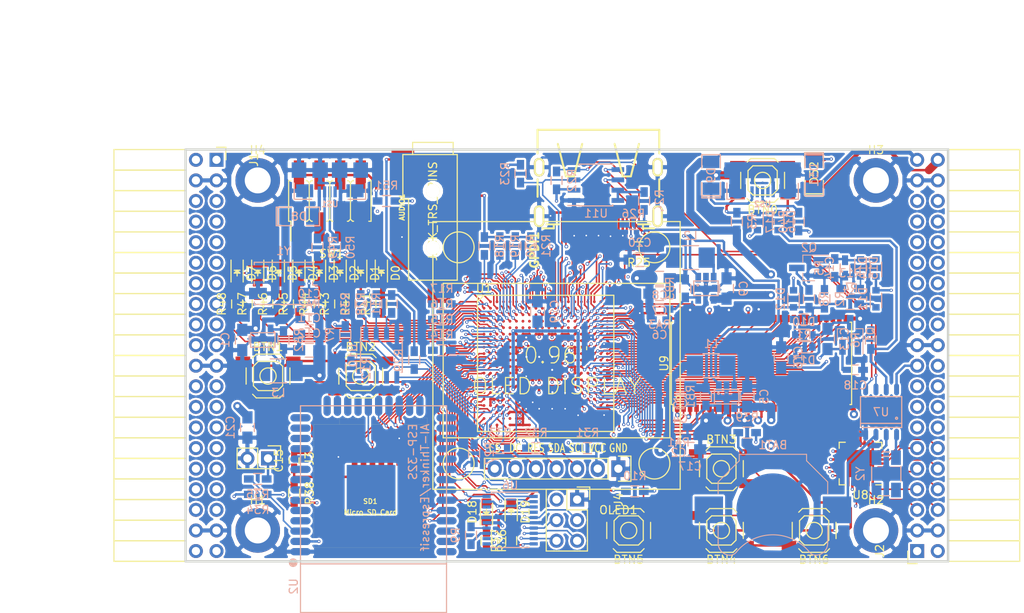
<source format=kicad_pcb>
(kicad_pcb (version 4) (host pcbnew 4.0.5+dfsg1-4)
  (layers (0 F.Cu signal) (1 In1.Cu signal) (2 In2.Cu signal) (31 B.Cu signal) (34 B.Paste user) (35 F.Paste user) (36 B.SilkS user) (37 F.SilkS user) (38 B.Mask user) (39 F.Mask user) (44 Edge.Cuts user))
  (net 0 "")
  (net 1 GND)
  (net 2 +5V)
  (net 3 /gpio/IN5V)
  (net 4 /gpio/OUT5V)
  (net 5 +3V3)
  (net 6 "Net-(L1-Pad1)")
  (net 7 "Net-(L2-Pad1)")
  (net 8 +1V2)
  (net 9 BTN_D)
  (net 10 BTN_F1)
  (net 11 BTN_F2)
  (net 12 BTN_L)
  (net 13 BTN_R)
  (net 14 BTN_U)
  (net 15 /power/FB1)
  (net 16 +2V5)
  (net 17 "Net-(L3-Pad1)")
  (net 18 /power/PWREN)
  (net 19 /power/FB3)
  (net 20 /power/FB2)
  (net 21 "Net-(D9-Pad1)")
  (net 22 /power/VBAT)
  (net 23 JTAG_TDI)
  (net 24 JTAG_TCK)
  (net 25 JTAG_TMS)
  (net 26 JTAG_TDO)
  (net 27 /power/WAKEUPn)
  (net 28 /power/WKUP)
  (net 29 /power/SHUT)
  (net 30 /power/WAKE)
  (net 31 /power/HOLD)
  (net 32 /power/WKn)
  (net 33 /power/OSCI_32k)
  (net 34 /power/OSCO_32k)
  (net 35 "Net-(Q2-Pad3)")
  (net 36 SHUTDOWN)
  (net 37 /analog/AUDIO_L)
  (net 38 /analog/AUDIO_R)
  (net 39 GPDI_5V_SCL)
  (net 40 GPDI_5V_SDA)
  (net 41 GPDI_SDA)
  (net 42 GPDI_SCL)
  (net 43 /gpdi/VREF2)
  (net 44 SD_CMD)
  (net 45 SD_CLK)
  (net 46 SD_D0)
  (net 47 SD_D1)
  (net 48 USB5V)
  (net 49 "Net-(BTN0-Pad1)")
  (net 50 GPDI_CEC)
  (net 51 nRESET)
  (net 52 FTDI_nDTR)
  (net 53 SDRAM_CKE)
  (net 54 SDRAM_A7)
  (net 55 SDRAM_D15)
  (net 56 SDRAM_BA1)
  (net 57 SDRAM_D7)
  (net 58 SDRAM_A6)
  (net 59 SDRAM_CLK)
  (net 60 SDRAM_D13)
  (net 61 SDRAM_BA0)
  (net 62 SDRAM_D6)
  (net 63 SDRAM_A5)
  (net 64 SDRAM_D14)
  (net 65 SDRAM_A11)
  (net 66 SDRAM_D12)
  (net 67 SDRAM_D5)
  (net 68 SDRAM_A4)
  (net 69 SDRAM_A10)
  (net 70 SDRAM_D11)
  (net 71 SDRAM_A3)
  (net 72 SDRAM_D4)
  (net 73 SDRAM_D10)
  (net 74 SDRAM_D9)
  (net 75 SDRAM_A9)
  (net 76 SDRAM_D3)
  (net 77 SDRAM_D8)
  (net 78 SDRAM_A8)
  (net 79 SDRAM_A2)
  (net 80 SDRAM_A1)
  (net 81 SDRAM_A0)
  (net 82 SDRAM_D2)
  (net 83 SDRAM_D1)
  (net 84 SDRAM_D0)
  (net 85 SDRAM_DQM0)
  (net 86 SDRAM_nCS)
  (net 87 SDRAM_nRAS)
  (net 88 SDRAM_DQM1)
  (net 89 SDRAM_nCAS)
  (net 90 SDRAM_nWE)
  (net 91 /flash/FLASH_nWP)
  (net 92 /flash/FLASH_nHOLD)
  (net 93 /flash/FLASH_MOSI)
  (net 94 /flash/FLASH_MISO)
  (net 95 /flash/FLASH_SCK)
  (net 96 /flash/FLASH_nCS)
  (net 97 /flash/FPGA_PROGRAMN)
  (net 98 /flash/FPGA_DONE)
  (net 99 /flash/FPGA_INITN)
  (net 100 OLED_RES)
  (net 101 OLED_DC)
  (net 102 OLED_CS)
  (net 103 WIFI_EN)
  (net 104 FTDI_nRTS)
  (net 105 FTDI_TXD)
  (net 106 FTDI_RXD)
  (net 107 WIFI_RXD)
  (net 108 WIFI_GPIO0)
  (net 109 WIFI_TXD)
  (net 110 GPDI_ETH-)
  (net 111 GPDI_ETH+)
  (net 112 GPDI_D2+)
  (net 113 GPDI_D2-)
  (net 114 GPDI_D1+)
  (net 115 GPDI_D1-)
  (net 116 GPDI_D0+)
  (net 117 GPDI_D0-)
  (net 118 GPDI_CLK+)
  (net 119 GPDI_CLK-)
  (net 120 USB_FTDI_D+)
  (net 121 USB_FTDI_D-)
  (net 122 J1_17-)
  (net 123 J1_17+)
  (net 124 J1_23-)
  (net 125 J1_23+)
  (net 126 J1_25-)
  (net 127 J1_25+)
  (net 128 J1_27-)
  (net 129 J1_27+)
  (net 130 J1_29-)
  (net 131 J1_29+)
  (net 132 J1_31-)
  (net 133 J1_31+)
  (net 134 J1_33-)
  (net 135 J1_33+)
  (net 136 J1_35-)
  (net 137 J1_35+)
  (net 138 J2_5-)
  (net 139 J2_5+)
  (net 140 J2_7-)
  (net 141 J2_7+)
  (net 142 J2_9-)
  (net 143 J2_9+)
  (net 144 J2_13-)
  (net 145 J2_13+)
  (net 146 J2_17-)
  (net 147 J2_17+)
  (net 148 J2_11-)
  (net 149 J2_11+)
  (net 150 J2_23-)
  (net 151 J2_23+)
  (net 152 J1_5-)
  (net 153 J1_5+)
  (net 154 J1_7-)
  (net 155 J1_7+)
  (net 156 J1_9-)
  (net 157 J1_9+)
  (net 158 J1_11-)
  (net 159 J1_11+)
  (net 160 J1_13-)
  (net 161 J1_13+)
  (net 162 J1_15-)
  (net 163 J1_15+)
  (net 164 J2_15-)
  (net 165 J2_15+)
  (net 166 J2_25-)
  (net 167 J2_25+)
  (net 168 J2_27-)
  (net 169 J2_27+)
  (net 170 J2_29-)
  (net 171 J2_29+)
  (net 172 J2_31-)
  (net 173 J2_31+)
  (net 174 J2_33-)
  (net 175 J2_33+)
  (net 176 J2_35-)
  (net 177 J2_35+)
  (net 178 SD_D3)
  (net 179 AUDIO_L3)
  (net 180 AUDIO_L2)
  (net 181 AUDIO_L1)
  (net 182 AUDIO_L0)
  (net 183 AUDIO_R3)
  (net 184 AUDIO_R2)
  (net 185 AUDIO_R1)
  (net 186 AUDIO_R0)
  (net 187 OLED_CLK)
  (net 188 OLED_MOSI)
  (net 189 LED0)
  (net 190 LED1)
  (net 191 LED2)
  (net 192 LED3)
  (net 193 LED4)
  (net 194 LED5)
  (net 195 LED6)
  (net 196 LED7)
  (net 197 BTN_PWRn)
  (net 198 "Net-(J3-Pad1)")
  (net 199 FTDI_nTXLED)
  (net 200 FTDI_nSLEEP)
  (net 201 /blinkey/LED_PWREN)
  (net 202 /blinkey/LED_TXLED)
  (net 203 FT3V3)
  (net 204 /sdcard/SD3V3)
  (net 205 SD_D2)
  (net 206 CLK_25MHz)
  (net 207 /blinkey/BTNPUL)
  (net 208 /blinkey/BTNPUR)
  (net 209 USB_FPGA_D+)
  (net 210 /power/FTDI_nSUSPEND)
  (net 211 /blinkey/ALED0)
  (net 212 /blinkey/ALED1)
  (net 213 /blinkey/ALED2)
  (net 214 /blinkey/ALED3)
  (net 215 /blinkey/ALED4)
  (net 216 /blinkey/ALED5)
  (net 217 /blinkey/ALED6)
  (net 218 /blinkey/ALED7)
  (net 219 /usb/FTD-)
  (net 220 /usb/FTD+)
  (net 221 ADC_MISO)
  (net 222 ADC_MOSI)
  (net 223 ADC_CSn)
  (net 224 ADC_SCLK)
  (net 225 "Net-(R51-Pad2)")
  (module Pin_Headers:Pin_Header_Straight_SMT_02x04 (layer F.Cu) (at 111.88 67.77)
    (fp_text reference SW1 (at 0.2 6.5) (layer F.SilkS))
    (fp_text value DIPSW)
    (pad 1 smd rect (at -3.81 3.2) (size 1.27 3.6) (layers F.Cu F.Paste F.Mask))
    (pad 2 smd rect (at -1.27 3.2) (size 1.27 3.6) (layers F.Cu F.Paste F.Mask))
    (pad 3 smd rect (at 1.27 3.2) (size 1.27 3.6) (layers F.Cu F.Paste F.Mask))
    (pad 4 smd rect (at 3.81 3.2) (size 1.27 3.6) (layers F.Cu F.Paste F.Mask))
    (pad 5 smd rect (at 3.81 -3.2) (size 1.27 3.6) (layers F.Cu F.Paste F.Mask) (net 225 "Net-(R51-Pad2)"))
    (pad 6 smd rect (at 1.27 -3.2) (size 1.27 3.6) (layers F.Cu F.Paste F.Mask) (net 225 "Net-(R51-Pad2)"))
    (pad 7 smd rect (at -1.27 -3.2) (size 1.27 3.6) (layers F.Cu F.Paste F.Mask) (net 225 "Net-(R51-Pad2)"))
    (pad 8 smd rect (at -3.81 -3.2) (size 1.27 3.6) (layers F.Cu F.Paste F.Mask) (net 225 "Net-(R51-Pad2)"))
  )
  (module lfe5bg381:BGA-381_pitch0.8mm_dia0.4mm (layer F.Cu) (at 138.48 87.8)
    (fp_text reference U1 (at -7.6 -9.2) (layer F.SilkS))
    (fp_text value LFE5U-25F-6BG381C)
    (pad A2 smd circle (at -6.8 -7.6) (size 0.35 0.35) (layers F.Cu F.Paste F.Mask) (net 129 J1_27+))
    (pad A3 smd circle (at -6 -7.6) (size 0.35 0.35) (layers F.Cu F.Paste F.Mask) (net 183 AUDIO_R3))
    (pad A4 smd circle (at -5.2 -7.6) (size 0.35 0.35) (layers F.Cu F.Paste F.Mask) (net 127 J1_25+))
    (pad A5 smd circle (at -4.4 -7.6) (size 0.35 0.35) (layers F.Cu F.Paste F.Mask) (net 126 J1_25-))
    (pad A6 smd circle (at -3.6 -7.6) (size 0.35 0.35) (layers F.Cu F.Paste F.Mask) (net 125 J1_23+))
    (pad A7 smd circle (at -2.8 -7.6) (size 0.35 0.35) (layers F.Cu F.Paste F.Mask) (net 161 J1_13+))
    (pad A8 smd circle (at -2 -7.6) (size 0.35 0.35) (layers F.Cu F.Paste F.Mask) (net 160 J1_13-))
    (pad A9 smd circle (at -1.2 -7.6) (size 0.35 0.35) (layers F.Cu F.Paste F.Mask) (net 156 J1_9-))
    (pad A10 smd circle (at -0.4 -7.6) (size 0.35 0.35) (layers F.Cu F.Paste F.Mask) (net 155 J1_7+))
    (pad A11 smd circle (at 0.4 -7.6) (size 0.35 0.35) (layers F.Cu F.Paste F.Mask) (net 154 J1_7-))
    (pad A12 smd circle (at 1.2 -7.6) (size 0.35 0.35) (layers F.Cu F.Paste F.Mask) (net 111 GPDI_ETH+))
    (pad A13 smd circle (at 2 -7.6) (size 0.35 0.35) (layers F.Cu F.Paste F.Mask) (net 110 GPDI_ETH-))
    (pad A14 smd circle (at 2.8 -7.6) (size 0.35 0.35) (layers F.Cu F.Paste F.Mask) (net 112 GPDI_D2+))
    (pad A15 smd circle (at 3.6 -7.6) (size 0.35 0.35) (layers F.Cu F.Paste F.Mask))
    (pad A16 smd circle (at 4.4 -7.6) (size 0.35 0.35) (layers F.Cu F.Paste F.Mask) (net 114 GPDI_D1+))
    (pad A17 smd circle (at 5.2 -7.6) (size 0.35 0.35) (layers F.Cu F.Paste F.Mask) (net 116 GPDI_D0+))
    (pad A18 smd circle (at 6 -7.6) (size 0.35 0.35) (layers F.Cu F.Paste F.Mask) (net 118 GPDI_CLK+))
    (pad A19 smd circle (at 6.8 -7.6) (size 0.35 0.35) (layers F.Cu F.Paste F.Mask) (net 50 GPDI_CEC))
    (pad B1 smd circle (at -7.6 -6.8) (size 0.35 0.35) (layers F.Cu F.Paste F.Mask) (net 128 J1_27-))
    (pad B2 smd circle (at -6.8 -6.8) (size 0.35 0.35) (layers F.Cu F.Paste F.Mask) (net 189 LED0))
    (pad B3 smd circle (at -6 -6.8) (size 0.35 0.35) (layers F.Cu F.Paste F.Mask) (net 182 AUDIO_L0))
    (pad B4 smd circle (at -5.2 -6.8) (size 0.35 0.35) (layers F.Cu F.Paste F.Mask) (net 130 J1_29-))
    (pad B5 smd circle (at -4.4 -6.8) (size 0.35 0.35) (layers F.Cu F.Paste F.Mask) (net 184 AUDIO_R2))
    (pad B6 smd circle (at -3.6 -6.8) (size 0.35 0.35) (layers F.Cu F.Paste F.Mask) (net 124 J1_23-))
    (pad B7 smd circle (at -2.8 -6.8) (size 0.35 0.35) (layers F.Cu F.Paste F.Mask) (net 1 GND))
    (pad B8 smd circle (at -2 -6.8) (size 0.35 0.35) (layers F.Cu F.Paste F.Mask) (net 162 J1_15-))
    (pad B9 smd circle (at -1.2 -6.8) (size 0.35 0.35) (layers F.Cu F.Paste F.Mask) (net 159 J1_11+))
    (pad B10 smd circle (at -0.4 -6.8) (size 0.35 0.35) (layers F.Cu F.Paste F.Mask) (net 157 J1_9+))
    (pad B11 smd circle (at 0.4 -6.8) (size 0.35 0.35) (layers F.Cu F.Paste F.Mask) (net 153 J1_5+))
    (pad B12 smd circle (at 1.2 -6.8) (size 0.35 0.35) (layers F.Cu F.Paste F.Mask))
    (pad B13 smd circle (at 2 -6.8) (size 0.35 0.35) (layers F.Cu F.Paste F.Mask) (net 175 J2_33+))
    (pad B14 smd circle (at 2.8 -6.8) (size 0.35 0.35) (layers F.Cu F.Paste F.Mask) (net 1 GND))
    (pad B15 smd circle (at 3.6 -6.8) (size 0.35 0.35) (layers F.Cu F.Paste F.Mask) (net 173 J2_31+))
    (pad B16 smd circle (at 4.4 -6.8) (size 0.35 0.35) (layers F.Cu F.Paste F.Mask) (net 115 GPDI_D1-))
    (pad B17 smd circle (at 5.2 -6.8) (size 0.35 0.35) (layers F.Cu F.Paste F.Mask) (net 169 J2_27+))
    (pad B18 smd circle (at 6 -6.8) (size 0.35 0.35) (layers F.Cu F.Paste F.Mask) (net 117 GPDI_D0-))
    (pad B19 smd circle (at 6.8 -6.8) (size 0.35 0.35) (layers F.Cu F.Paste F.Mask) (net 119 GPDI_CLK-))
    (pad B20 smd circle (at 7.6 -6.8) (size 0.35 0.35) (layers F.Cu F.Paste F.Mask) (net 41 GPDI_SDA))
    (pad C1 smd circle (at -7.6 -6) (size 0.35 0.35) (layers F.Cu F.Paste F.Mask) (net 191 LED2))
    (pad C2 smd circle (at -6.8 -6) (size 0.35 0.35) (layers F.Cu F.Paste F.Mask) (net 190 LED1))
    (pad C3 smd circle (at -6 -6) (size 0.35 0.35) (layers F.Cu F.Paste F.Mask) (net 181 AUDIO_L1))
    (pad C4 smd circle (at -5.2 -6) (size 0.35 0.35) (layers F.Cu F.Paste F.Mask) (net 131 J1_29+))
    (pad C5 smd circle (at -4.4 -6) (size 0.35 0.35) (layers F.Cu F.Paste F.Mask) (net 186 AUDIO_R0))
    (pad C6 smd circle (at -3.6 -6) (size 0.35 0.35) (layers F.Cu F.Paste F.Mask) (net 123 J1_17+))
    (pad C7 smd circle (at -2.8 -6) (size 0.35 0.35) (layers F.Cu F.Paste F.Mask) (net 122 J1_17-))
    (pad C8 smd circle (at -2 -6) (size 0.35 0.35) (layers F.Cu F.Paste F.Mask) (net 163 J1_15+))
    (pad C9 smd circle (at -1.2 -6) (size 0.35 0.35) (layers F.Cu F.Paste F.Mask))
    (pad C10 smd circle (at -0.4 -6) (size 0.35 0.35) (layers F.Cu F.Paste F.Mask) (net 158 J1_11-))
    (pad C11 smd circle (at 0.4 -6) (size 0.35 0.35) (layers F.Cu F.Paste F.Mask) (net 152 J1_5-))
    (pad C12 smd circle (at 1.2 -6) (size 0.35 0.35) (layers F.Cu F.Paste F.Mask) (net 42 GPDI_SCL))
    (pad C13 smd circle (at 2 -6) (size 0.35 0.35) (layers F.Cu F.Paste F.Mask) (net 174 J2_33-))
    (pad C14 smd circle (at 2.8 -6) (size 0.35 0.35) (layers F.Cu F.Paste F.Mask) (net 113 GPDI_D2-))
    (pad C15 smd circle (at 3.6 -6) (size 0.35 0.35) (layers F.Cu F.Paste F.Mask) (net 172 J2_31-))
    (pad C16 smd circle (at 4.4 -6) (size 0.35 0.35) (layers F.Cu F.Paste F.Mask) (net 171 J2_29+))
    (pad C17 smd circle (at 5.2 -6) (size 0.35 0.35) (layers F.Cu F.Paste F.Mask) (net 168 J2_27-))
    (pad C18 smd circle (at 6 -6) (size 0.35 0.35) (layers F.Cu F.Paste F.Mask) (net 151 J2_23+))
    (pad C19 smd circle (at 6.8 -6) (size 0.35 0.35) (layers F.Cu F.Paste F.Mask) (net 1 GND))
    (pad C20 smd circle (at 7.6 -6) (size 0.35 0.35) (layers F.Cu F.Paste F.Mask) (net 64 SDRAM_D14))
    (pad D1 smd circle (at -7.6 -5.2) (size 0.35 0.35) (layers F.Cu F.Paste F.Mask) (net 193 LED4))
    (pad D2 smd circle (at -6.8 -5.2) (size 0.35 0.35) (layers F.Cu F.Paste F.Mask) (net 192 LED3))
    (pad D3 smd circle (at -6 -5.2) (size 0.35 0.35) (layers F.Cu F.Paste F.Mask) (net 180 AUDIO_L2))
    (pad D4 smd circle (at -5.2 -5.2) (size 0.35 0.35) (layers F.Cu F.Paste F.Mask) (net 1 GND))
    (pad D5 smd circle (at -4.4 -5.2) (size 0.35 0.35) (layers F.Cu F.Paste F.Mask) (net 185 AUDIO_R1))
    (pad D6 smd circle (at -3.6 -5.2) (size 0.35 0.35) (layers F.Cu F.Paste F.Mask) (net 197 BTN_PWRn))
    (pad D7 smd circle (at -2.8 -5.2) (size 0.35 0.35) (layers F.Cu F.Paste F.Mask))
    (pad D8 smd circle (at -2 -5.2) (size 0.35 0.35) (layers F.Cu F.Paste F.Mask))
    (pad D9 smd circle (at -1.2 -5.2) (size 0.35 0.35) (layers F.Cu F.Paste F.Mask))
    (pad D10 smd circle (at -0.4 -5.2) (size 0.35 0.35) (layers F.Cu F.Paste F.Mask))
    (pad D11 smd circle (at 0.4 -5.2) (size 0.35 0.35) (layers F.Cu F.Paste F.Mask))
    (pad D12 smd circle (at 1.2 -5.2) (size 0.35 0.35) (layers F.Cu F.Paste F.Mask))
    (pad D13 smd circle (at 2 -5.2) (size 0.35 0.35) (layers F.Cu F.Paste F.Mask) (net 177 J2_35+))
    (pad D14 smd circle (at 2.8 -5.2) (size 0.35 0.35) (layers F.Cu F.Paste F.Mask))
    (pad D15 smd circle (at 3.6 -5.2) (size 0.35 0.35) (layers F.Cu F.Paste F.Mask) (net 167 J2_25+))
    (pad D16 smd circle (at 4.4 -5.2) (size 0.35 0.35) (layers F.Cu F.Paste F.Mask) (net 170 J2_29-))
    (pad D17 smd circle (at 5.2 -5.2) (size 0.35 0.35) (layers F.Cu F.Paste F.Mask) (net 150 J2_23-))
    (pad D18 smd circle (at 6 -5.2) (size 0.35 0.35) (layers F.Cu F.Paste F.Mask) (net 147 J2_17+))
    (pad D19 smd circle (at 6.8 -5.2) (size 0.35 0.35) (layers F.Cu F.Paste F.Mask) (net 55 SDRAM_D15))
    (pad D20 smd circle (at 7.6 -5.2) (size 0.35 0.35) (layers F.Cu F.Paste F.Mask) (net 60 SDRAM_D13))
    (pad E1 smd circle (at -7.6 -4.4) (size 0.35 0.35) (layers F.Cu F.Paste F.Mask) (net 195 LED6))
    (pad E2 smd circle (at -6.8 -4.4) (size 0.35 0.35) (layers F.Cu F.Paste F.Mask) (net 194 LED5))
    (pad E3 smd circle (at -6 -4.4) (size 0.35 0.35) (layers F.Cu F.Paste F.Mask) (net 132 J1_31-))
    (pad E4 smd circle (at -5.2 -4.4) (size 0.35 0.35) (layers F.Cu F.Paste F.Mask) (net 179 AUDIO_L3))
    (pad E5 smd circle (at -4.4 -4.4) (size 0.35 0.35) (layers F.Cu F.Paste F.Mask))
    (pad E6 smd circle (at -3.6 -4.4) (size 0.35 0.35) (layers F.Cu F.Paste F.Mask))
    (pad E7 smd circle (at -2.8 -4.4) (size 0.35 0.35) (layers F.Cu F.Paste F.Mask))
    (pad E8 smd circle (at -2 -4.4) (size 0.35 0.35) (layers F.Cu F.Paste F.Mask))
    (pad E9 smd circle (at -1.2 -4.4) (size 0.35 0.35) (layers F.Cu F.Paste F.Mask))
    (pad E10 smd circle (at -0.4 -4.4) (size 0.35 0.35) (layers F.Cu F.Paste F.Mask))
    (pad E11 smd circle (at 0.4 -4.4) (size 0.35 0.35) (layers F.Cu F.Paste F.Mask))
    (pad E12 smd circle (at 1.2 -4.4) (size 0.35 0.35) (layers F.Cu F.Paste F.Mask))
    (pad E13 smd circle (at 2 -4.4) (size 0.35 0.35) (layers F.Cu F.Paste F.Mask) (net 176 J2_35-))
    (pad E14 smd circle (at 2.8 -4.4) (size 0.35 0.35) (layers F.Cu F.Paste F.Mask))
    (pad E15 smd circle (at 3.6 -4.4) (size 0.35 0.35) (layers F.Cu F.Paste F.Mask) (net 166 J2_25-))
    (pad E16 smd circle (at 4.4 -4.4) (size 0.35 0.35) (layers F.Cu F.Paste F.Mask))
    (pad E17 smd circle (at 5.2 -4.4) (size 0.35 0.35) (layers F.Cu F.Paste F.Mask) (net 146 J2_17-))
    (pad E18 smd circle (at 6 -4.4) (size 0.35 0.35) (layers F.Cu F.Paste F.Mask) (net 72 SDRAM_D4))
    (pad E19 smd circle (at 6.8 -4.4) (size 0.35 0.35) (layers F.Cu F.Paste F.Mask) (net 66 SDRAM_D12))
    (pad E20 smd circle (at 7.6 -4.4) (size 0.35 0.35) (layers F.Cu F.Paste F.Mask) (net 70 SDRAM_D11))
    (pad F1 smd circle (at -7.6 -3.6) (size 0.35 0.35) (layers F.Cu F.Paste F.Mask) (net 103 WIFI_EN))
    (pad F2 smd circle (at -6.8 -3.6) (size 0.35 0.35) (layers F.Cu F.Paste F.Mask))
    (pad F3 smd circle (at -6 -3.6) (size 0.35 0.35) (layers F.Cu F.Paste F.Mask) (net 134 J1_33-))
    (pad F4 smd circle (at -5.2 -3.6) (size 0.35 0.35) (layers F.Cu F.Paste F.Mask) (net 133 J1_31+))
    (pad F5 smd circle (at -4.4 -3.6) (size 0.35 0.35) (layers F.Cu F.Paste F.Mask))
    (pad F6 smd circle (at -3.6 -3.6) (size 0.35 0.35) (layers F.Cu F.Paste F.Mask) (net 16 +2V5))
    (pad F7 smd circle (at -2.8 -3.6) (size 0.35 0.35) (layers F.Cu F.Paste F.Mask) (net 1 GND))
    (pad F8 smd circle (at -2 -3.6) (size 0.35 0.35) (layers F.Cu F.Paste F.Mask) (net 1 GND))
    (pad F9 smd circle (at -1.2 -3.6) (size 0.35 0.35) (layers F.Cu F.Paste F.Mask) (net 5 +3V3))
    (pad F10 smd circle (at -0.4 -3.6) (size 0.35 0.35) (layers F.Cu F.Paste F.Mask) (net 5 +3V3))
    (pad F11 smd circle (at 0.4 -3.6) (size 0.35 0.35) (layers F.Cu F.Paste F.Mask) (net 5 +3V3))
    (pad F12 smd circle (at 1.2 -3.6) (size 0.35 0.35) (layers F.Cu F.Paste F.Mask) (net 5 +3V3))
    (pad F13 smd circle (at 2 -3.6) (size 0.35 0.35) (layers F.Cu F.Paste F.Mask) (net 1 GND))
    (pad F14 smd circle (at 2.8 -3.6) (size 0.35 0.35) (layers F.Cu F.Paste F.Mask) (net 1 GND))
    (pad F15 smd circle (at 3.6 -3.6) (size 0.35 0.35) (layers F.Cu F.Paste F.Mask) (net 16 +2V5))
    (pad F16 smd circle (at 4.4 -3.6) (size 0.35 0.35) (layers F.Cu F.Paste F.Mask))
    (pad F17 smd circle (at 5.2 -3.6) (size 0.35 0.35) (layers F.Cu F.Paste F.Mask) (net 165 J2_15+))
    (pad F18 smd circle (at 6 -3.6) (size 0.35 0.35) (layers F.Cu F.Paste F.Mask) (net 67 SDRAM_D5))
    (pad F19 smd circle (at 6.8 -3.6) (size 0.35 0.35) (layers F.Cu F.Paste F.Mask) (net 73 SDRAM_D10))
    (pad F20 smd circle (at 7.6 -3.6) (size 0.35 0.35) (layers F.Cu F.Paste F.Mask) (net 74 SDRAM_D9))
    (pad G1 smd circle (at -7.6 -2.8) (size 0.35 0.35) (layers F.Cu F.Paste F.Mask))
    (pad G2 smd circle (at -6.8 -2.8) (size 0.35 0.35) (layers F.Cu F.Paste F.Mask) (net 206 CLK_25MHz))
    (pad G3 smd circle (at -6 -2.8) (size 0.35 0.35) (layers F.Cu F.Paste F.Mask) (net 135 J1_33+))
    (pad G4 smd circle (at -5.2 -2.8) (size 0.35 0.35) (layers F.Cu F.Paste F.Mask) (net 1 GND))
    (pad G5 smd circle (at -4.4 -2.8) (size 0.35 0.35) (layers F.Cu F.Paste F.Mask) (net 136 J1_35-))
    (pad G6 smd circle (at -3.6 -2.8) (size 0.35 0.35) (layers F.Cu F.Paste F.Mask) (net 1 GND))
    (pad G7 smd circle (at -2.8 -2.8) (size 0.35 0.35) (layers F.Cu F.Paste F.Mask) (net 1 GND))
    (pad G8 smd circle (at -2 -2.8) (size 0.35 0.35) (layers F.Cu F.Paste F.Mask) (net 1 GND))
    (pad G9 smd circle (at -1.2 -2.8) (size 0.35 0.35) (layers F.Cu F.Paste F.Mask) (net 1 GND))
    (pad G10 smd circle (at -0.4 -2.8) (size 0.35 0.35) (layers F.Cu F.Paste F.Mask) (net 1 GND))
    (pad G11 smd circle (at 0.4 -2.8) (size 0.35 0.35) (layers F.Cu F.Paste F.Mask) (net 1 GND))
    (pad G12 smd circle (at 1.2 -2.8) (size 0.35 0.35) (layers F.Cu F.Paste F.Mask) (net 1 GND))
    (pad G13 smd circle (at 2 -2.8) (size 0.35 0.35) (layers F.Cu F.Paste F.Mask) (net 1 GND))
    (pad G14 smd circle (at 2.8 -2.8) (size 0.35 0.35) (layers F.Cu F.Paste F.Mask) (net 1 GND))
    (pad G15 smd circle (at 3.6 -2.8) (size 0.35 0.35) (layers F.Cu F.Paste F.Mask) (net 1 GND))
    (pad G16 smd circle (at 4.4 -2.8) (size 0.35 0.35) (layers F.Cu F.Paste F.Mask))
    (pad G17 smd circle (at 5.2 -2.8) (size 0.35 0.35) (layers F.Cu F.Paste F.Mask) (net 1 GND))
    (pad G18 smd circle (at 6 -2.8) (size 0.35 0.35) (layers F.Cu F.Paste F.Mask) (net 164 J2_15-))
    (pad G19 smd circle (at 6.8 -2.8) (size 0.35 0.35) (layers F.Cu F.Paste F.Mask) (net 77 SDRAM_D8))
    (pad G20 smd circle (at 7.6 -2.8) (size 0.35 0.35) (layers F.Cu F.Paste F.Mask) (net 88 SDRAM_DQM1))
    (pad H1 smd circle (at -7.6 -2) (size 0.35 0.35) (layers F.Cu F.Paste F.Mask) (net 178 SD_D3))
    (pad H2 smd circle (at -6.8 -2) (size 0.35 0.35) (layers F.Cu F.Paste F.Mask) (net 205 SD_D2))
    (pad H3 smd circle (at -6 -2) (size 0.35 0.35) (layers F.Cu F.Paste F.Mask) (net 196 LED7))
    (pad H4 smd circle (at -5.2 -2) (size 0.35 0.35) (layers F.Cu F.Paste F.Mask) (net 137 J1_35+))
    (pad H5 smd circle (at -4.4 -2) (size 0.35 0.35) (layers F.Cu F.Paste F.Mask))
    (pad H6 smd circle (at -3.6 -2) (size 0.35 0.35) (layers F.Cu F.Paste F.Mask) (net 5 +3V3))
    (pad H7 smd circle (at -2.8 -2) (size 0.35 0.35) (layers F.Cu F.Paste F.Mask) (net 5 +3V3))
    (pad H8 smd circle (at -2 -2) (size 0.35 0.35) (layers F.Cu F.Paste F.Mask) (net 8 +1V2))
    (pad H9 smd circle (at -1.2 -2) (size 0.35 0.35) (layers F.Cu F.Paste F.Mask) (net 8 +1V2))
    (pad H10 smd circle (at -0.4 -2) (size 0.35 0.35) (layers F.Cu F.Paste F.Mask) (net 8 +1V2))
    (pad H11 smd circle (at 0.4 -2) (size 0.35 0.35) (layers F.Cu F.Paste F.Mask) (net 8 +1V2))
    (pad H12 smd circle (at 1.2 -2) (size 0.35 0.35) (layers F.Cu F.Paste F.Mask) (net 8 +1V2))
    (pad H13 smd circle (at 2 -2) (size 0.35 0.35) (layers F.Cu F.Paste F.Mask) (net 8 +1V2))
    (pad H14 smd circle (at 2.8 -2) (size 0.35 0.35) (layers F.Cu F.Paste F.Mask) (net 5 +3V3))
    (pad H15 smd circle (at 3.6 -2) (size 0.35 0.35) (layers F.Cu F.Paste F.Mask) (net 5 +3V3))
    (pad H16 smd circle (at 4.4 -2) (size 0.35 0.35) (layers F.Cu F.Paste F.Mask))
    (pad H17 smd circle (at 5.2 -2) (size 0.35 0.35) (layers F.Cu F.Paste F.Mask) (net 144 J2_13-))
    (pad H18 smd circle (at 6 -2) (size 0.35 0.35) (layers F.Cu F.Paste F.Mask) (net 145 J2_13+))
    (pad H19 smd circle (at 6.8 -2) (size 0.35 0.35) (layers F.Cu F.Paste F.Mask) (net 1 GND))
    (pad H20 smd circle (at 7.6 -2) (size 0.35 0.35) (layers F.Cu F.Paste F.Mask) (net 59 SDRAM_CLK))
    (pad J1 smd circle (at -7.6 -1.2) (size 0.35 0.35) (layers F.Cu F.Paste F.Mask) (net 45 SD_CLK))
    (pad J2 smd circle (at -6.8 -1.2) (size 0.35 0.35) (layers F.Cu F.Paste F.Mask) (net 1 GND))
    (pad J3 smd circle (at -6 -1.2) (size 0.35 0.35) (layers F.Cu F.Paste F.Mask) (net 44 SD_CMD))
    (pad J4 smd circle (at -5.2 -1.2) (size 0.35 0.35) (layers F.Cu F.Paste F.Mask))
    (pad J5 smd circle (at -4.4 -1.2) (size 0.35 0.35) (layers F.Cu F.Paste F.Mask))
    (pad J6 smd circle (at -3.6 -1.2) (size 0.35 0.35) (layers F.Cu F.Paste F.Mask) (net 5 +3V3))
    (pad J7 smd circle (at -2.8 -1.2) (size 0.35 0.35) (layers F.Cu F.Paste F.Mask) (net 1 GND))
    (pad J8 smd circle (at -2 -1.2) (size 0.35 0.35) (layers F.Cu F.Paste F.Mask) (net 8 +1V2))
    (pad J9 smd circle (at -1.2 -1.2) (size 0.35 0.35) (layers F.Cu F.Paste F.Mask) (net 1 GND))
    (pad J10 smd circle (at -0.4 -1.2) (size 0.35 0.35) (layers F.Cu F.Paste F.Mask) (net 1 GND))
    (pad J11 smd circle (at 0.4 -1.2) (size 0.35 0.35) (layers F.Cu F.Paste F.Mask) (net 1 GND))
    (pad J12 smd circle (at 1.2 -1.2) (size 0.35 0.35) (layers F.Cu F.Paste F.Mask) (net 1 GND))
    (pad J13 smd circle (at 2 -1.2) (size 0.35 0.35) (layers F.Cu F.Paste F.Mask) (net 8 +1V2))
    (pad J14 smd circle (at 2.8 -1.2) (size 0.35 0.35) (layers F.Cu F.Paste F.Mask) (net 1 GND))
    (pad J15 smd circle (at 3.6 -1.2) (size 0.35 0.35) (layers F.Cu F.Paste F.Mask) (net 5 +3V3))
    (pad J16 smd circle (at 4.4 -1.2) (size 0.35 0.35) (layers F.Cu F.Paste F.Mask))
    (pad J17 smd circle (at 5.2 -1.2) (size 0.35 0.35) (layers F.Cu F.Paste F.Mask))
    (pad J18 smd circle (at 6 -1.2) (size 0.35 0.35) (layers F.Cu F.Paste F.Mask) (net 76 SDRAM_D3))
    (pad J19 smd circle (at 6.8 -1.2) (size 0.35 0.35) (layers F.Cu F.Paste F.Mask) (net 53 SDRAM_CKE))
    (pad J20 smd circle (at 7.6 -1.2) (size 0.35 0.35) (layers F.Cu F.Paste F.Mask) (net 65 SDRAM_A11))
    (pad K1 smd circle (at -7.6 -0.4) (size 0.35 0.35) (layers F.Cu F.Paste F.Mask) (net 47 SD_D1))
    (pad K2 smd circle (at -6.8 -0.4) (size 0.35 0.35) (layers F.Cu F.Paste F.Mask) (net 46 SD_D0))
    (pad K3 smd circle (at -6 -0.4) (size 0.35 0.35) (layers F.Cu F.Paste F.Mask) (net 107 WIFI_RXD))
    (pad K4 smd circle (at -5.2 -0.4) (size 0.35 0.35) (layers F.Cu F.Paste F.Mask) (net 109 WIFI_TXD))
    (pad K5 smd circle (at -4.4 -0.4) (size 0.35 0.35) (layers F.Cu F.Paste F.Mask))
    (pad K6 smd circle (at -3.6 -0.4) (size 0.35 0.35) (layers F.Cu F.Paste F.Mask) (net 1 GND))
    (pad K7 smd circle (at -2.8 -0.4) (size 0.35 0.35) (layers F.Cu F.Paste F.Mask) (net 1 GND))
    (pad K8 smd circle (at -2 -0.4) (size 0.35 0.35) (layers F.Cu F.Paste F.Mask) (net 8 +1V2))
    (pad K9 smd circle (at -1.2 -0.4) (size 0.35 0.35) (layers F.Cu F.Paste F.Mask) (net 1 GND))
    (pad K10 smd circle (at -0.4 -0.4) (size 0.35 0.35) (layers F.Cu F.Paste F.Mask) (net 1 GND))
    (pad K11 smd circle (at 0.4 -0.4) (size 0.35 0.35) (layers F.Cu F.Paste F.Mask) (net 1 GND))
    (pad K12 smd circle (at 1.2 -0.4) (size 0.35 0.35) (layers F.Cu F.Paste F.Mask) (net 1 GND))
    (pad K13 smd circle (at 2 -0.4) (size 0.35 0.35) (layers F.Cu F.Paste F.Mask) (net 8 +1V2))
    (pad K14 smd circle (at 2.8 -0.4) (size 0.35 0.35) (layers F.Cu F.Paste F.Mask) (net 1 GND))
    (pad K15 smd circle (at 3.6 -0.4) (size 0.35 0.35) (layers F.Cu F.Paste F.Mask) (net 1 GND))
    (pad K16 smd circle (at 4.4 -0.4) (size 0.35 0.35) (layers F.Cu F.Paste F.Mask))
    (pad K17 smd circle (at 5.2 -0.4) (size 0.35 0.35) (layers F.Cu F.Paste F.Mask))
    (pad K18 smd circle (at 6 -0.4) (size 0.35 0.35) (layers F.Cu F.Paste F.Mask) (net 82 SDRAM_D2))
    (pad K19 smd circle (at 6.8 -0.4) (size 0.35 0.35) (layers F.Cu F.Paste F.Mask) (net 75 SDRAM_A9))
    (pad K20 smd circle (at 7.6 -0.4) (size 0.35 0.35) (layers F.Cu F.Paste F.Mask) (net 78 SDRAM_A8))
    (pad L1 smd circle (at -7.6 0.4) (size 0.35 0.35) (layers F.Cu F.Paste F.Mask))
    (pad L2 smd circle (at -6.8 0.4) (size 0.35 0.35) (layers F.Cu F.Paste F.Mask) (net 108 WIFI_GPIO0))
    (pad L3 smd circle (at -6 0.4) (size 0.35 0.35) (layers F.Cu F.Paste F.Mask))
    (pad L4 smd circle (at -5.2 0.4) (size 0.35 0.35) (layers F.Cu F.Paste F.Mask) (net 106 FTDI_RXD))
    (pad L5 smd circle (at -4.4 0.4) (size 0.35 0.35) (layers F.Cu F.Paste F.Mask))
    (pad L6 smd circle (at -3.6 0.4) (size 0.35 0.35) (layers F.Cu F.Paste F.Mask) (net 5 +3V3))
    (pad L7 smd circle (at -2.8 0.4) (size 0.35 0.35) (layers F.Cu F.Paste F.Mask) (net 5 +3V3))
    (pad L8 smd circle (at -2 0.4) (size 0.35 0.35) (layers F.Cu F.Paste F.Mask) (net 8 +1V2))
    (pad L9 smd circle (at -1.2 0.4) (size 0.35 0.35) (layers F.Cu F.Paste F.Mask) (net 1 GND))
    (pad L10 smd circle (at -0.4 0.4) (size 0.35 0.35) (layers F.Cu F.Paste F.Mask) (net 1 GND))
    (pad L11 smd circle (at 0.4 0.4) (size 0.35 0.35) (layers F.Cu F.Paste F.Mask) (net 1 GND))
    (pad L12 smd circle (at 1.2 0.4) (size 0.35 0.35) (layers F.Cu F.Paste F.Mask) (net 1 GND))
    (pad L13 smd circle (at 2 0.4) (size 0.35 0.35) (layers F.Cu F.Paste F.Mask) (net 8 +1V2))
    (pad L14 smd circle (at 2.8 0.4) (size 0.35 0.35) (layers F.Cu F.Paste F.Mask) (net 5 +3V3))
    (pad L15 smd circle (at 3.6 0.4) (size 0.35 0.35) (layers F.Cu F.Paste F.Mask) (net 5 +3V3))
    (pad L16 smd circle (at 4.4 0.4) (size 0.35 0.35) (layers F.Cu F.Paste F.Mask) (net 149 J2_11+))
    (pad L17 smd circle (at 5.2 0.4) (size 0.35 0.35) (layers F.Cu F.Paste F.Mask) (net 148 J2_11-))
    (pad L18 smd circle (at 6 0.4) (size 0.35 0.35) (layers F.Cu F.Paste F.Mask) (net 83 SDRAM_D1))
    (pad L19 smd circle (at 6.8 0.4) (size 0.35 0.35) (layers F.Cu F.Paste F.Mask) (net 54 SDRAM_A7))
    (pad L20 smd circle (at 7.6 0.4) (size 0.35 0.35) (layers F.Cu F.Paste F.Mask) (net 58 SDRAM_A6))
    (pad M1 smd circle (at -7.6 1.2) (size 0.35 0.35) (layers F.Cu F.Paste F.Mask) (net 105 FTDI_TXD))
    (pad M2 smd circle (at -6.8 1.2) (size 0.35 0.35) (layers F.Cu F.Paste F.Mask) (net 1 GND))
    (pad M3 smd circle (at -6 1.2) (size 0.35 0.35) (layers F.Cu F.Paste F.Mask) (net 104 FTDI_nRTS))
    (pad M4 smd circle (at -5.2 1.2) (size 0.35 0.35) (layers F.Cu F.Paste F.Mask))
    (pad M5 smd circle (at -4.4 1.2) (size 0.35 0.35) (layers F.Cu F.Paste F.Mask))
    (pad M6 smd circle (at -3.6 1.2) (size 0.35 0.35) (layers F.Cu F.Paste F.Mask) (net 5 +3V3))
    (pad M7 smd circle (at -2.8 1.2) (size 0.35 0.35) (layers F.Cu F.Paste F.Mask) (net 1 GND))
    (pad M8 smd circle (at -2 1.2) (size 0.35 0.35) (layers F.Cu F.Paste F.Mask) (net 8 +1V2))
    (pad M9 smd circle (at -1.2 1.2) (size 0.35 0.35) (layers F.Cu F.Paste F.Mask) (net 1 GND))
    (pad M10 smd circle (at -0.4 1.2) (size 0.35 0.35) (layers F.Cu F.Paste F.Mask) (net 1 GND))
    (pad M11 smd circle (at 0.4 1.2) (size 0.35 0.35) (layers F.Cu F.Paste F.Mask) (net 1 GND))
    (pad M12 smd circle (at 1.2 1.2) (size 0.35 0.35) (layers F.Cu F.Paste F.Mask) (net 1 GND))
    (pad M13 smd circle (at 2 1.2) (size 0.35 0.35) (layers F.Cu F.Paste F.Mask) (net 8 +1V2))
    (pad M14 smd circle (at 2.8 1.2) (size 0.35 0.35) (layers F.Cu F.Paste F.Mask) (net 1 GND))
    (pad M15 smd circle (at 3.6 1.2) (size 0.35 0.35) (layers F.Cu F.Paste F.Mask) (net 5 +3V3))
    (pad M16 smd circle (at 4.4 1.2) (size 0.35 0.35) (layers F.Cu F.Paste F.Mask) (net 1 GND))
    (pad M17 smd circle (at 5.2 1.2) (size 0.35 0.35) (layers F.Cu F.Paste F.Mask) (net 142 J2_9-))
    (pad M18 smd circle (at 6 1.2) (size 0.35 0.35) (layers F.Cu F.Paste F.Mask) (net 84 SDRAM_D0))
    (pad M19 smd circle (at 6.8 1.2) (size 0.35 0.35) (layers F.Cu F.Paste F.Mask) (net 63 SDRAM_A5))
    (pad M20 smd circle (at 7.6 1.2) (size 0.35 0.35) (layers F.Cu F.Paste F.Mask) (net 68 SDRAM_A4))
    (pad N1 smd circle (at -7.6 2) (size 0.35 0.35) (layers F.Cu F.Paste F.Mask) (net 52 FTDI_nDTR))
    (pad N2 smd circle (at -6.8 2) (size 0.35 0.35) (layers F.Cu F.Paste F.Mask) (net 102 OLED_CS))
    (pad N3 smd circle (at -6 2) (size 0.35 0.35) (layers F.Cu F.Paste F.Mask))
    (pad N4 smd circle (at -5.2 2) (size 0.35 0.35) (layers F.Cu F.Paste F.Mask))
    (pad N5 smd circle (at -4.4 2) (size 0.35 0.35) (layers F.Cu F.Paste F.Mask))
    (pad N6 smd circle (at -3.6 2) (size 0.35 0.35) (layers F.Cu F.Paste F.Mask) (net 1 GND))
    (pad N7 smd circle (at -2.8 2) (size 0.35 0.35) (layers F.Cu F.Paste F.Mask) (net 1 GND))
    (pad N8 smd circle (at -2 2) (size 0.35 0.35) (layers F.Cu F.Paste F.Mask) (net 8 +1V2))
    (pad N9 smd circle (at -1.2 2) (size 0.35 0.35) (layers F.Cu F.Paste F.Mask) (net 8 +1V2))
    (pad N10 smd circle (at -0.4 2) (size 0.35 0.35) (layers F.Cu F.Paste F.Mask) (net 8 +1V2))
    (pad N11 smd circle (at 0.4 2) (size 0.35 0.35) (layers F.Cu F.Paste F.Mask) (net 8 +1V2))
    (pad N12 smd circle (at 1.2 2) (size 0.35 0.35) (layers F.Cu F.Paste F.Mask) (net 8 +1V2))
    (pad N13 smd circle (at 2 2) (size 0.35 0.35) (layers F.Cu F.Paste F.Mask) (net 8 +1V2))
    (pad N14 smd circle (at 2.8 2) (size 0.35 0.35) (layers F.Cu F.Paste F.Mask) (net 1 GND))
    (pad N15 smd circle (at 3.6 2) (size 0.35 0.35) (layers F.Cu F.Paste F.Mask) (net 1 GND))
    (pad N16 smd circle (at 4.4 2) (size 0.35 0.35) (layers F.Cu F.Paste F.Mask) (net 143 J2_9+))
    (pad N17 smd circle (at 5.2 2) (size 0.35 0.35) (layers F.Cu F.Paste F.Mask) (net 141 J2_7+))
    (pad N18 smd circle (at 6 2) (size 0.35 0.35) (layers F.Cu F.Paste F.Mask) (net 62 SDRAM_D6))
    (pad N19 smd circle (at 6.8 2) (size 0.35 0.35) (layers F.Cu F.Paste F.Mask) (net 71 SDRAM_A3))
    (pad N20 smd circle (at 7.6 2) (size 0.35 0.35) (layers F.Cu F.Paste F.Mask) (net 79 SDRAM_A2))
    (pad P1 smd circle (at -7.6 2.8) (size 0.35 0.35) (layers F.Cu F.Paste F.Mask) (net 101 OLED_DC))
    (pad P2 smd circle (at -6.8 2.8) (size 0.35 0.35) (layers F.Cu F.Paste F.Mask) (net 100 OLED_RES))
    (pad P3 smd circle (at -6 2.8) (size 0.35 0.35) (layers F.Cu F.Paste F.Mask) (net 188 OLED_MOSI))
    (pad P4 smd circle (at -5.2 2.8) (size 0.35 0.35) (layers F.Cu F.Paste F.Mask) (net 187 OLED_CLK))
    (pad P5 smd circle (at -4.4 2.8) (size 0.35 0.35) (layers F.Cu F.Paste F.Mask))
    (pad P6 smd circle (at -3.6 2.8) (size 0.35 0.35) (layers F.Cu F.Paste F.Mask) (net 16 +2V5))
    (pad P7 smd circle (at -2.8 2.8) (size 0.35 0.35) (layers F.Cu F.Paste F.Mask) (net 1 GND))
    (pad P8 smd circle (at -2 2.8) (size 0.35 0.35) (layers F.Cu F.Paste F.Mask) (net 1 GND))
    (pad P9 smd circle (at -1.2 2.8) (size 0.35 0.35) (layers F.Cu F.Paste F.Mask) (net 5 +3V3))
    (pad P10 smd circle (at -0.4 2.8) (size 0.35 0.35) (layers F.Cu F.Paste F.Mask) (net 5 +3V3))
    (pad P11 smd circle (at 0.4 2.8) (size 0.35 0.35) (layers F.Cu F.Paste F.Mask) (net 1 GND))
    (pad P12 smd circle (at 1.2 2.8) (size 0.35 0.35) (layers F.Cu F.Paste F.Mask) (net 1 GND))
    (pad P13 smd circle (at 2 2.8) (size 0.35 0.35) (layers F.Cu F.Paste F.Mask) (net 1 GND))
    (pad P14 smd circle (at 2.8 2.8) (size 0.35 0.35) (layers F.Cu F.Paste F.Mask) (net 1 GND))
    (pad P15 smd circle (at 3.6 2.8) (size 0.35 0.35) (layers F.Cu F.Paste F.Mask) (net 16 +2V5))
    (pad P16 smd circle (at 4.4 2.8) (size 0.35 0.35) (layers F.Cu F.Paste F.Mask) (net 140 J2_7-))
    (pad P17 smd circle (at 5.2 2.8) (size 0.35 0.35) (layers F.Cu F.Paste F.Mask) (net 224 ADC_SCLK))
    (pad P18 smd circle (at 6 2.8) (size 0.35 0.35) (layers F.Cu F.Paste F.Mask) (net 57 SDRAM_D7))
    (pad P19 smd circle (at 6.8 2.8) (size 0.35 0.35) (layers F.Cu F.Paste F.Mask) (net 80 SDRAM_A1))
    (pad P20 smd circle (at 7.6 2.8) (size 0.35 0.35) (layers F.Cu F.Paste F.Mask) (net 81 SDRAM_A0))
    (pad R1 smd circle (at -7.6 3.6) (size 0.35 0.35) (layers F.Cu F.Paste F.Mask) (net 10 BTN_F1))
    (pad R2 smd circle (at -6.8 3.6) (size 0.35 0.35) (layers F.Cu F.Paste F.Mask) (net 96 /flash/FLASH_nCS))
    (pad R3 smd circle (at -6 3.6) (size 0.35 0.35) (layers F.Cu F.Paste F.Mask))
    (pad R4 smd circle (at -5.2 3.6) (size 0.35 0.35) (layers F.Cu F.Paste F.Mask) (net 1 GND))
    (pad R5 smd circle (at -4.4 3.6) (size 0.35 0.35) (layers F.Cu F.Paste F.Mask) (net 23 JTAG_TDI))
    (pad R16 smd circle (at 4.4 3.6) (size 0.35 0.35) (layers F.Cu F.Paste F.Mask) (net 222 ADC_MOSI))
    (pad R17 smd circle (at 5.2 3.6) (size 0.35 0.35) (layers F.Cu F.Paste F.Mask) (net 223 ADC_CSn))
    (pad R18 smd circle (at 6 3.6) (size 0.35 0.35) (layers F.Cu F.Paste F.Mask) (net 85 SDRAM_DQM0))
    (pad R19 smd circle (at 6.8 3.6) (size 0.35 0.35) (layers F.Cu F.Paste F.Mask) (net 1 GND))
    (pad R20 smd circle (at 7.6 3.6) (size 0.35 0.35) (layers F.Cu F.Paste F.Mask) (net 69 SDRAM_A10))
    (pad T1 smd circle (at -7.6 4.4) (size 0.35 0.35) (layers F.Cu F.Paste F.Mask) (net 11 BTN_F2))
    (pad T2 smd circle (at -6.8 4.4) (size 0.35 0.35) (layers F.Cu F.Paste F.Mask) (net 5 +3V3))
    (pad T3 smd circle (at -6 4.4) (size 0.35 0.35) (layers F.Cu F.Paste F.Mask) (net 5 +3V3))
    (pad T4 smd circle (at -5.2 4.4) (size 0.35 0.35) (layers F.Cu F.Paste F.Mask) (net 5 +3V3))
    (pad T5 smd circle (at -4.4 4.4) (size 0.35 0.35) (layers F.Cu F.Paste F.Mask) (net 24 JTAG_TCK))
    (pad T6 smd circle (at -3.6 4.4) (size 0.35 0.35) (layers F.Cu F.Paste F.Mask) (net 1 GND))
    (pad T7 smd circle (at -2.8 4.4) (size 0.35 0.35) (layers F.Cu F.Paste F.Mask) (net 1 GND))
    (pad T8 smd circle (at -2 4.4) (size 0.35 0.35) (layers F.Cu F.Paste F.Mask) (net 1 GND))
    (pad T9 smd circle (at -1.2 4.4) (size 0.35 0.35) (layers F.Cu F.Paste F.Mask) (net 1 GND))
    (pad T10 smd circle (at -0.4 4.4) (size 0.35 0.35) (layers F.Cu F.Paste F.Mask) (net 1 GND))
    (pad T11 smd circle (at 0.4 4.4) (size 0.35 0.35) (layers F.Cu F.Paste F.Mask))
    (pad T12 smd circle (at 1.2 4.4) (size 0.35 0.35) (layers F.Cu F.Paste F.Mask))
    (pad T13 smd circle (at 2 4.4) (size 0.35 0.35) (layers F.Cu F.Paste F.Mask))
    (pad T14 smd circle (at 2.8 4.4) (size 0.35 0.35) (layers F.Cu F.Paste F.Mask))
    (pad T15 smd circle (at 3.6 4.4) (size 0.35 0.35) (layers F.Cu F.Paste F.Mask))
    (pad T16 smd circle (at 4.4 4.4) (size 0.35 0.35) (layers F.Cu F.Paste F.Mask))
    (pad T17 smd circle (at 5.2 4.4) (size 0.35 0.35) (layers F.Cu F.Paste F.Mask) (net 89 SDRAM_nCAS))
    (pad T18 smd circle (at 6 4.4) (size 0.35 0.35) (layers F.Cu F.Paste F.Mask) (net 90 SDRAM_nWE))
    (pad T19 smd circle (at 6.8 4.4) (size 0.35 0.35) (layers F.Cu F.Paste F.Mask) (net 56 SDRAM_BA1))
    (pad T20 smd circle (at 7.6 4.4) (size 0.35 0.35) (layers F.Cu F.Paste F.Mask) (net 61 SDRAM_BA0))
    (pad U1 smd circle (at -7.6 5.2) (size 0.35 0.35) (layers F.Cu F.Paste F.Mask) (net 12 BTN_L))
    (pad U2 smd circle (at -6.8 5.2) (size 0.35 0.35) (layers F.Cu F.Paste F.Mask) (net 5 +3V3))
    (pad U3 smd circle (at -6 5.2) (size 0.35 0.35) (layers F.Cu F.Paste F.Mask) (net 95 /flash/FLASH_SCK))
    (pad U4 smd circle (at -5.2 5.2) (size 0.35 0.35) (layers F.Cu F.Paste F.Mask) (net 1 GND))
    (pad U5 smd circle (at -4.4 5.2) (size 0.35 0.35) (layers F.Cu F.Paste F.Mask) (net 25 JTAG_TMS))
    (pad U6 smd circle (at -3.6 5.2) (size 0.35 0.35) (layers F.Cu F.Paste F.Mask) (net 1 GND))
    (pad U7 smd circle (at -2.8 5.2) (size 0.35 0.35) (layers F.Cu F.Paste F.Mask) (net 1 GND))
    (pad U8 smd circle (at -2 5.2) (size 0.35 0.35) (layers F.Cu F.Paste F.Mask) (net 1 GND))
    (pad U9 smd circle (at -1.2 5.2) (size 0.35 0.35) (layers F.Cu F.Paste F.Mask) (net 1 GND))
    (pad U10 smd circle (at -0.4 5.2) (size 0.35 0.35) (layers F.Cu F.Paste F.Mask) (net 1 GND))
    (pad U11 smd circle (at 0.4 5.2) (size 0.35 0.35) (layers F.Cu F.Paste F.Mask) (net 1 GND))
    (pad U12 smd circle (at 1.2 5.2) (size 0.35 0.35) (layers F.Cu F.Paste F.Mask) (net 1 GND))
    (pad U13 smd circle (at 2 5.2) (size 0.35 0.35) (layers F.Cu F.Paste F.Mask) (net 1 GND))
    (pad U14 smd circle (at 2.8 5.2) (size 0.35 0.35) (layers F.Cu F.Paste F.Mask) (net 1 GND))
    (pad U15 smd circle (at 3.6 5.2) (size 0.35 0.35) (layers F.Cu F.Paste F.Mask))
    (pad U16 smd circle (at 4.4 5.2) (size 0.35 0.35) (layers F.Cu F.Paste F.Mask) (net 221 ADC_MISO))
    (pad U17 smd circle (at 5.2 5.2) (size 0.35 0.35) (layers F.Cu F.Paste F.Mask) (net 138 J2_5-))
    (pad U18 smd circle (at 6 5.2) (size 0.35 0.35) (layers F.Cu F.Paste F.Mask) (net 139 J2_5+))
    (pad U19 smd circle (at 6.8 5.2) (size 0.35 0.35) (layers F.Cu F.Paste F.Mask) (net 86 SDRAM_nCS))
    (pad U20 smd circle (at 7.6 5.2) (size 0.35 0.35) (layers F.Cu F.Paste F.Mask) (net 87 SDRAM_nRAS))
    (pad V1 smd circle (at -7.6 6) (size 0.35 0.35) (layers F.Cu F.Paste F.Mask) (net 9 BTN_D))
    (pad V2 smd circle (at -6.8 6) (size 0.35 0.35) (layers F.Cu F.Paste F.Mask) (net 94 /flash/FLASH_MISO))
    (pad V3 smd circle (at -6 6) (size 0.35 0.35) (layers F.Cu F.Paste F.Mask) (net 99 /flash/FPGA_INITN))
    (pad V4 smd circle (at -5.2 6) (size 0.35 0.35) (layers F.Cu F.Paste F.Mask) (net 26 JTAG_TDO))
    (pad V5 smd circle (at -4.4 6) (size 0.35 0.35) (layers F.Cu F.Paste F.Mask) (net 1 GND))
    (pad V6 smd circle (at -3.6 6) (size 0.35 0.35) (layers F.Cu F.Paste F.Mask) (net 1 GND))
    (pad V7 smd circle (at -2.8 6) (size 0.35 0.35) (layers F.Cu F.Paste F.Mask) (net 1 GND))
    (pad V8 smd circle (at -2 6) (size 0.35 0.35) (layers F.Cu F.Paste F.Mask) (net 1 GND))
    (pad V9 smd circle (at -1.2 6) (size 0.35 0.35) (layers F.Cu F.Paste F.Mask) (net 1 GND))
    (pad V10 smd circle (at -0.4 6) (size 0.35 0.35) (layers F.Cu F.Paste F.Mask) (net 1 GND))
    (pad V11 smd circle (at 0.4 6) (size 0.35 0.35) (layers F.Cu F.Paste F.Mask) (net 1 GND))
    (pad V12 smd circle (at 1.2 6) (size 0.35 0.35) (layers F.Cu F.Paste F.Mask) (net 1 GND))
    (pad V13 smd circle (at 2 6) (size 0.35 0.35) (layers F.Cu F.Paste F.Mask) (net 1 GND))
    (pad V14 smd circle (at 2.8 6) (size 0.35 0.35) (layers F.Cu F.Paste F.Mask) (net 1 GND))
    (pad V15 smd circle (at 3.6 6) (size 0.35 0.35) (layers F.Cu F.Paste F.Mask) (net 1 GND))
    (pad V16 smd circle (at 4.4 6) (size 0.35 0.35) (layers F.Cu F.Paste F.Mask) (net 1 GND))
    (pad V17 smd circle (at 5.2 6) (size 0.35 0.35) (layers F.Cu F.Paste F.Mask))
    (pad V18 smd circle (at 6 6) (size 0.35 0.35) (layers F.Cu F.Paste F.Mask))
    (pad V19 smd circle (at 6.8 6) (size 0.35 0.35) (layers F.Cu F.Paste F.Mask) (net 1 GND))
    (pad V20 smd circle (at 7.6 6) (size 0.35 0.35) (layers F.Cu F.Paste F.Mask) (net 1 GND))
    (pad W1 smd circle (at -7.6 6.8) (size 0.35 0.35) (layers F.Cu F.Paste F.Mask) (net 14 BTN_U))
    (pad W2 smd circle (at -6.8 6.8) (size 0.35 0.35) (layers F.Cu F.Paste F.Mask) (net 93 /flash/FLASH_MOSI))
    (pad W3 smd circle (at -6 6.8) (size 0.35 0.35) (layers F.Cu F.Paste F.Mask) (net 97 /flash/FPGA_PROGRAMN))
    (pad W4 smd circle (at -5.2 6.8) (size 0.35 0.35) (layers F.Cu F.Paste F.Mask))
    (pad W5 smd circle (at -4.4 6.8) (size 0.35 0.35) (layers F.Cu F.Paste F.Mask))
    (pad W6 smd circle (at -3.6 6.8) (size 0.35 0.35) (layers F.Cu F.Paste F.Mask) (net 1 GND))
    (pad W7 smd circle (at -2.8 6.8) (size 0.35 0.35) (layers F.Cu F.Paste F.Mask) (net 1 GND))
    (pad W8 smd circle (at -2 6.8) (size 0.35 0.35) (layers F.Cu F.Paste F.Mask))
    (pad W9 smd circle (at -1.2 6.8) (size 0.35 0.35) (layers F.Cu F.Paste F.Mask))
    (pad W10 smd circle (at -0.4 6.8) (size 0.35 0.35) (layers F.Cu F.Paste F.Mask))
    (pad W11 smd circle (at 0.4 6.8) (size 0.35 0.35) (layers F.Cu F.Paste F.Mask))
    (pad W12 smd circle (at 1.2 6.8) (size 0.35 0.35) (layers F.Cu F.Paste F.Mask) (net 1 GND))
    (pad W13 smd circle (at 2 6.8) (size 0.35 0.35) (layers F.Cu F.Paste F.Mask))
    (pad W14 smd circle (at 2.8 6.8) (size 0.35 0.35) (layers F.Cu F.Paste F.Mask))
    (pad W15 smd circle (at 3.6 6.8) (size 0.35 0.35) (layers F.Cu F.Paste F.Mask) (net 1 GND))
    (pad W16 smd circle (at 4.4 6.8) (size 0.35 0.35) (layers F.Cu F.Paste F.Mask) (net 1 GND))
    (pad W17 smd circle (at 5.2 6.8) (size 0.35 0.35) (layers F.Cu F.Paste F.Mask))
    (pad W18 smd circle (at 6 6.8) (size 0.35 0.35) (layers F.Cu F.Paste F.Mask))
    (pad W19 smd circle (at 6.8 6.8) (size 0.35 0.35) (layers F.Cu F.Paste F.Mask) (net 1 GND))
    (pad W20 smd circle (at 7.6 6.8) (size 0.35 0.35) (layers F.Cu F.Paste F.Mask))
    (pad Y2 smd circle (at -6.8 7.6) (size 0.35 0.35) (layers F.Cu F.Paste F.Mask) (net 13 BTN_R))
    (pad Y3 smd circle (at -6 7.6) (size 0.35 0.35) (layers F.Cu F.Paste F.Mask) (net 98 /flash/FPGA_DONE))
    (pad Y5 smd circle (at -4.4 7.6) (size 0.35 0.35) (layers F.Cu F.Paste F.Mask) (net 1 GND))
    (pad Y6 smd circle (at -3.6 7.6) (size 0.35 0.35) (layers F.Cu F.Paste F.Mask) (net 1 GND))
    (pad Y7 smd circle (at -2.8 7.6) (size 0.35 0.35) (layers F.Cu F.Paste F.Mask) (net 1 GND))
    (pad Y8 smd circle (at -2 7.6) (size 0.35 0.35) (layers F.Cu F.Paste F.Mask) (net 1 GND))
    (pad Y11 smd circle (at 0.4 7.6) (size 0.35 0.35) (layers F.Cu F.Paste F.Mask) (net 1 GND))
    (pad Y12 smd circle (at 1.2 7.6) (size 0.35 0.35) (layers F.Cu F.Paste F.Mask) (net 1 GND))
    (pad Y14 smd circle (at 2.8 7.6) (size 0.35 0.35) (layers F.Cu F.Paste F.Mask))
    (pad Y15 smd circle (at 3.6 7.6) (size 0.35 0.35) (layers F.Cu F.Paste F.Mask))
    (pad Y16 smd circle (at 4.4 7.6) (size 0.35 0.35) (layers F.Cu F.Paste F.Mask))
    (pad Y17 smd circle (at 5.2 7.6) (size 0.35 0.35) (layers F.Cu F.Paste F.Mask))
    (pad Y19 smd circle (at 6.8 7.6) (size 0.35 0.35) (layers F.Cu F.Paste F.Mask))
  )
  (module Keystone_3000_1x12mm-CoinCell:Keystone_3000_1x12mm-CoinCell (layer B.Cu) (at 166.49 105.87 180)
    (fp_text reference BAT1 (at 0 8 180) (layer B.SilkS) (effects (justify mirror)))
    (fp_text value CR1225)
    (pad 1 smd rect (at -7.9 0 180) (size 3.5 3.3) (layers B.Cu B.Paste B.Mask) (net 22 /power/VBAT))
    (pad 1 smd rect (at 7.9 0 180) (size 3.5 3.3) (layers B.Cu B.Paste B.Mask) (net 22 /power/VBAT))
    (pad 2 smd circle (at 0 0 180) (size 9 9) (layers B.Cu B.Mask) (net 1 GND))
  )
  (module SMD_Packages:SMD-1206_Pol (layer F.Cu) (at 171.57 64.341 90)
    (fp_text reference D52 (at 0 0 90) (layer F.SilkS))
    (fp_text value 2A)
    (pad 1 smd rect (at -1.651 0 90) (size 1.524 2.032) (layers F.Cu F.Paste F.Mask) (net 4 /gpio/OUT5V))
    (pad 2 smd rect (at 1.651 0 90) (size 1.524 2.032) (layers F.Cu F.Paste F.Mask) (net 2 +5V))
  )
  (module SMD_Packages:SMD-1206_Pol (layer B.Cu) (at 171.57 64.595 270)
    (fp_text reference D51 (at 0 0 270) (layer B.SilkS) (effects (justify mirror)))
    (fp_text value 2A)
    (pad 1 smd rect (at -1.651 0 270) (size 1.524 2.032) (layers B.Cu B.Paste B.Mask) (net 2 +5V))
    (pad 2 smd rect (at 1.651 0 270) (size 1.524 2.032) (layers B.Cu B.Paste B.Mask) (net 3 /gpio/IN5V))
  )
  (module micro-sd:MicroSD_TF02D (layer F.Cu) (at 116.87 110.52 180)
    (fp_text reference SD1 (at 0 5.7 180) (layer F.SilkS) (effects (font (size 0.59944 0.59944) (thickness 0.12446))))
    (fp_text value Micro_SD_Card (at 0 4.35 180) (layer F.SilkS) (effects (font (size 0.59944 0.59944) (thickness 0.12446))))
    (pad 1 smd rect (at 1.94 11 180) (size 0.7 1.8) (layers F.Cu F.Paste F.Mask) (net 205 SD_D2))
    (pad 2 smd rect (at 0.84 11 180) (size 0.7 1.8) (layers F.Cu F.Paste F.Mask) (net 178 SD_D3))
    (pad 3 smd rect (at -0.26 11 180) (size 0.7 1.8) (layers F.Cu F.Paste F.Mask) (net 44 SD_CMD))
    (pad 4 smd rect (at -1.36 11 180) (size 0.7 1.8) (layers F.Cu F.Paste F.Mask) (net 204 /sdcard/SD3V3))
    (pad 5 smd rect (at -2.46 11 180) (size 0.7 1.8) (layers F.Cu F.Paste F.Mask) (net 45 SD_CLK))
    (pad 6 smd rect (at -3.56 11 180) (size 0.7 1.8) (layers F.Cu F.Paste F.Mask) (net 1 GND))
    (pad 7 smd rect (at -4.66 11 180) (size 0.7 1.8) (layers F.Cu F.Paste F.Mask) (net 46 SD_D0))
    (pad 8 smd rect (at -5.76 11 180) (size 0.7 1.8) (layers F.Cu F.Paste F.Mask) (net 47 SD_D1))
    (pad S smd rect (at -5.05 0.4 180) (size 1.6 1.4) (layers F.Cu F.Paste F.Mask))
    (pad S smd rect (at 0.75 0.4 180) (size 1.8 1.4) (layers F.Cu F.Paste F.Mask))
    (pad G smd rect (at -7.45 13.55 180) (size 1.4 1.9) (layers F.Cu F.Paste F.Mask))
    (pad G smd rect (at 6.6 14.55 180) (size 1.4 1.9) (layers F.Cu F.Paste F.Mask))
  )
  (module Resistors_SMD:R_1210_HandSoldering (layer B.Cu) (at 158.87 88.09 180)
    (fp_text reference L1 (at 0 2.7 180) (layer B.SilkS) (effects (justify mirror)))
    (fp_text value 2.2uH)
    (pad 1 smd rect (at -2 0 180) (size 2 2.5) (layers B.Cu B.Paste B.Mask) (net 6 "Net-(L1-Pad1)"))
    (pad 2 smd rect (at 2 0 180) (size 2 2.5) (layers B.Cu B.Paste B.Mask) (net 8 +1V2))
  )
  (module TSOT-25:TSOT-25 (layer B.Cu) (at 160.775 91.9)
    (fp_text reference U3 (at 0 -0.5) (layer B.SilkS) (effects (font (size 0.15 0.15) (thickness 0.0375)) (justify mirror)))
    (fp_text value AP3429A)
    (pad 1 smd rect (at -0.95 -1.3) (size 0.7 1.2) (layers B.Cu B.Paste B.Mask) (net 18 /power/PWREN))
    (pad 2 smd rect (at 0 -1.3) (size 0.7 1.2) (layers B.Cu B.Paste B.Mask) (net 1 GND))
    (pad 3 smd rect (at 0.95 -1.3) (size 0.7 1.2) (layers B.Cu B.Paste B.Mask) (net 6 "Net-(L1-Pad1)"))
    (pad 4 smd rect (at 0.95 1.3) (size 0.7 1.2) (layers B.Cu B.Paste B.Mask) (net 2 +5V))
    (pad 5 smd rect (at -0.95 1.3) (size 0.7 1.2) (layers B.Cu B.Paste B.Mask) (net 15 /power/FB1))
  )
  (module Resistors_SMD:R_1210_HandSoldering (layer B.Cu) (at 156.33 74.755 180)
    (fp_text reference L2 (at 0 2.7 180) (layer B.SilkS) (effects (justify mirror)))
    (fp_text value 2.2uH)
    (pad 1 smd rect (at -2 0 180) (size 2 2.5) (layers B.Cu B.Paste B.Mask) (net 7 "Net-(L2-Pad1)"))
    (pad 2 smd rect (at 2 0 180) (size 2 2.5) (layers B.Cu B.Paste B.Mask) (net 5 +3V3))
  )
  (module TSOT-25:TSOT-25 (layer B.Cu) (at 158.235 78.535)
    (fp_text reference U4 (at 0 -0.5) (layer B.SilkS) (effects (font (size 0.15 0.15) (thickness 0.0375)) (justify mirror)))
    (fp_text value AP3429A)
    (pad 1 smd rect (at -0.95 -1.3) (size 0.7 1.2) (layers B.Cu B.Paste B.Mask) (net 18 /power/PWREN))
    (pad 2 smd rect (at 0 -1.3) (size 0.7 1.2) (layers B.Cu B.Paste B.Mask) (net 1 GND))
    (pad 3 smd rect (at 0.95 -1.3) (size 0.7 1.2) (layers B.Cu B.Paste B.Mask) (net 7 "Net-(L2-Pad1)"))
    (pad 4 smd rect (at 0.95 1.3) (size 0.7 1.2) (layers B.Cu B.Paste B.Mask) (net 2 +5V))
    (pad 5 smd rect (at -0.95 1.3) (size 0.7 1.2) (layers B.Cu B.Paste B.Mask) (net 19 /power/FB3))
  )
  (module Buttons_Switches_SMD:SW_SPST_SKQG (layer F.Cu) (at 104.26 89.36)
    (fp_text reference BTN1 (at 0 -3.6) (layer F.SilkS))
    (fp_text value FIRE1)
    (pad 1 smd rect (at -3.1 -1.85) (size 1.8 1.1) (layers F.Cu F.Paste F.Mask) (net 207 /blinkey/BTNPUL))
    (pad 1 smd rect (at 3.1 -1.85) (size 1.8 1.1) (layers F.Cu F.Paste F.Mask) (net 207 /blinkey/BTNPUL))
    (pad 2 smd rect (at -3.1 1.85) (size 1.8 1.1) (layers F.Cu F.Paste F.Mask) (net 10 BTN_F1))
    (pad 2 smd rect (at 3.1 1.85) (size 1.8 1.1) (layers F.Cu F.Paste F.Mask) (net 10 BTN_F1))
  )
  (module Buttons_Switches_SMD:SW_SPST_SKQG (layer F.Cu) (at 115.69 89.36)
    (fp_text reference BTN2 (at 0 -3.6) (layer F.SilkS))
    (fp_text value FIRE2)
    (pad 1 smd rect (at -3.1 -1.85) (size 1.8 1.1) (layers F.Cu F.Paste F.Mask) (net 207 /blinkey/BTNPUL))
    (pad 1 smd rect (at 3.1 -1.85) (size 1.8 1.1) (layers F.Cu F.Paste F.Mask) (net 207 /blinkey/BTNPUL))
    (pad 2 smd rect (at -3.1 1.85) (size 1.8 1.1) (layers F.Cu F.Paste F.Mask) (net 11 BTN_F2))
    (pad 2 smd rect (at 3.1 1.85) (size 1.8 1.1) (layers F.Cu F.Paste F.Mask) (net 11 BTN_F2))
  )
  (module Buttons_Switches_SMD:SW_SPST_SKQG (layer F.Cu) (at 160.14 100.79)
    (fp_text reference BTN3 (at 0 -3.6) (layer F.SilkS))
    (fp_text value UP)
    (pad 1 smd rect (at -3.1 -1.85) (size 1.8 1.1) (layers F.Cu F.Paste F.Mask) (net 208 /blinkey/BTNPUR))
    (pad 1 smd rect (at 3.1 -1.85) (size 1.8 1.1) (layers F.Cu F.Paste F.Mask) (net 208 /blinkey/BTNPUR))
    (pad 2 smd rect (at -3.1 1.85) (size 1.8 1.1) (layers F.Cu F.Paste F.Mask) (net 14 BTN_U))
    (pad 2 smd rect (at 3.1 1.85) (size 1.8 1.1) (layers F.Cu F.Paste F.Mask) (net 14 BTN_U))
  )
  (module Buttons_Switches_SMD:SW_SPST_SKQG (layer F.Cu) (at 160.14 108.41 180)
    (fp_text reference BTN4 (at 0 -3.6 180) (layer F.SilkS))
    (fp_text value DOWN)
    (pad 1 smd rect (at -3.1 -1.85 180) (size 1.8 1.1) (layers F.Cu F.Paste F.Mask) (net 208 /blinkey/BTNPUR))
    (pad 1 smd rect (at 3.1 -1.85 180) (size 1.8 1.1) (layers F.Cu F.Paste F.Mask) (net 208 /blinkey/BTNPUR))
    (pad 2 smd rect (at -3.1 1.85 180) (size 1.8 1.1) (layers F.Cu F.Paste F.Mask) (net 9 BTN_D))
    (pad 2 smd rect (at 3.1 1.85 180) (size 1.8 1.1) (layers F.Cu F.Paste F.Mask) (net 9 BTN_D))
  )
  (module Buttons_Switches_SMD:SW_SPST_SKQG (layer F.Cu) (at 148.71 108.41 180)
    (fp_text reference BTN5 (at 0 -3.6 180) (layer F.SilkS))
    (fp_text value LEFT)
    (pad 1 smd rect (at -3.1 -1.85 180) (size 1.8 1.1) (layers F.Cu F.Paste F.Mask) (net 208 /blinkey/BTNPUR))
    (pad 1 smd rect (at 3.1 -1.85 180) (size 1.8 1.1) (layers F.Cu F.Paste F.Mask) (net 208 /blinkey/BTNPUR))
    (pad 2 smd rect (at -3.1 1.85 180) (size 1.8 1.1) (layers F.Cu F.Paste F.Mask) (net 12 BTN_L))
    (pad 2 smd rect (at 3.1 1.85 180) (size 1.8 1.1) (layers F.Cu F.Paste F.Mask) (net 12 BTN_L))
  )
  (module Buttons_Switches_SMD:SW_SPST_SKQG (layer F.Cu) (at 171.57 108.41 180)
    (fp_text reference BTN6 (at 0 -3.6 180) (layer F.SilkS))
    (fp_text value RIGHT)
    (pad 1 smd rect (at -3.1 -1.85 180) (size 1.8 1.1) (layers F.Cu F.Paste F.Mask) (net 208 /blinkey/BTNPUR))
    (pad 1 smd rect (at 3.1 -1.85 180) (size 1.8 1.1) (layers F.Cu F.Paste F.Mask) (net 208 /blinkey/BTNPUR))
    (pad 2 smd rect (at -3.1 1.85 180) (size 1.8 1.1) (layers F.Cu F.Paste F.Mask) (net 13 BTN_R))
    (pad 2 smd rect (at 3.1 1.85 180) (size 1.8 1.1) (layers F.Cu F.Paste F.Mask) (net 13 BTN_R))
  )
  (module LEDs:LED_0805 (layer F.Cu) (at 118.23 76.66 270)
    (fp_text reference D0 (at 0 -1.75 270) (layer F.SilkS))
    (fp_text value LED)
    (pad 2 smd rect (at 1.04902 0 90) (size 1.19888 1.19888) (layers F.Cu F.Paste F.Mask) (net 211 /blinkey/ALED0))
    (pad 1 smd rect (at -1.04902 0 90) (size 1.19888 1.19888) (layers F.Cu F.Paste F.Mask) (net 1 GND))
  )
  (module LEDs:LED_0805 (layer F.Cu) (at 115.69 76.66 270)
    (fp_text reference D1 (at 0 -1.75 270) (layer F.SilkS))
    (fp_text value LED)
    (pad 2 smd rect (at 1.04902 0 90) (size 1.19888 1.19888) (layers F.Cu F.Paste F.Mask) (net 212 /blinkey/ALED1))
    (pad 1 smd rect (at -1.04902 0 90) (size 1.19888 1.19888) (layers F.Cu F.Paste F.Mask) (net 1 GND))
  )
  (module LEDs:LED_0805 (layer F.Cu) (at 113.15 76.66 270)
    (fp_text reference D2 (at 0 -1.75 270) (layer F.SilkS))
    (fp_text value LED)
    (pad 2 smd rect (at 1.04902 0 90) (size 1.19888 1.19888) (layers F.Cu F.Paste F.Mask) (net 213 /blinkey/ALED2))
    (pad 1 smd rect (at -1.04902 0 90) (size 1.19888 1.19888) (layers F.Cu F.Paste F.Mask) (net 1 GND))
  )
  (module LEDs:LED_0805 (layer F.Cu) (at 110.61 76.66 270)
    (fp_text reference D3 (at 0 -1.75 270) (layer F.SilkS))
    (fp_text value LED)
    (pad 2 smd rect (at 1.04902 0 90) (size 1.19888 1.19888) (layers F.Cu F.Paste F.Mask) (net 214 /blinkey/ALED3))
    (pad 1 smd rect (at -1.04902 0 90) (size 1.19888 1.19888) (layers F.Cu F.Paste F.Mask) (net 1 GND))
  )
  (module LEDs:LED_0805 (layer F.Cu) (at 108.07 76.66 270)
    (fp_text reference D4 (at 0 -1.75 270) (layer F.SilkS))
    (fp_text value LED)
    (pad 2 smd rect (at 1.04902 0 90) (size 1.19888 1.19888) (layers F.Cu F.Paste F.Mask) (net 215 /blinkey/ALED4))
    (pad 1 smd rect (at -1.04902 0 90) (size 1.19888 1.19888) (layers F.Cu F.Paste F.Mask) (net 1 GND))
  )
  (module LEDs:LED_0805 (layer F.Cu) (at 105.53 76.66 270)
    (fp_text reference D5 (at 0 -1.75 270) (layer F.SilkS))
    (fp_text value LED)
    (pad 2 smd rect (at 1.04902 0 90) (size 1.19888 1.19888) (layers F.Cu F.Paste F.Mask) (net 216 /blinkey/ALED5))
    (pad 1 smd rect (at -1.04902 0 90) (size 1.19888 1.19888) (layers F.Cu F.Paste F.Mask) (net 1 GND))
  )
  (module LEDs:LED_0805 (layer F.Cu) (at 102.99 76.66 270)
    (fp_text reference D6 (at 0 -1.75 270) (layer F.SilkS))
    (fp_text value LED)
    (pad 2 smd rect (at 1.04902 0 90) (size 1.19888 1.19888) (layers F.Cu F.Paste F.Mask) (net 217 /blinkey/ALED6))
    (pad 1 smd rect (at -1.04902 0 90) (size 1.19888 1.19888) (layers F.Cu F.Paste F.Mask) (net 1 GND))
  )
  (module LEDs:LED_0805 (layer F.Cu) (at 100.45 76.66 270)
    (fp_text reference D7 (at 0 -1.75 270) (layer F.SilkS))
    (fp_text value LED)
    (pad 2 smd rect (at 1.04902 0 90) (size 1.19888 1.19888) (layers F.Cu F.Paste F.Mask) (net 218 /blinkey/ALED7))
    (pad 1 smd rect (at -1.04902 0 90) (size 1.19888 1.19888) (layers F.Cu F.Paste F.Mask) (net 1 GND))
  )
  (module Resistors_SMD:R_1210_HandSoldering (layer B.Cu) (at 105.53 88.725)
    (fp_text reference L3 (at 0 2.7) (layer B.SilkS) (effects (justify mirror)))
    (fp_text value 2.2uH)
    (pad 1 smd rect (at -2 0) (size 2 2.5) (layers B.Cu B.Paste B.Mask) (net 17 "Net-(L3-Pad1)"))
    (pad 2 smd rect (at 2 0) (size 2 2.5) (layers B.Cu B.Paste B.Mask) (net 16 +2V5))
  )
  (module TSOT-25:TSOT-25 (layer B.Cu) (at 103.625 84.915 180)
    (fp_text reference U5 (at 0 -0.5 180) (layer B.SilkS) (effects (font (size 0.15 0.15) (thickness 0.0375)) (justify mirror)))
    (fp_text value AP3429A)
    (pad 1 smd rect (at -0.95 -1.3 180) (size 0.7 1.2) (layers B.Cu B.Paste B.Mask) (net 18 /power/PWREN))
    (pad 2 smd rect (at 0 -1.3 180) (size 0.7 1.2) (layers B.Cu B.Paste B.Mask) (net 1 GND))
    (pad 3 smd rect (at 0.95 -1.3 180) (size 0.7 1.2) (layers B.Cu B.Paste B.Mask) (net 17 "Net-(L3-Pad1)"))
    (pad 4 smd rect (at 0.95 1.3 180) (size 0.7 1.2) (layers B.Cu B.Paste B.Mask) (net 2 +5V))
    (pad 5 smd rect (at -0.95 1.3 180) (size 0.7 1.2) (layers B.Cu B.Paste B.Mask) (net 20 /power/FB2))
  )
  (module Capacitors_SMD:C_0805_HandSoldering (layer B.Cu) (at 101.085 84.915 270)
    (fp_text reference C1 (at 0 2.1 270) (layer B.SilkS) (effects (justify mirror)))
    (fp_text value 22uF)
    (pad 1 smd rect (at -1.25 0 270) (size 1.5 1.25) (layers B.Cu B.Paste B.Mask) (net 2 +5V))
    (pad 2 smd rect (at 1.25 0 270) (size 1.5 1.25) (layers B.Cu B.Paste B.Mask) (net 1 GND))
  )
  (module Capacitors_SMD:C_0805_HandSoldering (layer B.Cu) (at 155.06 90.63)
    (fp_text reference C3 (at 0 2.1) (layer B.SilkS) (effects (justify mirror)))
    (fp_text value 22uF)
    (pad 1 smd rect (at -1.25 0) (size 1.5 1.25) (layers B.Cu B.Paste B.Mask) (net 8 +1V2))
    (pad 2 smd rect (at 1.25 0) (size 1.5 1.25) (layers B.Cu B.Paste B.Mask) (net 1 GND))
  )
  (module Capacitors_SMD:C_0805_HandSoldering (layer B.Cu) (at 155.06 92.535)
    (fp_text reference C4 (at 0 2.1) (layer B.SilkS) (effects (justify mirror)))
    (fp_text value 22uF)
    (pad 1 smd rect (at -1.25 0) (size 1.5 1.25) (layers B.Cu B.Paste B.Mask) (net 8 +1V2))
    (pad 2 smd rect (at 1.25 0) (size 1.5 1.25) (layers B.Cu B.Paste B.Mask) (net 1 GND))
  )
  (module Capacitors_SMD:C_0805_HandSoldering (layer B.Cu) (at 163.315 91.9 90)
    (fp_text reference C5 (at 0 2.1 90) (layer B.SilkS) (effects (justify mirror)))
    (fp_text value 22uF)
    (pad 1 smd rect (at -1.25 0 90) (size 1.5 1.25) (layers B.Cu B.Paste B.Mask) (net 2 +5V))
    (pad 2 smd rect (at 1.25 0 90) (size 1.5 1.25) (layers B.Cu B.Paste B.Mask) (net 1 GND))
  )
  (module Capacitors_SMD:C_0805_HandSoldering (layer B.Cu) (at 152.52 79.2)
    (fp_text reference C7 (at 0 2.1) (layer B.SilkS) (effects (justify mirror)))
    (fp_text value 22uF)
    (pad 1 smd rect (at -1.25 0) (size 1.5 1.25) (layers B.Cu B.Paste B.Mask) (net 5 +3V3))
    (pad 2 smd rect (at 1.25 0) (size 1.5 1.25) (layers B.Cu B.Paste B.Mask) (net 1 GND))
  )
  (module Capacitors_SMD:C_0805_HandSoldering (layer B.Cu) (at 152.52 77.295)
    (fp_text reference C8 (at 0 2.1) (layer B.SilkS) (effects (justify mirror)))
    (fp_text value 22uF)
    (pad 1 smd rect (at -1.25 0) (size 1.5 1.25) (layers B.Cu B.Paste B.Mask) (net 5 +3V3))
    (pad 2 smd rect (at 1.25 0) (size 1.5 1.25) (layers B.Cu B.Paste B.Mask) (net 1 GND))
  )
  (module Capacitors_SMD:C_0805_HandSoldering (layer B.Cu) (at 160.775 78.565 90)
    (fp_text reference C9 (at 0 2.1 90) (layer B.SilkS) (effects (justify mirror)))
    (fp_text value 22uF)
    (pad 1 smd rect (at -1.25 0 90) (size 1.5 1.25) (layers B.Cu B.Paste B.Mask) (net 2 +5V))
    (pad 2 smd rect (at 1.25 0 90) (size 1.5 1.25) (layers B.Cu B.Paste B.Mask) (net 1 GND))
  )
  (module Capacitors_SMD:C_0805_HandSoldering (layer B.Cu) (at 109.34 84.28 180)
    (fp_text reference C11 (at 0 2.1 180) (layer B.SilkS) (effects (justify mirror)))
    (fp_text value 22uF)
    (pad 1 smd rect (at -1.25 0 180) (size 1.5 1.25) (layers B.Cu B.Paste B.Mask) (net 16 +2V5))
    (pad 2 smd rect (at 1.25 0 180) (size 1.5 1.25) (layers B.Cu B.Paste B.Mask) (net 1 GND))
  )
  (module Capacitors_SMD:C_0805_HandSoldering (layer B.Cu) (at 109.34 86.185 180)
    (fp_text reference C12 (at 0 2.1 180) (layer B.SilkS) (effects (justify mirror)))
    (fp_text value 22uF)
    (pad 1 smd rect (at -1.25 0 180) (size 1.5 1.25) (layers B.Cu B.Paste B.Mask) (net 16 +2V5))
    (pad 2 smd rect (at 1.25 0 180) (size 1.5 1.25) (layers B.Cu B.Paste B.Mask) (net 1 GND))
  )
  (module SMD_Packages:SMD-1206_Pol (layer B.Cu) (at 108.07 69.675)
    (fp_text reference D8 (at 0 0) (layer B.SilkS) (effects (justify mirror)))
    (fp_text value 2A)
    (pad 1 smd rect (at -1.651 0) (size 1.524 2.032) (layers B.Cu B.Paste B.Mask) (net 2 +5V))
    (pad 2 smd rect (at 1.651 0) (size 1.524 2.032) (layers B.Cu B.Paste B.Mask) (net 48 USB5V))
  )
  (module SMD_Packages:SMD-1206_Pol (layer B.Cu) (at 158.87 64.595 90)
    (fp_text reference D9 (at 0 0 90) (layer B.SilkS) (effects (justify mirror)))
    (fp_text value 2A)
    (pad 1 smd rect (at -1.651 0 90) (size 1.524 2.032) (layers B.Cu B.Paste B.Mask) (net 21 "Net-(D9-Pad1)"))
    (pad 2 smd rect (at 1.651 0 90) (size 1.524 2.032) (layers B.Cu B.Paste B.Mask) (net 2 +5V))
  )
  (module Power_Integrations:SO-8 (layer B.Cu) (at 179.825 93.805 180)
    (fp_text reference U7 (at 0 0 180) (layer B.SilkS) (effects (justify mirror)))
    (fp_text value PCF8523)
    (pad 1 smd oval (at -1.905 -2.794 180) (size 0.6096 1.4732) (layers B.Cu B.Paste B.Mask) (net 33 /power/OSCI_32k))
    (pad 2 smd oval (at -0.635 -2.794 180) (size 0.6096 1.4732) (layers B.Cu B.Paste B.Mask) (net 34 /power/OSCO_32k))
    (pad 3 smd oval (at 0.635 -2.794 180) (size 0.6096 1.4732) (layers B.Cu B.Paste B.Mask) (net 22 /power/VBAT))
    (pad 4 smd oval (at 1.905 -2.794 180) (size 0.6096 1.4732) (layers B.Cu B.Paste B.Mask) (net 1 GND))
    (pad 5 smd oval (at 1.905 2.794 180) (size 0.6096 1.4732) (layers B.Cu B.Paste B.Mask) (net 41 GPDI_SDA))
    (pad 6 smd oval (at 0.635 2.794 180) (size 0.6096 1.4732) (layers B.Cu B.Paste B.Mask) (net 42 GPDI_SCL))
    (pad 7 smd oval (at -0.635 2.794 180) (size 0.6096 1.4732) (layers B.Cu B.Paste B.Mask) (net 27 /power/WAKEUPn))
    (pad 8 smd oval (at -1.905 2.794 180) (size 0.6096 1.4732) (layers B.Cu B.Paste B.Mask) (net 5 +3V3))
  )
  (module Capacitors_SMD:C_0805_HandSoldering (layer B.Cu) (at 173.221 84.788 90)
    (fp_text reference C13 (at 0 2.1 90) (layer B.SilkS) (effects (justify mirror)))
    (fp_text value 2.2uF)
    (pad 1 smd rect (at -1.25 0 90) (size 1.5 1.25) (layers B.Cu B.Paste B.Mask) (net 2 +5V))
    (pad 2 smd rect (at 1.25 0 90) (size 1.5 1.25) (layers B.Cu B.Paste B.Mask) (net 28 /power/WKUP))
  )
  (module Diodes_SMD:D_0805 (layer B.Cu) (at 170.3 84.28)
    (fp_text reference D10 (at 0 -1.6) (layer B.SilkS) (effects (justify mirror)))
    (fp_text value 1N4148)
    (pad 1 smd rect (at -1.05 0) (size 0.8 0.9) (layers B.Cu B.Paste B.Mask) (net 30 /power/WAKE))
    (pad 2 smd rect (at 1.05 0) (size 0.8 0.9) (layers B.Cu B.Paste B.Mask) (net 28 /power/WKUP))
  )
  (module Diodes_SMD:D_0805 (layer B.Cu) (at 179.19 79.835 90)
    (fp_text reference D11 (at 0 -1.6 90) (layer B.SilkS) (effects (justify mirror)))
    (fp_text value 1N4148)
    (pad 1 smd rect (at -1.05 0 90) (size 0.8 0.9) (layers B.Cu B.Paste B.Mask) (net 31 /power/HOLD))
    (pad 2 smd rect (at 1.05 0 90) (size 0.8 0.9) (layers B.Cu B.Paste B.Mask) (net 5 +3V3))
  )
  (module Diodes_SMD:D_0805 (layer B.Cu) (at 177.285 76.025 270)
    (fp_text reference D15 (at 0 -1.6 270) (layer B.SilkS) (effects (justify mirror)))
    (fp_text value BAT42)
    (pad 1 smd rect (at -1.05 0 270) (size 0.8 0.9) (layers B.Cu B.Paste B.Mask) (net 29 /power/SHUT))
    (pad 2 smd rect (at 1.05 0 270) (size 0.8 0.9) (layers B.Cu B.Paste B.Mask) (net 36 SHUTDOWN))
  )
  (module Diodes_SMD:D_0805 (layer B.Cu) (at 169.03 79.835 90)
    (fp_text reference D12 (at 0 -1.6 90) (layer B.SilkS) (effects (justify mirror)))
    (fp_text value 1N4148)
    (pad 1 smd rect (at -1.05 0 90) (size 0.8 0.9) (layers B.Cu B.Paste B.Mask) (net 18 /power/PWREN))
    (pad 2 smd rect (at 1.05 0 90) (size 0.8 0.9) (layers B.Cu B.Paste B.Mask) (net 210 /power/FTDI_nSUSPEND))
  )
  (module audio-jack:CUI_SJ-43516-SMT (layer F.Cu) (at 124.58 69.04 270)
    (fp_text reference AUDIO1 (at -0.5 3.8 270) (layer F.SilkS) (effects (font (size 0.6096 0.6096) (thickness 0.1524))))
    (fp_text value JACK_TRS_6PINS (at 0 0 270) (layer F.SilkS))
    (pad 1 smd rect (at -6.4 3.7 270) (size 2.2 2.8) (layers F.Cu F.Paste F.Mask) (net 37 /analog/AUDIO_L))
    (pad 4 smd rect (at -3.6 3.7 270) (size 2.2 2.8) (layers F.Cu F.Paste F.Mask))
    (pad 2 smd rect (at 5.8 3.7 270) (size 2.8 2.8) (layers F.Cu F.Paste F.Mask) (net 1 GND))
    (pad 5 smd rect (at 9.9 -0.75 270) (size 2.8 2.8) (layers F.Cu F.Paste F.Mask))
    (pad 3 smd rect (at -1.7 -3.7 270) (size 2 2.8) (layers F.Cu F.Paste F.Mask) (net 38 /analog/AUDIO_R))
    (pad 6 smd rect (at -4.5 -3.7 270) (size 2 2.8) (layers F.Cu F.Paste F.Mask))
    (pad "" np_thru_hole circle (at -2.5 0 270) (size 1.7 1.7) (drill 1.7) (layers *.Cu *.Mask F.SilkS) (clearance 0.4))
    (pad "" np_thru_hole circle (at 4.5 0 270) (size 1.7 1.7) (drill 1.7) (layers *.Cu *.Mask F.SilkS) (clearance 0.4))
  )
  (module TSOP54:TSOP54 (layer F.Cu) (at 165.08 87.8 90)
    (fp_text reference U9 (at 0 -12 90) (layer F.SilkS))
    (fp_text value MT48LC16M16A2TG)
    (pad 28 smd rect (at 5.53 10.4 90) (size 0.9 0.56) (layers F.Cu F.Paste F.Mask) (net 1 GND))
    (pad 1 smd rect (at -5.53 -10.4 90) (size 0.9 0.56) (layers F.Cu F.Paste F.Mask) (net 5 +3V3))
    (pad 2 smd rect (at -5.53 -9.6 90) (size 0.9 0.56) (layers F.Cu F.Paste F.Mask) (net 84 SDRAM_D0))
    (pad 3 smd rect (at -5.53 -8.8 90) (size 0.9 0.56) (layers F.Cu F.Paste F.Mask) (net 5 +3V3))
    (pad 4 smd rect (at -5.53 -8 90) (size 0.9 0.56) (layers F.Cu F.Paste F.Mask) (net 83 SDRAM_D1))
    (pad 5 smd rect (at -5.53 -7.2 90) (size 0.9 0.56) (layers F.Cu F.Paste F.Mask) (net 82 SDRAM_D2))
    (pad 6 smd rect (at -5.53 -6.4 90) (size 0.9 0.56) (layers F.Cu F.Paste F.Mask) (net 1 GND))
    (pad 7 smd rect (at -5.53 -5.6 90) (size 0.9 0.56) (layers F.Cu F.Paste F.Mask) (net 76 SDRAM_D3))
    (pad 8 smd rect (at -5.53 -4.8 90) (size 0.9 0.56) (layers F.Cu F.Paste F.Mask) (net 72 SDRAM_D4))
    (pad 9 smd rect (at -5.53 -4 90) (size 0.9 0.56) (layers F.Cu F.Paste F.Mask) (net 5 +3V3))
    (pad 10 smd rect (at -5.53 -3.2 90) (size 0.9 0.56) (layers F.Cu F.Paste F.Mask) (net 67 SDRAM_D5))
    (pad 11 smd rect (at -5.53 -2.4 90) (size 0.9 0.56) (layers F.Cu F.Paste F.Mask) (net 62 SDRAM_D6))
    (pad 12 smd rect (at -5.53 -1.6 90) (size 0.9 0.56) (layers F.Cu F.Paste F.Mask) (net 1 GND))
    (pad 13 smd rect (at -5.53 -0.8 90) (size 0.9 0.56) (layers F.Cu F.Paste F.Mask) (net 57 SDRAM_D7))
    (pad 14 smd rect (at -5.53 0 90) (size 0.9 0.56) (layers F.Cu F.Paste F.Mask) (net 5 +3V3))
    (pad 15 smd rect (at -5.53 0.8 90) (size 0.9 0.56) (layers F.Cu F.Paste F.Mask) (net 85 SDRAM_DQM0))
    (pad 16 smd rect (at -5.53 1.6 90) (size 0.9 0.56) (layers F.Cu F.Paste F.Mask) (net 90 SDRAM_nWE))
    (pad 17 smd rect (at -5.53 2.4 90) (size 0.9 0.56) (layers F.Cu F.Paste F.Mask) (net 89 SDRAM_nCAS))
    (pad 18 smd rect (at -5.53 3.2 90) (size 0.9 0.56) (layers F.Cu F.Paste F.Mask) (net 87 SDRAM_nRAS))
    (pad 19 smd rect (at -5.53 4 90) (size 0.9 0.56) (layers F.Cu F.Paste F.Mask) (net 86 SDRAM_nCS))
    (pad 20 smd rect (at -5.53 4.8 90) (size 0.9 0.56) (layers F.Cu F.Paste F.Mask) (net 61 SDRAM_BA0))
    (pad 21 smd rect (at -5.53 5.6 90) (size 0.9 0.56) (layers F.Cu F.Paste F.Mask) (net 56 SDRAM_BA1))
    (pad 22 smd rect (at -5.53 6.4 90) (size 0.9 0.56) (layers F.Cu F.Paste F.Mask) (net 69 SDRAM_A10))
    (pad 23 smd rect (at -5.53 7.2 90) (size 0.9 0.56) (layers F.Cu F.Paste F.Mask) (net 81 SDRAM_A0))
    (pad 24 smd rect (at -5.53 8 90) (size 0.9 0.56) (layers F.Cu F.Paste F.Mask) (net 80 SDRAM_A1))
    (pad 25 smd rect (at -5.53 8.8 90) (size 0.9 0.56) (layers F.Cu F.Paste F.Mask) (net 79 SDRAM_A2))
    (pad 26 smd rect (at -5.53 9.6 90) (size 0.9 0.56) (layers F.Cu F.Paste F.Mask) (net 71 SDRAM_A3))
    (pad 27 smd rect (at -5.53 10.4 90) (size 0.9 0.56) (layers F.Cu F.Paste F.Mask) (net 5 +3V3))
    (pad 29 smd rect (at 5.53 9.6 90) (size 0.9 0.56) (layers F.Cu F.Paste F.Mask) (net 68 SDRAM_A4))
    (pad 30 smd rect (at 5.53 8.8 90) (size 0.9 0.56) (layers F.Cu F.Paste F.Mask) (net 63 SDRAM_A5))
    (pad 31 smd rect (at 5.53 8 90) (size 0.9 0.56) (layers F.Cu F.Paste F.Mask) (net 58 SDRAM_A6))
    (pad 32 smd rect (at 5.53 7.2 90) (size 0.9 0.56) (layers F.Cu F.Paste F.Mask) (net 54 SDRAM_A7))
    (pad 33 smd rect (at 5.53 6.4 90) (size 0.9 0.56) (layers F.Cu F.Paste F.Mask) (net 78 SDRAM_A8))
    (pad 34 smd rect (at 5.53 5.6 90) (size 0.9 0.56) (layers F.Cu F.Paste F.Mask) (net 75 SDRAM_A9))
    (pad 35 smd rect (at 5.53 4.8 90) (size 0.9 0.56) (layers F.Cu F.Paste F.Mask) (net 65 SDRAM_A11))
    (pad 36 smd rect (at 5.53 4 90) (size 0.9 0.56) (layers F.Cu F.Paste F.Mask))
    (pad 37 smd rect (at 5.53 3.2 90) (size 0.9 0.56) (layers F.Cu F.Paste F.Mask) (net 53 SDRAM_CKE))
    (pad 38 smd rect (at 5.53 2.4 90) (size 0.9 0.56) (layers F.Cu F.Paste F.Mask) (net 59 SDRAM_CLK))
    (pad 39 smd rect (at 5.53 1.6 90) (size 0.9 0.56) (layers F.Cu F.Paste F.Mask) (net 88 SDRAM_DQM1))
    (pad 40 smd rect (at 5.53 0.8 90) (size 0.9 0.56) (layers F.Cu F.Paste F.Mask))
    (pad 41 smd rect (at 5.53 0 90) (size 0.9 0.56) (layers F.Cu F.Paste F.Mask) (net 1 GND))
    (pad 42 smd rect (at 5.53 -0.8 90) (size 0.9 0.56) (layers F.Cu F.Paste F.Mask) (net 77 SDRAM_D8))
    (pad 43 smd rect (at 5.53 -1.6 90) (size 0.9 0.56) (layers F.Cu F.Paste F.Mask) (net 5 +3V3))
    (pad 44 smd rect (at 5.53 -2.4 90) (size 0.9 0.56) (layers F.Cu F.Paste F.Mask) (net 74 SDRAM_D9))
    (pad 45 smd rect (at 5.53 -3.2 90) (size 0.9 0.56) (layers F.Cu F.Paste F.Mask) (net 73 SDRAM_D10))
    (pad 46 smd rect (at 5.53 -4 90) (size 0.9 0.56) (layers F.Cu F.Paste F.Mask) (net 1 GND))
    (pad 47 smd rect (at 5.53 -4.8 90) (size 0.9 0.56) (layers F.Cu F.Paste F.Mask) (net 70 SDRAM_D11))
    (pad 48 smd rect (at 5.53 -5.6 90) (size 0.9 0.56) (layers F.Cu F.Paste F.Mask) (net 66 SDRAM_D12))
    (pad 49 smd rect (at 5.53 -6.4 90) (size 0.9 0.56) (layers F.Cu F.Paste F.Mask) (net 5 +3V3))
    (pad 50 smd rect (at 5.53 -7.2 90) (size 0.9 0.56) (layers F.Cu F.Paste F.Mask) (net 60 SDRAM_D13))
    (pad 51 smd rect (at 5.53 -8 90) (size 0.9 0.56) (layers F.Cu F.Paste F.Mask) (net 64 SDRAM_D14))
    (pad 52 smd rect (at 5.53 -8.8 90) (size 0.9 0.56) (layers F.Cu F.Paste F.Mask) (net 1 GND))
    (pad 53 smd rect (at 5.53 -9.6 90) (size 0.9 0.56) (layers F.Cu F.Paste F.Mask) (net 55 SDRAM_D15))
    (pad 54 smd rect (at 5.53 -10.4 90) (size 0.9 0.56) (layers F.Cu F.Paste F.Mask) (net 1 GND))
  )
  (module TO_SOT_Packages_SMD:SOT-23_Handsoldering (layer B.Cu) (at 176.015 84.28 90)
    (fp_text reference Q1 (at 0 2.5 90) (layer B.SilkS) (effects (justify mirror)))
    (fp_text value BC857)
    (pad 1 smd rect (at -1.5 0.95 90) (size 1.9 0.8) (layers B.Cu B.Paste B.Mask) (net 32 /power/WKn))
    (pad 2 smd rect (at -1.5 -0.95 90) (size 1.9 0.8) (layers B.Cu B.Paste B.Mask) (net 2 +5V))
    (pad 3 smd rect (at 1.5 0 90) (size 1.9 0.8) (layers B.Cu B.Paste B.Mask) (net 28 /power/WKUP))
  )
  (module TO_SOT_Packages_SMD:SOT-23_Handsoldering (layer B.Cu) (at 170.935 76.025 180)
    (fp_text reference Q2 (at 0 2.5 180) (layer B.SilkS) (effects (justify mirror)))
    (fp_text value 2N7002)
    (pad 1 smd rect (at -1.5 0.95 180) (size 1.9 0.8) (layers B.Cu B.Paste B.Mask) (net 29 /power/SHUT))
    (pad 2 smd rect (at -1.5 -0.95 180) (size 1.9 0.8) (layers B.Cu B.Paste B.Mask) (net 1 GND))
    (pad 3 smd rect (at 1.5 0 180) (size 1.9 0.8) (layers B.Cu B.Paste B.Mask) (net 35 "Net-(Q2-Pad3)"))
  )
  (module Capacitors_SMD:C_0603_HandSoldering (layer B.Cu) (at 154.86 96.91)
    (fp_text reference C2 (at 0 1.9) (layer B.SilkS) (effects (justify mirror)))
    (fp_text value 470pF)
    (pad 1 smd rect (at -0.95 0) (size 1.2 0.75) (layers B.Cu B.Paste B.Mask) (net 8 +1V2))
    (pad 2 smd rect (at 0.95 0) (size 1.2 0.75) (layers B.Cu B.Paste B.Mask) (net 15 /power/FB1))
  )
  (module Capacitors_SMD:C_0603_HandSoldering (layer B.Cu) (at 152.52 82.375)
    (fp_text reference C6 (at 0 1.9) (layer B.SilkS) (effects (justify mirror)))
    (fp_text value 470pF)
    (pad 1 smd rect (at -0.95 0) (size 1.2 0.75) (layers B.Cu B.Paste B.Mask) (net 5 +3V3))
    (pad 2 smd rect (at 0.95 0) (size 1.2 0.75) (layers B.Cu B.Paste B.Mask) (net 19 /power/FB3))
  )
  (module Capacitors_SMD:C_0603_HandSoldering (layer B.Cu) (at 109.34 81.105 180)
    (fp_text reference C10 (at 0 1.9 180) (layer B.SilkS) (effects (justify mirror)))
    (fp_text value 470pF)
    (pad 1 smd rect (at -0.95 0 180) (size 1.2 0.75) (layers B.Cu B.Paste B.Mask) (net 16 +2V5))
    (pad 2 smd rect (at 0.95 0 180) (size 1.2 0.75) (layers B.Cu B.Paste B.Mask) (net 20 /power/FB2))
  )
  (module Capacitors_SMD:C_0603_HandSoldering (layer B.Cu) (at 175.38 76.025 270)
    (fp_text reference C14 (at 0 1.9 270) (layer B.SilkS) (effects (justify mirror)))
    (fp_text value 100nF)
    (pad 1 smd rect (at -0.95 0 270) (size 1.2 0.75) (layers B.Cu B.Paste B.Mask) (net 29 /power/SHUT))
    (pad 2 smd rect (at 0.95 0 270) (size 1.2 0.75) (layers B.Cu B.Paste B.Mask) (net 1 GND))
  )
  (module Resistors_SMD:R_0603_HandSoldering (layer B.Cu) (at 170.3 82.375)
    (fp_text reference R1 (at 0 1.9) (layer B.SilkS) (effects (justify mirror)))
    (fp_text value 15k)
    (pad 1 smd rect (at -1.1 0) (size 1.2 0.9) (layers B.Cu B.Paste B.Mask) (net 30 /power/WAKE))
    (pad 2 smd rect (at 1.1 0) (size 1.2 0.9) (layers B.Cu B.Paste B.Mask) (net 18 /power/PWREN))
  )
  (module Resistors_SMD:R_0603_HandSoldering (layer B.Cu) (at 172.84 79.835 90)
    (fp_text reference R2 (at 0 1.9 90) (layer B.SilkS) (effects (justify mirror)))
    (fp_text value 47k)
    (pad 1 smd rect (at -1.1 0 90) (size 1.2 0.9) (layers B.Cu B.Paste B.Mask) (net 18 /power/PWREN))
    (pad 2 smd rect (at 1.1 0 90) (size 1.2 0.9) (layers B.Cu B.Paste B.Mask) (net 1 GND))
  )
  (module Resistors_SMD:R_0603_HandSoldering (layer B.Cu) (at 176.015 80.47 180)
    (fp_text reference R4 (at 0 1.9 180) (layer B.SilkS) (effects (justify mirror)))
    (fp_text value 15k)
    (pad 1 smd rect (at -1.1 0 180) (size 1.2 0.9) (layers B.Cu B.Paste B.Mask) (net 31 /power/HOLD))
    (pad 2 smd rect (at 1.1 0 180) (size 1.2 0.9) (layers B.Cu B.Paste B.Mask) (net 18 /power/PWREN))
  )
  (module Resistors_SMD:R_0603_HandSoldering (layer B.Cu) (at 174.11 76.025 270)
    (fp_text reference R5 (at 0 1.9 270) (layer B.SilkS) (effects (justify mirror)))
    (fp_text value 4.7M)
    (pad 1 smd rect (at -1.1 0 270) (size 1.2 0.9) (layers B.Cu B.Paste B.Mask) (net 29 /power/SHUT))
    (pad 2 smd rect (at 1.1 0 270) (size 1.2 0.9) (layers B.Cu B.Paste B.Mask) (net 1 GND))
  )
  (module Resistors_SMD:R_0603_HandSoldering (layer B.Cu) (at 178.555 84.915 270)
    (fp_text reference R6 (at 0 1.9 270) (layer B.SilkS) (effects (justify mirror)))
    (fp_text value 1k)
    (pad 1 smd rect (at -1.1 0 270) (size 1.2 0.9) (layers B.Cu B.Paste B.Mask) (net 32 /power/WKn))
    (pad 2 smd rect (at 1.1 0 270) (size 1.2 0.9) (layers B.Cu B.Paste B.Mask) (net 27 /power/WAKEUPn))
  )
  (module Resistors_SMD:R_0603_HandSoldering (layer B.Cu) (at 113.785 84.28 270)
    (fp_text reference R7 (at 0 1.9 270) (layer B.SilkS) (effects (justify mirror)))
    (fp_text value 220)
    (pad 1 smd rect (at -1.1 0 270) (size 1.2 0.9) (layers B.Cu B.Paste B.Mask) (net 5 +3V3))
    (pad 2 smd rect (at 1.1 0 270) (size 1.2 0.9) (layers B.Cu B.Paste B.Mask) (net 207 /blinkey/BTNPUL))
  )
  (module Resistors_SMD:R_0603_HandSoldering (layer B.Cu) (at 170.935 79.835 90)
    (fp_text reference R8 (at 0 1.9 90) (layer B.SilkS) (effects (justify mirror)))
    (fp_text value 1k)
    (pad 1 smd rect (at -1.1 0 90) (size 1.2 0.9) (layers B.Cu B.Paste B.Mask) (net 18 /power/PWREN))
    (pad 2 smd rect (at 1.1 0 90) (size 1.2 0.9) (layers B.Cu B.Paste B.Mask) (net 35 "Net-(Q2-Pad3)"))
  )
  (module Resistors_SMD:R_0603_HandSoldering (layer B.Cu) (at 129.28 109 270)
    (fp_text reference R9 (at 0 1.9 270) (layer B.SilkS) (effects (justify mirror)))
    (fp_text value 15k)
    (pad 1 smd rect (at -1.1 0 270) (size 1.2 0.9) (layers B.Cu B.Paste B.Mask) (net 51 nRESET))
    (pad 2 smd rect (at 1.1 0 270) (size 1.2 0.9) (layers B.Cu B.Paste B.Mask) (net 203 FT3V3))
  )
  (module Resistors_SMD:R_0603_HandSoldering (layer B.Cu) (at 149.472 103.584 180)
    (fp_text reference R10 (at 0 1.9 180) (layer B.SilkS) (effects (justify mirror)))
    (fp_text value 220)
    (pad 1 smd rect (at -1.1 0 180) (size 1.2 0.9) (layers B.Cu B.Paste B.Mask) (net 210 /power/FTDI_nSUSPEND))
    (pad 2 smd rect (at 1.1 0 180) (size 1.2 0.9) (layers B.Cu B.Paste B.Mask) (net 200 FTDI_nSLEEP))
  )
  (module Resistors_SMD:R_0603_HandSoldering (layer B.Cu) (at 176.015 78.565 180)
    (fp_text reference R13 (at 0 1.9 180) (layer B.SilkS) (effects (justify mirror)))
    (fp_text value 15k)
    (pad 1 smd rect (at -1.1 0 180) (size 1.2 0.9) (layers B.Cu B.Paste B.Mask) (net 36 SHUTDOWN))
    (pad 2 smd rect (at 1.1 0 180) (size 1.2 0.9) (layers B.Cu B.Paste B.Mask) (net 1 GND))
  )
  (module Resistors_SMD:R_0603_HandSoldering (layer B.Cu) (at 154.86 95.64)
    (fp_text reference RA1 (at 0 1.9) (layer B.SilkS) (effects (justify mirror)))
    (fp_text value 15k)
    (pad 1 smd rect (at -1.1 0) (size 1.2 0.9) (layers B.Cu B.Paste B.Mask) (net 8 +1V2))
    (pad 2 smd rect (at 1.1 0) (size 1.2 0.9) (layers B.Cu B.Paste B.Mask) (net 15 /power/FB1))
  )
  (module Resistors_SMD:R_0603_HandSoldering (layer B.Cu) (at 109.34 82.375 180)
    (fp_text reference RA2 (at 0 1.9 180) (layer B.SilkS) (effects (justify mirror)))
    (fp_text value 15k)
    (pad 1 smd rect (at -1.1 0 180) (size 1.2 0.9) (layers B.Cu B.Paste B.Mask) (net 16 +2V5))
    (pad 2 smd rect (at 1.1 0 180) (size 1.2 0.9) (layers B.Cu B.Paste B.Mask) (net 20 /power/FB2))
  )
  (module Resistors_SMD:R_0603_HandSoldering (layer B.Cu) (at 152.52 81.105)
    (fp_text reference RA3 (at 0 1.9) (layer B.SilkS) (effects (justify mirror)))
    (fp_text value 15k)
    (pad 1 smd rect (at -1.1 0) (size 1.2 0.9) (layers B.Cu B.Paste B.Mask) (net 5 +3V3))
    (pad 2 smd rect (at 1.1 0) (size 1.2 0.9) (layers B.Cu B.Paste B.Mask) (net 19 /power/FB3))
  )
  (module Resistors_SMD:R_0603_HandSoldering (layer B.Cu) (at 158.235 91.9 270)
    (fp_text reference RB1 (at 0 1.9 270) (layer B.SilkS) (effects (justify mirror)))
    (fp_text value 15k)
    (pad 1 smd rect (at -1.1 0 270) (size 1.2 0.9) (layers B.Cu B.Paste B.Mask) (net 1 GND))
    (pad 2 smd rect (at 1.1 0 270) (size 1.2 0.9) (layers B.Cu B.Paste B.Mask) (net 15 /power/FB1))
  )
  (module Resistors_SMD:R_0603_HandSoldering (layer B.Cu) (at 106.165 84.915 90)
    (fp_text reference RB2 (at 0 1.9 90) (layer B.SilkS) (effects (justify mirror)))
    (fp_text value 4.7k)
    (pad 1 smd rect (at -1.1 0 90) (size 1.2 0.9) (layers B.Cu B.Paste B.Mask) (net 1 GND))
    (pad 2 smd rect (at 1.1 0 90) (size 1.2 0.9) (layers B.Cu B.Paste B.Mask) (net 20 /power/FB2))
  )
  (module Resistors_SMD:R_0603_HandSoldering (layer B.Cu) (at 155.695 78.565 270)
    (fp_text reference RB3 (at 0 1.9 270) (layer B.SilkS) (effects (justify mirror)))
    (fp_text value 3.3k)
    (pad 1 smd rect (at -1.1 0 270) (size 1.2 0.9) (layers B.Cu B.Paste B.Mask) (net 1 GND))
    (pad 2 smd rect (at 1.1 0 270) (size 1.2 0.9) (layers B.Cu B.Paste B.Mask) (net 19 /power/FB3))
  )
  (module Resistors_SMD:R_0603_HandSoldering (layer B.Cu) (at 125.682 86.185 180)
    (fp_text reference R14 (at 0 1.9 180) (layer B.SilkS) (effects (justify mirror)))
    (fp_text value 800)
    (pad 1 smd rect (at -1.1 0 180) (size 1.2 0.9) (layers B.Cu B.Paste B.Mask) (net 179 AUDIO_L3))
    (pad 2 smd rect (at 1.1 0 180) (size 1.2 0.9) (layers B.Cu B.Paste B.Mask) (net 37 /analog/AUDIO_L))
  )
  (module Resistors_SMD:R_0603_HandSoldering (layer B.Cu) (at 125.682 84.279 180)
    (fp_text reference R15 (at 0 1.9 180) (layer B.SilkS) (effects (justify mirror)))
    (fp_text value 400)
    (pad 1 smd rect (at -1.1 0 180) (size 1.2 0.9) (layers B.Cu B.Paste B.Mask) (net 180 AUDIO_L2))
    (pad 2 smd rect (at 1.1 0 180) (size 1.2 0.9) (layers B.Cu B.Paste B.Mask) (net 37 /analog/AUDIO_L))
  )
  (module Resistors_SMD:R_0603_HandSoldering (layer B.Cu) (at 125.682 82.375 180)
    (fp_text reference R16 (at 0 1.9 180) (layer B.SilkS) (effects (justify mirror)))
    (fp_text value 200)
    (pad 1 smd rect (at -1.1 0 180) (size 1.2 0.9) (layers B.Cu B.Paste B.Mask) (net 181 AUDIO_L1))
    (pad 2 smd rect (at 1.1 0 180) (size 1.2 0.9) (layers B.Cu B.Paste B.Mask) (net 37 /analog/AUDIO_L))
  )
  (module Resistors_SMD:R_0603_HandSoldering (layer B.Cu) (at 125.682 80.47 180)
    (fp_text reference R17 (at 0 1.9 180) (layer B.SilkS) (effects (justify mirror)))
    (fp_text value 100)
    (pad 1 smd rect (at -1.1 0 180) (size 1.2 0.9) (layers B.Cu B.Paste B.Mask) (net 182 AUDIO_L0))
    (pad 2 smd rect (at 1.1 0 180) (size 1.2 0.9) (layers B.Cu B.Paste B.Mask) (net 37 /analog/AUDIO_L))
  )
  (module Resistors_SMD:R_0603_HandSoldering (layer B.Cu) (at 130.93 73.317 90)
    (fp_text reference R18 (at 0 1.9 90) (layer B.SilkS) (effects (justify mirror)))
    (fp_text value 800)
    (pad 1 smd rect (at -1.1 0 90) (size 1.2 0.9) (layers B.Cu B.Paste B.Mask) (net 183 AUDIO_R3))
    (pad 2 smd rect (at 1.1 0 90) (size 1.2 0.9) (layers B.Cu B.Paste B.Mask) (net 38 /analog/AUDIO_R))
  )
  (module Resistors_SMD:R_0603_HandSoldering (layer B.Cu) (at 132.835 73.317 90)
    (fp_text reference R19 (at 0 1.9 90) (layer B.SilkS) (effects (justify mirror)))
    (fp_text value 400)
    (pad 1 smd rect (at -1.1 0 90) (size 1.2 0.9) (layers B.Cu B.Paste B.Mask) (net 184 AUDIO_R2))
    (pad 2 smd rect (at 1.1 0 90) (size 1.2 0.9) (layers B.Cu B.Paste B.Mask) (net 38 /analog/AUDIO_R))
  )
  (module Resistors_SMD:R_0603_HandSoldering (layer B.Cu) (at 134.74 73.317 90)
    (fp_text reference R20 (at 0 1.9 90) (layer B.SilkS) (effects (justify mirror)))
    (fp_text value 200)
    (pad 1 smd rect (at -1.1 0 90) (size 1.2 0.9) (layers B.Cu B.Paste B.Mask) (net 185 AUDIO_R1))
    (pad 2 smd rect (at 1.1 0 90) (size 1.2 0.9) (layers B.Cu B.Paste B.Mask) (net 38 /analog/AUDIO_R))
  )
  (module Resistors_SMD:R_0603_HandSoldering (layer B.Cu) (at 136.645 73.317 90)
    (fp_text reference R21 (at 0 1.9 90) (layer B.SilkS) (effects (justify mirror)))
    (fp_text value 100)
    (pad 1 smd rect (at -1.1 0 90) (size 1.2 0.9) (layers B.Cu B.Paste B.Mask) (net 186 AUDIO_R0))
    (pad 2 smd rect (at 1.1 0 90) (size 1.2 0.9) (layers B.Cu B.Paste B.Mask) (net 38 /analog/AUDIO_R))
  )
  (module hdmi-swm-19:hdmi-swm-19 (layer F.Cu) (at 144.98 65.05)
    (fp_text reference GPDI1 (at -7.874 8.763 90) (layer F.SilkS) (effects (font (size 1.016 1.016) (thickness 0.254))))
    (fp_text value MICRO-GPDI-D)
    (pad 0 thru_hole oval (at 7.3 4.6) (size 1.3 2.7) (drill oval 0.8 2.2) (layers *.Cu *.Mask F.SilkS) (net 1 GND))
    (pad 0 thru_hole oval (at -7.3 4.6) (size 1.3 2.7) (drill oval 0.8 2.2) (layers *.Cu *.Mask F.SilkS) (net 1 GND))
    (pad 0 thru_hole oval (at -7.3 -1.45) (size 1.3 2.3) (drill oval 0.8 1.8) (layers *.Cu *.Mask F.SilkS) (net 1 GND))
    (pad 1 smd rect (at -4.5 5.55 90) (size 1.6 0.25) (layers F.Cu F.Paste F.Mask) (net 110 GPDI_ETH-))
    (pad 2 smd rect (at -4 5.55 90) (size 1.6 0.25) (layers F.Cu F.Paste F.Mask) (net 111 GPDI_ETH+))
    (pad 3 smd rect (at -3.5 5.55 90) (size 1.6 0.25) (layers F.Cu F.Paste F.Mask) (net 112 GPDI_D2+))
    (pad 4 smd rect (at -3 5.55 90) (size 1.6 0.25) (layers F.Cu F.Paste F.Mask) (net 1 GND))
    (pad 5 smd rect (at -2.5 5.55 90) (size 1.6 0.25) (layers F.Cu F.Paste F.Mask) (net 113 GPDI_D2-))
    (pad 6 smd rect (at -2 5.55 90) (size 1.6 0.25) (layers F.Cu F.Paste F.Mask) (net 114 GPDI_D1+))
    (pad 7 smd rect (at -1.5 5.55 90) (size 1.6 0.25) (layers F.Cu F.Paste F.Mask) (net 1 GND))
    (pad 8 smd rect (at -1 5.55 90) (size 1.6 0.25) (layers F.Cu F.Paste F.Mask) (net 115 GPDI_D1-))
    (pad 9 smd rect (at -0.5 5.55 90) (size 1.6 0.25) (layers F.Cu F.Paste F.Mask) (net 116 GPDI_D0+))
    (pad 10 smd rect (at 0 5.55 90) (size 1.6 0.25) (layers F.Cu F.Paste F.Mask) (net 1 GND))
    (pad 11 smd rect (at 0.5 5.55 90) (size 1.6 0.25) (layers F.Cu F.Paste F.Mask) (net 117 GPDI_D0-))
    (pad 12 smd rect (at 1 5.55 90) (size 1.6 0.25) (layers F.Cu F.Paste F.Mask) (net 118 GPDI_CLK+))
    (pad 13 smd rect (at 1.5 5.55 90) (size 1.6 0.25) (layers F.Cu F.Paste F.Mask) (net 1 GND))
    (pad 14 smd rect (at 2 5.55 90) (size 1.6 0.25) (layers F.Cu F.Paste F.Mask) (net 119 GPDI_CLK-))
    (pad 15 smd rect (at 2.5 5.55 90) (size 1.6 0.25) (layers F.Cu F.Paste F.Mask) (net 50 GPDI_CEC))
    (pad 16 smd rect (at 3 5.55 90) (size 1.6 0.25) (layers F.Cu F.Paste F.Mask) (net 1 GND))
    (pad 17 smd rect (at 3.5 5.55 90) (size 1.6 0.25) (layers F.Cu F.Paste F.Mask) (net 39 GPDI_5V_SCL))
    (pad 18 smd rect (at 4 5.55 90) (size 1.6 0.25) (layers F.Cu F.Paste F.Mask) (net 40 GPDI_5V_SDA))
    (pad 19 smd rect (at 4.5 5.55 90) (size 1.6 0.25) (layers F.Cu F.Paste F.Mask) (net 2 +5V))
    (pad 0 thru_hole oval (at 7.3 -1.45) (size 1.3 2.3) (drill oval 0.8 1.8) (layers *.Cu *.Mask F.SilkS) (net 1 GND))
  )
  (module Housings_SOIC:SOIC-8_3.9x4.9mm_Pitch1.27mm (layer B.Cu) (at 118.23 86.82 270)
    (fp_text reference U10 (at 0 3.5 270) (layer B.SilkS) (effects (justify mirror)))
    (fp_text value S25FL164K0XMFI011)
    (pad 1 smd rect (at -2.7 1.905 270) (size 1.55 0.6) (layers B.Cu B.Paste B.Mask) (net 96 /flash/FLASH_nCS))
    (pad 2 smd rect (at -2.7 0.635 270) (size 1.55 0.6) (layers B.Cu B.Paste B.Mask) (net 94 /flash/FLASH_MISO))
    (pad 3 smd rect (at -2.7 -0.635 270) (size 1.55 0.6) (layers B.Cu B.Paste B.Mask) (net 91 /flash/FLASH_nWP))
    (pad 4 smd rect (at -2.7 -1.905 270) (size 1.55 0.6) (layers B.Cu B.Paste B.Mask) (net 1 GND))
    (pad 5 smd rect (at 2.7 -1.905 270) (size 1.55 0.6) (layers B.Cu B.Paste B.Mask) (net 93 /flash/FLASH_MOSI))
    (pad 6 smd rect (at 2.7 -0.635 270) (size 1.55 0.6) (layers B.Cu B.Paste B.Mask) (net 95 /flash/FLASH_SCK))
    (pad 7 smd rect (at 2.7 0.635 270) (size 1.55 0.6) (layers B.Cu B.Paste B.Mask) (net 92 /flash/FLASH_nHOLD))
    (pad 8 smd rect (at 2.7 1.905 270) (size 1.55 0.6) (layers B.Cu B.Paste B.Mask) (net 5 +3V3))
  )
  (module Capacitors_SMD:C_0603_HandSoldering (layer B.Cu) (at 176.65 88.598)
    (fp_text reference C18 (at 0 1.9) (layer B.SilkS) (effects (justify mirror)))
    (fp_text value 100nF)
    (pad 1 smd rect (at -0.95 0) (size 1.2 0.75) (layers B.Cu B.Paste B.Mask) (net 2 +5V))
    (pad 2 smd rect (at 0.95 0) (size 1.2 0.75) (layers B.Cu B.Paste B.Mask) (net 1 GND))
  )
  (module Housings_SOIC:SOIC-8_3.9x4.9mm_Pitch1.27mm (layer B.Cu) (at 144.68 65.8)
    (fp_text reference U11 (at 0 3.5) (layer B.SilkS) (effects (justify mirror)))
    (fp_text value PCA9306DCTR)
    (pad 1 smd rect (at -2.7 1.905) (size 1.55 0.6) (layers B.Cu B.Paste B.Mask) (net 1 GND))
    (pad 2 smd rect (at -2.7 0.635) (size 1.55 0.6) (layers B.Cu B.Paste B.Mask) (net 5 +3V3))
    (pad 3 smd rect (at -2.7 -0.635) (size 1.55 0.6) (layers B.Cu B.Paste B.Mask) (net 42 GPDI_SCL))
    (pad 4 smd rect (at -2.7 -1.905) (size 1.55 0.6) (layers B.Cu B.Paste B.Mask) (net 41 GPDI_SDA))
    (pad 5 smd rect (at 2.7 -1.905) (size 1.55 0.6) (layers B.Cu B.Paste B.Mask) (net 40 GPDI_5V_SDA))
    (pad 6 smd rect (at 2.7 -0.635) (size 1.55 0.6) (layers B.Cu B.Paste B.Mask) (net 39 GPDI_5V_SCL))
    (pad 7 smd rect (at 2.7 0.635) (size 1.55 0.6) (layers B.Cu B.Paste B.Mask) (net 43 /gpdi/VREF2))
    (pad 8 smd rect (at 2.7 1.905) (size 1.55 0.6) (layers B.Cu B.Paste B.Mask) (net 43 /gpdi/VREF2))
  )
  (module Diodes_SMD:D_0805 (layer B.Cu) (at 170.3 85.804 180)
    (fp_text reference D13 (at 0 -1.6 180) (layer B.SilkS) (effects (justify mirror)))
    (fp_text value 1N4148)
    (pad 1 smd rect (at -1.05 0 180) (size 0.8 0.9) (layers B.Cu B.Paste B.Mask) (net 28 /power/WKUP))
    (pad 2 smd rect (at 1.05 0 180) (size 0.8 0.9) (layers B.Cu B.Paste B.Mask) (net 1 GND))
  )
  (module Diodes_SMD:D_0805 (layer B.Cu) (at 179.19 76.025 90)
    (fp_text reference D14 (at 0 -1.6 90) (layer B.SilkS) (effects (justify mirror)))
    (fp_text value 1N4148)
    (pad 1 smd rect (at -1.05 0 90) (size 0.8 0.9) (layers B.Cu B.Paste B.Mask) (net 5 +3V3))
    (pad 2 smd rect (at 1.05 0 90) (size 0.8 0.9) (layers B.Cu B.Paste B.Mask) (net 29 /power/SHUT))
  )
  (module ESP32-footprints-Lib:ESP-32S (layer B.Cu) (at 117.313 101.513)
    (fp_text reference U2 (at -9.9 13.8 90) (layer B.SilkS) (effects (justify mirror)))
    (fp_text value ESP-32S)
    (fp_text user AI-Thinker/Espressif (at 6.3 1.6 270) (layer B.SilkS) (effects (justify mirror)))
    (fp_text user ESP-32S (at 4.8 -2.8 270) (layer B.SilkS) (effects (justify mirror)))
    (pad 38 smd oval (at 8.947434 9.517338 180) (size 2.5 0.9) (layers B.Cu B.Paste B.Mask))
    (pad 37 smd oval (at 8.947434 8.247338 180) (size 2.5 0.9) (layers B.Cu B.Paste B.Mask))
    (pad 36 smd oval (at 8.947434 6.977338 180) (size 2.5 0.9) (layers B.Cu B.Paste B.Mask))
    (pad 35 smd oval (at 8.947434 5.707338 180) (size 2.5 0.9) (layers B.Cu B.Paste B.Mask) (net 109 WIFI_TXD))
    (pad 34 smd oval (at 8.947434 4.437338 180) (size 2.5 0.9) (layers B.Cu B.Paste B.Mask) (net 107 WIFI_RXD))
    (pad 33 smd oval (at 8.947434 3.167338 180) (size 2.5 0.9) (layers B.Cu B.Paste B.Mask) (net 25 JTAG_TMS))
    (pad 32 smd oval (at 8.947434 1.897338 180) (size 2.5 0.9) (layers B.Cu B.Paste B.Mask) (net 26 JTAG_TDO))
    (pad 31 smd oval (at 8.947434 0.627338 180) (size 2.5 0.9) (layers B.Cu B.Paste B.Mask) (net 23 JTAG_TDI))
    (pad 30 smd oval (at 8.947434 -0.642662 180) (size 2.5 0.9) (layers B.Cu B.Paste B.Mask) (net 24 JTAG_TCK))
    (pad 29 smd oval (at 8.947434 -1.912662 180) (size 2.5 0.9) (layers B.Cu B.Paste B.Mask))
    (pad 28 smd oval (at 8.947434 -3.182662 180) (size 2.5 0.9) (layers B.Cu B.Paste B.Mask))
    (pad 27 smd oval (at 8.947434 -4.452662 180) (size 2.5 0.9) (layers B.Cu B.Paste B.Mask))
    (pad 26 smd oval (at 8.947434 -5.722662 180) (size 2.5 0.9) (layers B.Cu B.Paste B.Mask))
    (pad 25 smd oval (at 8.947434 -6.992662 180) (size 2.5 0.9) (layers B.Cu B.Paste B.Mask) (net 108 WIFI_GPIO0))
    (pad 24 smd oval (at 5.662434 -8.482662 180) (size 0.9 2.5) (layers B.Cu B.Paste B.Mask))
    (pad 23 smd oval (at 4.392434 -8.482662 180) (size 0.9 2.5) (layers B.Cu B.Paste B.Mask))
    (pad 22 smd oval (at 3.122434 -8.482662 180) (size 0.9 2.5) (layers B.Cu B.Paste B.Mask) (net 47 SD_D1))
    (pad 21 smd oval (at 1.852434 -8.482662 180) (size 0.9 2.5) (layers B.Cu B.Paste B.Mask) (net 46 SD_D0))
    (pad 20 smd oval (at 0.582434 -8.482662 180) (size 0.9 2.5) (layers B.Cu B.Paste B.Mask) (net 45 SD_CLK))
    (pad 19 smd oval (at -0.687566 -8.482662 180) (size 0.9 2.5) (layers B.Cu B.Paste B.Mask) (net 44 SD_CMD))
    (pad 18 smd oval (at -1.957566 -8.482662 180) (size 0.9 2.5) (layers B.Cu B.Paste B.Mask))
    (pad 17 smd oval (at -3.227566 -8.482662 180) (size 0.9 2.5) (layers B.Cu B.Paste B.Mask))
    (pad 16 smd oval (at -4.497566 -8.482662 180) (size 0.9 2.5) (layers B.Cu B.Paste B.Mask))
    (pad 15 smd oval (at -5.767566 -8.482662 180) (size 0.9 2.5) (layers B.Cu B.Paste B.Mask))
    (pad 14 smd oval (at -9.052566 -6.992662 180) (size 2.5 0.9) (layers B.Cu B.Paste B.Mask))
    (pad 13 smd oval (at -9.052566 -5.722662 180) (size 2.5 0.9) (layers B.Cu B.Paste B.Mask))
    (pad 12 smd oval (at -9.052566 -4.452662 180) (size 2.5 0.9) (layers B.Cu B.Paste B.Mask))
    (pad 11 smd oval (at -9.052566 -3.182662 180) (size 2.5 0.9) (layers B.Cu B.Paste B.Mask))
    (pad 10 smd oval (at -9.052566 -1.912662 180) (size 2.5 0.9) (layers B.Cu B.Paste B.Mask))
    (pad 9 smd oval (at -9.052566 -0.642662 180) (size 2.5 0.9) (layers B.Cu B.Paste B.Mask))
    (pad 8 smd oval (at -9.052566 0.627338 180) (size 2.5 0.9) (layers B.Cu B.Paste B.Mask))
    (pad 7 smd oval (at -9.052566 1.897338 180) (size 2.5 0.9) (layers B.Cu B.Paste B.Mask))
    (pad 6 smd oval (at -9.052566 3.167338 180) (size 2.5 0.9) (layers B.Cu B.Paste B.Mask))
    (pad 5 smd oval (at -9.052566 4.437338 180) (size 2.5 0.9) (layers B.Cu B.Paste B.Mask))
    (pad 4 smd oval (at -9.052566 5.707338 180) (size 2.5 0.9) (layers B.Cu B.Paste B.Mask))
    (pad 3 smd oval (at -9.052566 6.977338 180) (size 2.5 0.9) (layers B.Cu B.Paste B.Mask) (net 103 WIFI_EN))
    (pad 2 smd oval (at -9.052566 8.247338 180) (size 2.5 0.9) (layers B.Cu B.Paste B.Mask) (net 5 +3V3))
    (pad 1 smd oval (at -9.052566 9.517338 180) (size 2.5 0.9) (layers B.Cu B.Paste B.Mask) (net 1 GND))
    (pad 39 smd rect (at -0.352566 1.817338 180) (size 6 6) (layers B.Cu B.Paste B.Mask))
  )
  (module Socket_Strips:Socket_Strip_Angled_2x20 (layer F.Cu) (at 97.91 62.69 270)
    (fp_text reference J1 (at 0 -4.6 270) (layer F.SilkS))
    (fp_text value CONN_02X20)
    (pad 1 thru_hole rect (at 0 0 270) (size 1.7272 1.7272) (drill 1.016) (layers *.Cu *.Mask) (net 5 +3V3))
    (pad 2 thru_hole oval (at 0 2.54 270) (size 1.7272 1.7272) (drill 1.016) (layers *.Cu *.Mask) (net 5 +3V3))
    (pad 3 thru_hole oval (at 2.54 0 270) (size 1.7272 1.7272) (drill 1.016) (layers *.Cu *.Mask) (net 1 GND))
    (pad 4 thru_hole oval (at 2.54 2.54 270) (size 1.7272 1.7272) (drill 1.016) (layers *.Cu *.Mask) (net 1 GND))
    (pad 5 thru_hole oval (at 5.08 0 270) (size 1.7272 1.7272) (drill 1.016) (layers *.Cu *.Mask) (net 152 J1_5-))
    (pad 6 thru_hole oval (at 5.08 2.54 270) (size 1.7272 1.7272) (drill 1.016) (layers *.Cu *.Mask) (net 153 J1_5+))
    (pad 7 thru_hole oval (at 7.62 0 270) (size 1.7272 1.7272) (drill 1.016) (layers *.Cu *.Mask) (net 154 J1_7-))
    (pad 8 thru_hole oval (at 7.62 2.54 270) (size 1.7272 1.7272) (drill 1.016) (layers *.Cu *.Mask) (net 155 J1_7+))
    (pad 9 thru_hole oval (at 10.16 0 270) (size 1.7272 1.7272) (drill 1.016) (layers *.Cu *.Mask) (net 156 J1_9-))
    (pad 10 thru_hole oval (at 10.16 2.54 270) (size 1.7272 1.7272) (drill 1.016) (layers *.Cu *.Mask) (net 157 J1_9+))
    (pad 11 thru_hole oval (at 12.7 0 270) (size 1.7272 1.7272) (drill 1.016) (layers *.Cu *.Mask) (net 158 J1_11-))
    (pad 12 thru_hole oval (at 12.7 2.54 270) (size 1.7272 1.7272) (drill 1.016) (layers *.Cu *.Mask) (net 159 J1_11+))
    (pad 13 thru_hole oval (at 15.24 0 270) (size 1.7272 1.7272) (drill 1.016) (layers *.Cu *.Mask) (net 160 J1_13-))
    (pad 14 thru_hole oval (at 15.24 2.54 270) (size 1.7272 1.7272) (drill 1.016) (layers *.Cu *.Mask) (net 161 J1_13+))
    (pad 15 thru_hole oval (at 17.78 0 270) (size 1.7272 1.7272) (drill 1.016) (layers *.Cu *.Mask) (net 162 J1_15-))
    (pad 16 thru_hole oval (at 17.78 2.54 270) (size 1.7272 1.7272) (drill 1.016) (layers *.Cu *.Mask) (net 163 J1_15+))
    (pad 17 thru_hole oval (at 20.32 0 270) (size 1.7272 1.7272) (drill 1.016) (layers *.Cu *.Mask) (net 122 J1_17-))
    (pad 18 thru_hole oval (at 20.32 2.54 270) (size 1.7272 1.7272) (drill 1.016) (layers *.Cu *.Mask) (net 123 J1_17+))
    (pad 19 thru_hole oval (at 22.86 0 270) (size 1.7272 1.7272) (drill 1.016) (layers *.Cu *.Mask) (net 5 +3V3))
    (pad 20 thru_hole oval (at 22.86 2.54 270) (size 1.7272 1.7272) (drill 1.016) (layers *.Cu *.Mask) (net 5 +3V3))
    (pad 21 thru_hole oval (at 25.4 0 270) (size 1.7272 1.7272) (drill 1.016) (layers *.Cu *.Mask) (net 1 GND))
    (pad 22 thru_hole oval (at 25.4 2.54 270) (size 1.7272 1.7272) (drill 1.016) (layers *.Cu *.Mask) (net 1 GND))
    (pad 23 thru_hole oval (at 27.94 0 270) (size 1.7272 1.7272) (drill 1.016) (layers *.Cu *.Mask) (net 124 J1_23-))
    (pad 24 thru_hole oval (at 27.94 2.54 270) (size 1.7272 1.7272) (drill 1.016) (layers *.Cu *.Mask) (net 125 J1_23+))
    (pad 25 thru_hole oval (at 30.48 0 270) (size 1.7272 1.7272) (drill 1.016) (layers *.Cu *.Mask) (net 126 J1_25-))
    (pad 26 thru_hole oval (at 30.48 2.54 270) (size 1.7272 1.7272) (drill 1.016) (layers *.Cu *.Mask) (net 127 J1_25+))
    (pad 27 thru_hole oval (at 33.02 0 270) (size 1.7272 1.7272) (drill 1.016) (layers *.Cu *.Mask) (net 128 J1_27-))
    (pad 28 thru_hole oval (at 33.02 2.54 270) (size 1.7272 1.7272) (drill 1.016) (layers *.Cu *.Mask) (net 129 J1_27+))
    (pad 29 thru_hole oval (at 35.56 0 270) (size 1.7272 1.7272) (drill 1.016) (layers *.Cu *.Mask) (net 130 J1_29-))
    (pad 30 thru_hole oval (at 35.56 2.54 270) (size 1.7272 1.7272) (drill 1.016) (layers *.Cu *.Mask) (net 131 J1_29+))
    (pad 31 thru_hole oval (at 38.1 0 270) (size 1.7272 1.7272) (drill 1.016) (layers *.Cu *.Mask) (net 132 J1_31-))
    (pad 32 thru_hole oval (at 38.1 2.54 270) (size 1.7272 1.7272) (drill 1.016) (layers *.Cu *.Mask) (net 133 J1_31+))
    (pad 33 thru_hole oval (at 40.64 0 270) (size 1.7272 1.7272) (drill 1.016) (layers *.Cu *.Mask) (net 134 J1_33-))
    (pad 34 thru_hole oval (at 40.64 2.54 270) (size 1.7272 1.7272) (drill 1.016) (layers *.Cu *.Mask) (net 135 J1_33+))
    (pad 35 thru_hole oval (at 43.18 0 270) (size 1.7272 1.7272) (drill 1.016) (layers *.Cu *.Mask) (net 136 J1_35-))
    (pad 36 thru_hole oval (at 43.18 2.54 270) (size 1.7272 1.7272) (drill 1.016) (layers *.Cu *.Mask) (net 137 J1_35+))
    (pad 37 thru_hole oval (at 45.72 0 270) (size 1.7272 1.7272) (drill 1.016) (layers *.Cu *.Mask) (net 1 GND))
    (pad 38 thru_hole oval (at 45.72 2.54 270) (size 1.7272 1.7272) (drill 1.016) (layers *.Cu *.Mask) (net 1 GND))
    (pad 39 thru_hole oval (at 48.26 0 270) (size 1.7272 1.7272) (drill 1.016) (layers *.Cu *.Mask) (net 5 +3V3))
    (pad 40 thru_hole oval (at 48.26 2.54 270) (size 1.7272 1.7272) (drill 1.016) (layers *.Cu *.Mask) (net 5 +3V3))
  )
  (module Socket_Strips:Socket_Strip_Angled_2x20 (layer F.Cu) (at 184.27 110.95 90)
    (fp_text reference J2 (at 0 -4.6 90) (layer F.SilkS))
    (fp_text value CONN_02X20)
    (pad 1 thru_hole rect (at 0 0 90) (size 1.7272 1.7272) (drill 1.016) (layers *.Cu *.Mask) (net 5 +3V3))
    (pad 2 thru_hole oval (at 0 2.54 90) (size 1.7272 1.7272) (drill 1.016) (layers *.Cu *.Mask) (net 5 +3V3))
    (pad 3 thru_hole oval (at 2.54 0 90) (size 1.7272 1.7272) (drill 1.016) (layers *.Cu *.Mask) (net 1 GND))
    (pad 4 thru_hole oval (at 2.54 2.54 90) (size 1.7272 1.7272) (drill 1.016) (layers *.Cu *.Mask) (net 1 GND))
    (pad 5 thru_hole oval (at 5.08 0 90) (size 1.7272 1.7272) (drill 1.016) (layers *.Cu *.Mask) (net 138 J2_5-))
    (pad 6 thru_hole oval (at 5.08 2.54 90) (size 1.7272 1.7272) (drill 1.016) (layers *.Cu *.Mask) (net 139 J2_5+))
    (pad 7 thru_hole oval (at 7.62 0 90) (size 1.7272 1.7272) (drill 1.016) (layers *.Cu *.Mask) (net 140 J2_7-))
    (pad 8 thru_hole oval (at 7.62 2.54 90) (size 1.7272 1.7272) (drill 1.016) (layers *.Cu *.Mask) (net 141 J2_7+))
    (pad 9 thru_hole oval (at 10.16 0 90) (size 1.7272 1.7272) (drill 1.016) (layers *.Cu *.Mask) (net 142 J2_9-))
    (pad 10 thru_hole oval (at 10.16 2.54 90) (size 1.7272 1.7272) (drill 1.016) (layers *.Cu *.Mask) (net 143 J2_9+))
    (pad 11 thru_hole oval (at 12.7 0 90) (size 1.7272 1.7272) (drill 1.016) (layers *.Cu *.Mask) (net 148 J2_11-))
    (pad 12 thru_hole oval (at 12.7 2.54 90) (size 1.7272 1.7272) (drill 1.016) (layers *.Cu *.Mask) (net 149 J2_11+))
    (pad 13 thru_hole oval (at 15.24 0 90) (size 1.7272 1.7272) (drill 1.016) (layers *.Cu *.Mask) (net 144 J2_13-))
    (pad 14 thru_hole oval (at 15.24 2.54 90) (size 1.7272 1.7272) (drill 1.016) (layers *.Cu *.Mask) (net 145 J2_13+))
    (pad 15 thru_hole oval (at 17.78 0 90) (size 1.7272 1.7272) (drill 1.016) (layers *.Cu *.Mask) (net 164 J2_15-))
    (pad 16 thru_hole oval (at 17.78 2.54 90) (size 1.7272 1.7272) (drill 1.016) (layers *.Cu *.Mask) (net 165 J2_15+))
    (pad 17 thru_hole oval (at 20.32 0 90) (size 1.7272 1.7272) (drill 1.016) (layers *.Cu *.Mask) (net 146 J2_17-))
    (pad 18 thru_hole oval (at 20.32 2.54 90) (size 1.7272 1.7272) (drill 1.016) (layers *.Cu *.Mask) (net 147 J2_17+))
    (pad 19 thru_hole oval (at 22.86 0 90) (size 1.7272 1.7272) (drill 1.016) (layers *.Cu *.Mask) (net 5 +3V3))
    (pad 20 thru_hole oval (at 22.86 2.54 90) (size 1.7272 1.7272) (drill 1.016) (layers *.Cu *.Mask) (net 5 +3V3))
    (pad 21 thru_hole oval (at 25.4 0 90) (size 1.7272 1.7272) (drill 1.016) (layers *.Cu *.Mask) (net 1 GND))
    (pad 22 thru_hole oval (at 25.4 2.54 90) (size 1.7272 1.7272) (drill 1.016) (layers *.Cu *.Mask) (net 1 GND))
    (pad 23 thru_hole oval (at 27.94 0 90) (size 1.7272 1.7272) (drill 1.016) (layers *.Cu *.Mask) (net 150 J2_23-))
    (pad 24 thru_hole oval (at 27.94 2.54 90) (size 1.7272 1.7272) (drill 1.016) (layers *.Cu *.Mask) (net 151 J2_23+))
    (pad 25 thru_hole oval (at 30.48 0 90) (size 1.7272 1.7272) (drill 1.016) (layers *.Cu *.Mask) (net 166 J2_25-))
    (pad 26 thru_hole oval (at 30.48 2.54 90) (size 1.7272 1.7272) (drill 1.016) (layers *.Cu *.Mask) (net 167 J2_25+))
    (pad 27 thru_hole oval (at 33.02 0 90) (size 1.7272 1.7272) (drill 1.016) (layers *.Cu *.Mask) (net 168 J2_27-))
    (pad 28 thru_hole oval (at 33.02 2.54 90) (size 1.7272 1.7272) (drill 1.016) (layers *.Cu *.Mask) (net 169 J2_27+))
    (pad 29 thru_hole oval (at 35.56 0 90) (size 1.7272 1.7272) (drill 1.016) (layers *.Cu *.Mask) (net 170 J2_29-))
    (pad 30 thru_hole oval (at 35.56 2.54 90) (size 1.7272 1.7272) (drill 1.016) (layers *.Cu *.Mask) (net 171 J2_29+))
    (pad 31 thru_hole oval (at 38.1 0 90) (size 1.7272 1.7272) (drill 1.016) (layers *.Cu *.Mask) (net 172 J2_31-))
    (pad 32 thru_hole oval (at 38.1 2.54 90) (size 1.7272 1.7272) (drill 1.016) (layers *.Cu *.Mask) (net 173 J2_31+))
    (pad 33 thru_hole oval (at 40.64 0 90) (size 1.7272 1.7272) (drill 1.016) (layers *.Cu *.Mask) (net 174 J2_33-))
    (pad 34 thru_hole oval (at 40.64 2.54 90) (size 1.7272 1.7272) (drill 1.016) (layers *.Cu *.Mask) (net 175 J2_33+))
    (pad 35 thru_hole oval (at 43.18 0 90) (size 1.7272 1.7272) (drill 1.016) (layers *.Cu *.Mask) (net 176 J2_35-))
    (pad 36 thru_hole oval (at 43.18 2.54 90) (size 1.7272 1.7272) (drill 1.016) (layers *.Cu *.Mask) (net 177 J2_35+))
    (pad 37 thru_hole oval (at 45.72 0 90) (size 1.7272 1.7272) (drill 1.016) (layers *.Cu *.Mask) (net 1 GND))
    (pad 38 thru_hole oval (at 45.72 2.54 90) (size 1.7272 1.7272) (drill 1.016) (layers *.Cu *.Mask) (net 1 GND))
    (pad 39 thru_hole oval (at 48.26 0 90) (size 1.7272 1.7272) (drill 1.016) (layers *.Cu *.Mask) (net 3 /gpio/IN5V))
    (pad 40 thru_hole oval (at 48.26 2.54 90) (size 1.7272 1.7272) (drill 1.016) (layers *.Cu *.Mask) (net 4 /gpio/OUT5V))
  )
  (module Mounting_Holes:MountingHole_3.2mm_M3_ISO14580_Pad (layer F.Cu) (at 102.99 108.41)
    (fp_text reference H1 (at 0 -3.75) (layer F.SilkS))
    (fp_text value HOLE)
    (pad 1 thru_hole circle (at 0 0) (size 5.5 5.5) (drill 3.2) (layers *.Cu *.Mask) (net 1 GND))
  )
  (module Mounting_Holes:MountingHole_3.2mm_M3_ISO14580_Pad (layer F.Cu) (at 179.19 108.41)
    (fp_text reference H2 (at 0 -3.75) (layer F.SilkS))
    (fp_text value HOLE)
    (pad 1 thru_hole circle (at 0 0) (size 5.5 5.5) (drill 3.2) (layers *.Cu *.Mask) (net 1 GND))
  )
  (module Mounting_Holes:MountingHole_3.2mm_M3_ISO14580_Pad (layer F.Cu) (at 179.19 65.23)
    (fp_text reference H3 (at 0 -3.75) (layer F.SilkS))
    (fp_text value HOLE)
    (pad 1 thru_hole circle (at 0 0) (size 5.5 5.5) (drill 3.2) (layers *.Cu *.Mask) (net 1 GND))
  )
  (module Mounting_Holes:MountingHole_3.2mm_M3_ISO14580_Pad (layer F.Cu) (at 102.99 65.23)
    (fp_text reference H4 (at 0 -3.75) (layer F.SilkS))
    (fp_text value HOLE)
    (pad 1 thru_hole circle (at 0 0) (size 5.5 5.5) (drill 3.2) (layers *.Cu *.Mask) (net 1 GND))
  )
  (module Buttons_Switches_SMD:SW_SPST_SKQG (layer F.Cu) (at 165.22 65.23 180)
    (fp_text reference BTN0 (at 0 -3.6 180) (layer F.SilkS))
    (fp_text value POWER)
    (pad 1 smd rect (at -3.1 -1.85 180) (size 1.8 1.1) (layers F.Cu F.Paste F.Mask) (net 49 "Net-(BTN0-Pad1)"))
    (pad 1 smd rect (at 3.1 -1.85 180) (size 1.8 1.1) (layers F.Cu F.Paste F.Mask) (net 49 "Net-(BTN0-Pad1)"))
    (pad 2 smd rect (at -3.1 1.85 180) (size 1.8 1.1) (layers F.Cu F.Paste F.Mask) (net 1 GND))
    (pad 2 smd rect (at 3.1 1.85 180) (size 1.8 1.1) (layers F.Cu F.Paste F.Mask) (net 1 GND))
  )
  (module Diodes_SMD:D_0805 (layer B.Cu) (at 167.125 70.31 270)
    (fp_text reference D16 (at 0 -1.6 270) (layer B.SilkS) (effects (justify mirror)))
    (fp_text value 1N4148)
    (pad 1 smd rect (at -1.05 0 270) (size 0.8 0.9) (layers B.Cu B.Paste B.Mask) (net 49 "Net-(BTN0-Pad1)"))
    (pad 2 smd rect (at 1.05 0 270) (size 0.8 0.9) (layers B.Cu B.Paste B.Mask) (net 27 /power/WAKEUPn))
  )
  (module Diodes_SMD:D_0805 (layer B.Cu) (at 164.585 70.31 270)
    (fp_text reference D17 (at 0 -1.6 270) (layer B.SilkS) (effects (justify mirror)))
    (fp_text value 1N4148)
    (pad 1 smd rect (at -1.05 0 270) (size 0.8 0.9) (layers B.Cu B.Paste B.Mask) (net 49 "Net-(BTN0-Pad1)"))
    (pad 2 smd rect (at 1.05 0 270) (size 0.8 0.9) (layers B.Cu B.Paste B.Mask) (net 197 BTN_PWRn))
  )
  (module Resistors_SMD:R_0603_HandSoldering (layer B.Cu) (at 162.045 70.31 90)
    (fp_text reference R3 (at 0 1.9 90) (layer B.SilkS) (effects (justify mirror)))
    (fp_text value 4.7k)
    (pad 1 smd rect (at -1.1 0 90) (size 1.2 0.9) (layers B.Cu B.Paste B.Mask) (net 2 +5V))
    (pad 2 smd rect (at 1.1 0 90) (size 1.2 0.9) (layers B.Cu B.Paste B.Mask) (net 49 "Net-(BTN0-Pad1)"))
  )
  (module Resistors_SMD:R_0603_HandSoldering (layer B.Cu) (at 139.82 65.23 90)
    (fp_text reference R22 (at 0 1.9 90) (layer B.SilkS) (effects (justify mirror)))
    (fp_text value 2.2k)
    (pad 1 smd rect (at -1.1 0 90) (size 1.2 0.9) (layers B.Cu B.Paste B.Mask) (net 5 +3V3))
    (pad 2 smd rect (at 1.1 0 90) (size 1.2 0.9) (layers B.Cu B.Paste B.Mask) (net 41 GPDI_SDA))
  )
  (module Resistors_SMD:R_0603_HandSoldering (layer B.Cu) (at 135.375 64.4 270)
    (fp_text reference R23 (at 0 1.9 270) (layer B.SilkS) (effects (justify mirror)))
    (fp_text value 2.2k)
    (pad 1 smd rect (at -1.1 0 270) (size 1.2 0.9) (layers B.Cu B.Paste B.Mask) (net 5 +3V3))
    (pad 2 smd rect (at 1.1 0 270) (size 1.2 0.9) (layers B.Cu B.Paste B.Mask) (net 42 GPDI_SCL))
  )
  (module Resistors_SMD:R_0603_HandSoldering (layer B.Cu) (at 150.615 67.77 90)
    (fp_text reference R24 (at 0 1.9 90) (layer B.SilkS) (effects (justify mirror)))
    (fp_text value 100k)
    (pad 1 smd rect (at -1.1 0 90) (size 1.2 0.9) (layers B.Cu B.Paste B.Mask) (net 2 +5V))
    (pad 2 smd rect (at 1.1 0 90) (size 1.2 0.9) (layers B.Cu B.Paste B.Mask) (net 43 /gpdi/VREF2))
  )
  (module Resistors_SMD:R_0603_HandSoldering (layer F.Cu) (at 149.98 73.485 180)
    (fp_text reference R25 (at 0 -1.9 180) (layer F.SilkS))
    (fp_text value 470)
    (pad 1 smd rect (at -1.1 0 180) (size 1.2 0.9) (layers F.Cu F.Paste F.Mask) (net 2 +5V))
    (pad 2 smd rect (at 1.1 0 180) (size 1.2 0.9) (layers F.Cu F.Paste F.Mask) (net 39 GPDI_5V_SCL))
  )
  (module Resistors_SMD:R_0603_HandSoldering (layer B.Cu) (at 149.28 70.6 180)
    (fp_text reference R26 (at 0 1.27 180) (layer B.SilkS) (effects (justify mirror)))
    (fp_text value 470)
    (pad 1 smd rect (at -1.1 0 180) (size 1.2 0.9) (layers B.Cu B.Paste B.Mask) (net 2 +5V))
    (pad 2 smd rect (at 1.1 0 180) (size 1.2 0.9) (layers B.Cu B.Paste B.Mask) (net 40 GPDI_5V_SDA))
  )
  (module Housings_SSOP:SSOP-20_4.4x6.5mm_Pitch0.65mm (layer B.Cu) (at 134.105 107.14 180)
    (fp_text reference U6 (at 0 4.3 180) (layer B.SilkS) (effects (justify mirror)))
    (fp_text value FT231XS)
    (pad 1 smd rect (at -2.9 2.925 180) (size 1 0.4) (layers B.Cu B.Paste B.Mask) (net 52 FTDI_nDTR))
    (pad 2 smd rect (at -2.9 2.275 180) (size 1 0.4) (layers B.Cu B.Paste B.Mask) (net 104 FTDI_nRTS))
    (pad 3 smd rect (at -2.9 1.625 180) (size 1 0.4) (layers B.Cu B.Paste B.Mask) (net 203 FT3V3))
    (pad 4 smd rect (at -2.9 0.975 180) (size 1 0.4) (layers B.Cu B.Paste B.Mask) (net 106 FTDI_RXD))
    (pad 5 smd rect (at -2.9 0.325 180) (size 1 0.4) (layers B.Cu B.Paste B.Mask) (net 23 JTAG_TDI))
    (pad 6 smd rect (at -2.9 -0.325 180) (size 1 0.4) (layers B.Cu B.Paste B.Mask) (net 1 GND))
    (pad 7 smd rect (at -2.9 -0.975 180) (size 1 0.4) (layers B.Cu B.Paste B.Mask) (net 24 JTAG_TCK))
    (pad 8 smd rect (at -2.9 -1.625 180) (size 1 0.4) (layers B.Cu B.Paste B.Mask) (net 25 JTAG_TMS))
    (pad 9 smd rect (at -2.9 -2.275 180) (size 1 0.4) (layers B.Cu B.Paste B.Mask) (net 26 JTAG_TDO))
    (pad 10 smd rect (at -2.9 -2.925 180) (size 1 0.4) (layers B.Cu B.Paste B.Mask) (net 199 FTDI_nTXLED))
    (pad 11 smd rect (at 2.9 -2.925 180) (size 1 0.4) (layers B.Cu B.Paste B.Mask) (net 120 USB_FTDI_D+))
    (pad 12 smd rect (at 2.9 -2.275 180) (size 1 0.4) (layers B.Cu B.Paste B.Mask) (net 121 USB_FTDI_D-))
    (pad 13 smd rect (at 2.9 -1.625 180) (size 1 0.4) (layers B.Cu B.Paste B.Mask) (net 203 FT3V3))
    (pad 14 smd rect (at 2.9 -0.975 180) (size 1 0.4) (layers B.Cu B.Paste B.Mask) (net 51 nRESET))
    (pad 15 smd rect (at 2.9 -0.325 180) (size 1 0.4) (layers B.Cu B.Paste B.Mask) (net 2 +5V))
    (pad 16 smd rect (at 2.9 0.325 180) (size 1 0.4) (layers B.Cu B.Paste B.Mask) (net 1 GND))
    (pad 17 smd rect (at 2.9 0.975 180) (size 1 0.4) (layers B.Cu B.Paste B.Mask))
    (pad 18 smd rect (at 2.9 1.625 180) (size 1 0.4) (layers B.Cu B.Paste B.Mask))
    (pad 19 smd rect (at 2.9 2.275 180) (size 1 0.4) (layers B.Cu B.Paste B.Mask) (net 200 FTDI_nSLEEP))
    (pad 20 smd rect (at 2.9 2.925 180) (size 1 0.4) (layers B.Cu B.Paste B.Mask) (net 105 FTDI_TXD))
  )
  (module Resistors_SMD:R_0603_HandSoldering (layer B.Cu) (at 119.5 80.47 270)
    (fp_text reference R11 (at 0 1.9 270) (layer B.SilkS) (effects (justify mirror)))
    (fp_text value 10k)
    (pad 1 smd rect (at -1.1 0 270) (size 1.2 0.9) (layers B.Cu B.Paste B.Mask) (net 5 +3V3))
    (pad 2 smd rect (at 1.1 0 270) (size 1.2 0.9) (layers B.Cu B.Paste B.Mask) (net 91 /flash/FLASH_nWP))
  )
  (module Resistors_SMD:R_0603_HandSoldering (layer B.Cu) (at 114.48 88.4 90)
    (fp_text reference R12 (at 0 1.9 90) (layer B.SilkS) (effects (justify mirror)))
    (fp_text value 10k)
    (pad 1 smd rect (at -1.1 0 90) (size 1.2 0.9) (layers B.Cu B.Paste B.Mask) (net 5 +3V3))
    (pad 2 smd rect (at 1.1 0 90) (size 1.2 0.9) (layers B.Cu B.Paste B.Mask) (net 92 /flash/FLASH_nHOLD))
  )
  (module Resistors_SMD:R_0603_HandSoldering (layer B.Cu) (at 129.66 98.885 90)
    (fp_text reference R27 (at 0 1.9 90) (layer B.SilkS) (effects (justify mirror)))
    (fp_text value 10k)
    (pad 1 smd rect (at -1.1 0 90) (size 1.2 0.9) (layers B.Cu B.Paste B.Mask) (net 5 +3V3))
    (pad 2 smd rect (at 1.1 0 90) (size 1.2 0.9) (layers B.Cu B.Paste B.Mask) (net 93 /flash/FLASH_MOSI))
  )
  (module Resistors_SMD:R_0603_HandSoldering (layer B.Cu) (at 117.595 80.47 270)
    (fp_text reference R28 (at 0 1.9 270) (layer B.SilkS) (effects (justify mirror)))
    (fp_text value 10k)
    (pad 1 smd rect (at -1.1 0 270) (size 1.2 0.9) (layers B.Cu B.Paste B.Mask) (net 5 +3V3))
    (pad 2 smd rect (at 1.1 0 270) (size 1.2 0.9) (layers B.Cu B.Paste B.Mask) (net 94 /flash/FLASH_MISO))
  )
  (module Resistors_SMD:R_0603_HandSoldering (layer B.Cu) (at 122.28 87.4 270)
    (fp_text reference R29 (at 0 1.9 270) (layer B.SilkS) (effects (justify mirror)))
    (fp_text value 1k)
    (pad 1 smd rect (at -1.1 0 270) (size 1.2 0.9) (layers B.Cu B.Paste B.Mask) (net 5 +3V3))
    (pad 2 smd rect (at 1.1 0 270) (size 1.2 0.9) (layers B.Cu B.Paste B.Mask) (net 95 /flash/FLASH_SCK))
  )
  (module Resistors_SMD:R_0603_HandSoldering (layer B.Cu) (at 115.69 80.47 270)
    (fp_text reference R30 (at 0 1.9 270) (layer B.SilkS) (effects (justify mirror)))
    (fp_text value 4.7k)
    (pad 1 smd rect (at -1.1 0 270) (size 1.2 0.9) (layers B.Cu B.Paste B.Mask) (net 5 +3V3))
    (pad 2 smd rect (at 1.1 0 270) (size 1.2 0.9) (layers B.Cu B.Paste B.Mask) (net 96 /flash/FLASH_nCS))
  )
  (module Resistors_SMD:R_0603_HandSoldering (layer B.Cu) (at 143.63 98.25 180)
    (fp_text reference R31 (at 0 1.9 180) (layer B.SilkS) (effects (justify mirror)))
    (fp_text value 10k)
    (pad 1 smd rect (at -1.1 0 180) (size 1.2 0.9) (layers B.Cu B.Paste B.Mask) (net 5 +3V3))
    (pad 2 smd rect (at 1.1 0 180) (size 1.2 0.9) (layers B.Cu B.Paste B.Mask) (net 97 /flash/FPGA_PROGRAMN))
  )
  (module Resistors_SMD:R_0603_HandSoldering (layer B.Cu) (at 137.28 98.25 180)
    (fp_text reference R32 (at 0 1.9 180) (layer B.SilkS) (effects (justify mirror)))
    (fp_text value 10k)
    (pad 1 smd rect (at -1.1 0 180) (size 1.2 0.9) (layers B.Cu B.Paste B.Mask) (net 5 +3V3))
    (pad 2 smd rect (at 1.1 0 180) (size 1.2 0.9) (layers B.Cu B.Paste B.Mask) (net 98 /flash/FPGA_DONE))
  )
  (module Resistors_SMD:R_0603_HandSoldering (layer B.Cu) (at 132.835 98.25 180)
    (fp_text reference R33 (at 0 1.9 180) (layer B.SilkS) (effects (justify mirror)))
    (fp_text value 10k)
    (pad 1 smd rect (at -1.1 0 180) (size 1.2 0.9) (layers B.Cu B.Paste B.Mask) (net 5 +3V3))
    (pad 2 smd rect (at 1.1 0 180) (size 1.2 0.9) (layers B.Cu B.Paste B.Mask) (net 99 /flash/FPGA_INITN))
  )
  (module Resistors_SMD:R_0603_HandSoldering (layer B.Cu) (at 102.99 103.965)
    (fp_text reference R34 (at 0 1.9) (layer B.SilkS) (effects (justify mirror)))
    (fp_text value 15k)
    (pad 1 smd rect (at -1.1 0) (size 1.2 0.9) (layers B.Cu B.Paste B.Mask) (net 5 +3V3))
    (pad 2 smd rect (at 1.1 0) (size 1.2 0.9) (layers B.Cu B.Paste B.Mask) (net 103 WIFI_EN))
  )
  (module abs25:Crystal_SMD_ABS25 (layer B.Cu) (at 180.46 101.425 270)
    (fp_text reference Y2 (at 0 3.2 270) (layer B.SilkS) (effects (justify mirror)))
    (fp_text value 32768Hz)
    (pad 4 smd rect (at -2 1.2 270) (size 1.8 1.2) (layers B.Cu B.Paste B.Mask) (net 34 /power/OSCO_32k))
    (pad 3 smd rect (at 2 1.2 270) (size 1.8 1.2) (layers B.Cu B.Paste B.Mask))
    (pad 2 smd rect (at 2 -1.2 270) (size 1.8 1.2) (layers B.Cu B.Paste B.Mask))
    (pad 1 smd rect (at -2 -1.2 270) (size 1.8 1.2) (layers B.Cu B.Paste B.Mask) (net 33 /power/OSCI_32k))
  )
  (module oscxo:Crystal_SMD_7050_4Pads (layer B.Cu) (at 106.165 77.93 180)
    (fp_text reference Y1 (at 0 4 180) (layer B.SilkS) (effects (justify mirror)))
    (fp_text value FNETHE025)
    (pad 1 smd rect (at -3.15 -1.25 180) (size 2.2 1.4) (layers B.Cu B.Paste B.Mask) (net 5 +3V3))
    (pad 2 smd rect (at 3.15 -1.25 180) (size 2.2 1.4) (layers B.Cu B.Paste B.Mask) (net 1 GND))
    (pad 3 smd rect (at 3.15 1.25 180) (size 2.2 1.4) (layers B.Cu B.Paste B.Mask) (net 206 CLK_25MHz))
    (pad 4 smd rect (at -3.15 1.25 180) (size 2.2 1.4) (layers B.Cu B.Paste B.Mask) (net 5 +3V3))
  )
  (module Socket_Strips:Socket_Strip_Straight_2x01 (layer F.Cu) (at 104.26 99.52 270)
    (fp_text reference J3 (at 0 -5.1 270) (layer F.SilkS))
    (fp_text value WIFI_OFF)
    (pad 1 thru_hole rect (at 0 0 270) (size 1.7272 1.7272) (drill 1.016) (layers *.Cu *.Mask) (net 198 "Net-(J3-Pad1)"))
    (pad 2 thru_hole oval (at 0 2.54 270) (size 1.7272 1.7272) (drill 1.016) (layers *.Cu *.Mask) (net 1 GND))
  )
  (module oled:oled_13xx (layer F.Cu) (at 139.82 100.79 180)
    (fp_text reference OLED1 (at -7.62 -5.1 180) (layer F.SilkS))
    (fp_text value SSD_1331)
    (fp_text user CS (at 7.62 2.54 180) (layer F.SilkS) (effects (font (size 1 0.75))))
    (fp_text user DC (at 5.08 2.54 180) (layer F.SilkS) (effects (font (size 1 0.75))))
    (fp_text user RES (at 2.54 2.54 180) (layer F.SilkS) (effects (font (size 1 0.75))))
    (fp_text user SDA (at 0 2.54 180) (layer F.SilkS) (effects (font (size 1 0.75))))
    (fp_text user SCL (at -2.54 2.54 180) (layer F.SilkS) (effects (font (size 1 0.75))))
    (fp_text user VCC (at -5.08 2.54 180) (layer F.SilkS) (effects (font (size 1 0.75))))
    (fp_text user GND (at -7.62 2.54 180) (layer F.SilkS) (effects (font (size 1 0.75))))
    (fp_text user 0.96" (at 0 13.97 180) (layer F.SilkS) (effects (font (size 2 2))))
    (fp_text user "OLED DISPLAY" (at 0 10.16 180) (layer F.SilkS) (effects (font (size 2 2))))
    (pad 1 thru_hole rect (at -7.62 0 180) (size 1.7272 2.032) (drill 1.016) (layers *.Cu *.Mask) (net 1 GND))
    (pad 2 thru_hole oval (at -5.08 0 180) (size 1.7272 2.032) (drill 1.016) (layers *.Cu *.Mask) (net 5 +3V3))
    (pad 3 thru_hole oval (at -2.54 0 180) (size 1.7272 2.032) (drill 1.016) (layers *.Cu *.Mask) (net 187 OLED_CLK))
    (pad 4 thru_hole oval (at 0 0 180) (size 1.7272 2.032) (drill 1.016) (layers *.Cu *.Mask) (net 188 OLED_MOSI))
    (pad 5 thru_hole oval (at 2.54 0 180) (size 1.7272 2.032) (drill 1.016) (layers *.Cu *.Mask) (net 100 OLED_RES))
    (pad 6 thru_hole oval (at 5.08 0 180) (size 1.7272 2.032) (drill 1.016) (layers *.Cu *.Mask) (net 101 OLED_DC))
    (pad 7 thru_hole oval (at 7.62 0 180) (size 1.7272 2.032) (drill 1.016) (layers *.Cu *.Mask) (net 102 OLED_CS))
  )
  (module Resistors_SMD:R_0603_HandSoldering (layer B.Cu) (at 102.99 102.06)
    (fp_text reference R35 (at 0 1.9) (layer B.SilkS) (effects (justify mirror)))
    (fp_text value 470)
    (pad 1 smd rect (at -1.1 0) (size 1.2 0.9) (layers B.Cu B.Paste B.Mask) (net 103 WIFI_EN))
    (pad 2 smd rect (at 1.1 0) (size 1.2 0.9) (layers B.Cu B.Paste B.Mask) (net 198 "Net-(J3-Pad1)"))
  )
  (module LEDs:LED_0805 (layer F.Cu) (at 131.184 106.124 90)
    (fp_text reference D18 (at 0 -1.75 90) (layer F.SilkS))
    (fp_text value LED)
    (pad 2 smd rect (at 1.04902 0 270) (size 1.19888 1.19888) (layers F.Cu F.Paste F.Mask) (net 200 FTDI_nSLEEP))
    (pad 1 smd rect (at -1.04902 0 270) (size 1.19888 1.19888) (layers F.Cu F.Paste F.Mask) (net 201 /blinkey/LED_PWREN))
  )
  (module LEDs:LED_0805 (layer F.Cu) (at 134.232 106.124 270)
    (fp_text reference D19 (at 0 -1.75 270) (layer F.SilkS))
    (fp_text value LED)
    (pad 2 smd rect (at 1.04902 0 90) (size 1.19888 1.19888) (layers F.Cu F.Paste F.Mask) (net 202 /blinkey/LED_TXLED))
    (pad 1 smd rect (at -1.04902 0 90) (size 1.19888 1.19888) (layers F.Cu F.Paste F.Mask) (net 203 FT3V3))
  )
  (module Resistors_SMD:R_0603_HandSoldering (layer F.Cu) (at 131.184 109.68 270)
    (fp_text reference R36 (at 0 -1.9 270) (layer F.SilkS))
    (fp_text value 330)
    (pad 1 smd rect (at -1.1 0 270) (size 1.2 0.9) (layers F.Cu F.Paste F.Mask) (net 201 /blinkey/LED_PWREN))
    (pad 2 smd rect (at 1.1 0 270) (size 1.2 0.9) (layers F.Cu F.Paste F.Mask) (net 1 GND))
  )
  (module Resistors_SMD:R_0603_HandSoldering (layer F.Cu) (at 134.232 109.68 90)
    (fp_text reference R37 (at 0 -1.9 90) (layer F.SilkS))
    (fp_text value 330)
    (pad 1 smd rect (at -1.1 0 90) (size 1.2 0.9) (layers F.Cu F.Paste F.Mask) (net 199 FTDI_nTXLED))
    (pad 2 smd rect (at 1.1 0 90) (size 1.2 0.9) (layers F.Cu F.Paste F.Mask) (net 202 /blinkey/LED_TXLED))
  )
  (module Capacitors_SMD:C_0603_HandSoldering (layer F.Cu) (at 107.48 99.8 90)
    (fp_text reference C15 (at 0 -1.9 90) (layer F.SilkS))
    (fp_text value 22uF)
    (pad 1 smd rect (at -0.95 0 90) (size 1.2 0.75) (layers F.Cu F.Paste F.Mask) (net 204 /sdcard/SD3V3))
    (pad 2 smd rect (at 0.95 0 90) (size 1.2 0.75) (layers F.Cu F.Paste F.Mask) (net 1 GND))
  )
  (module Resistors_SMD:R_0603_HandSoldering (layer F.Cu) (at 107.48 103.8 270)
    (fp_text reference R38 (at 0 -1.9 270) (layer F.SilkS))
    (fp_text value 1R0)
    (pad 1 smd rect (at -1.1 0 270) (size 1.2 0.9) (layers F.Cu F.Paste F.Mask) (net 204 /sdcard/SD3V3))
    (pad 2 smd rect (at 1.1 0 270) (size 1.2 0.9) (layers F.Cu F.Paste F.Mask) (net 5 +3V3))
  )
  (module usb_otg:USB-MICRO-B-FCI-10118192-0001LF (layer B.Cu) (at 111.88 63.96)
    (fp_text reference US1 (at 0 4.2) (layer B.SilkS) (effects (font (size 0.7 0.7)) (justify mirror)))
    (fp_text value USB_FTDI hide)
    (pad 6 smd rect (at -3.1 2.55) (size 2.1 1.6) (layers B.Cu B.Paste B.Mask) (net 1 GND))
    (pad 6 smd rect (at 3.1 2.55) (size 2.1 1.6) (layers B.Cu B.Paste B.Mask) (net 1 GND))
    (pad 6 smd rect (at -1.2 0) (size 1.9 1.9) (layers B.Cu B.Paste B.Mask) (net 1 GND))
    (pad 6 smd rect (at 1.2 0) (size 1.9 1.9) (layers B.Cu B.Paste B.Mask) (net 1 GND))
    (pad 1 smd rect (at -1.3 2.675) (size 0.4 1.35) (layers B.Cu B.Paste B.Mask) (net 48 USB5V))
    (pad 2 smd rect (at -0.65 2.675) (size 0.4 1.35) (layers B.Cu B.Paste B.Mask) (net 219 /usb/FTD-))
    (pad 3 smd rect (at 0 2.675) (size 0.4 1.35) (layers B.Cu B.Paste B.Mask) (net 220 /usb/FTD+))
    (pad 4 smd rect (at 0.65 2.675) (size 0.4 1.35) (layers B.Cu B.Paste B.Mask))
    (pad 5 smd rect (at 1.3 2.675) (size 0.4 1.35) (layers B.Cu B.Paste B.Mask) (net 1 GND))
    (pad 6 smd rect (at -3.8 0) (size 1.8 1.9) (layers B.Cu B.Paste B.Mask) (net 1 GND))
    (pad 6 smd rect (at 3.8 0) (size 1.8 1.9) (layers B.Cu B.Paste B.Mask) (net 1 GND))
  )
  (module usb_otg:USB-MICRO-B-FCI-10118192-0001LF (layer B.Cu) (at 165.22 63.96)
    (fp_text reference US2 (at 0 4.2) (layer B.SilkS) (effects (font (size 0.7 0.7)) (justify mirror)))
    (fp_text value USB_FPGA hide)
    (pad 6 smd rect (at -3.1 2.55) (size 2.1 1.6) (layers B.Cu B.Paste B.Mask) (net 1 GND))
    (pad 6 smd rect (at 3.1 2.55) (size 2.1 1.6) (layers B.Cu B.Paste B.Mask) (net 1 GND))
    (pad 6 smd rect (at -1.2 0) (size 1.9 1.9) (layers B.Cu B.Paste B.Mask) (net 1 GND))
    (pad 6 smd rect (at 1.2 0) (size 1.9 1.9) (layers B.Cu B.Paste B.Mask) (net 1 GND))
    (pad 1 smd rect (at -1.3 2.675) (size 0.4 1.35) (layers B.Cu B.Paste B.Mask) (net 21 "Net-(D9-Pad1)"))
    (pad 2 smd rect (at -0.65 2.675) (size 0.4 1.35) (layers B.Cu B.Paste B.Mask))
    (pad 3 smd rect (at 0 2.675) (size 0.4 1.35) (layers B.Cu B.Paste B.Mask) (net 209 USB_FPGA_D+))
    (pad 4 smd rect (at 0.65 2.675) (size 0.4 1.35) (layers B.Cu B.Paste B.Mask))
    (pad 5 smd rect (at 1.3 2.675) (size 0.4 1.35) (layers B.Cu B.Paste B.Mask) (net 1 GND))
    (pad 6 smd rect (at -3.8 0) (size 1.8 1.9) (layers B.Cu B.Paste B.Mask) (net 1 GND))
    (pad 6 smd rect (at 3.8 0) (size 1.8 1.9) (layers B.Cu B.Paste B.Mask) (net 1 GND))
  )
  (module Capacitors_SMD:C_0805_HandSoldering (layer B.Cu) (at 167.506 87.074 90)
    (fp_text reference C16 (at 0 2.1 90) (layer B.SilkS) (effects (justify mirror)))
    (fp_text value 2.2uF)
    (pad 1 smd rect (at -1.25 0 90) (size 1.5 1.25) (layers B.Cu B.Paste B.Mask) (net 5 +3V3))
    (pad 2 smd rect (at 1.25 0 90) (size 1.5 1.25) (layers B.Cu B.Paste B.Mask) (net 1 GND))
  )
  (module Resistors_SMD:R_0603_HandSoldering (layer B.Cu) (at 163.315 96.345 180)
    (fp_text reference R39 (at 0 1.9 180) (layer B.SilkS) (effects (justify mirror)))
    (fp_text value 220)
    (pad 1 smd rect (at -1.1 0 180) (size 1.2 0.9) (layers B.Cu B.Paste B.Mask) (net 5 +3V3))
    (pad 2 smd rect (at 1.1 0 180) (size 1.2 0.9) (layers B.Cu B.Paste B.Mask) (net 208 /blinkey/BTNPUR))
  )
  (module Resistors_SMD:R_0603_HandSoldering (layer B.Cu) (at 169.665 70.31 270)
    (fp_text reference R40 (at 0 1.9 270) (layer B.SilkS) (effects (justify mirror)))
    (fp_text value 1.5k)
    (pad 1 smd rect (at -1.1 0 270) (size 1.2 0.9) (layers B.Cu B.Paste B.Mask) (net 209 USB_FPGA_D+))
    (pad 2 smd rect (at 1.1 0 270) (size 1.2 0.9) (layers B.Cu B.Paste B.Mask) (net 5 +3V3))
  )
  (module Socket_Strips:Socket_Strip_Straight_2x03 (layer F.Cu) (at 142.36 104.6 270)
    (fp_text reference J4 (at 0 -5.1 270) (layer F.SilkS))
    (fp_text value CONN_02X03)
    (pad 1 thru_hole rect (at 0 0 270) (size 1.7272 1.7272) (drill 1.016) (layers *.Cu *.Mask) (net 1 GND))
    (pad 2 thru_hole oval (at 0 2.54 270) (size 1.7272 1.7272) (drill 1.016) (layers *.Cu *.Mask) (net 5 +3V3))
    (pad 3 thru_hole oval (at 2.54 0 270) (size 1.7272 1.7272) (drill 1.016) (layers *.Cu *.Mask) (net 23 JTAG_TDI))
    (pad 4 thru_hole oval (at 2.54 2.54 270) (size 1.7272 1.7272) (drill 1.016) (layers *.Cu *.Mask) (net 24 JTAG_TCK))
    (pad 5 thru_hole oval (at 5.08 0 270) (size 1.7272 1.7272) (drill 1.016) (layers *.Cu *.Mask) (net 25 JTAG_TMS))
    (pad 6 thru_hole oval (at 5.08 2.54 270) (size 1.7272 1.7272) (drill 1.016) (layers *.Cu *.Mask) (net 26 JTAG_TDO))
  )
  (module Resistors_SMD:R_0603_HandSoldering (layer F.Cu) (at 118.23 80.47 90)
    (fp_text reference R41 (at 0 -1.9 90) (layer F.SilkS))
    (fp_text value 330)
    (pad 1 smd rect (at -1.1 0 90) (size 1.2 0.9) (layers F.Cu F.Paste F.Mask) (net 189 LED0))
    (pad 2 smd rect (at 1.1 0 90) (size 1.2 0.9) (layers F.Cu F.Paste F.Mask) (net 211 /blinkey/ALED0))
  )
  (module Resistors_SMD:R_0603_HandSoldering (layer F.Cu) (at 115.69 80.47 90)
    (fp_text reference R42 (at 0 -1.9 90) (layer F.SilkS))
    (fp_text value 330)
    (pad 1 smd rect (at -1.1 0 90) (size 1.2 0.9) (layers F.Cu F.Paste F.Mask) (net 190 LED1))
    (pad 2 smd rect (at 1.1 0 90) (size 1.2 0.9) (layers F.Cu F.Paste F.Mask) (net 212 /blinkey/ALED1))
  )
  (module Resistors_SMD:R_0603_HandSoldering (layer F.Cu) (at 113.15 80.47 90)
    (fp_text reference R43 (at 0 -1.9 90) (layer F.SilkS))
    (fp_text value 330)
    (pad 1 smd rect (at -1.1 0 90) (size 1.2 0.9) (layers F.Cu F.Paste F.Mask) (net 191 LED2))
    (pad 2 smd rect (at 1.1 0 90) (size 1.2 0.9) (layers F.Cu F.Paste F.Mask) (net 213 /blinkey/ALED2))
  )
  (module Resistors_SMD:R_0603_HandSoldering (layer F.Cu) (at 110.61 80.47 90)
    (fp_text reference R44 (at 0 -1.9 90) (layer F.SilkS))
    (fp_text value 330)
    (pad 1 smd rect (at -1.1 0 90) (size 1.2 0.9) (layers F.Cu F.Paste F.Mask) (net 192 LED3))
    (pad 2 smd rect (at 1.1 0 90) (size 1.2 0.9) (layers F.Cu F.Paste F.Mask) (net 214 /blinkey/ALED3))
  )
  (module Resistors_SMD:R_0603_HandSoldering (layer F.Cu) (at 108.07 80.47 90)
    (fp_text reference R45 (at 0 -1.9 90) (layer F.SilkS))
    (fp_text value 330)
    (pad 1 smd rect (at -1.1 0 90) (size 1.2 0.9) (layers F.Cu F.Paste F.Mask) (net 193 LED4))
    (pad 2 smd rect (at 1.1 0 90) (size 1.2 0.9) (layers F.Cu F.Paste F.Mask) (net 215 /blinkey/ALED4))
  )
  (module Resistors_SMD:R_0603_HandSoldering (layer F.Cu) (at 105.53 80.47 90)
    (fp_text reference R46 (at 0 -1.9 90) (layer F.SilkS))
    (fp_text value 330)
    (pad 1 smd rect (at -1.1 0 90) (size 1.2 0.9) (layers F.Cu F.Paste F.Mask) (net 194 LED5))
    (pad 2 smd rect (at 1.1 0 90) (size 1.2 0.9) (layers F.Cu F.Paste F.Mask) (net 216 /blinkey/ALED5))
  )
  (module Resistors_SMD:R_0603_HandSoldering (layer F.Cu) (at 102.99 80.47 90)
    (fp_text reference R47 (at 0 -1.9 90) (layer F.SilkS))
    (fp_text value 330)
    (pad 1 smd rect (at -1.1 0 90) (size 1.2 0.9) (layers F.Cu F.Paste F.Mask) (net 195 LED6))
    (pad 2 smd rect (at 1.1 0 90) (size 1.2 0.9) (layers F.Cu F.Paste F.Mask) (net 217 /blinkey/ALED6))
  )
  (module Resistors_SMD:R_0603_HandSoldering (layer F.Cu) (at 100.45 80.47 90)
    (fp_text reference R48 (at 0 -1.9 90) (layer F.SilkS))
    (fp_text value 330)
    (pad 1 smd rect (at -1.1 0 90) (size 1.2 0.9) (layers F.Cu F.Paste F.Mask) (net 196 LED7))
    (pad 2 smd rect (at 1.1 0 90) (size 1.2 0.9) (layers F.Cu F.Paste F.Mask) (net 218 /blinkey/ALED7))
  )
  (module Capacitors_SMD:C_0805_HandSoldering (layer B.Cu) (at 156.28 98.4)
    (fp_text reference C17 (at 0 2.1) (layer B.SilkS) (effects (justify mirror)))
    (fp_text value 2.2uF)
    (pad 1 smd rect (at -1.25 0) (size 1.5 1.25) (layers B.Cu B.Paste B.Mask) (net 8 +1V2))
    (pad 2 smd rect (at 1.25 0) (size 1.5 1.25) (layers B.Cu B.Paste B.Mask) (net 1 GND))
  )
  (module Capacitors_SMD:C_0805_HandSoldering (layer B.Cu) (at 137.48 81.4 90)
    (fp_text reference C19 (at 0 2.1 90) (layer B.SilkS) (effects (justify mirror)))
    (fp_text value 2.2uF)
    (pad 1 smd rect (at -1.25 0 90) (size 1.5 1.25) (layers B.Cu B.Paste B.Mask) (net 16 +2V5))
    (pad 2 smd rect (at 1.25 0 90) (size 1.5 1.25) (layers B.Cu B.Paste B.Mask) (net 1 GND))
  )
  (module Capacitors_SMD:C_0805_HandSoldering (layer B.Cu) (at 150.08 75 180)
    (fp_text reference C20 (at 0 2.1 180) (layer B.SilkS) (effects (justify mirror)))
    (fp_text value 2.2uF)
    (pad 1 smd rect (at -1.25 0 180) (size 1.5 1.25) (layers B.Cu B.Paste B.Mask) (net 5 +3V3))
    (pad 2 smd rect (at 1.25 0 180) (size 1.5 1.25) (layers B.Cu B.Paste B.Mask) (net 1 GND))
  )
  (module Capacitors_SMD:C_0805_HandSoldering (layer B.Cu) (at 101.72 95.71 270)
    (fp_text reference C21 (at 0 2.1 270) (layer B.SilkS) (effects (justify mirror)))
    (fp_text value 22uF)
    (pad 1 smd rect (at -1.25 0 270) (size 1.5 1.25) (layers B.Cu B.Paste B.Mask) (net 5 +3V3))
    (pad 2 smd rect (at 1.25 0 270) (size 1.5 1.25) (layers B.Cu B.Paste B.Mask) (net 1 GND))
  )
  (module Resistors_SMD:R_0603_HandSoldering (layer B.Cu) (at 110.356 73.485 90)
    (fp_text reference R49 (at 0 1.9 90) (layer B.SilkS) (effects (justify mirror)))
    (fp_text value 27)
    (pad 1 smd rect (at -1.1 0 90) (size 1.2 0.9) (layers B.Cu B.Paste B.Mask) (net 121 USB_FTDI_D-))
    (pad 2 smd rect (at 1.1 0 90) (size 1.2 0.9) (layers B.Cu B.Paste B.Mask) (net 219 /usb/FTD-))
  )
  (module Resistors_SMD:R_0603_HandSoldering (layer B.Cu) (at 112.515 73.485 90)
    (fp_text reference R50 (at 0 1.9 90) (layer B.SilkS) (effects (justify mirror)))
    (fp_text value 27)
    (pad 1 smd rect (at -1.1 0 90) (size 1.2 0.9) (layers B.Cu B.Paste B.Mask) (net 120 USB_FTDI_D+))
    (pad 2 smd rect (at 1.1 0 90) (size 1.2 0.9) (layers B.Cu B.Paste B.Mask) (net 220 /usb/FTD+))
  )
  (module Housings_DFN_QFN:QFN-28-1EP_5x5mm_Pitch0.5mm (layer F.Cu) (at 177.285 100.155 180)
    (fp_text reference U8 (at 0 -3.875 180) (layer F.SilkS))
    (fp_text value MAX11123)
    (pad 1 smd oval (at -2.45 -1.5 180) (size 0.85 0.3) (layers F.Cu F.Paste F.Mask) (net 141 J2_7+))
    (pad 2 smd oval (at -2.45 -1 180) (size 0.85 0.3) (layers F.Cu F.Paste F.Mask) (net 142 J2_9-))
    (pad 3 smd oval (at -2.45 -0.5 180) (size 0.85 0.3) (layers F.Cu F.Paste F.Mask) (net 143 J2_9+))
    (pad 4 smd oval (at -2.45 0 180) (size 0.85 0.3) (layers F.Cu F.Paste F.Mask) (net 148 J2_11-))
    (pad 5 smd oval (at -2.45 0.5 180) (size 0.85 0.3) (layers F.Cu F.Paste F.Mask) (net 149 J2_11+))
    (pad 6 smd oval (at -2.45 1 180) (size 0.85 0.3) (layers F.Cu F.Paste F.Mask) (net 1 GND))
    (pad 7 smd oval (at -2.45 1.5 180) (size 0.85 0.3) (layers F.Cu F.Paste F.Mask) (net 1 GND))
    (pad 8 smd oval (at -1.5 2.45 270) (size 0.85 0.3) (layers F.Cu F.Paste F.Mask) (net 1 GND))
    (pad 9 smd oval (at -1 2.45 270) (size 0.85 0.3) (layers F.Cu F.Paste F.Mask) (net 1 GND))
    (pad 10 smd oval (at -0.5 2.45 270) (size 0.85 0.3) (layers F.Cu F.Paste F.Mask) (net 1 GND))
    (pad 11 smd oval (at 0 2.45 270) (size 0.85 0.3) (layers F.Cu F.Paste F.Mask) (net 1 GND))
    (pad 12 smd oval (at 0.5 2.45 270) (size 0.85 0.3) (layers F.Cu F.Paste F.Mask))
    (pad 13 smd oval (at 1 2.45 270) (size 0.85 0.3) (layers F.Cu F.Paste F.Mask) (net 1 GND))
    (pad 14 smd oval (at 1.5 2.45 270) (size 0.85 0.3) (layers F.Cu F.Paste F.Mask) (net 1 GND))
    (pad 15 smd oval (at 2.45 1.5 180) (size 0.85 0.3) (layers F.Cu F.Paste F.Mask) (net 5 +3V3))
    (pad 16 smd oval (at 2.45 1 180) (size 0.85 0.3) (layers F.Cu F.Paste F.Mask) (net 1 GND))
    (pad 17 smd oval (at 2.45 0.5 180) (size 0.85 0.3) (layers F.Cu F.Paste F.Mask) (net 5 +3V3))
    (pad 18 smd oval (at 2.45 0 180) (size 0.85 0.3) (layers F.Cu F.Paste F.Mask) (net 5 +3V3))
    (pad 19 smd oval (at 2.45 -0.5 180) (size 0.85 0.3) (layers F.Cu F.Paste F.Mask) (net 224 ADC_SCLK))
    (pad 20 smd oval (at 2.45 -1 180) (size 0.85 0.3) (layers F.Cu F.Paste F.Mask) (net 223 ADC_CSn))
    (pad 21 smd oval (at 2.45 -1.5 180) (size 0.85 0.3) (layers F.Cu F.Paste F.Mask) (net 222 ADC_MOSI))
    (pad 22 smd oval (at 1.5 -2.45 270) (size 0.85 0.3) (layers F.Cu F.Paste F.Mask) (net 1 GND))
    (pad 23 smd oval (at 1 -2.45 270) (size 0.85 0.3) (layers F.Cu F.Paste F.Mask) (net 5 +3V3))
    (pad 24 smd oval (at 0.5 -2.45 270) (size 0.85 0.3) (layers F.Cu F.Paste F.Mask) (net 221 ADC_MISO))
    (pad 25 smd oval (at 0 -2.45 270) (size 0.85 0.3) (layers F.Cu F.Paste F.Mask))
    (pad 26 smd oval (at -0.5 -2.45 270) (size 0.85 0.3) (layers F.Cu F.Paste F.Mask) (net 138 J2_5-))
    (pad 27 smd oval (at -1 -2.45 270) (size 0.85 0.3) (layers F.Cu F.Paste F.Mask) (net 139 J2_5+))
    (pad 28 smd oval (at -1.5 -2.45 270) (size 0.85 0.3) (layers F.Cu F.Paste F.Mask) (net 140 J2_7-))
    (pad 29 smd rect (at 0.8375 0.8375 180) (size 1.675 1.675) (layers F.Cu F.Paste F.Mask) (net 1 GND))
    (pad 29 smd rect (at 0.8375 -0.8375 180) (size 1.675 1.675) (layers F.Cu F.Paste F.Mask) (net 1 GND))
    (pad 29 smd rect (at -0.8375 0.8375 180) (size 1.675 1.675) (layers F.Cu F.Paste F.Mask) (net 1 GND))
    (pad 29 smd rect (at -0.8375 -0.8375 180) (size 1.675 1.675) (layers F.Cu F.Paste F.Mask) (net 1 GND))
  )
  (module Resistors_SMD:R_0603_HandSoldering (layer B.Cu) (at 118.865 67.77 180)
    (fp_text reference R51 (at 0 1.9 180) (layer B.SilkS) (effects (justify mirror)))
    (fp_text value 220)
    (pad 1 smd rect (at -1.1 0 180) (size 1.2 0.9) (layers B.Cu B.Paste B.Mask) (net 5 +3V3))
    (pad 2 smd rect (at 1.1 0 180) (size 1.2 0.9) (layers B.Cu B.Paste B.Mask) (net 225 "Net-(R51-Pad2)"))
  )
  (gr_line (start 94.1 61.42) (end 94.1 112.22) (layer Edge.Cuts) (width 0.3))
  (gr_line (start 188.08 61.42) (end 94.1 61.42) (layer Edge.Cuts) (width 0.3))
  (gr_line (start 188.08 112.22) (end 188.08 61.42) (layer Edge.Cuts) (width 0.3))
  (gr_line (start 94.1 112.22) (end 188.08 112.22) (layer Edge.Cuts) (width 0.3))
  (segment (start 145.65799 91.02201) (end 145.713035 91.02201) (width 0.3) (layer F.Cu) (net 1))
  (segment (start 145.28 91.4) (end 145.65799 91.02201) (width 0.3) (layer F.Cu) (net 1))
  (via (at 145.713035 91.02201) (size 0.4) (drill 0.2) (layers F.Cu B.Cu) (net 1))
  (segment (start 145.68 93.8) (end 145.68 94.17799) (width 0.3) (layer F.Cu) (net 1))
  (via (at 145.68 94.17799) (size 0.4) (drill 0.2) (layers F.Cu B.Cu) (net 1))
  (segment (start 178.785 97.705) (end 178.785 98.655) (width 0.3) (layer F.Cu) (net 1))
  (segment (start 178.785 98.655) (end 178.1225 99.3175) (width 0.3) (layer F.Cu) (net 1))
  (segment (start 176.285 97.705) (end 175.785 97.705) (width 0.3) (layer F.Cu) (net 1))
  (segment (start 175.785 102.605) (end 175.785 101.655) (width 0.3) (layer F.Cu) (net 1))
  (segment (start 175.785 101.655) (end 176.4475 100.9925) (width 0.3) (layer F.Cu) (net 1))
  (segment (start 178.1225 99.3175) (end 178.1225 100.9925) (width 0.3) (layer F.Cu) (net 1))
  (segment (start 176.4475 99.3175) (end 178.1225 99.3175) (width 0.3) (layer F.Cu) (net 1))
  (segment (start 176.4475 100.9925) (end 178.1225 100.9925) (width 0.3) (layer F.Cu) (net 1))
  (segment (start 177.285 95.71) (end 177.285 95.964) (width 0.3) (layer B.Cu) (net 1))
  (segment (start 177.285 95.964) (end 177.92 96.599) (width 0.3) (layer B.Cu) (net 1))
  (segment (start 177.285 97.705) (end 177.285 95.71) (width 0.3) (layer F.Cu) (net 1))
  (via (at 177.285 95.71) (size 0.4) (drill 0.2) (layers F.Cu B.Cu) (net 1))
  (segment (start 178.1225 99.3175) (end 178.285 99.155) (width 0.3) (layer F.Cu) (net 1))
  (segment (start 178.285 99.155) (end 179.735 99.155) (width 0.3) (layer F.Cu) (net 1))
  (segment (start 179.735 98.655) (end 179.735 99.155) (width 0.3) (layer F.Cu) (net 1))
  (segment (start 177.785 97.705) (end 177.92 97.705) (width 0.3) (layer F.Cu) (net 1))
  (segment (start 177.92 97.705) (end 178.285 97.705) (width 0.3) (layer F.Cu) (net 1))
  (segment (start 178.285 97.705) (end 178.785 97.705) (width 0.3) (layer F.Cu) (net 1))
  (segment (start 177.285 97.705) (end 177.785 97.705) (width 0.3) (layer F.Cu) (net 1))
  (segment (start 175.785 97.705) (end 175.785 98.655) (width 0.3) (layer F.Cu) (net 1))
  (segment (start 175.785 98.655) (end 176.4475 99.3175) (width 0.3) (layer F.Cu) (net 1))
  (segment (start 174.835 99.155) (end 176.285 99.155) (width 0.3) (layer F.Cu) (net 1))
  (segment (start 176.285 99.155) (end 176.4475 99.3175) (width 0.3) (layer F.Cu) (net 1))
  (segment (start 177.24126 82.27) (end 177.229911 82.281349) (width 0.3) (layer F.Cu) (net 1))
  (via (at 177.229911 82.281349) (size 1) (drill 0.5) (layers F.Cu B.Cu) (net 1))
  (segment (start 167.506 85.824) (end 169.23 85.824) (width 0.3) (layer B.Cu) (net 1))
  (segment (start 169.23 85.824) (end 169.25 85.804) (width 0.3) (layer B.Cu) (net 1))
  (segment (start 169.25 85.804) (end 170.046 85.804) (width 0.3) (layer B.Cu) (net 1))
  (via (at 170.046 85.804) (size 0.4) (drill 0.2) (layers F.Cu B.Cu) (net 1))
  (segment (start 164.941831 81.330571) (end 164.741832 81.130572) (width 0.3) (layer F.Cu) (net 1))
  (segment (start 165.08 81.46874) (end 164.941831 81.330571) (width 0.3) (layer F.Cu) (net 1))
  (segment (start 165.08 82.27) (end 165.08 81.46874) (width 0.3) (layer F.Cu) (net 1))
  (via (at 164.741832 81.130572) (size 0.6) (drill 0.3) (layers F.Cu B.Cu) (net 1))
  (segment (start 120.77 73.03) (end 120.77 72.215) (width 0.3) (layer F.Cu) (net 1))
  (via (at 120.77 72.215) (size 0.4) (drill 0.2) (layers F.Cu B.Cu) (net 1))
  (segment (start 120.88 74.84) (end 120.88 73.14) (width 0.3) (layer F.Cu) (net 1))
  (segment (start 120.88 73.14) (end 120.77 73.03) (width 0.3) (layer F.Cu) (net 1))
  (segment (start 118.23 75.61098) (end 120.10902 75.61098) (width 0.3) (layer F.Cu) (net 1))
  (segment (start 120.10902 75.61098) (end 120.88 74.84) (width 0.3) (layer F.Cu) (net 1))
  (segment (start 131.184 110.78) (end 132.36846 110.78) (width 0.3) (layer F.Cu) (net 1))
  (segment (start 132.36846 110.78) (end 133.21446 109.934) (width 0.3) (layer F.Cu) (net 1))
  (segment (start 133.21446 109.934) (end 133.216 109.934) (width 0.3) (layer F.Cu) (net 1))
  (via (at 133.216 109.934) (size 0.4) (drill 0.2) (layers F.Cu B.Cu) (net 1))
  (segment (start 142.28 69.2) (end 141.88 69.2) (width 0.3) (layer F.Cu) (net 1))
  (segment (start 141.98 69.3) (end 141.88 69.2) (width 0.3) (layer F.Cu) (net 1))
  (segment (start 141.88 69.2) (end 139.48 69.2) (width 0.3) (layer F.Cu) (net 1))
  (segment (start 141.98 70.6) (end 141.98 69.3) (width 0.3) (layer F.Cu) (net 1))
  (segment (start 161.08 81.228126) (end 161.067993 81.216119) (width 0.3) (layer F.Cu) (net 1))
  (segment (start 161.08 82.27) (end 161.08 81.228126) (width 0.3) (layer F.Cu) (net 1))
  (via (at 161.067993 81.216119) (size 0.6) (drill 0.3) (layers F.Cu B.Cu) (net 1))
  (segment (start 175.48 82.27) (end 177.24126 82.27) (width 0.5) (layer F.Cu) (net 1))
  (segment (start 158.68 94.406303) (end 158.433686 94.652617) (width 0.3) (layer F.Cu) (net 1))
  (segment (start 158.433686 94.652617) (end 158.233687 94.852616) (width 0.3) (layer F.Cu) (net 1))
  (segment (start 158.68 93.33) (end 158.68 94.406303) (width 0.3) (layer F.Cu) (net 1))
  (via (at 158.233687 94.852616) (size 1) (drill 0.5) (layers F.Cu B.Cu) (net 1))
  (segment (start 163.192747 94.620186) (end 162.992748 94.820185) (width 0.3) (layer F.Cu) (net 1))
  (segment (start 163.48 94.332933) (end 163.192747 94.620186) (width 0.3) (layer F.Cu) (net 1))
  (segment (start 163.48 93.33) (end 163.48 94.332933) (width 0.3) (layer F.Cu) (net 1))
  (via (at 162.992748 94.820185) (size 1) (drill 0.5) (layers F.Cu B.Cu) (net 1))
  (segment (start 147.98 72.040693) (end 147.987361 72.048054) (width 0.3) (layer F.Cu) (net 1))
  (segment (start 147.98 70.6) (end 147.98 72.040693) (width 0.3) (layer F.Cu) (net 1))
  (via (at 147.987361 72.048054) (size 0.4) (drill 0.2) (layers F.Cu B.Cu) (net 1))
  (segment (start 146.48 72.111642) (end 146.472205 72.119437) (width 0.3) (layer F.Cu) (net 1))
  (segment (start 146.48 70.6) (end 146.48 72.111642) (width 0.3) (layer F.Cu) (net 1))
  (via (at 146.472205 72.119437) (size 0.4) (drill 0.2) (layers F.Cu B.Cu) (net 1))
  (segment (start 144.98 72.027819) (end 144.995724 72.043543) (width 0.3) (layer F.Cu) (net 1))
  (segment (start 144.98 70.6) (end 144.98 72.027819) (width 0.3) (layer F.Cu) (net 1))
  (via (at 144.995724 72.043543) (size 0.4) (drill 0.2) (layers F.Cu B.Cu) (net 1))
  (segment (start 143.48 72.024382) (end 143.485784 72.030166) (width 0.3) (layer F.Cu) (net 1))
  (segment (start 143.48 70.6) (end 143.48 72.024382) (width 0.3) (layer F.Cu) (net 1))
  (via (at 143.485784 72.030166) (size 0.4) (drill 0.2) (layers F.Cu B.Cu) (net 1))
  (segment (start 141.98 72.043145) (end 141.993027 72.056172) (width 0.3) (layer F.Cu) (net 1))
  (segment (start 141.98 70.6) (end 141.98 72.043145) (width 0.3) (layer F.Cu) (net 1))
  (via (at 141.993027 72.056172) (size 0.4) (drill 0.2) (layers F.Cu B.Cu) (net 1))
  (segment (start 156.28 82.27) (end 156.28 81.210838) (width 0.3) (layer F.Cu) (net 1))
  (via (at 156.28 81.210838) (size 0.6) (drill 0.3) (layers F.Cu B.Cu) (net 1))
  (via (at 112.935911 99.344089) (size 0.4) (drill 0.2) (layers F.Cu B.Cu) (net 1))
  (segment (start 112.735912 99.14409) (end 112.935911 99.344089) (width 0.3) (layer F.Cu) (net 1))
  (segment (start 107.48 98.85) (end 112.441822 98.85) (width 0.3) (layer F.Cu) (net 1))
  (segment (start 112.441822 98.85) (end 112.735912 99.14409) (width 0.3) (layer F.Cu) (net 1))
  (segment (start 131.331357 86.251357) (end 131.254529 86.251357) (width 0.3) (layer F.Cu) (net 1))
  (segment (start 131.68 86.6) (end 131.331357 86.251357) (width 0.3) (layer F.Cu) (net 1))
  (via (at 131.254529 86.251357) (size 0.4) (drill 0.2) (layers F.Cu B.Cu) (net 1))
  (segment (start 168.32 63.38) (end 162.12 63.38) (width 1) (layer F.Cu) (net 1))
  (segment (start 162.12 63.38) (end 162.12 64.23) (width 1) (layer F.Cu) (net 1))
  (segment (start 162.12 64.23) (end 161.755 64.595) (width 1) (layer F.Cu) (net 1))
  (segment (start 161.755 64.595) (end 159.485 64.595) (width 1) (layer F.Cu) (net 1))
  (segment (start 159.485 64.595) (end 159.48 64.6) (width 0.3) (layer F.Cu) (net 1))
  (via (at 159.48 64.6) (size 1) (drill 0.5) (layers F.Cu B.Cu) (net 1))
  (segment (start 141.28 81) (end 140.88 81.4) (width 0.3) (layer F.Cu) (net 1))
  (via (at 140.88 81.4) (size 0.4) (drill 0.2) (layers F.Cu B.Cu) (net 1))
  (segment (start 135.685174 89.394826) (end 135.802332 89.394826) (width 0.3) (layer F.Cu) (net 1))
  (segment (start 135.68 89.4) (end 135.685174 89.394826) (width 0.3) (layer F.Cu) (net 1))
  (via (at 136.085174 89.394826) (size 0.4) (drill 0.2) (layers F.Cu B.Cu) (net 1))
  (segment (start 135.802332 89.394826) (end 136.085174 89.394826) (width 0.3) (layer F.Cu) (net 1))
  (via (at 135.28 80.6) (size 0.4) (drill 0.2) (layers F.Cu B.Cu) (net 1))
  (segment (start 135.68 81) (end 135.28 80.6) (width 0.3) (layer F.Cu) (net 1))
  (segment (start 135.054999 84.825001) (end 137.08 84.825001) (width 0.3) (layer F.Cu) (net 1))
  (segment (start 137.28 85) (end 137.105001 84.825001) (width 0.3) (layer F.Cu) (net 1))
  (segment (start 137.105001 84.825001) (end 137.08 84.825001) (width 0.3) (layer F.Cu) (net 1))
  (segment (start 138.28 85.088351) (end 137.368351 85.088351) (width 0.3) (layer F.Cu) (net 1))
  (segment (start 137.368351 85.088351) (end 137.28 85) (width 0.3) (layer F.Cu) (net 1))
  (segment (start 139.68 86.6) (end 139.28 87) (width 0.3) (layer F.Cu) (net 1))
  (segment (start 139.68 88.2) (end 139.68 89) (width 0.3) (layer F.Cu) (net 1))
  (segment (start 139.68 87.4) (end 139.68 88.2) (width 0.3) (layer F.Cu) (net 1))
  (segment (start 139.68 86.6) (end 139.68 87.4) (width 0.3) (layer F.Cu) (net 1))
  (segment (start 137.28 88.2) (end 137.28 89) (width 0.3) (layer F.Cu) (net 1))
  (segment (start 137.28 87.4) (end 137.28 88.2) (width 0.3) (layer F.Cu) (net 1))
  (segment (start 137.28 86.6) (end 137.28 87.4) (width 0.3) (layer F.Cu) (net 1))
  (segment (start 138.88 87.4) (end 138.88 88.2) (width 0.3) (layer F.Cu) (net 1))
  (segment (start 138.88 86.6) (end 138.88 87.4) (width 0.3) (layer F.Cu) (net 1))
  (segment (start 138.08 87.4) (end 138.08 86.6) (width 0.3) (layer F.Cu) (net 1))
  (segment (start 138.08 88.2) (end 138.08 87.4) (width 0.3) (layer F.Cu) (net 1))
  (segment (start 138.08 89) (end 138.08 88.2) (width 0.3) (layer F.Cu) (net 1))
  (segment (start 138.08 88.2) (end 138.88 88.2) (width 0.3) (layer F.Cu) (net 1))
  (segment (start 138.08 87.4) (end 138.88 87.4) (width 0.3) (layer F.Cu) (net 1))
  (segment (start 137.28 87.4) (end 138.08 87.4) (width 0.3) (layer F.Cu) (net 1))
  (segment (start 145.454999 81.625001) (end 145.68 81.4) (width 0.3) (layer F.Cu) (net 1))
  (via (at 145.68 81.4) (size 0.4) (drill 0.2) (layers F.Cu B.Cu) (net 1))
  (segment (start 145.28 81.8) (end 145.454999 81.625001) (width 0.3) (layer F.Cu) (net 1))
  (segment (start 139.08 69.6) (end 137.73 69.6) (width 0.3) (layer B.Cu) (net 1))
  (segment (start 137.73 69.6) (end 137.68 69.65) (width 0.3) (layer B.Cu) (net 1))
  (segment (start 139.48 69.2) (end 139.08 69.6) (width 0.3) (layer F.Cu) (net 1))
  (via (at 139.08 69.6) (size 0.4) (drill 0.2) (layers F.Cu B.Cu) (net 1))
  (segment (start 150.13 62.4) (end 151.33 63.6) (width 0.3) (layer B.Cu) (net 1))
  (segment (start 151.33 63.6) (end 152.28 63.6) (width 0.3) (layer B.Cu) (net 1))
  (segment (start 138.08 62.4) (end 150.13 62.4) (width 0.3) (layer B.Cu) (net 1))
  (segment (start 137.68 62.8) (end 138.08 62.4) (width 0.3) (layer B.Cu) (net 1))
  (segment (start 137.68 63.6) (end 137.68 62.8) (width 0.3) (layer B.Cu) (net 1))
  (segment (start 137.68 63.6) (end 137.68 63) (width 0.3) (layer B.Cu) (net 1))
  (via (at 120.43 97.05) (size 0.4) (drill 0.2) (layers F.Cu B.Cu) (net 1))
  (segment (start 120.43 99.52) (end 120.43 97.05) (width 0.3) (layer F.Cu) (net 1))
  (segment (start 153.43 81.6) (end 150.08 81.6) (width 0.3) (layer F.Cu) (net 1))
  (via (at 150.08 81.6) (size 0.4) (drill 0.2) (layers F.Cu B.Cu) (net 1))
  (segment (start 154.68 82.27) (end 154.1 82.27) (width 0.3) (layer F.Cu) (net 1))
  (segment (start 154.1 82.27) (end 153.43 81.6) (width 0.3) (layer F.Cu) (net 1))
  (segment (start 166.52 66.635) (end 168.195 66.635) (width 0.3) (layer B.Cu) (net 1))
  (segment (start 168.195 66.635) (end 168.32 66.51) (width 0.3) (layer B.Cu) (net 1))
  (segment (start 134.345 107.465) (end 133.695 106.815) (width 0.3) (layer B.Cu) (net 1))
  (segment (start 133.695 106.815) (end 131.205 106.815) (width 0.3) (layer B.Cu) (net 1))
  (segment (start 137.005 107.465) (end 134.345 107.465) (width 0.3) (layer B.Cu) (net 1))
  (segment (start 170.08 64.6) (end 170.68 64.6) (width 0.3) (layer B.Cu) (net 1))
  (segment (start 169.02 63.96) (end 169.44 63.96) (width 0.3) (layer B.Cu) (net 1))
  (segment (start 169.44 63.96) (end 170.08 64.6) (width 0.3) (layer B.Cu) (net 1))
  (segment (start 169.02 63.96) (end 169.24 63.96) (width 0.3) (layer B.Cu) (net 1))
  (segment (start 160.48 64.6) (end 159.48 64.6) (width 0.3) (layer B.Cu) (net 1))
  (segment (start 161.12 63.96) (end 160.48 64.6) (width 0.3) (layer B.Cu) (net 1))
  (segment (start 161.42 63.96) (end 161.12 63.96) (width 0.3) (layer B.Cu) (net 1))
  (segment (start 169.24 63.96) (end 169.88 64.6) (width 0.3) (layer B.Cu) (net 1))
  (segment (start 161.42 63.96) (end 169.02 63.96) (width 2) (layer B.Cu) (net 1))
  (segment (start 162.12 66.51) (end 162.12 64.66) (width 2) (layer B.Cu) (net 1))
  (segment (start 162.12 64.66) (end 161.42 63.96) (width 0.3) (layer B.Cu) (net 1))
  (segment (start 168.32 66.51) (end 168.32 64.66) (width 2) (layer B.Cu) (net 1))
  (segment (start 168.32 64.66) (end 169.02 63.96) (width 0.3) (layer B.Cu) (net 1))
  (segment (start 141.48 89.8) (end 141.48 89.2) (width 0.3) (layer F.Cu) (net 1))
  (segment (start 141.48 89.2) (end 141.28 89) (width 0.3) (layer F.Cu) (net 1))
  (segment (start 141.28 89.8) (end 141.48 89.8) (width 0.3) (layer F.Cu) (net 1))
  (segment (start 141.48 89.8) (end 142.08 89.8) (width 0.3) (layer F.Cu) (net 1))
  (segment (start 141.454999 90.425001) (end 141.454999 89.825001) (width 0.3) (layer F.Cu) (net 1))
  (segment (start 141.454999 89.825001) (end 141.48 89.8) (width 0.3) (layer F.Cu) (net 1))
  (via (at 131.28 89.4) (size 0.4) (drill 0.2) (layers F.Cu B.Cu) (net 1))
  (segment (start 131.68 89) (end 131.28 89.4) (width 0.3) (layer F.Cu) (net 1))
  (segment (start 133.699841 94.180159) (end 133.690245 94.180159) (width 0.3) (layer F.Cu) (net 1))
  (segment (start 134.08 93.8) (end 133.699841 94.180159) (width 0.3) (layer F.Cu) (net 1))
  (via (at 133.690245 94.180159) (size 0.4) (drill 0.2) (layers F.Cu B.Cu) (net 1))
  (segment (start 102.21 84.915) (end 103.625 84.915) (width 0.3) (layer B.Cu) (net 1))
  (segment (start 103.625 84.915) (end 105.215 84.915) (width 0.3) (layer B.Cu) (net 1))
  (segment (start 103.625 86.215) (end 103.625 84.915) (width 0.3) (layer B.Cu) (net 1))
  (segment (start 105.215 84.915) (end 106.165 85.865) (width 0.3) (layer B.Cu) (net 1))
  (segment (start 106.165 85.865) (end 106.165 86.015) (width 0.3) (layer B.Cu) (net 1))
  (segment (start 101.085 86.165) (end 101.085 86.04) (width 0.3) (layer B.Cu) (net 1))
  (segment (start 101.085 86.04) (end 102.21 84.915) (width 0.3) (layer B.Cu) (net 1))
  (segment (start 106.165 86.015) (end 107.92 86.015) (width 0.3) (layer B.Cu) (net 1))
  (segment (start 107.92 86.015) (end 108.09 86.185) (width 0.3) (layer B.Cu) (net 1))
  (segment (start 139.085645 91.132701) (end 139.312644 91.3597) (width 0.3) (layer F.Cu) (net 1))
  (segment (start 138.88 90.927056) (end 139.085645 91.132701) (width 0.3) (layer F.Cu) (net 1))
  (segment (start 138.88 90.6) (end 138.88 90.927056) (width 0.3) (layer F.Cu) (net 1))
  (segment (start 139.085645 91.132701) (end 139.312644 91.3597) (width 0.3) (layer B.Cu) (net 1))
  (segment (start 138.48 89.4) (end 138.48 90.527056) (width 0.3) (layer B.Cu) (net 1))
  (segment (start 139.28 88.6) (end 138.48 89.4) (width 0.3) (layer B.Cu) (net 1))
  (segment (start 138.48 90.527056) (end 139.085645 91.132701) (width 0.3) (layer B.Cu) (net 1))
  (via (at 139.312644 91.3597) (size 0.454) (drill 0.254) (layers F.Cu B.Cu) (net 1))
  (segment (start 140.874194 90.605806) (end 140.874194 91.150511) (width 0.3) (layer F.Cu) (net 1))
  (segment (start 140.88 90.6) (end 140.874194 90.605806) (width 0.3) (layer F.Cu) (net 1))
  (segment (start 140.874194 91.150511) (end 140.874194 91.433353) (width 0.3) (layer F.Cu) (net 1))
  (via (at 140.874194 91.433353) (size 0.4) (drill 0.2) (layers F.Cu B.Cu) (net 1))
  (segment (start 140.48 90.6) (end 140.88 90.6) (width 0.3) (layer F.Cu) (net 1))
  (segment (start 140.88 90.6) (end 141.28 90.6) (width 0.3) (layer F.Cu) (net 1))
  (segment (start 139.68 90.6) (end 140.48 90.6) (width 0.3) (layer F.Cu) (net 1))
  (segment (start 138.88 90.6) (end 139.68 90.6) (width 0.3) (layer F.Cu) (net 1))
  (segment (start 153.77 77.295) (end 155.525 77.295) (width 1) (layer B.Cu) (net 1))
  (segment (start 155.525 77.295) (end 155.695 77.465) (width 0.3) (layer B.Cu) (net 1))
  (segment (start 153.77 79.2) (end 153.77 77.295) (width 1) (layer B.Cu) (net 1))
  (segment (start 174.11 77.125) (end 174.745 77.125) (width 0.3) (layer B.Cu) (net 1))
  (segment (start 174.745 77.125) (end 175.23 77.125) (width 0.3) (layer B.Cu) (net 1))
  (segment (start 174.915 78.565) (end 174.915 77.295) (width 0.3) (layer B.Cu) (net 1))
  (segment (start 174.915 77.295) (end 174.745 77.125) (width 0.3) (layer B.Cu) (net 1))
  (segment (start 172.84 78.735) (end 172.84 77.38) (width 0.3) (layer B.Cu) (net 1))
  (segment (start 172.84 77.38) (end 172.435 76.975) (width 0.3) (layer B.Cu) (net 1))
  (segment (start 175.23 77.125) (end 175.38 76.975) (width 0.3) (layer B.Cu) (net 1))
  (segment (start 172.435 76.975) (end 173.96 76.975) (width 0.3) (layer B.Cu) (net 1))
  (segment (start 173.96 76.975) (end 174.11 77.125) (width 0.3) (layer B.Cu) (net 1))
  (segment (start 145.28 85.8) (end 145.65799 85.42201) (width 0.3) (layer F.Cu) (net 1))
  (via (at 145.68 85.42201) (size 0.4) (drill 0.2) (layers F.Cu B.Cu) (net 1))
  (segment (start 145.65799 85.42201) (end 145.68 85.42201) (width 0.3) (layer F.Cu) (net 1))
  (segment (start 133.28 85) (end 132.880424 84.600424) (width 0.3) (layer F.Cu) (net 1))
  (segment (start 132.880424 84.600424) (end 132.880424 84.565132) (width 0.3) (layer F.Cu) (net 1))
  (via (at 132.880424 84.565132) (size 0.4) (drill 0.2) (layers F.Cu B.Cu) (net 1))
  (segment (start 141.28 85) (end 141.28 84.8) (width 0.3) (layer F.Cu) (net 1))
  (segment (start 141.28 84.2) (end 141.28 85) (width 0.3) (layer F.Cu) (net 1))
  (segment (start 140.48 84.2) (end 141.28 84.2) (width 0.3) (layer F.Cu) (net 1))
  (segment (start 141.28 84.8) (end 141.28 84.2) (width 0.3) (layer F.Cu) (net 1))
  (segment (start 141.905001 84.825001) (end 141.305001 84.825001) (width 0.3) (layer F.Cu) (net 1))
  (segment (start 141.305001 84.825001) (end 141.28 84.8) (width 0.3) (layer F.Cu) (net 1))
  (segment (start 140.48 85) (end 140.48 84.2) (width 0.3) (layer F.Cu) (net 1))
  (segment (start 139.68 85) (end 139.68 84.898347) (width 0.3) (layer F.Cu) (net 1))
  (segment (start 139.68 84.898347) (end 139.753346 84.825001) (width 0.3) (layer F.Cu) (net 1))
  (segment (start 138.28 85.088351) (end 138.68 85.088351) (width 0.3) (layer F.Cu) (net 1))
  (segment (start 138.28 85.088351) (end 139.489996 85.088351) (width 0.3) (layer F.Cu) (net 1))
  (segment (start 138.08 85) (end 138.191649 85) (width 0.3) (layer F.Cu) (net 1))
  (segment (start 138.191649 85) (end 138.28 85.088351) (width 0.3) (layer F.Cu) (net 1))
  (segment (start 138.88 85) (end 138.768351 85) (width 0.3) (layer F.Cu) (net 1))
  (segment (start 138.768351 85) (end 138.68 85.088351) (width 0.3) (layer F.Cu) (net 1))
  (segment (start 135.68 84.2) (end 135.68 84.8) (width 0.3) (layer F.Cu) (net 1))
  (segment (start 135.68 84.8) (end 135.68 85) (width 0.3) (layer F.Cu) (net 1))
  (segment (start 135.054999 84.825001) (end 135.654999 84.825001) (width 0.3) (layer F.Cu) (net 1))
  (segment (start 135.654999 84.825001) (end 135.68 84.8) (width 0.3) (layer F.Cu) (net 1))
  (segment (start 136.48 85) (end 136.48 84.2) (width 0.3) (layer F.Cu) (net 1))
  (segment (start 134.88 85) (end 135.054999 84.825001) (width 0.3) (layer F.Cu) (net 1))
  (segment (start 138.88 87.4) (end 139.68 87.4) (width 0.3) (layer F.Cu) (net 1))
  (segment (start 138.88 88.2) (end 138.88 89) (width 0.3) (layer F.Cu) (net 1))
  (segment (start 138.88 88.2) (end 139.68 88.2) (width 0.3) (layer F.Cu) (net 1))
  (segment (start 137.28 88.2) (end 138.08 88.2) (width 0.3) (layer F.Cu) (net 1))
  (segment (start 141.28 90.6) (end 141.454999 90.425001) (width 0.3) (layer F.Cu) (net 1))
  (segment (start 142.28 69.2) (end 143.48 69.2) (width 0.3) (layer F.Cu) (net 1))
  (segment (start 143.48 69.2) (end 144.98 69.2) (width 0.3) (layer F.Cu) (net 1))
  (segment (start 143.48 70.6) (end 143.48 69.2) (width 0.3) (layer F.Cu) (net 1))
  (segment (start 144.98 69.2) (end 146.48 69.2) (width 0.3) (layer F.Cu) (net 1))
  (segment (start 144.98 70.6) (end 144.98 69.2) (width 0.3) (layer F.Cu) (net 1))
  (segment (start 146.48 69.2) (end 147.78 69.2) (width 0.3) (layer F.Cu) (net 1))
  (segment (start 146.48 70.6) (end 146.48 69.2) (width 0.3) (layer F.Cu) (net 1))
  (segment (start 147.98 69.4) (end 147.98 70.6) (width 0.3) (layer F.Cu) (net 1))
  (segment (start 147.78 69.2) (end 147.98 69.4) (width 0.3) (layer F.Cu) (net 1))
  (segment (start 115.69 75.61098) (end 118.23 75.61098) (width 0.5) (layer F.Cu) (net 1))
  (segment (start 113.15 75.61098) (end 115.69 75.61098) (width 0.5) (layer F.Cu) (net 1))
  (segment (start 110.61 75.61098) (end 113.15 75.61098) (width 0.5) (layer F.Cu) (net 1))
  (segment (start 108.07 75.61098) (end 110.61 75.61098) (width 0.5) (layer F.Cu) (net 1))
  (segment (start 105.53 75.61098) (end 108.07 75.61098) (width 0.5) (layer F.Cu) (net 1))
  (segment (start 102.99 75.61098) (end 105.53 75.61098) (width 0.5) (layer F.Cu) (net 1))
  (segment (start 100.45 75.61098) (end 102.99 75.61098) (width 0.5) (layer F.Cu) (net 1))
  (via (at 144.08 84.6) (size 0.4) (drill 0.2) (layers F.Cu B.Cu) (net 1))
  (segment (start 143.68 85) (end 144.08 84.6) (width 0.3) (layer F.Cu) (net 1))
  (segment (start 142.08 89.8) (end 142.88 89) (width 0.3) (layer F.Cu) (net 1))
  (segment (start 145.68 93.8) (end 145.28 93.8) (width 0.3) (layer F.Cu) (net 1))
  (segment (start 146.08 93.8) (end 145.68 93.8) (width 0.3) (layer F.Cu) (net 1))
  (segment (start 135.68 89.4) (end 135.68 89.8) (width 0.3) (layer F.Cu) (net 1))
  (segment (start 135.68 89) (end 135.68 89.4) (width 0.3) (layer F.Cu) (net 1))
  (via (at 135.28 95) (size 0.4) (drill 0.2) (layers F.Cu B.Cu) (net 1))
  (segment (start 135.28 95.4) (end 135.68 95.4) (width 0.3) (layer F.Cu) (net 1))
  (segment (start 134.88 95.4) (end 135.28 95.4) (width 0.3) (layer F.Cu) (net 1))
  (segment (start 135.28 95.4) (end 135.28 95) (width 0.3) (layer F.Cu) (net 1))
  (via (at 135.28 94.2) (size 0.4) (drill 0.2) (layers F.Cu B.Cu) (net 1))
  (segment (start 135.28 93.8) (end 135.68 93.8) (width 0.3) (layer F.Cu) (net 1))
  (segment (start 134.88 93.8) (end 135.28 93.8) (width 0.3) (layer F.Cu) (net 1))
  (segment (start 135.28 93.8) (end 135.28 94.2) (width 0.3) (layer F.Cu) (net 1))
  (via (at 142.48 94.2) (size 0.4) (drill 0.2) (layers F.Cu B.Cu) (net 1))
  (segment (start 142.48 93.8) (end 142.08 93.8) (width 0.3) (layer F.Cu) (net 1))
  (segment (start 142.88 93.8) (end 142.48 93.8) (width 0.3) (layer F.Cu) (net 1))
  (segment (start 142.48 93.8) (end 142.48 94.2) (width 0.3) (layer F.Cu) (net 1))
  (via (at 140.88 93.4) (size 0.4) (drill 0.2) (layers F.Cu B.Cu) (net 1))
  (segment (start 140.88 93) (end 141.28 93) (width 0.3) (layer F.Cu) (net 1))
  (segment (start 140.48 93) (end 140.88 93) (width 0.3) (layer F.Cu) (net 1))
  (segment (start 140.88 93) (end 140.88 93.4) (width 0.3) (layer F.Cu) (net 1))
  (via (at 139.28 93.4) (size 0.4) (drill 0.2) (layers F.Cu B.Cu) (net 1))
  (segment (start 139.28 93) (end 138.88 93) (width 0.3) (layer F.Cu) (net 1))
  (segment (start 139.68 93) (end 139.28 93) (width 0.3) (layer F.Cu) (net 1))
  (segment (start 139.28 93) (end 139.28 93.4) (width 0.3) (layer F.Cu) (net 1))
  (via (at 137.68 93.4) (size 0.4) (drill 0.2) (layers F.Cu B.Cu) (net 1))
  (segment (start 137.68 93) (end 137.28 93) (width 0.3) (layer F.Cu) (net 1))
  (segment (start 137.68 93) (end 137.68 93.4) (width 0.3) (layer F.Cu) (net 1))
  (segment (start 138.08 93) (end 137.68 93) (width 0.3) (layer F.Cu) (net 1))
  (via (at 136.08 93.4) (size 0.4) (drill 0.2) (layers F.Cu B.Cu) (net 1))
  (segment (start 136.08 93) (end 135.68 93) (width 0.3) (layer F.Cu) (net 1))
  (segment (start 136.48 93) (end 136.08 93) (width 0.3) (layer F.Cu) (net 1))
  (segment (start 136.08 93) (end 136.08 93.4) (width 0.3) (layer F.Cu) (net 1))
  (via (at 136.88 92.6) (size 0.4) (drill 0.2) (layers F.Cu B.Cu) (net 1))
  (segment (start 136.88 93) (end 136.48 93) (width 0.3) (layer F.Cu) (net 1))
  (segment (start 137.28 93) (end 136.88 93) (width 0.3) (layer F.Cu) (net 1))
  (segment (start 136.88 93) (end 136.88 92.6) (width 0.3) (layer F.Cu) (net 1))
  (via (at 135.28 92.6) (size 0.4) (drill 0.2) (layers F.Cu B.Cu) (net 1))
  (segment (start 135.28 93) (end 135.68 93) (width 0.3) (layer F.Cu) (net 1))
  (segment (start 134.88 93) (end 135.28 93) (width 0.3) (layer F.Cu) (net 1))
  (segment (start 135.28 93) (end 135.28 92.6) (width 0.3) (layer F.Cu) (net 1))
  (segment (start 133.28 91.4) (end 132.88 91.8) (width 0.3) (layer F.Cu) (net 1))
  (via (at 132.88 91.8) (size 0.4) (drill 0.2) (layers F.Cu B.Cu) (net 1))
  (via (at 132.88 93.4) (size 0.4) (drill 0.2) (layers F.Cu B.Cu) (net 1))
  (segment (start 133.28 93) (end 132.88 93.4) (width 0.3) (layer F.Cu) (net 1))
  (via (at 132.88 82.2) (size 0.4) (drill 0.2) (layers F.Cu B.Cu) (net 1))
  (segment (start 133.28 82.6) (end 132.88 82.2) (width 0.3) (layer F.Cu) (net 1))
  (segment (start 139.753346 84.825001) (end 141.905001 84.825001) (width 0.3) (layer F.Cu) (net 1))
  (segment (start 139.489996 85.088351) (end 139.753346 84.825001) (width 0.3) (layer F.Cu) (net 1))
  (segment (start 141.905001 84.825001) (end 142.08 85) (width 0.3) (layer F.Cu) (net 1))
  (segment (start 137.68 86.2) (end 137.68 86.6) (width 0.3) (layer B.Cu) (net 1))
  (segment (start 136.08 84.6) (end 137.68 86.2) (width 0.3) (layer B.Cu) (net 1))
  (segment (start 159.85 78.365) (end 158.235 78.365) (width 0.3) (layer B.Cu) (net 1))
  (segment (start 158.235 78.365) (end 156.445 78.365) (width 0.3) (layer B.Cu) (net 1))
  (segment (start 158.235 77.235) (end 158.235 78.365) (width 0.3) (layer B.Cu) (net 1))
  (segment (start 160.775 77.315) (end 160.775 77.44) (width 0.3) (layer B.Cu) (net 1))
  (segment (start 160.775 77.44) (end 159.85 78.365) (width 0.3) (layer B.Cu) (net 1))
  (segment (start 156.445 78.365) (end 155.695 77.615) (width 0.3) (layer B.Cu) (net 1))
  (segment (start 155.695 77.615) (end 155.695 77.465) (width 0.3) (layer B.Cu) (net 1))
  (segment (start 156.31 90.63) (end 156.31 92.535) (width 1) (layer B.Cu) (net 1))
  (segment (start 158.235 90.8) (end 156.48 90.8) (width 1) (layer B.Cu) (net 1))
  (segment (start 156.48 90.8) (end 156.31 90.63) (width 0.3) (layer B.Cu) (net 1))
  (segment (start 163.315 90.65) (end 163.315 90.834602) (width 0.3) (layer B.Cu) (net 1))
  (segment (start 163.315 90.834602) (end 162.249602 91.9) (width 0.3) (layer B.Cu) (net 1))
  (segment (start 162.249602 91.9) (end 160.775 91.9) (width 0.3) (layer B.Cu) (net 1))
  (segment (start 101.085 86.165) (end 101.085 85.929893) (width 0.3) (layer B.Cu) (net 1))
  (segment (start 106.165 85.944374) (end 106.165 86.015) (width 0.3) (layer B.Cu) (net 1))
  (segment (start 159.185 91.9) (end 160.775 91.9) (width 0.3) (layer B.Cu) (net 1))
  (segment (start 160.775 90.6) (end 160.775 91.9) (width 0.3) (layer B.Cu) (net 1))
  (segment (start 158.235 90.8) (end 158.235 90.95) (width 0.3) (layer B.Cu) (net 1))
  (segment (start 158.235 90.95) (end 159.185 91.9) (width 0.3) (layer B.Cu) (net 1))
  (segment (start 108.09 84.28) (end 108.09 86.185) (width 0.3) (layer B.Cu) (net 1))
  (segment (start 107.625 84.745) (end 108.09 84.28) (width 0.3) (layer B.Cu) (net 1))
  (segment (start 108.07 84.26) (end 108.09 84.28) (width 0.3) (layer B.Cu) (net 1))
  (segment (start 141.037856 87) (end 141.042859 86.994997) (width 0.3) (layer B.Cu) (net 1))
  (segment (start 139.28 87) (end 141.037856 87) (width 0.3) (layer B.Cu) (net 1))
  (segment (start 141.042859 86.837141) (end 141.042859 86.994997) (width 0.3) (layer F.Cu) (net 1))
  (segment (start 141.28 86.6) (end 141.042859 86.837141) (width 0.3) (layer F.Cu) (net 1))
  (via (at 141.042859 86.994997) (size 0.454) (drill 0.254) (layers F.Cu B.Cu) (net 1))
  (via (at 139.28 87) (size 0.454) (drill 0.254) (layers F.Cu B.Cu) (net 1))
  (segment (start 135.684597 86.995403) (end 135.789964 86.995403) (width 0.3) (layer F.Cu) (net 1))
  (segment (start 135.68 87) (end 135.684597 86.995403) (width 0.3) (layer F.Cu) (net 1))
  (segment (start 136.432016 86.995403) (end 136.11099 86.995403) (width 0.3) (layer B.Cu) (net 1))
  (segment (start 137.284597 86.995403) (end 136.432016 86.995403) (width 0.3) (layer B.Cu) (net 1))
  (segment (start 137.68 86.6) (end 137.284597 86.995403) (width 0.3) (layer B.Cu) (net 1))
  (via (at 136.11099 86.995403) (size 0.454) (drill 0.254) (layers F.Cu B.Cu) (net 1))
  (segment (start 135.789964 86.995403) (end 136.11099 86.995403) (width 0.3) (layer F.Cu) (net 1))
  (segment (start 137.68 86.6) (end 137.68 87) (width 0.3) (layer B.Cu) (net 1))
  (segment (start 135.68 87) (end 135.68 86.6) (width 0.3) (layer F.Cu) (net 1))
  (segment (start 135.68 87.4) (end 135.68 87) (width 0.3) (layer F.Cu) (net 1))
  (segment (start 138.88 90.6) (end 138.88 91.09188) (width 0.3) (layer F.Cu) (net 1))
  (segment (start 138.88 91.09188) (end 138.08 91.89188) (width 0.3) (layer F.Cu) (net 1))
  (segment (start 138.08 91.89188) (end 138.08 92.2) (width 0.3) (layer F.Cu) (net 1))
  (segment (start 136.48 90.6) (end 136.48 92.2) (width 0.3) (layer F.Cu) (net 1))
  (segment (start 139.68 89) (end 139.28 88.6) (width 0.3) (layer F.Cu) (net 1))
  (via (at 139.28 88.6) (size 0.454) (drill 0.254) (layers F.Cu B.Cu) (net 1))
  (via (at 137.68 87) (size 0.454) (drill 0.254) (layers F.Cu B.Cu) (net 1))
  (segment (start 137.28 86.6) (end 137.68 87) (width 0.3) (layer F.Cu) (net 1))
  (segment (start 136.48 84.2) (end 136.08 84.6) (width 0.3) (layer F.Cu) (net 1))
  (via (at 136.08 84.6) (size 0.454) (drill 0.254) (layers F.Cu B.Cu) (net 1))
  (segment (start 141.28 86.6) (end 141.28 87.4) (width 0.3) (layer F.Cu) (net 1))
  (segment (start 142.08 87.4) (end 141.28 87.4) (width 0.3) (layer F.Cu) (net 1))
  (segment (start 135.68 84.2) (end 136.48 84.2) (width 0.3) (layer F.Cu) (net 1))
  (segment (start 134.88 87.4) (end 135.68 87.4) (width 0.3) (layer F.Cu) (net 1))
  (segment (start 138.88 86.6) (end 139.68 86.6) (width 0.3) (layer F.Cu) (net 1))
  (segment (start 138.08 86.6) (end 138.88 86.6) (width 0.3) (layer F.Cu) (net 1))
  (segment (start 137.28 86.6) (end 138.08 86.6) (width 0.3) (layer F.Cu) (net 1))
  (segment (start 138.88 89) (end 139.68 89) (width 0.3) (layer F.Cu) (net 1))
  (segment (start 138.08 89) (end 138.88 89) (width 0.3) (layer F.Cu) (net 1))
  (segment (start 137.28 89) (end 138.08 89) (width 0.3) (layer F.Cu) (net 1))
  (segment (start 135.68 89.8) (end 134.88 89.8) (width 0.3) (layer F.Cu) (net 1))
  (segment (start 135.68 90.6) (end 135.68 89.8) (width 0.3) (layer F.Cu) (net 1))
  (segment (start 135.68 90.6) (end 136.48 90.6) (width 0.3) (layer F.Cu) (net 1))
  (segment (start 140.48 93) (end 139.68 93) (width 0.3) (layer F.Cu) (net 1))
  (segment (start 139.68 93.8) (end 140.48 93.8) (width 0.3) (layer F.Cu) (net 1))
  (segment (start 139.68 93.8) (end 139.68 94.6) (width 0.3) (layer F.Cu) (net 1))
  (segment (start 139.68 95.4) (end 139.68 94.6) (width 0.3) (layer F.Cu) (net 1))
  (segment (start 138.88 95.4) (end 139.68 95.4) (width 0.3) (layer F.Cu) (net 1))
  (segment (start 135.68 95.4) (end 136.48 95.4) (width 0.3) (layer F.Cu) (net 1))
  (segment (start 135.68 95.4) (end 135.68 94.6) (width 0.3) (layer F.Cu) (net 1))
  (segment (start 134.88 95.4) (end 134.08 95.4) (width 0.3) (layer F.Cu) (net 1))
  (segment (start 134.88 94.6) (end 134.88 95.4) (width 0.3) (layer F.Cu) (net 1))
  (segment (start 134.08 93.8) (end 134.88 93.8) (width 0.3) (layer F.Cu) (net 1))
  (segment (start 134.88 94.6) (end 134.88 93.8) (width 0.3) (layer F.Cu) (net 1))
  (segment (start 135.68 94.6) (end 134.88 94.6) (width 0.3) (layer F.Cu) (net 1))
  (segment (start 135.68 93.8) (end 135.68 94.6) (width 0.3) (layer F.Cu) (net 1))
  (segment (start 134.88 93) (end 134.88 93.8) (width 0.3) (layer F.Cu) (net 1))
  (segment (start 134.88 92.2) (end 134.88 93) (width 0.3) (layer F.Cu) (net 1))
  (segment (start 135.68 92.2) (end 134.88 92.2) (width 0.3) (layer F.Cu) (net 1))
  (segment (start 135.68 93.8) (end 136.48 93.8) (width 0.3) (layer F.Cu) (net 1))
  (segment (start 135.68 93) (end 135.68 93.8) (width 0.3) (layer F.Cu) (net 1))
  (segment (start 135.68 92.2) (end 135.68 93) (width 0.3) (layer F.Cu) (net 1))
  (segment (start 135.68 92.2) (end 136.48 92.2) (width 0.3) (layer F.Cu) (net 1))
  (segment (start 136.48 92.2) (end 137.28 92.2) (width 0.3) (layer F.Cu) (net 1))
  (segment (start 137.28 93.8) (end 137.28 93) (width 0.3) (layer F.Cu) (net 1))
  (segment (start 136.48 93.8) (end 137.28 93.8) (width 0.3) (layer F.Cu) (net 1))
  (segment (start 136.48 93) (end 136.48 93.8) (width 0.3) (layer F.Cu) (net 1))
  (segment (start 136.48 92.2) (end 136.48 93) (width 0.3) (layer F.Cu) (net 1))
  (segment (start 137.28 92.2) (end 138.08 92.2) (width 0.3) (layer F.Cu) (net 1))
  (segment (start 137.28 93.8) (end 138.08 93.8) (width 0.3) (layer F.Cu) (net 1))
  (segment (start 137.28 92.2) (end 137.28 93) (width 0.3) (layer F.Cu) (net 1))
  (segment (start 138.08 92.2) (end 138.08 93) (width 0.3) (layer F.Cu) (net 1))
  (segment (start 138.08 93) (end 138.88 93) (width 0.3) (layer F.Cu) (net 1))
  (segment (start 138.08 93.8) (end 138.08 93) (width 0.3) (layer F.Cu) (net 1))
  (segment (start 138.88 93.8) (end 138.08 93.8) (width 0.3) (layer F.Cu) (net 1))
  (segment (start 138.88 93) (end 138.88 93.8) (width 0.3) (layer F.Cu) (net 1))
  (segment (start 139.68 93.8) (end 139.68 93) (width 0.3) (layer F.Cu) (net 1))
  (segment (start 138.88 93.8) (end 139.68 93.8) (width 0.3) (layer F.Cu) (net 1))
  (segment (start 140.48 93) (end 140.48 93.8) (width 0.3) (layer F.Cu) (net 1))
  (segment (start 141.28 93) (end 141.28 93.8) (width 0.3) (layer F.Cu) (net 1))
  (segment (start 141.28 93.8) (end 142.08 93.8) (width 0.3) (layer F.Cu) (net 1))
  (segment (start 140.48 93.8) (end 141.28 93.8) (width 0.3) (layer F.Cu) (net 1))
  (segment (start 142.08 94.6) (end 142.88 94.6) (width 0.3) (layer F.Cu) (net 1))
  (segment (start 142.08 93.8) (end 142.08 94.6) (width 0.3) (layer F.Cu) (net 1))
  (segment (start 142.88 94.6) (end 142.88 93.8) (width 0.3) (layer F.Cu) (net 1))
  (segment (start 145.28 93.8) (end 145.28 94.6) (width 0.3) (layer F.Cu) (net 1))
  (via (at 166.233987 97.964769) (size 1) (drill 0.5) (layers F.Cu B.Cu) (net 2))
  (segment (start 172.289562 87.094438) (end 172.289562 87.124051) (width 0.3) (layer B.Cu) (net 2))
  (segment (start 173.221 86.163) (end 172.289562 87.094438) (width 0.3) (layer B.Cu) (net 2))
  (segment (start 173.221 86.038) (end 173.221 86.163) (width 0.3) (layer B.Cu) (net 2))
  (via (at 172.289562 87.124051) (size 0.4) (drill 0.2) (layers F.Cu B.Cu) (net 2))
  (segment (start 175.065 88.598) (end 175.065 85.78) (width 0.3) (layer B.Cu) (net 2))
  (segment (start 175.7 88.598) (end 175.065 88.598) (width 0.3) (layer B.Cu) (net 2))
  (segment (start 162.045 71.41) (end 162.045 73.01) (width 1) (layer B.Cu) (net 2))
  (segment (start 160.79 79.8) (end 161.201106 79.388894) (width 1) (layer B.Cu) (net 2))
  (segment (start 165.543904 79.388894) (end 166.25101 79.388894) (width 1) (layer B.Cu) (net 2))
  (segment (start 165.861063 76.826063) (end 166.25101 76.826063) (width 1) (layer B.Cu) (net 2))
  (segment (start 162.045 73.01) (end 165.861063 76.826063) (width 1) (layer B.Cu) (net 2))
  (segment (start 161.201106 79.388894) (end 165.543904 79.388894) (width 1) (layer B.Cu) (net 2))
  (via (at 166.25101 79.388894) (size 1) (drill 0.5) (layers F.Cu B.Cu) (net 2))
  (via (at 166.25101 76.826063) (size 1) (drill 0.5) (layers F.Cu B.Cu) (net 2))
  (segment (start 106.419 69.929) (end 106.407114 69.940886) (width 1) (layer B.Cu) (net 2))
  (segment (start 102.769569 81.37578) (end 102.769569 83.448514) (width 1) (layer B.Cu) (net 2))
  (segment (start 102.769569 83.448514) (end 102.731849 83.486234) (width 1) (layer B.Cu) (net 2))
  (segment (start 106.407114 69.940886) (end 106.407114 79.810969) (width 1) (layer B.Cu) (net 2))
  (segment (start 106.407114 79.810969) (end 104.842303 81.37578) (width 1) (layer B.Cu) (net 2))
  (segment (start 104.842303 81.37578) (end 102.769569 81.37578) (width 1) (layer B.Cu) (net 2))
  (segment (start 132.957011 107.639891) (end 133.15701 107.83989) (width 0.4) (layer B.Cu) (net 2))
  (segment (start 131.205 107.465) (end 132.78212 107.465) (width 0.4) (layer B.Cu) (net 2))
  (segment (start 132.78212 107.465) (end 132.957011 107.639891) (width 0.4) (layer B.Cu) (net 2))
  (via (at 133.15701 107.83989) (size 0.4) (drill 0.2) (layers F.Cu B.Cu) (net 2))
  (segment (start 102.553083 83.665) (end 102.731849 83.486234) (width 0.3) (layer B.Cu) (net 2))
  (segment (start 101.085 83.665) (end 102.553083 83.665) (width 0.3) (layer B.Cu) (net 2))
  (via (at 102.731849 83.486234) (size 1) (drill 0.5) (layers F.Cu B.Cu) (net 2))
  (segment (start 150.657223 71.872364) (end 150.457224 71.672365) (width 0.3) (layer F.Cu) (net 2))
  (segment (start 151.08 72.295141) (end 150.657223 71.872364) (width 0.3) (layer F.Cu) (net 2))
  (segment (start 151.08 71.4) (end 150.729589 71.4) (width 0.3) (layer B.Cu) (net 2))
  (segment (start 151.08 72.735) (end 151.08 72.295141) (width 0.3) (layer F.Cu) (net 2))
  (segment (start 150.729589 71.4) (end 150.657223 71.472366) (width 0.3) (layer B.Cu) (net 2))
  (segment (start 150.657223 71.472366) (end 150.457224 71.672365) (width 0.3) (layer B.Cu) (net 2))
  (via (at 150.457224 71.672365) (size 0.4) (drill 0.2) (layers F.Cu B.Cu) (net 2))
  (segment (start 151.08 73.485) (end 151.08 72.735) (width 0.3) (layer F.Cu) (net 2))
  (segment (start 151.08 72.2) (end 151.08 72.735) (width 0.3) (layer F.Cu) (net 2))
  (segment (start 149.48 70.6) (end 151.08 72.2) (width 0.3) (layer F.Cu) (net 2))
  (segment (start 151.164012 71.315988) (end 158.407951 71.315988) (width 0.3) (layer B.Cu) (net 2))
  (segment (start 151.08 71.4) (end 151.164012 71.315988) (width 0.3) (layer B.Cu) (net 2))
  (segment (start 158.407951 71.315988) (end 158.501963 71.41) (width 0.3) (layer B.Cu) (net 2))
  (segment (start 158.87 62.944) (end 157.554 62.944) (width 0.3) (layer B.Cu) (net 2))
  (segment (start 157.554 62.944) (end 156.306476 64.191524) (width 1) (layer B.Cu) (net 2))
  (segment (start 156.306476 64.191524) (end 156.306476 69.214513) (width 1) (layer B.Cu) (net 2))
  (segment (start 156.306476 69.214513) (end 158.501963 71.41) (width 1) (layer B.Cu) (net 2))
  (segment (start 158.501963 71.41) (end 162.045 71.41) (width 1) (layer B.Cu) (net 2))
  (segment (start 106.419 69.675) (end 106.419 69.929) (width 0.3) (layer B.Cu) (net 2))
  (segment (start 100.572432 83.665) (end 100.424079 83.813353) (width 0.3) (layer B.Cu) (net 2))
  (segment (start 101.085 83.665) (end 100.572432 83.665) (width 0.3) (layer B.Cu) (net 2))
  (segment (start 173.68 62.6) (end 171.914 62.6) (width 0.3) (layer B.Cu) (net 2))
  (segment (start 171.914 62.6) (end 171.57 62.944) (width 0.3) (layer B.Cu) (net 2))
  (segment (start 172.976 62.6) (end 173.68 62.6) (width 0.3) (layer F.Cu) (net 2))
  (via (at 173.68 62.6) (size 0.4) (drill 0.2) (layers F.Cu B.Cu) (net 2))
  (segment (start 171.57 62.69) (end 172.886 62.69) (width 0.3) (layer F.Cu) (net 2))
  (segment (start 172.886 62.69) (end 172.976 62.6) (width 0.3) (layer F.Cu) (net 2))
  (segment (start 171.57 62.944) (end 171.224 62.944) (width 0.3) (layer B.Cu) (net 2))
  (segment (start 171.224 62.944) (end 170.28 62) (width 0.3) (layer B.Cu) (net 2))
  (segment (start 159.136 62.944) (end 158.87 62.944) (width 0.3) (layer B.Cu) (net 2))
  (segment (start 170.28 62) (end 160.08 62) (width 0.3) (layer B.Cu) (net 2))
  (segment (start 160.08 62) (end 159.136 62.944) (width 0.3) (layer B.Cu) (net 2))
  (segment (start 160.79 79.8) (end 160.775 79.815) (width 0.3) (layer B.Cu) (net 2))
  (via (at 166.28 94.8) (size 1) (drill 0.5) (layers F.Cu B.Cu) (net 2))
  (segment (start 163.315 93.15) (end 166.28 93.15) (width 1) (layer B.Cu) (net 2))
  (segment (start 166.28 93.15) (end 166.28 94.8) (width 1) (layer B.Cu) (net 2))
  (segment (start 160.775 79.94) (end 160.775 79.815) (width 0.3) (layer B.Cu) (net 2))
  (segment (start 164.925 93.15) (end 164.24 93.15) (width 0.3) (layer B.Cu) (net 2))
  (segment (start 164.24 93.15) (end 163.315 93.15) (width 0.3) (layer B.Cu) (net 2))
  (segment (start 101.085 83.665) (end 101.085 83.79) (width 0.3) (layer B.Cu) (net 2))
  (segment (start 151.08 71.4) (end 151.08 70.83812) (width 0.3) (layer B.Cu) (net 2))
  (segment (start 151.08 70.83812) (end 150.615 70.37312) (width 0.3) (layer B.Cu) (net 2))
  (segment (start 150.615 70.37312) (end 150.615 69.99599) (width 0.3) (layer B.Cu) (net 2))
  (segment (start 150.615 69.99599) (end 150.615 68.87) (width 0.3) (layer B.Cu) (net 2))
  (segment (start 159.185 79.835) (end 160.755 79.835) (width 1) (layer B.Cu) (net 2))
  (segment (start 160.755 79.835) (end 160.775 79.815) (width 0.3) (layer B.Cu) (net 2))
  (segment (start 161.725 93.2) (end 163.265 93.2) (width 0.3) (layer B.Cu) (net 2))
  (segment (start 163.265 93.2) (end 163.315 93.15) (width 0.3) (layer B.Cu) (net 2))
  (segment (start 173.221 86.038) (end 174.807 86.038) (width 0.3) (layer B.Cu) (net 2))
  (segment (start 174.807 86.038) (end 175.065 85.78) (width 0.3) (layer B.Cu) (net 2))
  (segment (start 101.085 83.665) (end 102.625 83.665) (width 1) (layer B.Cu) (net 2))
  (segment (start 102.625 83.665) (end 102.675 83.615) (width 0.3) (layer B.Cu) (net 2))
  (segment (start 171.57 66.246) (end 171.824 66.246) (width 0.3) (layer B.Cu) (net 3))
  (segment (start 171.824 66.246) (end 176.27 61.8) (width 0.5) (layer B.Cu) (net 3))
  (segment (start 176.27 61.8) (end 183.38 61.8) (width 0.5) (layer B.Cu) (net 3))
  (segment (start 183.38 61.8) (end 184.27 62.69) (width 0.5) (layer B.Cu) (net 3))
  (segment (start 171.57 65.992) (end 172.886 65.992) (width 0.3) (layer F.Cu) (net 4))
  (segment (start 183.245038 63.965038) (end 185.722827 63.965038) (width 0.3) (layer F.Cu) (net 4))
  (segment (start 172.886 65.992) (end 177.078 61.8) (width 0.5) (layer F.Cu) (net 4))
  (segment (start 186.81 62.877865) (end 186.81 62.69) (width 0.3) (layer F.Cu) (net 4))
  (segment (start 177.078 61.8) (end 181.08 61.8) (width 0.5) (layer F.Cu) (net 4))
  (segment (start 181.08 61.8) (end 183.245038 63.965038) (width 0.5) (layer F.Cu) (net 4))
  (segment (start 185.722827 63.965038) (end 186.81 62.877865) (width 1) (layer F.Cu) (net 4))
  (via (at 122.04 67.77) (size 0.4) (drill 0.2) (layers F.Cu B.Cu) (net 5))
  (segment (start 119.965 67.77) (end 122.04 67.77) (width 0.3) (layer B.Cu) (net 5))
  (segment (start 173.623469 99.655) (end 173.620534 99.657935) (width 0.3) (layer F.Cu) (net 5))
  (segment (start 174.835 99.655) (end 173.623469 99.655) (width 0.3) (layer F.Cu) (net 5))
  (via (at 173.620534 99.657935) (size 0.4) (drill 0.2) (layers F.Cu B.Cu) (net 5))
  (segment (start 173.931856 98.655) (end 173.902378 98.625522) (width 0.3) (layer F.Cu) (net 5))
  (segment (start 174.835 98.655) (end 173.931856 98.655) (width 0.3) (layer F.Cu) (net 5))
  (via (at 173.902378 98.625522) (size 0.4) (drill 0.2) (layers F.Cu B.Cu) (net 5))
  (segment (start 176.28 103.335) (end 176.285 103.33) (width 0.3) (layer F.Cu) (net 5))
  (via (at 176.285 103.33) (size 0.4) (drill 0.2) (layers F.Cu B.Cu) (net 5))
  (segment (start 176.285 102.605) (end 176.285 103.33) (width 0.3) (layer F.Cu) (net 5))
  (segment (start 174.835 99.655) (end 174.835 100.155) (width 0.3) (layer F.Cu) (net 5))
  (segment (start 176.26 93.33) (end 176.474303 93.544303) (width 0.5) (layer F.Cu) (net 5))
  (segment (start 176.474303 93.544303) (end 176.474303 94.069095) (width 0.5) (layer F.Cu) (net 5))
  (segment (start 175.48 93.33) (end 176.26 93.33) (width 0.5) (layer F.Cu) (net 5))
  (via (at 176.474303 94.069095) (size 1) (drill 0.5) (layers F.Cu B.Cu) (net 5))
  (segment (start 181.73 89.106) (end 182.746 88.09) (width 0.3) (layer B.Cu) (net 5))
  (segment (start 182.746 88.09) (end 184.27 88.09) (width 0.3) (layer B.Cu) (net 5))
  (segment (start 181.73 91.011) (end 181.73 89.106) (width 0.3) (layer B.Cu) (net 5))
  (segment (start 172.352 88.324) (end 173.094 87.582) (width 0.3) (layer B.Cu) (net 5))
  (via (at 173.094 87.582) (size 0.4) (drill 0.2) (layers F.Cu B.Cu) (net 5))
  (segment (start 167.506 88.324) (end 172.352 88.324) (width 0.3) (layer B.Cu) (net 5))
  (segment (start 164.415 96.345) (end 164.415 97.478945) (width 0.3) (layer B.Cu) (net 5))
  (segment (start 164.415 97.478945) (end 164.387711 97.506234) (width 0.3) (layer B.Cu) (net 5))
  (via (at 164.387711 97.506234) (size 0.4) (drill 0.2) (layers F.Cu B.Cu) (net 5))
  (segment (start 100.479904 93.094904) (end 100.479904 93.063904) (width 0.3) (layer B.Cu) (net 5))
  (segment (start 101.72 94.335) (end 100.479904 93.094904) (width 1) (layer B.Cu) (net 5))
  (segment (start 101.72 94.46) (end 101.72 94.335) (width 0.3) (layer B.Cu) (net 5))
  (via (at 100.479904 93.063904) (size 1) (drill 0.5) (layers F.Cu B.Cu) (net 5))
  (segment (start 151.33 75) (end 151.33 77.235) (width 0.3) (layer B.Cu) (net 5))
  (segment (start 151.33 77.235) (end 151.27 77.295) (width 0.3) (layer B.Cu) (net 5))
  (segment (start 116.638639 79.133128) (end 116.638639 78.850286) (width 0.3) (layer B.Cu) (net 5))
  (segment (start 116.638639 79.171361) (end 116.638639 79.133128) (width 0.3) (layer B.Cu) (net 5))
  (segment (start 115.69 79.37) (end 116.44 79.37) (width 0.3) (layer B.Cu) (net 5))
  (via (at 116.638639 78.850286) (size 0.4) (drill 0.2) (layers F.Cu B.Cu) (net 5))
  (segment (start 116.44 79.37) (end 116.638639 79.171361) (width 0.3) (layer B.Cu) (net 5))
  (segment (start 109.315 77.93) (end 109.315 79.18) (width 0.3) (layer B.Cu) (net 5))
  (segment (start 109.315 76.68) (end 109.315 77.93) (width 0.3) (layer B.Cu) (net 5))
  (via (at 109.315 77.93) (size 0.4) (drill 0.2) (layers F.Cu B.Cu) (net 5))
  (segment (start 138.38 98.25) (end 138.38 98.686358) (width 0.3) (layer B.Cu) (net 5))
  (segment (start 138.38 98.686358) (end 138.55 98.856358) (width 0.3) (layer B.Cu) (net 5))
  (segment (start 138.55 98.856358) (end 138.55 99.266) (width 0.3) (layer B.Cu) (net 5))
  (segment (start 135.101 99.266) (end 138.55 99.266) (width 0.3) (layer B.Cu) (net 5))
  (segment (start 138.55 99.266) (end 144.73 99.266) (width 0.3) (layer B.Cu) (net 5))
  (segment (start 144.73 98.25) (end 144.73 99.266) (width 0.3) (layer B.Cu) (net 5))
  (segment (start 144.73 99.266) (end 144.73 99.4) (width 0.3) (layer B.Cu) (net 5))
  (segment (start 133.935 98.25) (end 134.085 98.25) (width 0.3) (layer B.Cu) (net 5))
  (segment (start 134.085 98.25) (end 135.101 99.266) (width 0.3) (layer B.Cu) (net 5))
  (segment (start 163.48 81.178635) (end 163.42203 81.120665) (width 0.3) (layer F.Cu) (net 5))
  (segment (start 163.48 82.27) (end 163.48 81.178635) (width 0.3) (layer F.Cu) (net 5))
  (via (at 163.42203 81.120665) (size 0.6) (drill 0.3) (layers F.Cu B.Cu) (net 5))
  (segment (start 154.68 93.33) (end 154.68 94.125071) (width 0.3) (layer F.Cu) (net 5))
  (via (at 154.726292 94.171363) (size 0.6) (drill 0.3) (layers F.Cu B.Cu) (net 5))
  (segment (start 154.68 94.125071) (end 154.726292 94.171363) (width 0.3) (layer F.Cu) (net 5))
  (segment (start 156.28 94.177886) (end 156.077107 94.380779) (width 0.3) (layer F.Cu) (net 5))
  (segment (start 156.28 93.33) (end 156.28 94.177886) (width 0.3) (layer F.Cu) (net 5))
  (via (at 156.077107 94.380779) (size 0.6) (drill 0.3) (layers F.Cu B.Cu) (net 5))
  (segment (start 161.08 94.678931) (end 160.908408 94.850523) (width 0.5) (layer F.Cu) (net 5))
  (segment (start 161.08 93.33) (end 161.08 94.678931) (width 0.5) (layer F.Cu) (net 5))
  (via (at 160.908408 94.850523) (size 1) (drill 0.5) (layers F.Cu B.Cu) (net 5))
  (via (at 158.68 81.210838) (size 0.6) (drill 0.3) (layers F.Cu B.Cu) (net 5))
  (segment (start 158.68 82.27) (end 158.68 81.210838) (width 0.3) (layer F.Cu) (net 5))
  (segment (start 170.765 71.41) (end 170.935 71.58) (width 0.3) (layer B.Cu) (net 5))
  (via (at 170.935 71.58) (size 0.4) (drill 0.2) (layers F.Cu B.Cu) (net 5))
  (segment (start 169.665 71.41) (end 170.765 71.41) (width 0.3) (layer B.Cu) (net 5))
  (segment (start 144.73 99.4) (end 144.73 100.62) (width 0.3) (layer B.Cu) (net 5))
  (segment (start 113.785 83.18) (end 112.685 83.18) (width 0.3) (layer B.Cu) (net 5))
  (segment (start 112.685 83.18) (end 112.515 83.01) (width 0.3) (layer B.Cu) (net 5))
  (via (at 112.515 83.01) (size 0.4) (drill 0.2) (layers F.Cu B.Cu) (net 5))
  (segment (start 133.98 63.3) (end 133.88 63.4) (width 0.3) (layer B.Cu) (net 5))
  (via (at 133.88 63.4) (size 0.4) (drill 0.2) (layers F.Cu B.Cu) (net 5))
  (segment (start 135.375 63.3) (end 133.98 63.3) (width 0.3) (layer B.Cu) (net 5))
  (via (at 148.639876 77.124934) (size 0.4) (drill 0.2) (layers F.Cu B.Cu) (net 5))
  (segment (start 122.28 86.3) (end 122.28 81.4) (width 0.3) (layer B.Cu) (net 5))
  (segment (start 122.28 81.4) (end 120.25 79.37) (width 0.3) (layer B.Cu) (net 5))
  (segment (start 120.25 79.37) (end 119.5 79.37) (width 0.3) (layer B.Cu) (net 5))
  (segment (start 134.88 86.6) (end 135.28 86.2) (width 0.3) (layer F.Cu) (net 5))
  (segment (start 135.28 85.8) (end 135.28 86.2) (width 0.3) (layer F.Cu) (net 5))
  (via (at 181.065 78.785) (size 0.4) (drill 0.2) (layers F.Cu B.Cu) (net 5))
  (segment (start 179.19 78.785) (end 181.065 78.785) (width 0.3) (layer B.Cu) (net 5))
  (segment (start 128.44133 100.513039) (end 128.44133 100.795881) (width 0.3) (layer B.Cu) (net 5))
  (segment (start 128.44133 100.45367) (end 128.44133 100.513039) (width 0.3) (layer B.Cu) (net 5))
  (segment (start 129.66 99.985) (end 128.91 99.985) (width 0.3) (layer B.Cu) (net 5))
  (segment (start 128.91 99.985) (end 128.44133 100.45367) (width 0.3) (layer B.Cu) (net 5))
  (via (at 128.44133 100.795881) (size 0.4) (drill 0.2) (layers F.Cu B.Cu) (net 5))
  (segment (start 134.88 85.8) (end 134.88 86.6) (width 0.3) (layer F.Cu) (net 5))
  (via (at 110.529662 109.760338) (size 0.4) (drill 0.2) (layers F.Cu B.Cu) (net 5))
  (segment (start 108.260434 109.760338) (end 110.529662 109.760338) (width 0.3) (layer B.Cu) (net 5))
  (segment (start 179.19 77.075) (end 179.19 78.785) (width 0.3) (layer B.Cu) (net 5))
  (segment (start 108.33 105) (end 110.28 105) (width 0.3) (layer F.Cu) (net 5))
  (via (at 110.28 105) (size 0.4) (drill 0.2) (layers F.Cu B.Cu) (net 5))
  (segment (start 107.48 104.9) (end 108.23 104.9) (width 0.3) (layer F.Cu) (net 5))
  (segment (start 108.23 104.9) (end 108.33 105) (width 0.3) (layer F.Cu) (net 5))
  (segment (start 100.315 103.965) (end 100.08 104.2) (width 0.3) (layer B.Cu) (net 5))
  (segment (start 101.89 103.965) (end 100.315 103.965) (width 0.3) (layer B.Cu) (net 5))
  (via (at 100.08 104.2) (size 0.4) (drill 0.2) (layers F.Cu B.Cu) (net 5))
  (segment (start 117.595 79.37) (end 119.5 79.37) (width 0.3) (layer B.Cu) (net 5))
  (segment (start 115.69 79.37) (end 117.595 79.37) (width 0.3) (layer B.Cu) (net 5))
  (segment (start 114.48 89.5) (end 113.78 89.5) (width 0.3) (layer B.Cu) (net 5))
  (segment (start 113.78 89.5) (end 113.08 88.8) (width 0.3) (layer B.Cu) (net 5))
  (via (at 113.08 88.8) (size 0.4) (drill 0.2) (layers F.Cu B.Cu) (net 5))
  (segment (start 114.48 89.5) (end 116.305 89.5) (width 0.3) (layer B.Cu) (net 5))
  (segment (start 116.305 89.5) (end 116.325 89.52) (width 0.3) (layer B.Cu) (net 5))
  (segment (start 144.9 98.25) (end 144.73 98.25) (width 0.3) (layer B.Cu) (net 5))
  (segment (start 138.38 98.25) (end 138.53 98.25) (width 0.3) (layer B.Cu) (net 5))
  (segment (start 144.73 100.62) (end 144.9 100.79) (width 0.3) (layer B.Cu) (net 5))
  (segment (start 135.325 63.35) (end 135.375 63.3) (width 0.3) (layer B.Cu) (net 5))
  (segment (start 139.82 66.33) (end 141.875 66.33) (width 0.3) (layer B.Cu) (net 5))
  (segment (start 141.875 66.33) (end 141.98 66.435) (width 0.3) (layer B.Cu) (net 5))
  (via (at 139.82 67.77) (size 0.4) (drill 0.2) (layers F.Cu B.Cu) (net 5))
  (segment (start 139.82 66.33) (end 139.82 67.77) (width 0.3) (layer B.Cu) (net 5))
  (segment (start 164.853769 94.625548) (end 164.65377 94.825547) (width 0.3) (layer F.Cu) (net 5))
  (segment (start 165.08 94.399317) (end 164.853769 94.625548) (width 0.3) (layer F.Cu) (net 5))
  (segment (start 165.08 93.33) (end 165.08 94.399317) (width 0.3) (layer F.Cu) (net 5))
  (via (at 164.65377 94.825547) (size 1) (drill 0.5) (layers F.Cu B.Cu) (net 5))
  (segment (start 151.27 77.295) (end 151.264735 77.289735) (width 1) (layer B.Cu) (net 5))
  (segment (start 151.264735 77.289735) (end 149.993577 77.289735) (width 2) (layer B.Cu) (net 5))
  (segment (start 149.993577 77.289735) (end 149.710735 77.289735) (width 1) (layer B.Cu) (net 5))
  (via (at 149.710735 77.289735) (size 1) (drill 0.5) (layers F.Cu B.Cu) (net 5))
  (segment (start 151.27 77.295) (end 151.27 76.37) (width 1) (layer B.Cu) (net 5))
  (segment (start 152.885 74.755) (end 153.03 74.755) (width 0.3) (layer B.Cu) (net 5))
  (segment (start 151.27 76.37) (end 152.885 74.755) (width 1) (layer B.Cu) (net 5))
  (segment (start 153.03 74.755) (end 154.33 74.755) (width 1) (layer B.Cu) (net 5))
  (segment (start 137.665894 91.119604) (end 137.665894 91.402446) (width 0.3) (layer F.Cu) (net 5))
  (segment (start 137.665894 90.814106) (end 137.665894 91.119604) (width 0.3) (layer F.Cu) (net 5))
  (segment (start 137.68 90.8) (end 137.665894 90.814106) (width 0.3) (layer F.Cu) (net 5))
  (via (at 137.665894 91.402446) (size 0.4) (drill 0.2) (layers F.Cu B.Cu) (net 5))
  (segment (start 137.68 90.8) (end 137.88 90.8) (width 0.3) (layer F.Cu) (net 5))
  (segment (start 137.48 90.8) (end 137.68 90.8) (width 0.3) (layer F.Cu) (net 5))
  (segment (start 137.88 90.8) (end 138.08 90.6) (width 0.3) (layer F.Cu) (net 5))
  (segment (start 137.28 90.6) (end 137.48 90.8) (width 0.3) (layer F.Cu) (net 5))
  (segment (start 132.88 92.6) (end 133.28 92.2) (width 0.3) (layer F.Cu) (net 5))
  (segment (start 132.48 92.2) (end 132.88 92.6) (width 0.3) (layer F.Cu) (net 5))
  (segment (start 134.990464 88.618602) (end 135.273306 88.618602) (width 0.3) (layer F.Cu) (net 5))
  (segment (start 134.898602 88.618602) (end 134.990464 88.618602) (width 0.3) (layer F.Cu) (net 5))
  (segment (start 134.88 88.6) (end 134.898602 88.618602) (width 0.3) (layer F.Cu) (net 5))
  (via (at 135.273306 88.618602) (size 0.4) (drill 0.2) (layers F.Cu B.Cu) (net 5))
  (segment (start 139.272517 84.328507) (end 139.272517 84.611349) (width 0.3) (layer F.Cu) (net 5))
  (segment (start 139.272517 84.207483) (end 139.272517 84.328507) (width 0.3) (layer F.Cu) (net 5))
  (via (at 139.272517 84.611349) (size 0.4) (drill 0.2) (layers F.Cu B.Cu) (net 5))
  (segment (start 139.28 84.2) (end 139.272517 84.207483) (width 0.3) (layer F.Cu) (net 5))
  (segment (start 137.680556 84.200556) (end 137.680556 84.251243) (width 0.3) (layer F.Cu) (net 5))
  (segment (start 137.68 84.2) (end 137.680556 84.200556) (width 0.3) (layer F.Cu) (net 5))
  (via (at 137.680556 84.534085) (size 0.4) (drill 0.2) (layers F.Cu B.Cu) (net 5))
  (segment (start 137.680556 84.251243) (end 137.680556 84.534085) (width 0.3) (layer F.Cu) (net 5))
  (segment (start 142.08 88.6) (end 142.08 89) (width 0.3) (layer F.Cu) (net 5))
  (segment (start 142.08 88.2) (end 142.08 88.6) (width 0.3) (layer F.Cu) (net 5))
  (via (at 141.68 86.2) (size 0.4) (drill 0.2) (layers F.Cu B.Cu) (net 5))
  (segment (start 141.68 85.8) (end 141.68 86.2) (width 0.3) (layer F.Cu) (net 5))
  (via (at 135.28 86.2) (size 0.4) (drill 0.2) (layers F.Cu B.Cu) (net 5))
  (segment (start 135.28 85.8) (end 135.68 85.8) (width 0.3) (layer F.Cu) (net 5))
  (segment (start 134.88 85.8) (end 135.28 85.8) (width 0.3) (layer F.Cu) (net 5))
  (via (at 132.88 92.6) (size 0.4) (drill 0.2) (layers F.Cu B.Cu) (net 5))
  (via (at 132.08 92.6) (size 0.4) (drill 0.2) (layers F.Cu B.Cu) (net 5))
  (segment (start 132.08 92.2) (end 132.48 92.2) (width 0.3) (layer F.Cu) (net 5))
  (segment (start 131.68 92.2) (end 132.08 92.2) (width 0.3) (layer F.Cu) (net 5))
  (segment (start 132.08 92.2) (end 132.08 92.6) (width 0.3) (layer F.Cu) (net 5))
  (segment (start 131.68 93) (end 131.68 92.2) (width 0.3) (layer F.Cu) (net 5))
  (segment (start 134.88 88.6) (end 134.88 89) (width 0.3) (layer F.Cu) (net 5))
  (segment (start 134.88 88.2) (end 134.88 88.6) (width 0.3) (layer F.Cu) (net 5))
  (via (at 141.68 88.6) (size 0.4) (drill 0.2) (layers F.Cu B.Cu) (net 5))
  (segment (start 141.68 88.2) (end 142.08 88.2) (width 0.3) (layer F.Cu) (net 5))
  (segment (start 141.28 88.2) (end 141.68 88.2) (width 0.3) (layer F.Cu) (net 5))
  (segment (start 141.68 88.2) (end 141.68 88.6) (width 0.3) (layer F.Cu) (net 5))
  (via (at 141.68 85.4) (size 0.4) (drill 0.2) (layers F.Cu B.Cu) (net 5))
  (segment (start 141.68 85.8) (end 142.08 85.8) (width 0.3) (layer F.Cu) (net 5))
  (segment (start 141.28 85.8) (end 141.68 85.8) (width 0.3) (layer F.Cu) (net 5))
  (segment (start 141.68 85.8) (end 141.68 85.4) (width 0.3) (layer F.Cu) (net 5))
  (segment (start 139.28 84.2) (end 139.68 84.2) (width 0.3) (layer F.Cu) (net 5))
  (segment (start 138.88 84.2) (end 139.28 84.2) (width 0.3) (layer F.Cu) (net 5))
  (segment (start 137.68 84.2) (end 138.08 84.2) (width 0.3) (layer F.Cu) (net 5))
  (segment (start 137.28 84.2) (end 137.68 84.2) (width 0.3) (layer F.Cu) (net 5))
  (segment (start 151.42 81.105) (end 151.42 82.225) (width 1) (layer B.Cu) (net 5))
  (segment (start 151.42 82.225) (end 151.57 82.375) (width 0.3) (layer B.Cu) (net 5))
  (segment (start 151.27 79.2) (end 151.27 80.955) (width 1) (layer B.Cu) (net 5))
  (segment (start 151.27 80.955) (end 151.42 81.105) (width 0.3) (layer B.Cu) (net 5))
  (segment (start 151.27 77.295) (end 151.27 79.2) (width 1) (layer B.Cu) (net 5))
  (segment (start 151.79 76.775) (end 151.27 77.295) (width 0.3) (layer B.Cu) (net 5))
  (segment (start 142.08 85.8) (end 142.08 86.6) (width 0.3) (layer F.Cu) (net 5))
  (segment (start 134.88 88.2) (end 135.68 88.2) (width 0.3) (layer F.Cu) (net 5))
  (segment (start 160.87 88.09) (end 161.725 88.945) (width 0.3) (layer B.Cu) (net 6))
  (segment (start 161.725 88.945) (end 161.725 90.6) (width 0.3) (layer B.Cu) (net 6))
  (segment (start 159.185 77.235) (end 159.185 75.61) (width 0.3) (layer B.Cu) (net 7))
  (segment (start 159.185 75.61) (end 158.33 74.755) (width 0.3) (layer B.Cu) (net 7))
  (segment (start 155.03 98.4) (end 154.905 98.4) (width 0.3) (layer B.Cu) (net 8))
  (segment (start 154.905 98.4) (end 153.733519 97.228519) (width 0.3) (layer B.Cu) (net 8))
  (segment (start 153.733519 97.228519) (end 153.733519 96.686345) (width 0.3) (layer B.Cu) (net 8))
  (segment (start 153.701005 95.301005) (end 153.81 95.41) (width 1) (layer B.Cu) (net 8))
  (segment (start 153.701005 92.643995) (end 153.701005 95.301005) (width 1) (layer B.Cu) (net 8))
  (segment (start 153.81 92.535) (end 153.701005 92.643995) (width 1) (layer B.Cu) (net 8))
  (segment (start 153.81 95.41) (end 154.11 95.71) (width 0.3) (layer B.Cu) (net 8))
  (segment (start 154.11 95.71) (end 154.11 96.385) (width 0.3) (layer B.Cu) (net 8))
  (segment (start 136.654999 86.8) (end 136.654999 87.2) (width 0.3) (layer F.Cu) (net 8))
  (segment (start 136.654999 86.6) (end 136.654999 86.8) (width 0.3) (layer F.Cu) (net 8))
  (segment (start 136.654999 86.8) (end 136.654999 86.774999) (width 0.3) (layer F.Cu) (net 8))
  (segment (start 136.654999 86.774999) (end 136.48 86.6) (width 0.3) (layer F.Cu) (net 8))
  (segment (start 136.654999 87.2) (end 136.654999 88.2) (width 0.3) (layer F.Cu) (net 8))
  (segment (start 136.48 87.4) (end 136.654999 87.225001) (width 0.3) (layer F.Cu) (net 8))
  (segment (start 136.654999 87.225001) (end 136.654999 87.2) (width 0.3) (layer F.Cu) (net 8))
  (segment (start 153.121046 98.01997) (end 152.621047 98.519969) (width 1.5) (layer B.Cu) (net 8))
  (segment (start 153.733519 97.407497) (end 153.121046 98.01997) (width 1.5) (layer B.Cu) (net 8))
  (segment (start 153.733519 96.686345) (end 153.733519 97.407497) (width 1.5) (layer B.Cu) (net 8))
  (via (at 152.621047 98.519969) (size 1) (drill 0.5) (layers F.Cu B.Cu) (net 8))
  (segment (start 136.885174 89.911984) (end 136.885174 90.194826) (width 0.3) (layer F.Cu) (net 8))
  (segment (start 136.88 89.8) (end 136.885174 89.805174) (width 0.3) (layer F.Cu) (net 8))
  (via (at 136.885174 90.194826) (size 0.4) (drill 0.2) (layers F.Cu B.Cu) (net 8))
  (segment (start 136.885174 89.805174) (end 136.885174 89.911984) (width 0.3) (layer F.Cu) (net 8))
  (segment (start 138.08 89.625001) (end 138.88 89.625001) (width 0.3) (layer F.Cu) (net 8))
  (segment (start 138.88 89.625001) (end 139.28 89.625001) (width 0.3) (layer F.Cu) (net 8))
  (segment (start 138.88 89.8) (end 138.88 89.625001) (width 0.3) (layer F.Cu) (net 8))
  (segment (start 138.08 89.8) (end 138.08 89.625001) (width 0.3) (layer F.Cu) (net 8))
  (segment (start 137.054999 89.625001) (end 137.28 89.625001) (width 0.3) (layer F.Cu) (net 8))
  (segment (start 137.28 89.625001) (end 137.68 89.625001) (width 0.3) (layer F.Cu) (net 8))
  (segment (start 137.28 89.8) (end 137.28 89.625001) (width 0.3) (layer F.Cu) (net 8))
  (segment (start 137.68 89.625001) (end 138.08 89.625001) (width 0.3) (layer F.Cu) (net 8))
  (segment (start 136.48 89) (end 136.654999 89) (width 0.3) (layer F.Cu) (net 8))
  (segment (start 136.654999 88.2) (end 136.654999 89) (width 0.3) (layer F.Cu) (net 8))
  (segment (start 136.48 88.2) (end 136.654999 88.2) (width 0.3) (layer F.Cu) (net 8))
  (segment (start 140.09489 89.840148) (end 140.09489 90.12299) (width 0.3) (layer F.Cu) (net 8))
  (segment (start 140.09489 89.639891) (end 140.09489 89.840148) (width 0.3) (layer F.Cu) (net 8))
  (segment (start 140.08 89.625001) (end 140.09489 89.639891) (width 0.3) (layer F.Cu) (net 8))
  (via (at 140.09489 90.12299) (size 0.4) (drill 0.2) (layers F.Cu B.Cu) (net 8))
  (segment (start 139.28 89.625001) (end 139.28 90.12299) (width 0.3) (layer F.Cu) (net 8))
  (via (at 139.28 90.12299) (size 0.4) (drill 0.2) (layers F.Cu B.Cu) (net 8))
  (segment (start 139.28 89.625001) (end 139.68 89.625001) (width 0.3) (layer F.Cu) (net 8))
  (segment (start 139.68 89.625001) (end 140.08 89.625001) (width 0.3) (layer F.Cu) (net 8))
  (segment (start 140.08 89.625001) (end 140.305001 89.625001) (width 0.3) (layer F.Cu) (net 8))
  (segment (start 156.87 88.09) (end 155.57 88.09) (width 1) (layer B.Cu) (net 8))
  (segment (start 155.57 88.09) (end 153.81 89.85) (width 1) (layer B.Cu) (net 8))
  (segment (start 153.81 89.85) (end 153.81 90.63) (width 1) (layer B.Cu) (net 8))
  (segment (start 139.68 89.8) (end 139.68 89.625001) (width 0.3) (layer F.Cu) (net 8))
  (segment (start 140.305001 89.4) (end 140.305001 89) (width 0.3) (layer F.Cu) (net 8))
  (segment (start 140.305001 89) (end 140.305001 88.2) (width 0.3) (layer F.Cu) (net 8))
  (segment (start 140.48 89) (end 140.305001 89) (width 0.3) (layer F.Cu) (net 8))
  (segment (start 140.305001 88.2) (end 140.305001 87.8) (width 0.3) (layer F.Cu) (net 8))
  (segment (start 140.48 88.2) (end 140.305001 88.2) (width 0.3) (layer F.Cu) (net 8))
  (segment (start 140.305001 87.8) (end 140.305001 87.4) (width 0.3) (layer F.Cu) (net 8))
  (segment (start 140.305001 87.4) (end 140.305001 86.6) (width 0.3) (layer F.Cu) (net 8))
  (segment (start 140.48 87.4) (end 140.305001 87.4) (width 0.3) (layer F.Cu) (net 8))
  (segment (start 140.305001 86.6) (end 140.305001 85.974999) (width 0.3) (layer F.Cu) (net 8))
  (segment (start 140.48 86.6) (end 140.305001 86.6) (width 0.3) (layer F.Cu) (net 8))
  (segment (start 140.48 85.8) (end 139.48 85.8) (width 0.3) (layer F.Cu) (net 8))
  (segment (start 139.48 85.8) (end 138.68 85.8) (width 0.3) (layer F.Cu) (net 8))
  (segment (start 139.68 85.8) (end 139.48 85.8) (width 0.3) (layer F.Cu) (net 8))
  (segment (start 138.68 85.8) (end 137.88 85.8) (width 0.3) (layer F.Cu) (net 8))
  (segment (start 138.88 85.8) (end 138.68 85.8) (width 0.3) (layer F.Cu) (net 8))
  (segment (start 137.88 85.8) (end 137.08 85.8) (width 0.3) (layer F.Cu) (net 8))
  (segment (start 138.08 85.8) (end 137.88 85.8) (width 0.3) (layer F.Cu) (net 8))
  (segment (start 137.08 85.8) (end 136.48 85.8) (width 0.3) (layer F.Cu) (net 8))
  (segment (start 137.28 85.8) (end 137.08 85.8) (width 0.3) (layer F.Cu) (net 8))
  (segment (start 136.654999 85.974999) (end 136.654999 86.6) (width 0.3) (layer F.Cu) (net 8))
  (segment (start 136.654999 89) (end 136.654999 89.625001) (width 0.3) (layer F.Cu) (net 8))
  (via (at 140.88 89.4) (size 0.4) (drill 0.2) (layers F.Cu B.Cu) (net 8))
  (segment (start 140.305001 89.4) (end 140.88 89.4) (width 0.3) (layer F.Cu) (net 8))
  (via (at 137.68 90.17299) (size 0.4) (drill 0.2) (layers F.Cu B.Cu) (net 8))
  (segment (start 137.68 89.625001) (end 137.68 90.17299) (width 0.3) (layer F.Cu) (net 8))
  (segment (start 136.88 89.8) (end 137.054999 89.625001) (width 0.3) (layer F.Cu) (net 8))
  (segment (start 140.305001 89.625001) (end 140.48 89.8) (width 0.3) (layer F.Cu) (net 8))
  (segment (start 140.305001 87.8) (end 140.88 87.8) (width 0.3) (layer F.Cu) (net 8))
  (via (at 140.88 87.8) (size 0.4) (drill 0.2) (layers F.Cu B.Cu) (net 8))
  (segment (start 140.305001 89.625001) (end 140.305001 89.4) (width 0.3) (layer F.Cu) (net 8))
  (segment (start 140.48 85.8) (end 140.88 85.4) (width 0.3) (layer F.Cu) (net 8))
  (via (at 140.88 85.4) (size 0.4) (drill 0.2) (layers F.Cu B.Cu) (net 8))
  (segment (start 136.48 89.8) (end 136.88 89.8) (width 0.3) (layer F.Cu) (net 8))
  (via (at 136.08 85.4) (size 0.454) (drill 0.254) (layers F.Cu B.Cu) (net 8))
  (segment (start 136.48 85.8) (end 136.08 85.4) (width 0.3) (layer F.Cu) (net 8))
  (segment (start 153.81 92.535) (end 153.81 90.63) (width 1) (layer B.Cu) (net 8))
  (segment (start 153.695 90.515) (end 153.81 90.63) (width 0.3) (layer B.Cu) (net 8))
  (segment (start 140.305001 85.974999) (end 140.48 85.8) (width 0.3) (layer F.Cu) (net 8))
  (segment (start 136.48 85.8) (end 136.654999 85.974999) (width 0.3) (layer F.Cu) (net 8))
  (segment (start 136.654999 89.625001) (end 136.48 89.8) (width 0.3) (layer F.Cu) (net 8))
  (segment (start 148.488968 98.358968) (end 147.062304 98.358968) (width 0.19) (layer F.Cu) (net 9))
  (segment (start 134.101837 97.439899) (end 132.070901 97.439899) (width 0.19) (layer F.Cu) (net 9))
  (segment (start 147.062304 98.358968) (end 145.302445 96.599106) (width 0.19) (layer F.Cu) (net 9))
  (segment (start 157.04 106.56) (end 156.69 106.56) (width 0.19) (layer F.Cu) (net 9))
  (segment (start 156.69 106.56) (end 148.488968 98.358968) (width 0.19) (layer F.Cu) (net 9))
  (segment (start 145.302445 96.599106) (end 134.94263 96.599106) (width 0.19) (layer F.Cu) (net 9))
  (segment (start 134.94263 96.599106) (end 134.101837 97.439899) (width 0.19) (layer F.Cu) (net 9))
  (segment (start 131.207825 96.576823) (end 130.706357 96.576823) (width 0.19) (layer F.Cu) (net 9))
  (segment (start 132.070901 97.439899) (end 131.207825 96.576823) (width 0.19) (layer F.Cu) (net 9))
  (segment (start 130.706357 96.576823) (end 130.04155 95.912016) (width 0.19) (layer F.Cu) (net 9))
  (segment (start 130.04155 95.912016) (end 130.04155 94.63845) (width 0.19) (layer F.Cu) (net 9))
  (segment (start 130.04155 94.63845) (end 130.88 93.8) (width 0.19) (layer F.Cu) (net 9))
  (segment (start 163.24 106.56) (end 157.04 106.56) (width 0.19) (layer F.Cu) (net 9))
  (via (at 129.842442 91.487871) (size 0.4) (drill 0.2) (layers F.Cu B.Cu) (net 10))
  (segment (start 130.88 91.4) (end 129.930313 91.4) (width 0.19) (layer F.Cu) (net 10))
  (segment (start 129.930313 91.4) (end 129.842442 91.487871) (width 0.19) (layer F.Cu) (net 10))
  (segment (start 101.16 91.21) (end 101.9 91.95) (width 0.19) (layer F.Cu) (net 10))
  (segment (start 101.9 91.95) (end 106.27 91.95) (width 0.19) (layer F.Cu) (net 10))
  (segment (start 106.27 91.95) (end 107.01 91.21) (width 0.19) (layer F.Cu) (net 10))
  (segment (start 107.01 91.21) (end 107.36 91.21) (width 0.19) (layer F.Cu) (net 10))
  (segment (start 107.36 91.21) (end 108.45 91.21) (width 0.19) (layer F.Cu) (net 10))
  (segment (start 108.45 91.21) (end 109.57023 90.08977) (width 0.19) (layer F.Cu) (net 10))
  (segment (start 109.57023 90.08977) (end 120.865937 90.08977) (width 0.19) (layer F.Cu) (net 10))
  (segment (start 120.865937 90.08977) (end 121.208625 90.432458) (width 0.19) (layer F.Cu) (net 10))
  (segment (start 121.208625 90.432458) (end 121.408624 90.632457) (width 0.19) (layer F.Cu) (net 10))
  (via (at 121.408624 90.632457) (size 0.4) (drill 0.2) (layers F.Cu B.Cu) (net 10))
  (segment (start 130.88 92.2) (end 130.540228 92.539772) (width 0.19) (layer F.Cu) (net 11))
  (segment (start 130.12126 92.539772) (end 129.838418 92.539772) (width 0.19) (layer F.Cu) (net 11))
  (segment (start 130.540228 92.539772) (end 130.12126 92.539772) (width 0.19) (layer F.Cu) (net 11))
  (via (at 129.838418 92.539772) (size 0.4) (drill 0.2) (layers F.Cu B.Cu) (net 11))
  (segment (start 118.79 91.21) (end 120.67 91.21) (width 0.19) (layer F.Cu) (net 11))
  (segment (start 120.67 91.21) (end 120.88 91) (width 0.19) (layer F.Cu) (net 11))
  (via (at 120.88 91) (size 0.4) (drill 0.2) (layers F.Cu B.Cu) (net 11))
  (segment (start 112.59 91.21) (end 118.79 91.21) (width 0.19) (layer F.Cu) (net 11))
  (segment (start 130.88 93) (end 130.632513 93) (width 0.19) (layer F.Cu) (net 12))
  (segment (start 145.61 106.56) (end 150.615 106.56) (width 0.19) (layer F.Cu) (net 12))
  (segment (start 150.615 106.56) (end 151.81 106.56) (width 0.19) (layer F.Cu) (net 12))
  (segment (start 129.702002 96.020789) (end 130.575047 96.893834) (width 0.19) (layer F.Cu) (net 12))
  (segment (start 129.702002 93.226237) (end 129.702002 96.020789) (width 0.19) (layer F.Cu) (net 12))
  (segment (start 148.357659 98.675979) (end 150.54 100.85832) (width 0.19) (layer F.Cu) (net 12))
  (segment (start 145.171135 96.916117) (end 145.453236 97.198218) (width 0.19) (layer F.Cu) (net 12))
  (segment (start 130.632513 93) (end 130.577883 92.94537) (width 0.19) (layer F.Cu) (net 12))
  (segment (start 150.54 100.85832) (end 150.54 106.485) (width 0.19) (layer F.Cu) (net 12))
  (segment (start 130.577883 92.94537) (end 129.982869 92.94537) (width 0.19) (layer F.Cu) (net 12))
  (segment (start 145.453236 97.198218) (end 146.930994 98.675979) (width 0.19) (layer F.Cu) (net 12))
  (segment (start 131.939591 97.75691) (end 134.233147 97.75691) (width 0.19) (layer F.Cu) (net 12))
  (segment (start 129.982869 92.94537) (end 129.702002 93.226237) (width 0.19) (layer F.Cu) (net 12))
  (segment (start 130.575047 96.893834) (end 131.076515 96.893834) (width 0.19) (layer F.Cu) (net 12))
  (segment (start 131.076515 96.893834) (end 131.939591 97.75691) (width 0.19) (layer F.Cu) (net 12))
  (segment (start 134.233147 97.75691) (end 135.07394 96.916117) (width 0.19) (layer F.Cu) (net 12))
  (segment (start 135.07394 96.916117) (end 145.171135 96.916117) (width 0.19) (layer F.Cu) (net 12))
  (segment (start 146.930994 98.675979) (end 148.357659 98.675979) (width 0.19) (layer F.Cu) (net 12))
  (segment (start 150.54 106.485) (end 150.615 106.56) (width 0.19) (layer F.Cu) (net 12))
  (segment (start 131.68 95.4) (end 131.68 96.142798) (width 0.19) (layer F.Cu) (net 13))
  (segment (start 132.343079 96.805877) (end 133.839217 96.805877) (width 0.19) (layer F.Cu) (net 13))
  (segment (start 131.68 96.142798) (end 132.343079 96.805877) (width 0.19) (layer F.Cu) (net 13))
  (segment (start 168.47 105.348656) (end 168.47 106.56) (width 0.19) (layer F.Cu) (net 13))
  (segment (start 133.839217 96.805877) (end 134.68001 95.965084) (width 0.19) (layer F.Cu) (net 13))
  (segment (start 134.68001 95.965084) (end 145.565065 95.965084) (width 0.19) (layer F.Cu) (net 13))
  (segment (start 145.565065 95.965084) (end 147.324924 97.724946) (width 0.19) (layer F.Cu) (net 13))
  (segment (start 147.324924 97.724946) (end 148.824076 97.724946) (width 0.19) (layer F.Cu) (net 13))
  (segment (start 148.824076 97.724946) (end 151.898308 100.799179) (width 0.19) (layer F.Cu) (net 13))
  (segment (start 163.920523 100.799179) (end 168.47 105.348656) (width 0.19) (layer F.Cu) (net 13))
  (segment (start 151.898308 100.799179) (end 163.920523 100.799179) (width 0.19) (layer F.Cu) (net 13))
  (segment (start 174.67 106.56) (end 168.47 106.56) (width 0.19) (layer F.Cu) (net 13))
  (segment (start 157.04 102.64) (end 153.290809 102.64) (width 0.19) (layer F.Cu) (net 14))
  (segment (start 163.24 102.64) (end 157.04 102.64) (width 0.19) (layer F.Cu) (net 14))
  (segment (start 147.193614 98.041957) (end 147.007913 97.856256) (width 0.19) (layer F.Cu) (net 14))
  (segment (start 134.81132 96.282095) (end 133.970527 97.122888) (width 0.19) (layer F.Cu) (net 14))
  (segment (start 130.800127 96.222272) (end 130.358561 95.780706) (width 0.19) (layer F.Cu) (net 14))
  (segment (start 130.358561 95.121439) (end 130.705001 94.774999) (width 0.19) (layer F.Cu) (net 14))
  (segment (start 132.202211 97.122888) (end 131.301595 96.222272) (width 0.19) (layer F.Cu) (net 14))
  (segment (start 130.358561 95.780706) (end 130.358561 95.121439) (width 0.19) (layer F.Cu) (net 14))
  (segment (start 145.433755 96.282095) (end 134.81132 96.282095) (width 0.19) (layer F.Cu) (net 14))
  (segment (start 148.692766 98.041957) (end 147.193614 98.041957) (width 0.19) (layer F.Cu) (net 14))
  (segment (start 147.007913 97.856256) (end 145.433755 96.282095) (width 0.19) (layer F.Cu) (net 14))
  (segment (start 130.705001 94.774999) (end 130.88 94.6) (width 0.19) (layer F.Cu) (net 14))
  (segment (start 133.970527 97.122888) (end 132.202211 97.122888) (width 0.19) (layer F.Cu) (net 14))
  (segment (start 153.290809 102.64) (end 148.692766 98.041957) (width 0.19) (layer F.Cu) (net 14))
  (segment (start 131.301595 96.222272) (end 130.800127 96.222272) (width 0.19) (layer F.Cu) (net 14))
  (segment (start 156.01 95.71) (end 156.524914 95.71) (width 0.3) (layer B.Cu) (net 15))
  (segment (start 156.524914 95.71) (end 157.145126 95.089788) (width 0.3) (layer B.Cu) (net 15))
  (segment (start 157.145126 95.089788) (end 157.145126 94.239874) (width 0.3) (layer B.Cu) (net 15))
  (segment (start 157.145126 94.239874) (end 158.235 93.15) (width 0.3) (layer B.Cu) (net 15))
  (segment (start 158.235 93.15) (end 158.235 93) (width 0.3) (layer B.Cu) (net 15))
  (segment (start 155.96 95.64) (end 155.96 96.76) (width 0.3) (layer B.Cu) (net 15))
  (segment (start 155.96 96.76) (end 155.81 96.91) (width 0.3) (layer B.Cu) (net 15))
  (segment (start 158.235 93) (end 159.625 93) (width 0.3) (layer B.Cu) (net 15))
  (segment (start 159.625 93) (end 159.825 93.2) (width 0.3) (layer B.Cu) (net 15))
  (segment (start 134.48 83.8) (end 137.48 83.8) (width 0.4) (layer B.Cu) (net 16))
  (segment (start 137.48 82.65) (end 137.48 83.8) (width 0.3) (layer B.Cu) (net 16))
  (segment (start 137.48 83.8) (end 142.48 83.8) (width 0.4) (layer B.Cu) (net 16))
  (segment (start 110.055172 88.725) (end 107.53 88.725) (width 1.5) (layer B.Cu) (net 16))
  (segment (start 110.617371 89.287199) (end 110.055172 88.725) (width 1.5) (layer B.Cu) (net 16))
  (segment (start 110.59 89.259828) (end 110.617371 89.287199) (width 0.3) (layer B.Cu) (net 16))
  (segment (start 110.59 86.185) (end 110.59 89.259828) (width 1.5) (layer B.Cu) (net 16))
  (via (at 110.617371 89.287199) (size 1) (drill 0.5) (layers F.Cu B.Cu) (net 16))
  (segment (start 142.48 83.8) (end 142.48 91) (width 0.4) (layer B.Cu) (net 16))
  (segment (start 134.48 91) (end 134.48 83.8) (width 0.4) (layer B.Cu) (net 16))
  (via (at 142.48 91) (size 0.4) (drill 0.2) (layers F.Cu B.Cu) (net 16))
  (segment (start 142.08 90.6) (end 142.48 91) (width 0.3) (layer F.Cu) (net 16))
  (segment (start 142.254999 84.025001) (end 142.48 83.8) (width 0.3) (layer F.Cu) (net 16))
  (via (at 142.48 83.8) (size 0.4) (drill 0.2) (layers F.Cu B.Cu) (net 16))
  (segment (start 142.08 84.2) (end 142.254999 84.025001) (width 0.3) (layer F.Cu) (net 16))
  (via (at 134.48 83.8) (size 0.4) (drill 0.2) (layers F.Cu B.Cu) (net 16))
  (segment (start 134.88 84.2) (end 134.48 83.8) (width 0.3) (layer F.Cu) (net 16))
  (via (at 134.48 91) (size 0.4) (drill 0.2) (layers F.Cu B.Cu) (net 16))
  (segment (start 134.88 90.6) (end 134.48 91) (width 0.3) (layer F.Cu) (net 16))
  (segment (start 110.44 82.375) (end 110.44 81.255) (width 1) (layer B.Cu) (net 16))
  (segment (start 110.44 81.255) (end 110.29 81.105) (width 0.3) (layer B.Cu) (net 16))
  (segment (start 110.59 84.28) (end 110.59 82.525) (width 1) (layer B.Cu) (net 16))
  (segment (start 110.59 82.525) (end 110.44 82.375) (width 0.3) (layer B.Cu) (net 16))
  (segment (start 110.59 86.185) (end 110.59 84.28) (width 1) (layer B.Cu) (net 16))
  (segment (start 110.07 86.705) (end 110.59 86.185) (width 0.3) (layer B.Cu) (net 16))
  (segment (start 102.675 86.215) (end 102.675 87.87) (width 0.3) (layer B.Cu) (net 17))
  (segment (start 102.675 87.87) (end 103.53 88.725) (width 0.3) (layer B.Cu) (net 17))
  (segment (start 105.462439 87.352439) (end 105.462439 87.482966) (width 0.3) (layer B.Cu) (net 18))
  (segment (start 104.575 86.465) (end 105.462439 87.352439) (width 0.3) (layer B.Cu) (net 18))
  (segment (start 104.575 86.215) (end 104.575 86.465) (width 0.3) (layer B.Cu) (net 18))
  (via (at 105.462439 87.482966) (size 0.4) (drill 0.2) (layers F.Cu B.Cu) (net 18))
  (segment (start 164.136686 77.603073) (end 167.18355 77.603073) (width 0.3) (layer B.Cu) (net 18))
  (segment (start 160.459361 72.85) (end 160.459361 73.925748) (width 0.3) (layer B.Cu) (net 18))
  (segment (start 160.290639 72.681278) (end 160.459361 72.85) (width 0.3) (layer B.Cu) (net 18))
  (segment (start 156.961278 72.681278) (end 160.290639 72.681278) (width 0.3) (layer B.Cu) (net 18))
  (segment (start 156.28 72) (end 156.961278 72.681278) (width 0.3) (layer B.Cu) (net 18))
  (segment (start 167.18355 77.603073) (end 167.18355 81.105) (width 0.3) (layer B.Cu) (net 18))
  (segment (start 160.459361 73.925748) (end 164.136686 77.603073) (width 0.3) (layer B.Cu) (net 18))
  (segment (start 156.28 72) (end 156.201035 72.078965) (width 0.3) (layer B.Cu) (net 18))
  (via (at 155.48 72.078965) (size 0.4) (drill 0.2) (layers F.Cu B.Cu) (net 18))
  (segment (start 156.201035 72.078965) (end 155.762842 72.078965) (width 0.3) (layer B.Cu) (net 18))
  (segment (start 155.762842 72.078965) (end 155.48 72.078965) (width 0.3) (layer B.Cu) (net 18))
  (via (at 117.749531 69.04) (size 0.4) (drill 0.2) (layers F.Cu B.Cu) (net 18))
  (segment (start 167.18355 81.105) (end 167.18355 82.51855) (width 0.3) (layer B.Cu) (net 18))
  (segment (start 169.03 80.885) (end 167.40355 80.885) (width 0.3) (layer B.Cu) (net 18))
  (segment (start 167.40355 80.885) (end 167.18355 81.105) (width 0.3) (layer B.Cu) (net 18))
  (segment (start 166.265 83.6) (end 167.265 82.6) (width 0.3) (layer B.Cu) (net 18))
  (segment (start 167.18355 82.51855) (end 167.265 82.6) (width 0.3) (layer B.Cu) (net 18))
  (segment (start 156.28 75.98) (end 156.28 72) (width 0.3) (layer B.Cu) (net 18))
  (segment (start 157.285 77.235) (end 157.285 76.985) (width 0.3) (layer B.Cu) (net 18))
  (segment (start 157.285 76.985) (end 156.28 75.98) (width 0.3) (layer B.Cu) (net 18))
  (segment (start 159.825 90.6) (end 159.825 90.345) (width 0.3) (layer B.Cu) (net 18))
  (segment (start 159.825 90.345) (end 158.88 89.4) (width 0.3) (layer B.Cu) (net 18))
  (segment (start 158.88 89.4) (end 158.88 85.8) (width 0.3) (layer B.Cu) (net 18))
  (segment (start 158.88 85.8) (end 161.08 83.6) (width 0.3) (layer B.Cu) (net 18))
  (segment (start 161.08 83.6) (end 166.265 83.6) (width 0.3) (layer B.Cu) (net 18))
  (segment (start 168.98 80.885) (end 169.03 80.885) (width 0.3) (layer B.Cu) (net 18))
  (segment (start 169.03 80.885) (end 170.885 80.885) (width 0.3) (layer B.Cu) (net 18))
  (segment (start 170.885 80.885) (end 170.935 80.935) (width 0.3) (layer B.Cu) (net 18))
  (segment (start 170.935 80.935) (end 171.57 80.935) (width 0.3) (layer B.Cu) (net 18))
  (segment (start 171.57 80.935) (end 172.84 80.935) (width 0.3) (layer B.Cu) (net 18))
  (segment (start 171.4 82.375) (end 171.4 81.105) (width 0.3) (layer B.Cu) (net 18))
  (segment (start 171.4 81.105) (end 171.57 80.935) (width 0.3) (layer B.Cu) (net 18))
  (segment (start 174.915 80.47) (end 173.305 80.47) (width 0.3) (layer B.Cu) (net 18))
  (segment (start 173.305 80.47) (end 172.84 80.935) (width 0.3) (layer B.Cu) (net 18))
  (segment (start 153.62 81.105) (end 154.432087 81.105) (width 0.3) (layer B.Cu) (net 19))
  (segment (start 154.432087 81.105) (end 155.695 79.842087) (width 0.3) (layer B.Cu) (net 19))
  (segment (start 155.695 79.842087) (end 155.695 79.665) (width 0.3) (layer B.Cu) (net 19))
  (segment (start 153.62 81.105) (end 153.62 82.225) (width 0.3) (layer B.Cu) (net 19))
  (segment (start 153.62 82.225) (end 153.47 82.375) (width 0.3) (layer B.Cu) (net 19))
  (segment (start 155.695 79.665) (end 157.115 79.665) (width 0.3) (layer B.Cu) (net 19))
  (segment (start 157.115 79.665) (end 157.285 79.835) (width 0.3) (layer B.Cu) (net 19))
  (segment (start 155.525 79.835) (end 155.695 79.665) (width 0.3) (layer B.Cu) (net 19))
  (segment (start 108.24 82.375) (end 107.605 82.375) (width 0.3) (layer B.Cu) (net 20))
  (segment (start 107.605 82.375) (end 106.165 83.815) (width 0.3) (layer B.Cu) (net 20))
  (segment (start 104.575 83.615) (end 105.965 83.615) (width 0.3) (layer B.Cu) (net 20))
  (segment (start 105.965 83.615) (end 106.165 83.815) (width 0.3) (layer B.Cu) (net 20))
  (segment (start 104.775 83.815) (end 104.575 83.615) (width 0.3) (layer B.Cu) (net 20))
  (segment (start 108.07 82.545) (end 108.24 82.375) (width 0.3) (layer B.Cu) (net 20))
  (segment (start 108.39 81.105) (end 108.39 82.225) (width 0.3) (layer B.Cu) (net 20))
  (segment (start 108.39 82.225) (end 108.24 82.375) (width 0.3) (layer B.Cu) (net 20))
  (segment (start 163.92 66.635) (end 163.92 67.587717) (width 0.3) (layer B.Cu) (net 21))
  (segment (start 163.92 67.587717) (end 163.418882 68.088835) (width 0.3) (layer B.Cu) (net 21))
  (segment (start 163.418882 68.088835) (end 159.332837 68.088835) (width 0.3) (layer B.Cu) (net 21))
  (segment (start 159.332837 68.088835) (end 158.87 67.625998) (width 0.3) (layer B.Cu) (net 21))
  (segment (start 158.87 67.625998) (end 158.87 66.246) (width 0.3) (layer B.Cu) (net 21))
  (segment (start 174.39 105.87) (end 175.730225 104.529775) (width 0.3) (layer B.Cu) (net 22))
  (segment (start 175.730225 104.529775) (end 175.730225 100.058775) (width 0.3) (layer B.Cu) (net 22))
  (segment (start 175.730225 100.058775) (end 179.19 96.599) (width 0.3) (layer B.Cu) (net 22))
  (segment (start 174.11 108.41) (end 174.11 106.15) (width 0.3) (layer B.Cu) (net 22))
  (segment (start 174.11 106.15) (end 174.39 105.87) (width 0.3) (layer B.Cu) (net 22))
  (via (at 174.11 108.41) (size 0.4) (drill 0.2) (layers F.Cu B.Cu) (net 22))
  (segment (start 158.87 108.41) (end 174.11 108.41) (width 0.3) (layer F.Cu) (net 22))
  (segment (start 158.59 108.13) (end 158.87 108.41) (width 0.3) (layer B.Cu) (net 22))
  (via (at 158.87 108.41) (size 0.4) (drill 0.2) (layers F.Cu B.Cu) (net 22))
  (segment (start 158.59 105.87) (end 158.59 108.13) (width 0.3) (layer B.Cu) (net 22))
  (segment (start 137.005 106.815) (end 137.695 106.815) (width 0.19) (layer B.Cu) (net 23))
  (segment (start 137.695 106.815) (end 138.636731 105.873269) (width 0.19) (layer B.Cu) (net 23))
  (segment (start 138.636731 105.873269) (end 141.093269 105.873269) (width 0.19) (layer B.Cu) (net 23))
  (segment (start 141.093269 105.873269) (end 142.36 107.14) (width 0.19) (layer B.Cu) (net 23))
  (segment (start 131.793914 102.752225) (end 133.753388 102.752225) (width 0.19) (layer B.Cu) (net 23))
  (segment (start 130.542027 101.500338) (end 131.793914 102.752225) (width 0.19) (layer B.Cu) (net 23))
  (segment (start 128.791195 101.500338) (end 130.542027 101.500338) (width 0.19) (layer B.Cu) (net 23))
  (segment (start 128.151195 102.140338) (end 128.791195 101.500338) (width 0.19) (layer B.Cu) (net 23))
  (segment (start 133.753388 102.752225) (end 134.074414 102.752225) (width 0.19) (layer B.Cu) (net 23))
  (segment (start 126.260434 102.140338) (end 128.151195 102.140338) (width 0.19) (layer B.Cu) (net 23))
  (segment (start 136.003146 106.815) (end 135.884156 106.69601) (width 0.19) (layer B.Cu) (net 23))
  (segment (start 137.005 106.815) (end 136.003146 106.815) (width 0.19) (layer B.Cu) (net 23))
  (via (at 135.884156 106.69601) (size 0.4) (drill 0.2) (layers F.Cu B.Cu) (net 23))
  (segment (start 137.2887 97.255899) (end 137.2887 97.538741) (width 0.19) (layer B.Cu) (net 23))
  (segment (start 137.2887 95.4087) (end 137.2887 97.255899) (width 0.19) (layer B.Cu) (net 23))
  (via (at 137.2887 97.538741) (size 0.4) (drill 0.2) (layers F.Cu B.Cu) (net 23))
  (segment (start 133.68 91.8) (end 137.2887 95.4087) (width 0.19) (layer B.Cu) (net 23))
  (via (at 133.68 91.8) (size 0.4) (drill 0.2) (layers F.Cu B.Cu) (net 23))
  (segment (start 134.08 91.4) (end 133.68 91.8) (width 0.19) (layer F.Cu) (net 23))
  (via (at 134.074414 102.752225) (size 0.454) (drill 0.254) (layers F.Cu B.Cu) (net 23))
  (segment (start 137.005 108.115) (end 138.298299 108.115) (width 0.19) (layer B.Cu) (net 24))
  (segment (start 138.298299 108.115) (end 139.273299 107.14) (width 0.19) (layer B.Cu) (net 24))
  (segment (start 139.273299 107.14) (end 139.82 107.14) (width 0.19) (layer B.Cu) (net 24))
  (segment (start 126.260434 100.870338) (end 127.060434 100.870338) (width 0.19) (layer B.Cu) (net 24))
  (segment (start 133.128263 102.232615) (end 133.449289 102.232615) (width 0.19) (layer B.Cu) (net 24))
  (segment (start 128.662889 101.180323) (end 130.670332 101.180323) (width 0.19) (layer B.Cu) (net 24))
  (segment (start 131.722624 102.232615) (end 133.128263 102.232615) (width 0.19) (layer B.Cu) (net 24))
  (segment (start 128.332874 101.510338) (end 128.662889 101.180323) (width 0.19) (layer B.Cu) (net 24))
  (segment (start 127.060434 100.870338) (end 127.700434 101.510338) (width 0.19) (layer B.Cu) (net 24))
  (segment (start 127.700434 101.510338) (end 128.332874 101.510338) (width 0.19) (layer B.Cu) (net 24))
  (segment (start 130.670332 101.180323) (end 131.722624 102.232615) (width 0.19) (layer B.Cu) (net 24))
  (segment (start 134.856098 97.30243) (end 134.885459 97.331791) (width 0.19) (layer B.Cu) (net 24))
  (segment (start 134.856098 93.776098) (end 134.856098 97.30243) (width 0.19) (layer B.Cu) (net 24))
  (segment (start 133.68 92.6) (end 134.856098 93.776098) (width 0.19) (layer B.Cu) (net 24))
  (segment (start 134.885459 97.331791) (end 135.085458 97.53179) (width 0.19) (layer B.Cu) (net 24))
  (via (at 135.085458 97.53179) (size 0.4) (drill 0.2) (layers F.Cu B.Cu) (net 24))
  (segment (start 137.005 108.115) (end 135.947547 108.115) (width 0.19) (layer B.Cu) (net 24))
  (segment (start 135.947547 108.115) (end 135.855186 108.022639) (width 0.19) (layer B.Cu) (net 24))
  (via (at 135.855186 108.022639) (size 0.4) (drill 0.2) (layers F.Cu B.Cu) (net 24))
  (via (at 133.449289 102.232615) (size 0.454) (drill 0.254) (layers F.Cu B.Cu) (net 24))
  (via (at 133.68 92.6) (size 0.4) (drill 0.2) (layers F.Cu B.Cu) (net 24))
  (segment (start 134.08 92.2) (end 133.68 92.6) (width 0.19) (layer F.Cu) (net 24))
  (segment (start 137.005 108.765) (end 138.363482 108.765) (width 0.19) (layer B.Cu) (net 25))
  (segment (start 138.363482 108.765) (end 138.696143 108.432339) (width 0.19) (layer B.Cu) (net 25))
  (segment (start 138.696143 108.432339) (end 141.112339 108.432339) (width 0.19) (layer B.Cu) (net 25))
  (segment (start 141.112339 108.432339) (end 141.496401 108.816401) (width 0.19) (layer B.Cu) (net 25))
  (segment (start 141.496401 108.816401) (end 142.36 109.68) (width 0.19) (layer B.Cu) (net 25))
  (segment (start 133.268244 97.295512) (end 132.75267 97.811086) (width 0.19) (layer B.Cu) (net 25))
  (segment (start 133.268244 93.819906) (end 133.268244 97.295512) (width 0.19) (layer B.Cu) (net 25))
  (segment (start 133.685668 93.402482) (end 133.268244 93.819906) (width 0.19) (layer B.Cu) (net 25))
  (via (at 132.75267 98.17892) (size 0.4) (drill 0.2) (layers F.Cu B.Cu) (net 25))
  (segment (start 132.75267 97.811086) (end 132.75267 97.896078) (width 0.19) (layer B.Cu) (net 25))
  (segment (start 132.75267 97.896078) (end 132.75267 98.17892) (width 0.19) (layer B.Cu) (net 25))
  (segment (start 132.918584 104.8) (end 132.099569 103.980985) (width 0.19) (layer F.Cu) (net 25))
  (segment (start 128.892955 104.714568) (end 128.610113 104.714568) (width 0.19) (layer F.Cu) (net 25))
  (segment (start 132.099569 103.980985) (end 129.626538 103.980985) (width 0.19) (layer F.Cu) (net 25))
  (segment (start 129.626538 103.980985) (end 128.892955 104.714568) (width 0.19) (layer F.Cu) (net 25))
  (segment (start 128.575883 104.680338) (end 128.610113 104.714568) (width 0.19) (layer B.Cu) (net 25))
  (segment (start 126.260434 104.680338) (end 128.575883 104.680338) (width 0.19) (layer B.Cu) (net 25))
  (via (at 128.610113 104.714568) (size 0.4) (drill 0.2) (layers F.Cu B.Cu) (net 25))
  (via (at 132.918584 104.8) (size 0.4) (drill 0.2) (layers F.Cu B.Cu) (net 25))
  (segment (start 137.005 108.765) (end 135.88064 108.765) (width 0.19) (layer B.Cu) (net 25))
  (segment (start 135.88064 108.765) (end 135.853254 108.792386) (width 0.19) (layer B.Cu) (net 25))
  (via (at 135.853254 108.792386) (size 0.4) (drill 0.2) (layers F.Cu B.Cu) (net 25))
  (segment (start 133.685668 93.394332) (end 133.685668 93.402482) (width 0.19) (layer F.Cu) (net 25))
  (segment (start 134.08 93) (end 133.685668 93.394332) (width 0.19) (layer F.Cu) (net 25))
  (via (at 133.685668 93.402482) (size 0.4) (drill 0.2) (layers F.Cu B.Cu) (net 25))
  (segment (start 137.005 109.415) (end 139.555 109.415) (width 0.19) (layer B.Cu) (net 26))
  (segment (start 139.555 109.415) (end 139.82 109.68) (width 0.19) (layer B.Cu) (net 26))
  (segment (start 129.973842 103.410338) (end 130.714529 102.669651) (width 0.19) (layer B.Cu) (net 26))
  (segment (start 126.260434 103.410338) (end 129.973842 103.410338) (width 0.19) (layer B.Cu) (net 26))
  (segment (start 130.714529 102.669651) (end 130.914528 102.469652) (width 0.19) (layer B.Cu) (net 26))
  (via (at 130.914528 102.469652) (size 0.4) (drill 0.2) (layers F.Cu B.Cu) (net 26))
  (via (at 131.039363 97.487286) (size 0.4) (drill 0.2) (layers F.Cu B.Cu) (net 26))
  (segment (start 131.56518 96.961469) (end 131.239362 97.287287) (width 0.19) (layer B.Cu) (net 26))
  (segment (start 131.239362 97.287287) (end 131.039363 97.487286) (width 0.19) (layer B.Cu) (net 26))
  (segment (start 131.56518 95.478127) (end 131.56518 96.961469) (width 0.19) (layer B.Cu) (net 26))
  (segment (start 132.846234 94.197073) (end 131.56518 95.478127) (width 0.19) (layer B.Cu) (net 26))
  (segment (start 135.521071 109.415) (end 135.471949 109.365878) (width 0.19) (layer B.Cu) (net 26))
  (segment (start 137.005 109.415) (end 135.521071 109.415) (width 0.19) (layer B.Cu) (net 26))
  (via (at 135.471949 109.365878) (size 0.4) (drill 0.2) (layers F.Cu B.Cu) (net 26))
  (segment (start 133.28 93.8) (end 132.882927 94.197073) (width 0.19) (layer F.Cu) (net 26))
  (via (at 132.846234 94.197073) (size 0.4) (drill 0.2) (layers F.Cu B.Cu) (net 26))
  (segment (start 132.882927 94.197073) (end 132.846234 94.197073) (width 0.19) (layer F.Cu) (net 26))
  (segment (start 167.125 71.36) (end 167.175 71.36) (width 0.3) (layer B.Cu) (net 27))
  (segment (start 167.175 71.36) (end 168.502202 72.687202) (width 0.3) (layer B.Cu) (net 27))
  (segment (start 168.502202 72.687202) (end 180.932202 72.687202) (width 0.3) (layer B.Cu) (net 27))
  (segment (start 181.73 73.485) (end 181.73 84.915) (width 0.3) (layer B.Cu) (net 27))
  (segment (start 180.932202 72.687202) (end 181.73 73.485) (width 0.3) (layer B.Cu) (net 27))
  (segment (start 181.73 84.915) (end 180.63 86.015) (width 0.3) (layer B.Cu) (net 27))
  (segment (start 180.63 86.015) (end 178.555 86.015) (width 0.3) (layer B.Cu) (net 27))
  (segment (start 180.46 91.011) (end 180.46 89.489868) (width 0.3) (layer B.Cu) (net 27))
  (segment (start 180.46 89.489868) (end 178.555 87.584868) (width 0.3) (layer B.Cu) (net 27))
  (segment (start 178.555 87.584868) (end 178.555 86.015) (width 0.3) (layer B.Cu) (net 27))
  (segment (start 176.015 82.78) (end 173.979 82.78) (width 0.3) (layer B.Cu) (net 28))
  (segment (start 173.979 82.78) (end 173.221 83.538) (width 0.3) (layer B.Cu) (net 28))
  (segment (start 171.35 84.28) (end 172.479 84.28) (width 0.3) (layer B.Cu) (net 28))
  (segment (start 172.479 84.28) (end 173.221 83.538) (width 0.3) (layer B.Cu) (net 28))
  (segment (start 171.35 84.28) (end 171.35 85.804) (width 0.3) (layer B.Cu) (net 28))
  (segment (start 177.285 74.975) (end 179.19 74.975) (width 0.3) (layer B.Cu) (net 29))
  (segment (start 175.38 75.075) (end 177.185 75.075) (width 0.3) (layer B.Cu) (net 29))
  (segment (start 177.185 75.075) (end 177.285 74.975) (width 0.3) (layer B.Cu) (net 29))
  (segment (start 174.11 74.925) (end 175.23 74.925) (width 0.3) (layer B.Cu) (net 29))
  (segment (start 175.23 74.925) (end 175.38 75.075) (width 0.3) (layer B.Cu) (net 29))
  (segment (start 172.435 75.075) (end 173.96 75.075) (width 0.3) (layer B.Cu) (net 29))
  (segment (start 173.96 75.075) (end 174.11 74.925) (width 0.3) (layer B.Cu) (net 29))
  (segment (start 169.2 82.375) (end 169.2 84.23) (width 0.3) (layer B.Cu) (net 30))
  (segment (start 169.2 84.23) (end 169.25 84.28) (width 0.3) (layer B.Cu) (net 30))
  (segment (start 177.115 80.47) (end 178.775 80.47) (width 0.3) (layer B.Cu) (net 31))
  (segment (start 178.775 80.47) (end 179.19 80.885) (width 0.3) (layer B.Cu) (net 31))
  (segment (start 176.965 85.78) (end 176.965 85.405) (width 0.3) (layer B.Cu) (net 32))
  (segment (start 176.965 85.405) (end 178.555 83.815) (width 0.3) (layer B.Cu) (net 32))
  (segment (start 181.66 99.425) (end 181.66 96.669) (width 0.3) (layer B.Cu) (net 33))
  (segment (start 181.66 96.669) (end 181.73 96.599) (width 0.3) (layer B.Cu) (net 33))
  (segment (start 180.48 97.905) (end 180.46 97.885) (width 0.3) (layer B.Cu) (net 34))
  (segment (start 180.46 97.885) (end 180.46 96.599) (width 0.3) (layer B.Cu) (net 34))
  (segment (start 179.26 99.425) (end 179.26 99.125) (width 0.3) (layer B.Cu) (net 34))
  (segment (start 179.26 99.125) (end 180.48 97.905) (width 0.3) (layer B.Cu) (net 34))
  (segment (start 170.3 77.93) (end 170.3 77.59) (width 0.3) (layer B.Cu) (net 35))
  (segment (start 170.3 77.59) (end 169.435 76.725) (width 0.3) (layer B.Cu) (net 35))
  (segment (start 169.435 76.725) (end 169.435 76.025) (width 0.3) (layer B.Cu) (net 35))
  (segment (start 170.935 78.565) (end 170.3 77.93) (width 0.3) (layer B.Cu) (net 35))
  (segment (start 170.935 78.735) (end 170.935 78.565) (width 0.3) (layer B.Cu) (net 35))
  (segment (start 177.285 77.075) (end 177.285 78.395) (width 0.19) (layer B.Cu) (net 36))
  (segment (start 177.285 78.395) (end 177.115 78.565) (width 0.19) (layer B.Cu) (net 36))
  (segment (start 120.88 62.64) (end 118.87766 62.64) (width 0.3) (layer F.Cu) (net 37))
  (segment (start 118.85869 62.941812) (end 118.85869 62.65897) (width 0.3) (layer B.Cu) (net 37))
  (segment (start 118.85869 73.99669) (end 118.85869 62.941812) (width 0.3) (layer B.Cu) (net 37))
  (segment (start 124.582 79.72) (end 118.85869 73.99669) (width 0.3) (layer B.Cu) (net 37))
  (segment (start 124.582 80.47) (end 124.582 79.72) (width 0.3) (layer B.Cu) (net 37))
  (segment (start 118.87766 62.64) (end 118.85869 62.65897) (width 0.3) (layer F.Cu) (net 37))
  (via (at 118.85869 62.65897) (size 0.4) (drill 0.2) (layers F.Cu B.Cu) (net 37))
  (segment (start 124.582 84.279) (end 124.582 86.185) (width 0.3) (layer B.Cu) (net 37))
  (segment (start 124.582 82.375) (end 124.582 84.279) (width 0.3) (layer B.Cu) (net 37))
  (segment (start 124.582 80.47) (end 124.582 82.375) (width 0.3) (layer B.Cu) (net 37))
  (segment (start 130.927442 67.119621) (end 128.500379 67.119621) (width 0.3) (layer F.Cu) (net 38))
  (segment (start 128.500379 67.119621) (end 128.28 67.34) (width 0.3) (layer F.Cu) (net 38))
  (segment (start 130.93 67.122179) (end 130.927442 67.119621) (width 0.3) (layer B.Cu) (net 38))
  (segment (start 130.93 72.217) (end 130.93 67.122179) (width 0.3) (layer B.Cu) (net 38))
  (via (at 130.927442 67.119621) (size 0.4) (drill 0.2) (layers F.Cu B.Cu) (net 38))
  (segment (start 134.74 72.217) (end 136.645 72.217) (width 0.3) (layer B.Cu) (net 38))
  (segment (start 132.835 72.217) (end 134.74 72.217) (width 0.3) (layer B.Cu) (net 38))
  (segment (start 130.93 72.217) (end 132.835 72.217) (width 0.3) (layer B.Cu) (net 38))
  (segment (start 145.876086 65.165) (end 145.851858 65.189228) (width 0.19) (layer B.Cu) (net 39))
  (segment (start 147.38 65.165) (end 145.876086 65.165) (width 0.19) (layer B.Cu) (net 39))
  (segment (start 146.078857 65.416227) (end 145.851858 65.189228) (width 0.19) (layer F.Cu) (net 39))
  (segment (start 148.48 67.81737) (end 146.078857 65.416227) (width 0.19) (layer F.Cu) (net 39))
  (segment (start 148.48 70.6) (end 148.48 67.81737) (width 0.19) (layer F.Cu) (net 39))
  (via (at 145.851858 65.189228) (size 0.454) (drill 0.254) (layers F.Cu B.Cu) (net 39))
  (segment (start 148.48 70.6) (end 148.48 73.085) (width 0.19) (layer F.Cu) (net 39))
  (segment (start 148.48 73.085) (end 148.88 73.485) (width 0.19) (layer F.Cu) (net 39))
  (segment (start 148.991194 72.093683) (end 148.991194 71.261194) (width 0.19) (layer B.Cu) (net 40))
  (segment (start 148.991194 71.261194) (end 148.33 70.6) (width 0.19) (layer B.Cu) (net 40))
  (segment (start 148.33 70.6) (end 148.18 70.6) (width 0.19) (layer B.Cu) (net 40))
  (segment (start 148.98 72.082489) (end 148.991194 72.093683) (width 0.19) (layer F.Cu) (net 40))
  (segment (start 148.98 70.6) (end 148.98 72.082489) (width 0.19) (layer F.Cu) (net 40))
  (via (at 148.991194 72.093683) (size 0.4) (drill 0.2) (layers F.Cu B.Cu) (net 40))
  (segment (start 145.899578 63.895) (end 145.873729 63.920849) (width 0.19) (layer B.Cu) (net 40))
  (segment (start 147.38 63.895) (end 145.899578 63.895) (width 0.19) (layer B.Cu) (net 40))
  (segment (start 146.100728 64.147848) (end 145.873729 63.920849) (width 0.19) (layer F.Cu) (net 40))
  (segment (start 148.98 67.02712) (end 146.100728 64.147848) (width 0.19) (layer F.Cu) (net 40))
  (segment (start 148.98 70.6) (end 148.98 67.02712) (width 0.19) (layer F.Cu) (net 40))
  (via (at 145.873729 63.920849) (size 0.454) (drill 0.254) (layers F.Cu B.Cu) (net 40))
  (segment (start 177.92 91.011) (end 177.92 90.5792) (width 0.19) (layer B.Cu) (net 41))
  (segment (start 152.28 74.4) (end 170.615955 74.4) (width 0.19) (layer F.Cu) (net 41))
  (segment (start 178.665908 82.449953) (end 178.665908 89.431061) (width 0.19) (layer F.Cu) (net 41))
  (segment (start 178.665908 89.431061) (end 178.665908 89.713903) (width 0.19) (layer F.Cu) (net 41))
  (segment (start 170.615955 74.4) (end 178.665908 82.449953) (width 0.19) (layer F.Cu) (net 41))
  (via (at 178.665908 89.713903) (size 0.4) (drill 0.2) (layers F.Cu B.Cu) (net 41))
  (segment (start 178.665908 89.833292) (end 178.665908 89.713903) (width 0.19) (layer B.Cu) (net 41))
  (segment (start 177.92 90.5792) (end 178.665908 89.833292) (width 0.19) (layer B.Cu) (net 41))
  (segment (start 143.850665 63.662521) (end 143.650666 63.86252) (width 0.19) (layer F.Cu) (net 41))
  (segment (start 144.550678 62.962508) (end 143.850665 63.662521) (width 0.19) (layer F.Cu) (net 41))
  (segment (start 146.404852 62.962508) (end 144.550678 62.962508) (width 0.19) (layer F.Cu) (net 41))
  (segment (start 149.98 70.34832) (end 149.98 66.537656) (width 0.19) (layer F.Cu) (net 41))
  (segment (start 152.28 72.64832) (end 149.98 70.34832) (width 0.19) (layer F.Cu) (net 41))
  (segment (start 152.28 74.4) (end 152.28 72.64832) (width 0.19) (layer F.Cu) (net 41))
  (segment (start 149.98 66.537656) (end 146.404852 62.962508) (width 0.19) (layer F.Cu) (net 41))
  (segment (start 141.98 63.895) (end 143.618186 63.895) (width 0.19) (layer B.Cu) (net 41))
  (segment (start 143.618186 63.895) (end 143.650666 63.86252) (width 0.19) (layer B.Cu) (net 41))
  (via (at 143.650666 63.86252) (size 0.4) (drill 0.2) (layers F.Cu B.Cu) (net 41))
  (segment (start 146.08 81) (end 147.48 81) (width 0.19) (layer F.Cu) (net 41))
  (segment (start 147.48 81) (end 148.217875 80.262125) (width 0.19) (layer F.Cu) (net 41))
  (segment (start 148.217875 80.262125) (end 148.217875 75.462125) (width 0.19) (layer F.Cu) (net 41))
  (segment (start 148.217875 75.462125) (end 149.28 74.4) (width 0.19) (layer F.Cu) (net 41))
  (segment (start 149.28 74.4) (end 152.28 74.4) (width 0.19) (layer F.Cu) (net 41))
  (segment (start 141.98 63.895) (end 140.055 63.895) (width 0.19) (layer B.Cu) (net 41))
  (segment (start 140.055 63.895) (end 139.82 64.13) (width 0.19) (layer B.Cu) (net 41))
  (segment (start 179.171511 88.989458) (end 179.171511 89.2723) (width 0.19) (layer F.Cu) (net 42))
  (segment (start 179.171511 82.507235) (end 179.171511 88.989458) (width 0.19) (layer F.Cu) (net 42))
  (segment (start 160.28 74) (end 170.664276 74) (width 0.19) (layer F.Cu) (net 42))
  (segment (start 149.28 63) (end 160.28 74) (width 0.19) (layer F.Cu) (net 42))
  (segment (start 179.19 91.011) (end 179.19 89.290789) (width 0.19) (layer B.Cu) (net 42))
  (segment (start 170.664276 74) (end 179.171511 82.507235) (width 0.19) (layer F.Cu) (net 42))
  (segment (start 179.19 89.290789) (end 179.171511 89.2723) (width 0.19) (layer B.Cu) (net 42))
  (via (at 179.171511 89.2723) (size 0.4) (drill 0.2) (layers F.Cu B.Cu) (net 42))
  (segment (start 145.11 63) (end 149.28 63) (width 0.19) (layer B.Cu) (net 42))
  (via (at 149.28 63) (size 0.4) (drill 0.2) (layers F.Cu B.Cu) (net 42))
  (segment (start 141.98 65.165) (end 142.945 65.165) (width 0.19) (layer B.Cu) (net 42))
  (segment (start 142.945 65.165) (end 145.11 63) (width 0.19) (layer B.Cu) (net 42))
  (segment (start 140.035989 81.4) (end 140.035989 74.995691) (width 0.19) (layer B.Cu) (net 42))
  (segment (start 140.035989 74.995691) (end 140.513618 74.518062) (width 0.19) (layer B.Cu) (net 42))
  (segment (start 140.513618 74.518062) (end 140.513618 73.234098) (width 0.19) (layer B.Cu) (net 42))
  (segment (start 140.513618 73.234098) (end 140.08 72.80048) (width 0.19) (layer B.Cu) (net 42))
  (segment (start 140.08 72.80048) (end 140.08 69) (width 0.19) (layer B.Cu) (net 42))
  (segment (start 140.08 69) (end 138.115 67.035) (width 0.19) (layer B.Cu) (net 42))
  (segment (start 138.115 67.035) (end 138.115 65.5) (width 0.19) (layer B.Cu) (net 42))
  (segment (start 139.68 81.8) (end 140.035989 81.444011) (width 0.19) (layer F.Cu) (net 42))
  (via (at 140.035989 81.4) (size 0.4) (drill 0.2) (layers F.Cu B.Cu) (net 42))
  (segment (start 140.035989 81.444011) (end 140.035989 81.4) (width 0.19) (layer F.Cu) (net 42))
  (segment (start 135.375 65.5) (end 138.115 65.5) (width 0.19) (layer B.Cu) (net 42))
  (segment (start 138.115 65.5) (end 138.45 65.165) (width 0.19) (layer B.Cu) (net 42))
  (segment (start 138.45 65.165) (end 141.98 65.165) (width 0.19) (layer B.Cu) (net 42))
  (segment (start 147.38 67.705) (end 147.38 66.435) (width 0.3) (layer B.Cu) (net 43))
  (segment (start 150.615 66.67) (end 147.615 66.67) (width 0.3) (layer B.Cu) (net 43))
  (segment (start 147.615 66.67) (end 147.38 66.435) (width 0.3) (layer B.Cu) (net 43))
  (segment (start 117.121665 96.479539) (end 126.662171 86.939033) (width 0.19) (layer F.Cu) (net 44))
  (segment (start 128.812454 87.04825) (end 129.095296 87.04825) (width 0.19) (layer F.Cu) (net 44))
  (segment (start 128.703237 86.939033) (end 128.812454 87.04825) (width 0.19) (layer F.Cu) (net 44))
  (segment (start 117.121665 97.817265) (end 117.121665 96.479539) (width 0.19) (layer F.Cu) (net 44))
  (segment (start 126.662171 86.939033) (end 128.703237 86.939033) (width 0.19) (layer F.Cu) (net 44))
  (via (at 129.095296 87.04825) (size 0.4) (drill 0.2) (layers F.Cu B.Cu) (net 44))
  (segment (start 129.295295 87.248249) (end 129.095296 87.04825) (width 0.19) (layer B.Cu) (net 44))
  (segment (start 131.044609 87.248249) (end 129.295295 87.248249) (width 0.19) (layer B.Cu) (net 44))
  (segment (start 132.077895 86.214963) (end 131.044609 87.248249) (width 0.19) (layer B.Cu) (net 44))
  (segment (start 132.094963 86.214963) (end 132.077895 86.214963) (width 0.19) (layer F.Cu) (net 44))
  (segment (start 132.48 86.6) (end 132.094963 86.214963) (width 0.19) (layer F.Cu) (net 44))
  (via (at 132.077895 86.214963) (size 0.4) (drill 0.2) (layers F.Cu B.Cu) (net 44))
  (segment (start 116.921666 97.617266) (end 117.121665 97.817265) (width 0.19) (layer B.Cu) (net 44))
  (segment (start 116.625434 97.321034) (end 116.921666 97.617266) (width 0.19) (layer B.Cu) (net 44))
  (segment (start 117.13 99.52) (end 117.13 97.8256) (width 0.19) (layer F.Cu) (net 44))
  (segment (start 116.625434 93.030338) (end 116.625434 97.321034) (width 0.19) (layer B.Cu) (net 44))
  (segment (start 117.13 97.8256) (end 117.121665 97.817265) (width 0.19) (layer F.Cu) (net 44))
  (via (at 117.121665 97.817265) (size 0.4) (drill 0.2) (layers F.Cu B.Cu) (net 44))
  (segment (start 130.88 86.6) (end 130.284125 86.6) (width 0.19) (layer F.Cu) (net 45))
  (segment (start 118.843798 95.205727) (end 118.843798 95.21538) (width 0.19) (layer F.Cu) (net 45))
  (segment (start 126.793481 87.256044) (end 118.843798 95.205727) (width 0.19) (layer F.Cu) (net 45))
  (segment (start 129.413874 87.470251) (end 128.68684 87.470251) (width 0.19) (layer F.Cu) (net 45))
  (segment (start 128.68684 87.470251) (end 128.472633 87.256044) (width 0.19) (layer F.Cu) (net 45))
  (segment (start 118.843798 95.21538) (end 118.843798 95.498222) (width 0.19) (layer F.Cu) (net 45))
  (segment (start 128.472633 87.256044) (end 126.793481 87.256044) (width 0.19) (layer F.Cu) (net 45))
  (segment (start 130.284125 86.6) (end 129.413874 87.470251) (width 0.19) (layer F.Cu) (net 45))
  (segment (start 119.33 95.984424) (end 119.043797 95.698221) (width 0.19) (layer F.Cu) (net 45))
  (segment (start 119.33 99.52) (end 119.33 95.984424) (width 0.19) (layer F.Cu) (net 45))
  (segment (start 118.643799 95.298223) (end 118.843798 95.498222) (width 0.19) (layer B.Cu) (net 45))
  (segment (start 117.895434 94.549858) (end 118.643799 95.298223) (width 0.19) (layer B.Cu) (net 45))
  (segment (start 117.895434 93.030338) (end 117.895434 94.549858) (width 0.19) (layer B.Cu) (net 45))
  (segment (start 119.043797 95.698221) (end 118.843798 95.498222) (width 0.19) (layer F.Cu) (net 45))
  (via (at 118.843798 95.498222) (size 0.4) (drill 0.2) (layers F.Cu B.Cu) (net 45))
  (segment (start 126.924791 87.573055) (end 119.978162 94.519684) (width 0.19) (layer F.Cu) (net 46))
  (segment (start 131.28 87) (end 130.332446 87) (width 0.19) (layer F.Cu) (net 46))
  (segment (start 128.341323 87.573055) (end 126.924791 87.573055) (width 0.19) (layer F.Cu) (net 46))
  (segment (start 129.545184 87.787262) (end 128.55553 87.787262) (width 0.19) (layer F.Cu) (net 46))
  (segment (start 130.332446 87) (end 129.545184 87.787262) (width 0.19) (layer F.Cu) (net 46))
  (segment (start 131.68 87.4) (end 131.28 87) (width 0.19) (layer F.Cu) (net 46))
  (segment (start 119.978162 94.519684) (end 119.978162 95.091925) (width 0.19) (layer F.Cu) (net 46))
  (segment (start 119.978162 95.091925) (end 119.978162 95.412951) (width 0.19) (layer F.Cu) (net 46))
  (segment (start 128.55553 87.787262) (end 128.341323 87.573055) (width 0.19) (layer F.Cu) (net 46))
  (segment (start 119.751163 95.185952) (end 119.978162 95.412951) (width 0.19) (layer B.Cu) (net 46))
  (via (at 119.978162 95.412951) (size 0.454) (drill 0.254) (layers F.Cu B.Cu) (net 46))
  (segment (start 120.205161 95.63995) (end 119.978162 95.412951) (width 0.19) (layer F.Cu) (net 46))
  (segment (start 121.53 96.964789) (end 120.205161 95.63995) (width 0.19) (layer F.Cu) (net 46))
  (segment (start 119.165434 93.030338) (end 119.165434 94.600223) (width 0.19) (layer B.Cu) (net 46))
  (segment (start 119.165434 94.600223) (end 119.751163 95.185952) (width 0.19) (layer B.Cu) (net 46))
  (segment (start 121.53 99.52) (end 121.53 96.964789) (width 0.19) (layer F.Cu) (net 46))
  (segment (start 129.676494 88.104273) (end 128.233206 88.104273) (width 0.19) (layer F.Cu) (net 47))
  (segment (start 130.380766 87.4) (end 129.676494 88.104273) (width 0.19) (layer F.Cu) (net 47))
  (segment (start 120.634035 94.312132) (end 120.634035 94.656578) (width 0.19) (layer F.Cu) (net 47))
  (segment (start 120.634035 94.656578) (end 120.634035 94.977604) (width 0.19) (layer F.Cu) (net 47))
  (segment (start 130.88 87.4) (end 130.380766 87.4) (width 0.19) (layer F.Cu) (net 47))
  (segment (start 128.233206 88.104273) (end 128.018999 87.890066) (width 0.19) (layer F.Cu) (net 47))
  (segment (start 128.018999 87.890066) (end 127.056101 87.890066) (width 0.19) (layer F.Cu) (net 47))
  (segment (start 127.056101 87.890066) (end 120.634035 94.312132) (width 0.19) (layer F.Cu) (net 47))
  (via (at 120.634035 94.977604) (size 0.454) (drill 0.254) (layers F.Cu B.Cu) (net 47))
  (segment (start 122.63 99.52) (end 122.63 96.973569) (width 0.19) (layer F.Cu) (net 47))
  (segment (start 120.435434 93.030338) (end 120.435434 94.779003) (width 0.19) (layer B.Cu) (net 47))
  (segment (start 122.63 96.973569) (end 120.861034 95.204603) (width 0.19) (layer F.Cu) (net 47))
  (segment (start 120.861034 95.204603) (end 120.634035 94.977604) (width 0.19) (layer F.Cu) (net 47))
  (segment (start 120.435434 94.779003) (end 120.634035 94.977604) (width 0.19) (layer B.Cu) (net 47))
  (segment (start 110.58 66.635) (end 110.58 68.816) (width 0.4) (layer B.Cu) (net 48))
  (segment (start 110.58 68.816) (end 109.721 69.675) (width 0.4) (layer B.Cu) (net 48))
  (segment (start 168.119171 69.082009) (end 168.31917 68.88201) (width 0.3) (layer B.Cu) (net 49))
  (segment (start 167.94118 69.26) (end 168.119171 69.082009) (width 0.3) (layer B.Cu) (net 49))
  (segment (start 167.125 69.26) (end 167.94118 69.26) (width 0.3) (layer B.Cu) (net 49))
  (segment (start 168.32 68.88118) (end 168.31917 68.88201) (width 0.3) (layer F.Cu) (net 49))
  (segment (start 168.32 67.08) (end 168.32 68.88118) (width 0.3) (layer F.Cu) (net 49))
  (via (at 168.31917 68.88201) (size 0.4) (drill 0.2) (layers F.Cu B.Cu) (net 49))
  (segment (start 160.775 69.04) (end 160.775 68.425) (width 0.3) (layer F.Cu) (net 49))
  (segment (start 160.775 68.425) (end 162.12 67.08) (width 0.3) (layer F.Cu) (net 49))
  (segment (start 160.945 69.21) (end 160.775 69.04) (width 0.3) (layer B.Cu) (net 49))
  (via (at 160.775 69.04) (size 0.4) (drill 0.2) (layers F.Cu B.Cu) (net 49))
  (segment (start 162.045 69.21) (end 160.945 69.21) (width 0.3) (layer B.Cu) (net 49))
  (segment (start 164.585 69.26) (end 167.125 69.26) (width 0.3) (layer B.Cu) (net 49))
  (segment (start 162.045 69.21) (end 164.535 69.21) (width 0.3) (layer B.Cu) (net 49))
  (segment (start 164.535 69.21) (end 164.585 69.26) (width 0.3) (layer B.Cu) (net 49))
  (segment (start 147.48 70.6) (end 147.48 77.539168) (width 0.19) (layer F.Cu) (net 50))
  (segment (start 147.48 77.539168) (end 147.48 77.82201) (width 0.19) (layer F.Cu) (net 50))
  (via (at 147.48 77.82201) (size 0.4) (drill 0.2) (layers F.Cu B.Cu) (net 50))
  (segment (start 146.387166 78.201833) (end 146.387166 77.918991) (width 0.19) (layer F.Cu) (net 50))
  (segment (start 145.28 80.2) (end 146.387166 79.092834) (width 0.19) (layer F.Cu) (net 50))
  (segment (start 146.387166 79.092834) (end 146.387166 78.201833) (width 0.19) (layer F.Cu) (net 50))
  (via (at 146.387166 77.918991) (size 0.4) (drill 0.2) (layers F.Cu B.Cu) (net 50))
  (segment (start 131.205 108.115) (end 129.495 108.115) (width 0.19) (layer B.Cu) (net 51))
  (segment (start 129.495 108.115) (end 129.28 107.9) (width 0.19) (layer B.Cu) (net 51))
  (segment (start 131.453853 103.296209) (end 131.070118 102.912474) (width 0.19) (layer F.Cu) (net 52))
  (segment (start 131.070118 102.912474) (end 129.952358 102.912474) (width 0.19) (layer F.Cu) (net 52))
  (segment (start 129.952358 102.912474) (end 127.272943 100.233059) (width 0.19) (layer F.Cu) (net 52))
  (segment (start 127.272095 91.205284) (end 128.141475 90.335904) (width 0.19) (layer F.Cu) (net 52))
  (segment (start 127.272943 100.233059) (end 127.272943 94.060808) (width 0.19) (layer F.Cu) (net 52))
  (segment (start 127.272943 94.060808) (end 127.272095 94.05996) (width 0.19) (layer F.Cu) (net 52))
  (segment (start 127.272095 94.05996) (end 127.272095 91.205284) (width 0.19) (layer F.Cu) (net 52))
  (segment (start 128.141475 90.335904) (end 129.052633 90.335904) (width 0.19) (layer F.Cu) (net 52))
  (segment (start 130.632513 89.8) (end 130.88 89.8) (width 0.19) (layer F.Cu) (net 52))
  (segment (start 129.052633 90.335904) (end 129.502549 89.885988) (width 0.19) (layer F.Cu) (net 52))
  (segment (start 129.502549 89.885988) (end 130.546525 89.885988) (width 0.19) (layer F.Cu) (net 52))
  (segment (start 130.546525 89.885988) (end 130.632513 89.8) (width 0.19) (layer F.Cu) (net 52))
  (segment (start 131.736695 103.296209) (end 131.453853 103.296209) (width 0.19) (layer B.Cu) (net 52))
  (segment (start 132.487676 103.296209) (end 131.736695 103.296209) (width 0.19) (layer B.Cu) (net 52))
  (segment (start 133.406467 104.215) (end 132.487676 103.296209) (width 0.19) (layer B.Cu) (net 52))
  (segment (start 137.005 104.215) (end 133.406467 104.215) (width 0.19) (layer B.Cu) (net 52))
  (via (at 131.453853 103.296209) (size 0.4) (drill 0.2) (layers F.Cu B.Cu) (net 52))
  (segment (start 137.005 104.215) (end 136.705 104.215) (width 0.19) (layer B.Cu) (net 52))
  (segment (start 146.441738 86.000768) (end 165.221281 86.000768) (width 0.19) (layer F.Cu) (net 53))
  (segment (start 168.28 82.942049) (end 168.28 82.91) (width 0.19) (layer F.Cu) (net 53))
  (segment (start 168.28 82.91) (end 168.28 82.27) (width 0.19) (layer F.Cu) (net 53))
  (segment (start 165.221281 86.000768) (end 168.28 82.942049) (width 0.19) (layer F.Cu) (net 53))
  (segment (start 146.245505 86.197001) (end 146.441738 86.000768) (width 0.19) (layer F.Cu) (net 53))
  (segment (start 145.28 86.6) (end 145.682999 86.197001) (width 0.19) (layer F.Cu) (net 53))
  (segment (start 145.682999 86.197001) (end 146.245505 86.197001) (width 0.19) (layer F.Cu) (net 53))
  (segment (start 172.28 82.91) (end 172.28 82.27) (width 0.19) (layer F.Cu) (net 54))
  (segment (start 145.68 87.8) (end 146.225446 87.8) (width 0.19) (layer F.Cu) (net 54))
  (segment (start 167.921188 87.268812) (end 172.28 82.91) (width 0.19) (layer F.Cu) (net 54))
  (segment (start 146.992034 87.268812) (end 167.921188 87.268812) (width 0.19) (layer F.Cu) (net 54))
  (segment (start 146.500286 87.76056) (end 146.992034 87.268812) (width 0.19) (layer F.Cu) (net 54))
  (segment (start 146.264886 87.76056) (end 146.500286 87.76056) (width 0.19) (layer F.Cu) (net 54))
  (segment (start 146.225446 87.8) (end 146.264886 87.76056) (width 0.19) (layer F.Cu) (net 54))
  (segment (start 145.28 88.2) (end 145.68 87.8) (width 0.19) (layer F.Cu) (net 54))
  (segment (start 155.48 82.27) (end 155.48 81.2) (width 0.19) (layer F.Cu) (net 55))
  (segment (start 155.08 80.8) (end 150.08 80.8) (width 0.19) (layer F.Cu) (net 55))
  (segment (start 147.186067 81.955651) (end 146.93872 82.202999) (width 0.19) (layer F.Cu) (net 55))
  (segment (start 155.48 81.2) (end 155.08 80.8) (width 0.19) (layer F.Cu) (net 55))
  (segment (start 150.08 80.8) (end 148.924349 81.955651) (width 0.19) (layer F.Cu) (net 55))
  (segment (start 148.924349 81.955651) (end 147.186067 81.955651) (width 0.19) (layer F.Cu) (net 55))
  (segment (start 146.93872 82.202999) (end 145.677001 82.202999) (width 0.19) (layer F.Cu) (net 55))
  (segment (start 145.677001 82.202999) (end 145.28 82.6) (width 0.19) (layer F.Cu) (net 55))
  (segment (start 168.111911 90.121911) (end 170.68 92.69) (width 0.19) (layer F.Cu) (net 56))
  (segment (start 145.68 91.8) (end 146.883615 91.8) (width 0.19) (layer F.Cu) (net 56))
  (segment (start 170.68 92.69) (end 170.68 93.33) (width 0.19) (layer F.Cu) (net 56))
  (segment (start 147.495218 91.188397) (end 149.22376 91.188397) (width 0.19) (layer F.Cu) (net 56))
  (segment (start 150.290246 90.121911) (end 168.111911 90.121911) (width 0.19) (layer F.Cu) (net 56))
  (segment (start 146.883615 91.8) (end 147.495218 91.188397) (width 0.19) (layer F.Cu) (net 56))
  (segment (start 145.28 92.2) (end 145.68 91.8) (width 0.19) (layer F.Cu) (net 56))
  (segment (start 149.22376 91.188397) (end 150.290246 90.121911) (width 0.19) (layer F.Cu) (net 56))
  (segment (start 145.074929 91.008466) (end 144.891634 91.008466) (width 0.19) (layer B.Cu) (net 57))
  (segment (start 148.653935 94.231949) (end 149.087633 93.79825) (width 0.19) (layer B.Cu) (net 57))
  (segment (start 148.653935 95.24901) (end 148.653935 94.231949) (width 0.19) (layer B.Cu) (net 57))
  (segment (start 149.087633 93.79825) (end 149.087633 92.214367) (width 0.19) (layer B.Cu) (net 57))
  (segment (start 149.087633 92.214367) (end 148.317277 91.444011) (width 0.19) (layer B.Cu) (net 57))
  (segment (start 145.510474 91.444011) (end 145.074929 91.008466) (width 0.19) (layer B.Cu) (net 57))
  (segment (start 148.317277 91.444011) (end 145.510474 91.444011) (width 0.19) (layer B.Cu) (net 57))
  (segment (start 144.888466 91.008466) (end 144.891634 91.008466) (width 0.19) (layer F.Cu) (net 57))
  (segment (start 144.48 90.6) (end 144.888466 91.008466) (width 0.19) (layer F.Cu) (net 57))
  (via (at 144.891634 91.008466) (size 0.4) (drill 0.2) (layers F.Cu B.Cu) (net 57))
  (segment (start 163.930988 92.340988) (end 151.209416 92.340988) (width 0.19) (layer F.Cu) (net 57))
  (segment (start 148.653935 94.927984) (end 148.653935 95.24901) (width 0.19) (layer F.Cu) (net 57))
  (segment (start 148.653935 94.680266) (end 148.653935 94.927984) (width 0.19) (layer F.Cu) (net 57))
  (segment (start 149.926727 93.407474) (end 148.653935 94.680266) (width 0.19) (layer F.Cu) (net 57))
  (segment (start 151.209416 92.340988) (end 150.14293 93.407474) (width 0.19) (layer F.Cu) (net 57))
  (segment (start 164.28 93.33) (end 164.28 92.69) (width 0.19) (layer F.Cu) (net 57))
  (segment (start 150.14293 93.407474) (end 149.926727 93.407474) (width 0.19) (layer F.Cu) (net 57))
  (segment (start 164.28 92.69) (end 163.930988 92.340988) (width 0.19) (layer F.Cu) (net 57))
  (via (at 148.653935 95.24901) (size 0.454) (drill 0.254) (layers F.Cu B.Cu) (net 57))
  (segment (start 147.123344 87.585823) (end 168.888739 87.585823) (width 0.19) (layer F.Cu) (net 58))
  (segment (start 146.631596 88.077571) (end 147.123344 87.585823) (width 0.19) (layer F.Cu) (net 58))
  (segment (start 146.396196 88.077571) (end 146.631596 88.077571) (width 0.19) (layer F.Cu) (net 58))
  (segment (start 173.08 82.91) (end 173.08 82.27) (width 0.19) (layer F.Cu) (net 58))
  (segment (start 146.273767 88.2) (end 146.396196 88.077571) (width 0.19) (layer F.Cu) (net 58))
  (segment (start 146.08 88.2) (end 146.273767 88.2) (width 0.19) (layer F.Cu) (net 58))
  (segment (start 173.08 83.394562) (end 173.08 82.91) (width 0.19) (layer F.Cu) (net 58))
  (segment (start 168.888739 87.585823) (end 173.08 83.394562) (width 0.19) (layer F.Cu) (net 58))
  (segment (start 146.196243 85.683757) (end 164.752418 85.683757) (width 0.19) (layer F.Cu) (net 59))
  (segment (start 167.48 82.956175) (end 167.48 82.91) (width 0.19) (layer F.Cu) (net 59))
  (segment (start 164.752418 85.683757) (end 167.48 82.956175) (width 0.19) (layer F.Cu) (net 59))
  (segment (start 167.48 82.91) (end 167.48 82.27) (width 0.19) (layer F.Cu) (net 59))
  (segment (start 146.08 85.8) (end 146.196243 85.683757) (width 0.19) (layer F.Cu) (net 59))
  (segment (start 149.089786 82.272662) (end 150.281803 83.46468) (width 0.19) (layer F.Cu) (net 60))
  (segment (start 157.32532 83.46468) (end 157.88 82.91) (width 0.19) (layer F.Cu) (net 60))
  (segment (start 157.88 82.91) (end 157.88 82.27) (width 0.19) (layer F.Cu) (net 60))
  (segment (start 150.281803 83.46468) (end 157.32532 83.46468) (width 0.19) (layer F.Cu) (net 60))
  (segment (start 146.990039 82.6) (end 147.317378 82.272662) (width 0.19) (layer F.Cu) (net 60))
  (segment (start 146.08 82.6) (end 146.990039 82.6) (width 0.19) (layer F.Cu) (net 60))
  (segment (start 147.317378 82.272662) (end 149.089786 82.272662) (width 0.19) (layer F.Cu) (net 60))
  (segment (start 146.327487 92.2) (end 146.401171 92.126316) (width 0.19) (layer F.Cu) (net 61))
  (segment (start 150.421556 90.438922) (end 167.628922 90.438922) (width 0.19) (layer F.Cu) (net 61))
  (segment (start 149.35507 91.505408) (end 150.421556 90.438922) (width 0.19) (layer F.Cu) (net 61))
  (segment (start 167.628922 90.438922) (end 169.88 92.69) (width 0.19) (layer F.Cu) (net 61))
  (segment (start 147.626528 91.505408) (end 149.35507 91.505408) (width 0.19) (layer F.Cu) (net 61))
  (segment (start 169.88 92.69) (end 169.88 93.33) (width 0.19) (layer F.Cu) (net 61))
  (segment (start 146.401171 92.126316) (end 147.00562 92.126316) (width 0.19) (layer F.Cu) (net 61))
  (segment (start 146.08 92.2) (end 146.327487 92.2) (width 0.19) (layer F.Cu) (net 61))
  (segment (start 147.00562 92.126316) (end 147.626528 91.505408) (width 0.19) (layer F.Cu) (net 61))
  (segment (start 145.150086 90.164455) (end 144.867244 90.164455) (width 0.19) (layer B.Cu) (net 62))
  (segment (start 144.48 89.8) (end 144.844455 90.164455) (width 0.19) (layer F.Cu) (net 62))
  (segment (start 144.844455 90.164455) (end 144.867244 90.164455) (width 0.19) (layer F.Cu) (net 62))
  (segment (start 145.210512 90.224881) (end 145.150086 90.164455) (width 0.19) (layer B.Cu) (net 62))
  (segment (start 149.751857 94.246868) (end 149.751857 91.981951) (width 0.19) (layer B.Cu) (net 62))
  (segment (start 147.994787 90.224881) (end 145.210512 90.224881) (width 0.19) (layer B.Cu) (net 62))
  (segment (start 149.619858 94.378867) (end 149.751857 94.246868) (width 0.19) (layer B.Cu) (net 62))
  (via (at 144.867244 90.164455) (size 0.4) (drill 0.2) (layers F.Cu B.Cu) (net 62))
  (segment (start 149.751857 91.981951) (end 147.994787 90.224881) (width 0.19) (layer B.Cu) (net 62))
  (segment (start 162.68 92.69) (end 162.647999 92.657999) (width 0.19) (layer F.Cu) (net 62))
  (segment (start 151.340726 92.657999) (end 149.846857 94.151868) (width 0.19) (layer F.Cu) (net 62))
  (segment (start 149.846857 94.151868) (end 149.619858 94.378867) (width 0.19) (layer F.Cu) (net 62))
  (segment (start 162.68 93.33) (end 162.68 92.69) (width 0.19) (layer F.Cu) (net 62))
  (segment (start 162.647999 92.657999) (end 151.340726 92.657999) (width 0.19) (layer F.Cu) (net 62))
  (via (at 149.619858 94.378867) (size 0.454) (drill 0.254) (layers F.Cu B.Cu) (net 62))
  (segment (start 173.88 83.042883) (end 173.88 82.91) (width 0.19) (layer F.Cu) (net 63))
  (segment (start 169.020049 87.902834) (end 173.88 83.042883) (width 0.19) (layer F.Cu) (net 63))
  (segment (start 145.28 89) (end 145.68 88.6) (width 0.19) (layer F.Cu) (net 63))
  (segment (start 147.254654 87.902834) (end 169.020049 87.902834) (width 0.19) (layer F.Cu) (net 63))
  (segment (start 173.88 82.91) (end 173.88 82.27) (width 0.19) (layer F.Cu) (net 63))
  (segment (start 146.527506 88.394582) (end 146.762906 88.394582) (width 0.19) (layer F.Cu) (net 63))
  (segment (start 146.762906 88.394582) (end 147.254654 87.902834) (width 0.19) (layer F.Cu) (net 63))
  (segment (start 146.322088 88.6) (end 146.527506 88.394582) (width 0.19) (layer F.Cu) (net 63))
  (segment (start 145.68 88.6) (end 146.322088 88.6) (width 0.19) (layer F.Cu) (net 63))
  (segment (start 146.08 81.8) (end 146.254999 81.625001) (width 0.19) (layer F.Cu) (net 64))
  (segment (start 146.254999 81.625001) (end 148.806678 81.625001) (width 0.19) (layer F.Cu) (net 64))
  (segment (start 148.806678 81.625001) (end 149.961679 80.47) (width 0.19) (layer F.Cu) (net 64))
  (segment (start 149.961679 80.47) (end 156.59171 80.47) (width 0.19) (layer F.Cu) (net 64))
  (segment (start 156.59171 80.47) (end 157.08 80.95829) (width 0.19) (layer F.Cu) (net 64))
  (segment (start 157.08 80.95829) (end 157.08 81.63) (width 0.19) (layer F.Cu) (net 64))
  (segment (start 157.08 81.63) (end 157.08 82.27) (width 0.19) (layer F.Cu) (net 64))
  (segment (start 157.08 82.27) (end 157.08 82.599602) (width 0.19) (layer F.Cu) (net 64))
  (segment (start 169.88 82.91) (end 169.88 82.27) (width 0.19) (layer F.Cu) (net 65))
  (segment (start 146.598104 86.317779) (end 167.201352 86.317779) (width 0.19) (layer F.Cu) (net 65))
  (segment (start 169.88 83.639131) (end 169.88 82.91) (width 0.19) (layer F.Cu) (net 65))
  (segment (start 167.201352 86.317779) (end 169.88 83.639131) (width 0.19) (layer F.Cu) (net 65))
  (segment (start 146.08 86.6) (end 146.315883 86.6) (width 0.19) (layer F.Cu) (net 65))
  (segment (start 146.315883 86.6) (end 146.598104 86.317779) (width 0.19) (layer F.Cu) (net 65))
  (segment (start 148.773091 83.177342) (end 149.546144 83.177342) (width 0.19) (layer F.Cu) (net 66))
  (segment (start 150.150493 83.781691) (end 158.608309 83.781691) (width 0.19) (layer F.Cu) (net 66))
  (segment (start 158.608309 83.781691) (end 159.48 82.91) (width 0.19) (layer F.Cu) (net 66))
  (segment (start 149.546144 83.177342) (end 150.150493 83.781691) (width 0.19) (layer F.Cu) (net 66))
  (segment (start 148.553651 82.923035) (end 148.553651 82.957902) (width 0.19) (layer F.Cu) (net 66))
  (segment (start 159.48 82.91) (end 159.48 82.27) (width 0.19) (layer F.Cu) (net 66))
  (segment (start 148.220289 82.589673) (end 148.553651 82.923035) (width 0.19) (layer F.Cu) (net 66))
  (segment (start 145.28 83.4) (end 145.682999 82.997001) (width 0.19) (layer F.Cu) (net 66))
  (segment (start 147.448687 82.589673) (end 148.220289 82.589673) (width 0.19) (layer F.Cu) (net 66))
  (segment (start 147.041359 82.997001) (end 147.448687 82.589673) (width 0.19) (layer F.Cu) (net 66))
  (segment (start 145.682999 82.997001) (end 147.041359 82.997001) (width 0.19) (layer F.Cu) (net 66))
  (segment (start 148.553651 82.957902) (end 148.773091 83.177342) (width 0.19) (layer F.Cu) (net 66))
  (segment (start 161.88 94.947495) (end 161.88 94.638959) (width 0.19) (layer F.Cu) (net 67))
  (segment (start 150.895161 97.104924) (end 159.722571 97.104924) (width 0.19) (layer F.Cu) (net 67))
  (segment (start 159.722571 97.104924) (end 161.88 94.947495) (width 0.19) (layer F.Cu) (net 67))
  (segment (start 161.88 93.33) (end 161.88 94.638959) (width 0.2) (layer F.Cu) (net 67))
  (segment (start 149.053712 84.789964) (end 149.053712 89.042202) (width 0.19) (layer B.Cu) (net 67))
  (segment (start 151.336912 95.961687) (end 150.972914 96.325685) (width 0.19) (layer B.Cu) (net 67))
  (segment (start 149.090802 84.752874) (end 149.053712 84.789964) (width 0.19) (layer B.Cu) (net 67))
  (segment (start 149.090802 84.34775) (end 149.090802 84.752874) (width 0.19) (layer B.Cu) (net 67))
  (segment (start 148.609074 83.866022) (end 149.090802 84.34775) (width 0.19) (layer B.Cu) (net 67))
  (segment (start 151.336912 91.325401) (end 151.336912 95.961687) (width 0.19) (layer B.Cu) (net 67))
  (segment (start 144.890381 83.866022) (end 148.609074 83.866022) (width 0.19) (layer B.Cu) (net 67))
  (segment (start 149.053712 89.042202) (end 151.336912 91.325401) (width 0.19) (layer B.Cu) (net 67))
  (segment (start 150.895161 96.783898) (end 150.895161 97.104924) (width 0.2) (layer B.Cu) (net 67))
  (segment (start 150.972914 96.706145) (end 150.895161 96.783898) (width 0.2) (layer B.Cu) (net 67))
  (segment (start 150.972914 96.325685) (end 150.972914 96.706145) (width 0.2) (layer B.Cu) (net 67))
  (via (at 150.895161 97.104924) (size 0.454) (drill 0.254) (layers F.Cu B.Cu) (net 67))
  (segment (start 144.48 84.2) (end 144.813978 83.866022) (width 0.2) (layer F.Cu) (net 67))
  (via (at 144.890381 83.866022) (size 0.4) (drill 0.2) (layers F.Cu B.Cu) (net 67))
  (segment (start 144.813978 83.866022) (end 144.890381 83.866022) (width 0.2) (layer F.Cu) (net 67))
  (segment (start 169.417298 88.219845) (end 174.68 82.957143) (width 0.19) (layer F.Cu) (net 68))
  (segment (start 174.68 82.91) (end 174.68 82.27) (width 0.19) (layer F.Cu) (net 68))
  (segment (start 148.975386 88.746846) (end 149.502386 88.219845) (width 0.19) (layer F.Cu) (net 68))
  (segment (start 174.68 82.957143) (end 174.68 82.91) (width 0.19) (layer F.Cu) (net 68))
  (segment (start 146.37041 89) (end 146.623564 88.746845) (width 0.19) (layer F.Cu) (net 68))
  (segment (start 146.623564 88.746845) (end 148.975386 88.746846) (width 0.19) (layer F.Cu) (net 68))
  (segment (start 146.08 89) (end 146.37041 89) (width 0.19) (layer F.Cu) (net 68))
  (segment (start 149.502386 88.219845) (end 169.417298 88.219845) (width 0.19) (layer F.Cu) (net 68))
  (segment (start 149.09245 90.871386) (end 150.158936 89.8049) (width 0.19) (layer F.Cu) (net 69))
  (segment (start 171.48 92.69) (end 171.48 93.33) (width 0.19) (layer F.Cu) (net 69))
  (segment (start 146.08 91.4) (end 146.608614 90.871386) (width 0.19) (layer F.Cu) (net 69))
  (segment (start 168.5949 89.8049) (end 171.48 92.69) (width 0.19) (layer F.Cu) (net 69))
  (segment (start 150.158936 89.8049) (end 168.5949 89.8049) (width 0.19) (layer F.Cu) (net 69))
  (segment (start 146.608614 90.871386) (end 149.09245 90.871386) (width 0.19) (layer F.Cu) (net 69))
  (segment (start 150.019183 84.098702) (end 159.091298 84.098702) (width 0.19) (layer F.Cu) (net 70))
  (segment (start 148.088979 82.906684) (end 148.23664 83.054345) (width 0.19) (layer F.Cu) (net 70))
  (segment (start 147.579997 82.906684) (end 148.088979 82.906684) (width 0.19) (layer F.Cu) (net 70))
  (segment (start 160.28 82.91) (end 160.28 82.27) (width 0.19) (layer F.Cu) (net 70))
  (segment (start 148.23664 83.054345) (end 148.23664 83.089212) (width 0.19) (layer F.Cu) (net 70))
  (segment (start 146.08 83.4) (end 147.086681 83.4) (width 0.19) (layer F.Cu) (net 70))
  (segment (start 149.414834 83.494353) (end 150.019183 84.098702) (width 0.19) (layer F.Cu) (net 70))
  (segment (start 148.23664 83.089212) (end 148.641781 83.494353) (width 0.19) (layer F.Cu) (net 70))
  (segment (start 159.091298 84.098702) (end 160.28 82.91) (width 0.19) (layer F.Cu) (net 70))
  (segment (start 147.086681 83.4) (end 147.579997 82.906684) (width 0.19) (layer F.Cu) (net 70))
  (segment (start 148.641781 83.494353) (end 149.414834 83.494353) (width 0.19) (layer F.Cu) (net 70))
  (segment (start 149.633696 88.536856) (end 170.035667 88.536856) (width 0.19) (layer F.Cu) (net 71))
  (segment (start 174.68 92.69) (end 174.68 93.33) (width 0.19) (layer F.Cu) (net 71))
  (segment (start 173.664011 91.674011) (end 174.68 92.69) (width 0.19) (layer F.Cu) (net 71))
  (segment (start 146.754874 89.063856) (end 149.106697 89.063856) (width 0.19) (layer F.Cu) (net 71))
  (segment (start 146.41873 89.4) (end 146.754874 89.063856) (width 0.19) (layer F.Cu) (net 71))
  (segment (start 173.172822 91.674011) (end 173.664011 91.674011) (width 0.19) (layer F.Cu) (net 71))
  (segment (start 145.28 89.8) (end 145.68 89.4) (width 0.19) (layer F.Cu) (net 71))
  (segment (start 145.68 89.4) (end 146.41873 89.4) (width 0.19) (layer F.Cu) (net 71))
  (segment (start 170.035667 88.536856) (end 173.172822 91.674011) (width 0.19) (layer F.Cu) (net 71))
  (segment (start 149.106697 89.063856) (end 149.633696 88.536856) (width 0.19) (layer F.Cu) (net 71))
  (segment (start 151.74795 96.584651) (end 151.426924 96.584651) (width 0.19) (layer F.Cu) (net 72))
  (segment (start 160.28 94.494992) (end 158.190341 96.584651) (width 0.19) (layer F.Cu) (net 72))
  (segment (start 151.653923 96.298192) (end 151.653923 96.357652) (width 0.19) (layer B.Cu) (net 72))
  (segment (start 160.28 93.33) (end 160.28 94.494992) (width 0.19) (layer F.Cu) (net 72))
  (segment (start 151.653923 96.357652) (end 151.426924 96.584651) (width 0.19) (layer B.Cu) (net 72))
  (segment (start 158.190341 96.584651) (end 151.74795 96.584651) (width 0.19) (layer F.Cu) (net 72))
  (via (at 151.426924 96.584651) (size 0.454) (drill 0.254) (layers F.Cu B.Cu) (net 72))
  (segment (start 145.176943 83.02201) (end 144.894101 83.02201) (width 0.19) (layer B.Cu) (net 72))
  (segment (start 149.407813 84.884184) (end 149.407813 84.086266) (width 0.19) (layer B.Cu) (net 72))
  (segment (start 147.701551 82.785128) (end 147.464669 83.02201) (width 0.19) (layer B.Cu) (net 72))
  (segment (start 147.464669 83.02201) (end 145.176943 83.02201) (width 0.19) (layer B.Cu) (net 72))
  (segment (start 148.106675 82.785128) (end 147.701551 82.785128) (width 0.19) (layer B.Cu) (net 72))
  (segment (start 149.370723 84.921274) (end 149.407813 84.884184) (width 0.19) (layer B.Cu) (net 72))
  (segment (start 149.370723 88.910892) (end 149.370723 84.921274) (width 0.19) (layer B.Cu) (net 72))
  (segment (start 149.407813 84.086266) (end 148.106675 82.785128) (width 0.19) (layer B.Cu) (net 72))
  (segment (start 151.653923 91.194091) (end 149.370723 88.910892) (width 0.19) (layer B.Cu) (net 72))
  (segment (start 151.653923 96.298192) (end 151.653923 91.194091) (width 0.19) (layer B.Cu) (net 72))
  (segment (start 151.693951 96.258164) (end 151.653923 96.298192) (width 0.19) (layer B.Cu) (net 72))
  (segment (start 144.48 83.4) (end 144.85799 83.02201) (width 0.2) (layer F.Cu) (net 72))
  (segment (start 144.85799 83.02201) (end 144.894101 83.02201) (width 0.2) (layer F.Cu) (net 72))
  (via (at 144.894101 83.02201) (size 0.4) (drill 0.2) (layers F.Cu B.Cu) (net 72))
  (segment (start 148.501668 83.802561) (end 145.677439 83.802561) (width 0.19) (layer F.Cu) (net 73))
  (segment (start 148.510471 83.811364) (end 148.501668 83.802561) (width 0.19) (layer F.Cu) (net 73))
  (segment (start 160.374287 84.415713) (end 149.887873 84.415713) (width 0.19) (layer F.Cu) (net 73))
  (segment (start 145.454999 84.025001) (end 145.28 84.2) (width 0.19) (layer F.Cu) (net 73))
  (segment (start 149.283527 83.811364) (end 148.510471 83.811364) (width 0.19) (layer F.Cu) (net 73))
  (segment (start 149.702172 84.230012) (end 149.283527 83.811364) (width 0.19) (layer F.Cu) (net 73))
  (segment (start 149.887873 84.415713) (end 149.702172 84.230012) (width 0.19) (layer F.Cu) (net 73))
  (segment (start 145.677439 83.802561) (end 145.454999 84.025001) (width 0.19) (layer F.Cu) (net 73))
  (segment (start 161.88 82.91) (end 160.374287 84.415713) (width 0.19) (layer F.Cu) (net 73))
  (segment (start 161.88 82.27) (end 161.88 82.91) (width 0.19) (layer F.Cu) (net 73))
  (segment (start 162.68 82.91) (end 162.68 82.27) (width 0.19) (layer F.Cu) (net 74))
  (segment (start 148.379161 84.128375) (end 149.152218 84.128375) (width 0.19) (layer F.Cu) (net 74))
  (segment (start 148.370358 84.119572) (end 148.379161 84.128375) (width 0.19) (layer F.Cu) (net 74))
  (segment (start 149.756563 84.732724) (end 160.857276 84.732724) (width 0.19) (layer F.Cu) (net 74))
  (segment (start 146.407915 84.119572) (end 148.370358 84.119572) (width 0.19) (layer F.Cu) (net 74))
  (segment (start 146.327487 84.2) (end 146.407915 84.119572) (width 0.19) (layer F.Cu) (net 74))
  (segment (start 160.857276 84.732724) (end 162.68 82.91) (width 0.19) (layer F.Cu) (net 74))
  (segment (start 146.08 84.2) (end 146.327487 84.2) (width 0.19) (layer F.Cu) (net 74))
  (segment (start 149.152218 84.128375) (end 149.756563 84.732724) (width 0.19) (layer F.Cu) (net 74))
  (segment (start 170.68 83.287452) (end 170.68 82.91) (width 0.19) (layer F.Cu) (net 75))
  (segment (start 167.332662 86.63479) (end 170.68 83.287452) (width 0.19) (layer F.Cu) (net 75))
  (segment (start 145.68 87) (end 146.364204 87) (width 0.19) (layer F.Cu) (net 75))
  (segment (start 146.729414 86.63479) (end 167.332662 86.63479) (width 0.19) (layer F.Cu) (net 75))
  (segment (start 146.364204 87) (end 146.729414 86.63479) (width 0.19) (layer F.Cu) (net 75))
  (segment (start 145.28 87.4) (end 145.68 87) (width 0.19) (layer F.Cu) (net 75))
  (segment (start 170.68 82.91) (end 170.68 82.27) (width 0.19) (layer F.Cu) (net 75))
  (segment (start 159.48 93.33) (end 159.48 94.826632) (width 0.19) (layer F.Cu) (net 76))
  (segment (start 159.48 94.826632) (end 158.170991 96.135641) (width 0.19) (layer F.Cu) (net 76))
  (segment (start 158.170991 96.135641) (end 150.880781 96.135641) (width 0.19) (layer F.Cu) (net 76))
  (segment (start 150.880781 96.135641) (end 150.745911 96.270511) (width 0.19) (layer F.Cu) (net 76))
  (segment (start 150.745911 96.270511) (end 150.518912 96.49751) (width 0.19) (layer F.Cu) (net 76))
  (segment (start 150.65071 96.047648) (end 150.65071 96.365712) (width 0.19) (layer B.Cu) (net 76))
  (segment (start 150.65071 96.365712) (end 150.518912 96.49751) (width 0.19) (layer B.Cu) (net 76))
  (segment (start 151.019901 95.678457) (end 150.65071 96.047648) (width 0.19) (layer B.Cu) (net 76))
  (segment (start 148.736701 89.173512) (end 151.019901 91.456711) (width 0.19) (layer B.Cu) (net 76))
  (segment (start 147.421619 86.268736) (end 148.736701 87.583818) (width 0.19) (layer B.Cu) (net 76))
  (segment (start 144.901285 86.268736) (end 147.421619 86.268736) (width 0.19) (layer B.Cu) (net 76))
  (segment (start 148.736701 87.583818) (end 148.736701 89.173512) (width 0.19) (layer B.Cu) (net 76))
  (segment (start 151.019901 91.456711) (end 151.019901 95.678457) (width 0.19) (layer B.Cu) (net 76))
  (via (at 150.518912 96.49751) (size 0.454) (drill 0.254) (layers F.Cu B.Cu) (net 76))
  (via (at 144.901285 86.268736) (size 0.4) (drill 0.2) (layers F.Cu B.Cu) (net 76))
  (segment (start 144.811264 86.268736) (end 144.901285 86.268736) (width 0.19) (layer F.Cu) (net 76))
  (segment (start 144.48 86.6) (end 144.811264 86.268736) (width 0.19) (layer F.Cu) (net 76))
  (segment (start 147.727616 84.436583) (end 148.340768 85.049735) (width 0.19) (layer F.Cu) (net 77))
  (segment (start 164.28 82.91) (end 164.28 82.27) (width 0.19) (layer F.Cu) (net 77))
  (segment (start 148.340768 85.049735) (end 162.140265 85.049735) (width 0.19) (layer F.Cu) (net 77))
  (segment (start 147.07055 84.597001) (end 147.230968 84.436583) (width 0.19) (layer F.Cu) (net 77))
  (segment (start 145.682999 84.597001) (end 147.07055 84.597001) (width 0.19) (layer F.Cu) (net 77))
  (segment (start 145.28 85) (end 145.682999 84.597001) (width 0.19) (layer F.Cu) (net 77))
  (segment (start 162.140265 85.049735) (end 164.28 82.91) (width 0.19) (layer F.Cu) (net 77))
  (segment (start 147.230968 84.436583) (end 147.727616 84.436583) (width 0.19) (layer F.Cu) (net 77))
  (segment (start 171.48 82.91) (end 171.48 82.27) (width 0.19) (layer F.Cu) (net 78))
  (segment (start 171.48 82.940475) (end 171.48 82.91) (width 0.19) (layer F.Cu) (net 78))
  (segment (start 146.860724 86.951801) (end 167.468674 86.951801) (width 0.19) (layer F.Cu) (net 78))
  (segment (start 146.08 87.4) (end 146.412525 87.4) (width 0.19) (layer F.Cu) (net 78))
  (segment (start 146.412525 87.4) (end 146.860724 86.951801) (width 0.19) (layer F.Cu) (net 78))
  (segment (start 167.468674 86.951801) (end 171.48 82.940475) (width 0.19) (layer F.Cu) (net 78))
  (segment (start 173.88 92.82951) (end 173.88 93.33) (width 0.19) (layer F.Cu) (net 79))
  (segment (start 169.904357 88.853867) (end 173.88 92.82951) (width 0.19) (layer F.Cu) (net 79))
  (segment (start 149.765006 88.853867) (end 169.904357 88.853867) (width 0.19) (layer F.Cu) (net 79))
  (segment (start 146.467051 89.8) (end 146.886184 89.380867) (width 0.19) (layer F.Cu) (net 79))
  (segment (start 146.886184 89.380867) (end 149.238007 89.380867) (width 0.19) (layer F.Cu) (net 79))
  (segment (start 146.08 89.8) (end 146.467051 89.8) (width 0.19) (layer F.Cu) (net 79))
  (segment (start 149.238007 89.380867) (end 149.765006 88.853867) (width 0.19) (layer F.Cu) (net 79))
  (segment (start 145.28 90.6) (end 145.678604 90.201396) (width 0.19) (layer F.Cu) (net 80))
  (segment (start 149.896316 89.170878) (end 169.596075 89.170878) (width 0.19) (layer F.Cu) (net 80))
  (segment (start 145.678604 90.201396) (end 146.899881 90.201396) (width 0.19) (layer F.Cu) (net 80))
  (segment (start 169.596075 89.170878) (end 173.08 92.654803) (width 0.19) (layer F.Cu) (net 80))
  (segment (start 146.923365 90.22488) (end 148.842314 90.22488) (width 0.19) (layer F.Cu) (net 80))
  (segment (start 148.842314 90.22488) (end 149.896316 89.170878) (width 0.19) (layer F.Cu) (net 80))
  (segment (start 146.899881 90.201396) (end 146.923365 90.22488) (width 0.19) (layer F.Cu) (net 80))
  (segment (start 173.08 92.654803) (end 173.08 92.69) (width 0.19) (layer F.Cu) (net 80))
  (segment (start 173.08 92.69) (end 173.08 93.33) (width 0.19) (layer F.Cu) (net 80))
  (segment (start 172.28 92.69) (end 172.28 93.33) (width 0.19) (layer F.Cu) (net 81))
  (segment (start 150.027626 89.487889) (end 169.077889 89.487889) (width 0.19) (layer F.Cu) (net 81))
  (segment (start 148.96114 90.554375) (end 150.027626 89.487889) (width 0.19) (layer F.Cu) (net 81))
  (segment (start 146.327487 90.6) (end 146.373112 90.554375) (width 0.19) (layer F.Cu) (net 81))
  (segment (start 169.077889 89.487889) (end 172.28 92.69) (width 0.19) (layer F.Cu) (net 81))
  (segment (start 146.08 90.6) (end 146.327487 90.6) (width 0.19) (layer F.Cu) (net 81))
  (segment (start 146.373112 90.554375) (end 148.96114 90.554375) (width 0.19) (layer F.Cu) (net 81))
  (segment (start 150.42486 95.786258) (end 150.197861 96.013257) (width 0.19) (layer F.Cu) (net 82))
  (segment (start 156.365663 95.676907) (end 150.534211 95.676907) (width 0.19) (layer F.Cu) (net 82))
  (segment (start 157.88 94.16257) (end 156.365663 95.676907) (width 0.19) (layer F.Cu) (net 82))
  (segment (start 157.88 93.33) (end 157.88 94.16257) (width 0.19) (layer F.Cu) (net 82))
  (segment (start 150.534211 95.676907) (end 150.42486 95.786258) (width 0.19) (layer F.Cu) (net 82))
  (segment (start 148.41969 87.715128) (end 148.41969 89.304822) (width 0.19) (layer B.Cu) (net 82))
  (segment (start 148.41969 89.304822) (end 150.70289 91.588021) (width 0.19) (layer B.Cu) (net 82))
  (segment (start 144.888562 86.993817) (end 147.698379 86.993817) (width 0.19) (layer B.Cu) (net 82))
  (segment (start 150.70289 91.588021) (end 150.70289 95.508228) (width 0.19) (layer B.Cu) (net 82))
  (segment (start 150.42486 95.786258) (end 150.197861 96.013257) (width 0.19) (layer B.Cu) (net 82))
  (segment (start 147.698379 86.993817) (end 148.41969 87.715128) (width 0.19) (layer B.Cu) (net 82))
  (segment (start 150.70289 95.508228) (end 150.42486 95.786258) (width 0.19) (layer B.Cu) (net 82))
  (via (at 150.197861 96.013257) (size 0.454) (drill 0.254) (layers F.Cu B.Cu) (net 82))
  (segment (start 144.886183 86.993817) (end 144.888562 86.993817) (width 0.19) (layer F.Cu) (net 82))
  (segment (start 144.48 87.4) (end 144.886183 86.993817) (width 0.19) (layer F.Cu) (net 82))
  (via (at 144.888562 86.993817) (size 0.4) (drill 0.2) (layers F.Cu B.Cu) (net 82))
  (segment (start 157.08 94.514249) (end 156.234353 95.359896) (width 0.19) (layer F.Cu) (net 83))
  (segment (start 150.439895 95.359896) (end 150.299034 95.219035) (width 0.19) (layer F.Cu) (net 83))
  (segment (start 157.08 93.33) (end 157.08 94.514249) (width 0.19) (layer F.Cu) (net 83))
  (segment (start 156.234353 95.359896) (end 150.439895 95.359896) (width 0.19) (layer F.Cu) (net 83))
  (segment (start 150.299034 95.219035) (end 150.072035 95.446034) (width 0.19) (layer F.Cu) (net 83))
  (segment (start 150.299034 95.219035) (end 150.072035 95.446034) (width 0.19) (layer B.Cu) (net 83))
  (segment (start 145.077647 88.822009) (end 147.488557 88.822009) (width 0.19) (layer B.Cu) (net 83))
  (segment (start 147.488557 88.822009) (end 150.385879 91.719331) (width 0.19) (layer B.Cu) (net 83))
  (segment (start 150.385879 95.13219) (end 150.299034 95.219035) (width 0.19) (layer B.Cu) (net 83))
  (segment (start 144.877648 88.62201) (end 145.077647 88.822009) (width 0.19) (layer B.Cu) (net 83))
  (segment (start 150.385879 91.719331) (end 150.385879 95.13219) (width 0.19) (layer B.Cu) (net 83))
  (via (at 150.072035 95.446034) (size 0.454) (drill 0.254) (layers F.Cu B.Cu) (net 83))
  (segment (start 144.877648 88.597648) (end 144.877648 88.62201) (width 0.19) (layer F.Cu) (net 83))
  (segment (start 144.48 88.2) (end 144.877648 88.597648) (width 0.19) (layer F.Cu) (net 83))
  (via (at 144.877648 88.62201) (size 0.4) (drill 0.2) (layers F.Cu B.Cu) (net 83))
  (via (at 144.81061 89.17799) (size 0.4) (drill 0.2) (layers F.Cu B.Cu) (net 84))
  (segment (start 144.48 89) (end 144.65799 89.17799) (width 0.19) (layer F.Cu) (net 84))
  (segment (start 145.093452 89.17799) (end 144.81061 89.17799) (width 0.19) (layer B.Cu) (net 84))
  (segment (start 149.779241 94.944191) (end 150.068868 94.654564) (width 0.19) (layer B.Cu) (net 84))
  (segment (start 150.068868 94.654564) (end 150.068868 91.850641) (width 0.19) (layer B.Cu) (net 84))
  (segment (start 150.068868 91.850641) (end 147.396217 89.17799) (width 0.19) (layer B.Cu) (net 84))
  (segment (start 147.396217 89.17799) (end 145.093452 89.17799) (width 0.19) (layer B.Cu) (net 84))
  (segment (start 144.65799 89.17799) (end 144.81061 89.17799) (width 0.19) (layer F.Cu) (net 84))
  (segment (start 150.100267 94.944191) (end 149.779241 94.944191) (width 0.19) (layer F.Cu) (net 84))
  (segment (start 150.218511 94.825947) (end 150.100267 94.944191) (width 0.19) (layer F.Cu) (net 84))
  (segment (start 155.031091 94.825947) (end 150.218511 94.825947) (width 0.19) (layer F.Cu) (net 84))
  (segment (start 155.48 94.377038) (end 155.031091 94.825947) (width 0.19) (layer F.Cu) (net 84))
  (segment (start 155.48 93.33) (end 155.48 94.377038) (width 0.19) (layer F.Cu) (net 84))
  (via (at 149.779241 94.944191) (size 0.454) (drill 0.254) (layers F.Cu B.Cu) (net 84))
  (segment (start 145.095772 92.074443) (end 144.895773 91.874444) (width 0.19) (layer B.Cu) (net 85))
  (segment (start 145.099362 92.078033) (end 145.095772 92.074443) (width 0.19) (layer B.Cu) (net 85))
  (segment (start 147.69623 92.078033) (end 145.099362 92.078033) (width 0.19) (layer B.Cu) (net 85))
  (via (at 144.895773 91.874444) (size 0.4) (drill 0.2) (layers F.Cu B.Cu) (net 85))
  (segment (start 147.777713 93.691005) (end 148.098739 93.691005) (width 0.19) (layer B.Cu) (net 85))
  (segment (start 148.453611 93.336133) (end 148.453611 92.835414) (width 0.19) (layer B.Cu) (net 85))
  (segment (start 148.453611 92.835414) (end 147.69623 92.078033) (width 0.19) (layer B.Cu) (net 85))
  (segment (start 148.098739 93.691005) (end 148.453611 93.336133) (width 0.19) (layer B.Cu) (net 85))
  (segment (start 144.48 91.4) (end 144.895773 91.815773) (width 0.19) (layer F.Cu) (net 85))
  (segment (start 144.895773 91.815773) (end 144.895773 91.874444) (width 0.19) (layer F.Cu) (net 85))
  (segment (start 165.88 93.33) (end 165.88 92.69) (width 0.19) (layer F.Cu) (net 85))
  (segment (start 165.213977 92.023977) (end 151.078106 92.023977) (width 0.19) (layer F.Cu) (net 85))
  (via (at 147.777713 93.691005) (size 0.454) (drill 0.254) (layers F.Cu B.Cu) (net 85))
  (segment (start 151.078106 92.023977) (end 150.01162 93.090463) (width 0.19) (layer F.Cu) (net 85))
  (segment (start 148.754539 93.090463) (end 148.153997 93.691005) (width 0.19) (layer F.Cu) (net 85))
  (segment (start 150.01162 93.090463) (end 148.754539 93.090463) (width 0.19) (layer F.Cu) (net 85))
  (segment (start 165.88 92.69) (end 165.213977 92.023977) (width 0.19) (layer F.Cu) (net 85))
  (segment (start 148.098739 93.691005) (end 147.777713 93.691005) (width 0.19) (layer F.Cu) (net 85))
  (segment (start 148.153997 93.691005) (end 148.098739 93.691005) (width 0.19) (layer F.Cu) (net 85))
  (segment (start 150.552866 90.755933) (end 167.145933 90.755933) (width 0.19) (layer F.Cu) (net 86))
  (segment (start 147.079971 92.443327) (end 147.13693 92.443327) (width 0.19) (layer F.Cu) (net 86))
  (segment (start 167.145933 90.755933) (end 169.08 92.69) (width 0.19) (layer F.Cu) (net 86))
  (segment (start 145.68 92.6) (end 146.923298 92.6) (width 0.19) (layer F.Cu) (net 86))
  (segment (start 147.757838 91.822419) (end 149.48638 91.822419) (width 0.19) (layer F.Cu) (net 86))
  (segment (start 149.48638 91.822419) (end 150.552866 90.755933) (width 0.19) (layer F.Cu) (net 86))
  (segment (start 145.28 93) (end 145.68 92.6) (width 0.19) (layer F.Cu) (net 86))
  (segment (start 169.08 92.69) (end 169.08 93.33) (width 0.19) (layer F.Cu) (net 86))
  (segment (start 146.923298 92.6) (end 147.079971 92.443327) (width 0.19) (layer F.Cu) (net 86))
  (segment (start 147.13693 92.443327) (end 147.757838 91.822419) (width 0.19) (layer F.Cu) (net 86))
  (segment (start 150.684176 91.072944) (end 166.662944 91.072944) (width 0.19) (layer F.Cu) (net 87))
  (segment (start 147.211281 92.760338) (end 147.268239 92.760338) (width 0.19) (layer F.Cu) (net 87))
  (segment (start 166.662944 91.072944) (end 168.28 92.69) (width 0.19) (layer F.Cu) (net 87))
  (segment (start 149.61769 92.13943) (end 150.684176 91.072944) (width 0.19) (layer F.Cu) (net 87))
  (segment (start 146.08 93) (end 146.971619 93) (width 0.19) (layer F.Cu) (net 87))
  (segment (start 147.268239 92.760338) (end 147.889147 92.13943) (width 0.19) (layer F.Cu) (net 87))
  (segment (start 147.889147 92.13943) (end 149.61769 92.13943) (width 0.19) (layer F.Cu) (net 87))
  (segment (start 168.28 92.69) (end 168.28 93.33) (width 0.19) (layer F.Cu) (net 87))
  (segment (start 146.971619 93) (end 147.211281 92.760338) (width 0.19) (layer F.Cu) (net 87))
  (segment (start 146.08 85) (end 146.446746 85.366746) (width 0.19) (layer F.Cu) (net 88))
  (segment (start 166.68 82.91) (end 166.68 82.27) (width 0.19) (layer F.Cu) (net 88))
  (segment (start 164.223254 85.366746) (end 166.68 82.91) (width 0.19) (layer F.Cu) (net 88))
  (segment (start 146.446746 85.366746) (end 164.223254 85.366746) (width 0.19) (layer F.Cu) (net 88))
  (segment (start 167.48 93.33) (end 167.48 92.69) (width 0.19) (layer F.Cu) (net 89))
  (segment (start 167.48 92.69) (end 166.179955 91.389955) (width 0.19) (layer F.Cu) (net 89))
  (segment (start 149.749 92.456441) (end 148.020457 92.456441) (width 0.19) (layer F.Cu) (net 89))
  (segment (start 148.020457 92.456441) (end 147.399581 93.077317) (width 0.19) (layer F.Cu) (net 89))
  (segment (start 166.179955 91.389955) (end 150.815486 91.389955) (width 0.19) (layer F.Cu) (net 89))
  (segment (start 147.399581 93.077317) (end 147.399581 93.209136) (width 0.19) (layer F.Cu) (net 89))
  (segment (start 150.815486 91.389955) (end 149.749 92.456441) (width 0.19) (layer F.Cu) (net 89))
  (segment (start 147.078555 93.209136) (end 147.399581 93.209136) (width 0.19) (layer B.Cu) (net 89))
  (segment (start 144.711146 93.209136) (end 147.078555 93.209136) (width 0.19) (layer B.Cu) (net 89))
  (segment (start 144.10201 92.6) (end 144.711146 93.209136) (width 0.19) (layer B.Cu) (net 89))
  (via (at 147.399581 93.209136) (size 0.454) (drill 0.254) (layers F.Cu B.Cu) (net 89))
  (segment (start 143.68 92.2) (end 144.08 92.6) (width 0.19) (layer F.Cu) (net 89))
  (segment (start 144.08 92.6) (end 144.10201 92.6) (width 0.19) (layer F.Cu) (net 89))
  (via (at 144.10201 92.6) (size 0.4) (drill 0.2) (layers F.Cu B.Cu) (net 89))
  (segment (start 166.68 93.33) (end 166.68 92.69) (width 0.19) (layer F.Cu) (net 90))
  (segment (start 166.68 92.69) (end 165.696966 91.706966) (width 0.19) (layer F.Cu) (net 90))
  (segment (start 147.763904 92.92352) (end 147.990903 93.150519) (width 0.19) (layer B.Cu) (net 90))
  (via (at 147.990903 93.150519) (size 0.454) (drill 0.254) (layers F.Cu B.Cu) (net 90))
  (segment (start 165.696966 91.706966) (end 150.946796 91.706966) (width 0.19) (layer F.Cu) (net 90))
  (segment (start 144.882352 92.57799) (end 147.418374 92.57799) (width 0.19) (layer B.Cu) (net 90))
  (segment (start 150.946796 91.706966) (end 149.88031 92.773452) (width 0.19) (layer F.Cu) (net 90))
  (segment (start 149.88031 92.773452) (end 148.36797 92.773452) (width 0.19) (layer F.Cu) (net 90))
  (segment (start 148.36797 92.773452) (end 148.217902 92.92352) (width 0.19) (layer F.Cu) (net 90))
  (segment (start 148.217902 92.92352) (end 147.990903 93.150519) (width 0.19) (layer F.Cu) (net 90))
  (segment (start 147.418374 92.57799) (end 147.763904 92.92352) (width 0.19) (layer B.Cu) (net 90))
  (segment (start 144.85799 92.57799) (end 144.882352 92.57799) (width 0.19) (layer F.Cu) (net 90))
  (segment (start 144.48 92.2) (end 144.85799 92.57799) (width 0.19) (layer F.Cu) (net 90))
  (via (at 144.882352 92.57799) (size 0.4) (drill 0.2) (layers F.Cu B.Cu) (net 90))
  (segment (start 118.865 84.12) (end 118.865 82.205) (width 0.19) (layer B.Cu) (net 91))
  (segment (start 118.865 82.205) (end 119.5 81.57) (width 0.19) (layer B.Cu) (net 91))
  (segment (start 116.78 87.3) (end 117.595 88.115) (width 0.19) (layer B.Cu) (net 92))
  (segment (start 117.595 88.115) (end 117.595 89.52) (width 0.19) (layer B.Cu) (net 92))
  (segment (start 114.48 87.3) (end 116.78 87.3) (width 0.19) (layer B.Cu) (net 92))
  (segment (start 130.807074 95.736983) (end 130.807074 95.454141) (width 0.19) (layer B.Cu) (net 93))
  (segment (start 130.807074 95.799957) (end 130.807074 95.736983) (width 0.19) (layer B.Cu) (net 93))
  (segment (start 130.807475 95.800358) (end 130.807074 95.799957) (width 0.19) (layer B.Cu) (net 93))
  (via (at 130.807074 95.454141) (size 0.4) (drill 0.2) (layers F.Cu B.Cu) (net 93))
  (segment (start 131.68 94.6) (end 130.825859 95.454141) (width 0.19) (layer F.Cu) (net 93))
  (segment (start 130.825859 95.454141) (end 130.807074 95.454141) (width 0.19) (layer F.Cu) (net 93))
  (segment (start 129.66 97.785) (end 129.66 97.635) (width 0.19) (layer B.Cu) (net 93))
  (segment (start 130.807475 95.800358) (end 124.527117 89.52) (width 0.19) (layer B.Cu) (net 93))
  (segment (start 129.66 97.635) (end 130.807475 96.487525) (width 0.19) (layer B.Cu) (net 93))
  (segment (start 130.807475 96.487525) (end 130.807475 95.800358) (width 0.19) (layer B.Cu) (net 93))
  (segment (start 124.527117 89.52) (end 120.135 89.52) (width 0.19) (layer B.Cu) (net 93))
  (segment (start 129.469778 92.79466) (end 129.888396 93.213278) (width 0.19) (layer B.Cu) (net 94))
  (segment (start 129.161045 92.79466) (end 129.469778 92.79466) (width 0.19) (layer B.Cu) (net 94))
  (segment (start 117.595 84.595) (end 120.360988 87.360988) (width 0.19) (layer B.Cu) (net 94))
  (segment (start 123.727373 87.360988) (end 129.161045 92.79466) (width 0.19) (layer B.Cu) (net 94))
  (segment (start 120.360988 87.360988) (end 123.727373 87.360988) (width 0.19) (layer B.Cu) (net 94))
  (segment (start 117.595 84.12) (end 117.595 84.595) (width 0.19) (layer B.Cu) (net 94))
  (segment (start 129.888396 93.213278) (end 129.924013 93.213278) (width 0.19) (layer B.Cu) (net 94))
  (segment (start 129.924013 93.213278) (end 130.124012 93.413277) (width 0.19) (layer B.Cu) (net 94))
  (segment (start 131.28 93.4) (end 130.420131 93.4) (width 0.19) (layer F.Cu) (net 94))
  (segment (start 130.420131 93.4) (end 130.406854 93.413277) (width 0.19) (layer F.Cu) (net 94))
  (segment (start 130.406854 93.413277) (end 130.124012 93.413277) (width 0.19) (layer F.Cu) (net 94))
  (via (at 130.124012 93.413277) (size 0.4) (drill 0.2) (layers F.Cu B.Cu) (net 94))
  (segment (start 131.68 93.8) (end 131.28 93.4) (width 0.19) (layer F.Cu) (net 94))
  (segment (start 117.595 84.12) (end 117.595 81.57) (width 0.19) (layer B.Cu) (net 94))
  (segment (start 122.28 88.5) (end 122.031234 88.251234) (width 0.19) (layer B.Cu) (net 95))
  (segment (start 122.031234 88.251234) (end 119.658766 88.251234) (width 0.19) (layer B.Cu) (net 95))
  (segment (start 119.658766 88.251234) (end 118.865 89.045) (width 0.19) (layer B.Cu) (net 95))
  (segment (start 118.865 89.045) (end 118.865 89.52) (width 0.19) (layer B.Cu) (net 95))
  (segment (start 132.08 93.4) (end 131.635989 93.844011) (width 0.19) (layer B.Cu) (net 95))
  (segment (start 131.635989 93.844011) (end 129.299449 93.844011) (width 0.19) (layer B.Cu) (net 95))
  (segment (start 129.299449 93.844011) (end 123.955438 88.5) (width 0.19) (layer B.Cu) (net 95))
  (segment (start 123.955438 88.5) (end 122.28 88.5) (width 0.19) (layer B.Cu) (net 95))
  (segment (start 132.08 93.4) (end 132.48 93) (width 0.19) (layer F.Cu) (net 95))
  (via (at 132.08 93.4) (size 0.4) (drill 0.2) (layers F.Cu B.Cu) (net 95))
  (segment (start 129.616186 92.097469) (end 129.279152 92.434503) (width 0.19) (layer F.Cu) (net 96))
  (segment (start 129.279152 92.434503) (end 129.279152 92.933828) (width 0.19) (layer F.Cu) (net 96))
  (segment (start 129.279152 92.933828) (end 129.279152 93.21667) (width 0.19) (layer F.Cu) (net 96))
  (segment (start 131.68 91.4) (end 131.28 91.8) (width 0.19) (layer F.Cu) (net 96))
  (segment (start 131.28 91.8) (end 130.154875 91.8) (width 0.19) (layer F.Cu) (net 96))
  (segment (start 130.154875 91.8) (end 129.857406 92.097469) (width 0.19) (layer F.Cu) (net 96))
  (segment (start 129.857406 92.097469) (end 129.616186 92.097469) (width 0.19) (layer F.Cu) (net 96))
  (segment (start 129.134735 93.21667) (end 129.279152 93.21667) (width 0.19) (layer B.Cu) (net 96))
  (segment (start 123.596064 87.677999) (end 129.134735 93.21667) (width 0.19) (layer B.Cu) (net 96))
  (segment (start 116.325 84.12) (end 116.325 84.595) (width 0.19) (layer B.Cu) (net 96))
  (segment (start 116.325 84.595) (end 119.407999 87.677999) (width 0.19) (layer B.Cu) (net 96))
  (via (at 129.279152 93.21667) (size 0.4) (drill 0.2) (layers F.Cu B.Cu) (net 96))
  (segment (start 119.407999 87.677999) (end 123.596064 87.677999) (width 0.19) (layer B.Cu) (net 96))
  (segment (start 116.325 84.12) (end 116.325 82.205) (width 0.19) (layer B.Cu) (net 96))
  (segment (start 116.325 82.205) (end 115.69 81.57) (width 0.19) (layer B.Cu) (net 96))
  (via (at 133.91998 96.038729) (size 0.4) (drill 0.2) (layers F.Cu B.Cu) (net 97))
  (segment (start 133.918729 96.038729) (end 133.91998 96.038729) (width 0.19) (layer F.Cu) (net 97))
  (segment (start 132.48 94.6) (end 133.918729 96.038729) (width 0.19) (layer F.Cu) (net 97))
  (segment (start 142.53 98.25) (end 141.93 98.25) (width 0.19) (layer B.Cu) (net 97))
  (segment (start 141.93 98.25) (end 141.28 97.6) (width 0.19) (layer B.Cu) (net 97))
  (via (at 141.28 97.6) (size 0.4) (drill 0.2) (layers F.Cu B.Cu) (net 97))
  (segment (start 132.48 96.291045) (end 132.572818 96.383863) (width 0.19) (layer F.Cu) (net 98))
  (segment (start 132.48 95.4) (end 132.48 96.291045) (width 0.19) (layer F.Cu) (net 98))
  (via (at 132.572818 96.383863) (size 0.4) (drill 0.2) (layers F.Cu B.Cu) (net 98))
  (segment (start 136.18 98.25) (end 136.18 97.61) (width 0.19) (layer B.Cu) (net 98))
  (segment (start 135.908127 97.338127) (end 135.77 97.338127) (width 0.19) (layer B.Cu) (net 98))
  (segment (start 136.18 97.61) (end 135.908127 97.338127) (width 0.19) (layer B.Cu) (net 98))
  (via (at 135.77 97.338127) (size 0.4) (drill 0.2) (layers F.Cu B.Cu) (net 98))
  (segment (start 131.242159 96.675564) (end 131.242159 95.037841) (width 0.19) (layer B.Cu) (net 99))
  (segment (start 131.242159 95.037841) (end 131.880001 94.399999) (width 0.19) (layer B.Cu) (net 99))
  (segment (start 130.945 98.25) (end 130.607138 97.912138) (width 0.19) (layer B.Cu) (net 99))
  (segment (start 131.880001 94.399999) (end 132.08 94.2) (width 0.19) (layer B.Cu) (net 99))
  (segment (start 131.735 98.25) (end 130.945 98.25) (width 0.19) (layer B.Cu) (net 99))
  (segment (start 130.607138 97.912138) (end 130.607138 97.310585) (width 0.19) (layer B.Cu) (net 99))
  (segment (start 130.607138 97.310585) (end 131.242159 96.675564) (width 0.19) (layer B.Cu) (net 99))
  (via (at 132.08 94.2) (size 0.4) (drill 0.2) (layers F.Cu B.Cu) (net 99))
  (segment (start 132.48 93.8) (end 132.08 94.2) (width 0.19) (layer F.Cu) (net 99))
  (segment (start 129.446562 91.286937) (end 129.736412 90.997087) (width 0.19) (layer F.Cu) (net 100))
  (segment (start 135.877379 99.234979) (end 130.656664 99.234979) (width 0.19) (layer F.Cu) (net 100))
  (segment (start 129.736412 90.997087) (end 131.282913 90.997087) (width 0.19) (layer F.Cu) (net 100))
  (segment (start 128.223976 96.802291) (end 128.223976 93.666878) (width 0.19) (layer F.Cu) (net 100))
  (segment (start 128.550166 91.286937) (end 129.446562 91.286937) (width 0.19) (layer F.Cu) (net 100))
  (segment (start 130.656664 99.234979) (end 128.223976 96.802291) (width 0.19) (layer F.Cu) (net 100))
  (segment (start 128.223128 93.66603) (end 128.223128 91.613975) (width 0.19) (layer F.Cu) (net 100))
  (segment (start 137.28 100.6376) (end 135.877379 99.234979) (width 0.19) (layer F.Cu) (net 100))
  (segment (start 137.28 100.79) (end 137.28 100.6376) (width 0.19) (layer F.Cu) (net 100))
  (segment (start 128.223976 93.666878) (end 128.223128 93.66603) (width 0.19) (layer F.Cu) (net 100))
  (segment (start 131.505001 90.774999) (end 131.68 90.6) (width 0.19) (layer F.Cu) (net 100))
  (segment (start 131.282913 90.997087) (end 131.505001 90.774999) (width 0.19) (layer F.Cu) (net 100))
  (segment (start 128.223128 91.613975) (end 128.550166 91.286937) (width 0.19) (layer F.Cu) (net 100))
  (segment (start 127.906965 93.798188) (end 127.906117 93.79734) (width 0.19) (layer F.Cu) (net 101))
  (segment (start 130.632513 90.6) (end 130.88 90.6) (width 0.19) (layer F.Cu) (net 101))
  (segment (start 134.74 100.6376) (end 133.65439 99.55199) (width 0.19) (layer F.Cu) (net 101))
  (segment (start 127.906117 93.79734) (end 127.906117 91.467904) (width 0.19) (layer F.Cu) (net 101))
  (segment (start 129.315252 90.969926) (end 129.685178 90.6) (width 0.19) (layer F.Cu) (net 101))
  (segment (start 127.906117 91.467904) (end 128.404095 90.969926) (width 0.19) (layer F.Cu) (net 101))
  (segment (start 127.906965 96.933601) (end 127.906965 93.798188) (width 0.19) (layer F.Cu) (net 101))
  (segment (start 130.525354 99.55199) (end 127.906965 96.933601) (width 0.19) (layer F.Cu) (net 101))
  (segment (start 133.65439 99.55199) (end 130.525354 99.55199) (width 0.19) (layer F.Cu) (net 101))
  (segment (start 134.74 100.79) (end 134.74 100.6376) (width 0.19) (layer F.Cu) (net 101))
  (segment (start 129.685178 90.6) (end 130.632513 90.6) (width 0.19) (layer F.Cu) (net 101))
  (segment (start 128.404095 90.969926) (end 129.315252 90.969926) (width 0.19) (layer F.Cu) (net 101))
  (segment (start 128.272785 90.652915) (end 127.589106 91.336594) (width 0.19) (layer F.Cu) (net 102))
  (segment (start 129.183943 90.652915) (end 128.272785 90.652915) (width 0.19) (layer F.Cu) (net 102))
  (segment (start 131.277001 90.202999) (end 129.633859 90.202999) (width 0.19) (layer F.Cu) (net 102))
  (segment (start 127.589106 91.336594) (end 127.589106 93.92865) (width 0.19) (layer F.Cu) (net 102))
  (segment (start 131.1464 100.79) (end 132.2 100.79) (width 0.19) (layer F.Cu) (net 102))
  (segment (start 127.589954 97.233554) (end 131.1464 100.79) (width 0.19) (layer F.Cu) (net 102))
  (segment (start 127.589106 93.92865) (end 127.589954 93.929498) (width 0.19) (layer F.Cu) (net 102))
  (segment (start 129.633859 90.202999) (end 129.183943 90.652915) (width 0.19) (layer F.Cu) (net 102))
  (segment (start 131.68 89.8) (end 131.277001 90.202999) (width 0.19) (layer F.Cu) (net 102))
  (segment (start 127.589954 93.929498) (end 127.589954 97.233554) (width 0.19) (layer F.Cu) (net 102))
  (segment (start 130.88 84.2) (end 128.668001 84.2) (width 0.19) (layer F.Cu) (net 103))
  (segment (start 128.668001 84.2) (end 128.64575 84.222251) (width 0.19) (layer F.Cu) (net 103))
  (via (at 128.64575 84.222251) (size 0.4) (drill 0.2) (layers F.Cu B.Cu) (net 103))
  (segment (start 106.08 104) (end 104.125 104) (width 0.19) (layer B.Cu) (net 103))
  (segment (start 104.125 104) (end 104.09 103.965) (width 0.19) (layer B.Cu) (net 103))
  (via (at 106.08 104) (size 0.4) (drill 0.2) (layers F.Cu B.Cu) (net 103))
  (segment (start 109.060434 108.490338) (end 108.260434 108.490338) (width 0.19) (layer B.Cu) (net 103))
  (segment (start 106.165 105.89) (end 106.165 107.194904) (width 0.19) (layer B.Cu) (net 103))
  (segment (start 106.165 107.194904) (end 107.460434 108.490338) (width 0.19) (layer B.Cu) (net 103))
  (segment (start 107.460434 108.490338) (end 108.260434 108.490338) (width 0.19) (layer B.Cu) (net 103))
  (segment (start 104.09 103.965) (end 104.24 103.965) (width 0.19) (layer B.Cu) (net 103))
  (segment (start 104.24 103.965) (end 106.165 105.89) (width 0.19) (layer B.Cu) (net 103))
  (segment (start 101.89 102.06) (end 102.04 102.06) (width 0.19) (layer B.Cu) (net 103))
  (segment (start 102.04 102.06) (end 103.945 103.965) (width 0.19) (layer B.Cu) (net 103))
  (segment (start 103.945 103.965) (end 104.09 103.965) (width 0.19) (layer B.Cu) (net 103))
  (segment (start 131.039485 103.554981) (end 130.839486 103.354982) (width 0.19) (layer B.Cu) (net 104))
  (segment (start 131.202714 103.71821) (end 131.039485 103.554981) (width 0.19) (layer B.Cu) (net 104))
  (segment (start 137.005 104.865) (end 136.131574 104.865) (width 0.19) (layer B.Cu) (net 104))
  (segment (start 135.882562 104.615988) (end 133.359134 104.615988) (width 0.19) (layer B.Cu) (net 104))
  (segment (start 136.131574 104.865) (end 135.882562 104.615988) (width 0.19) (layer B.Cu) (net 104))
  (segment (start 133.359134 104.615988) (end 132.461356 103.71821) (width 0.19) (layer B.Cu) (net 104))
  (segment (start 132.461356 103.71821) (end 131.202714 103.71821) (width 0.19) (layer B.Cu) (net 104))
  (segment (start 132.08 89.44402) (end 131.702019 89.822001) (width 0.19) (layer B.Cu) (net 104))
  (segment (start 130.839486 103.354982) (end 129.946545 103.354982) (width 0.19) (layer F.Cu) (net 104))
  (segment (start 128.921323 90.018893) (end 129.334585 89.605631) (width 0.19) (layer F.Cu) (net 104))
  (segment (start 126.955932 100.364369) (end 126.955932 94.192118) (width 0.19) (layer F.Cu) (net 104))
  (segment (start 129.534584 89.682639) (end 129.334585 89.48264) (width 0.19) (layer B.Cu) (net 104))
  (via (at 129.334585 89.48264) (size 0.4) (drill 0.2) (layers F.Cu B.Cu) (net 104))
  (segment (start 126.955084 91.073974) (end 128.010165 90.018893) (width 0.19) (layer F.Cu) (net 104))
  (segment (start 129.946545 103.354982) (end 126.955932 100.364369) (width 0.19) (layer F.Cu) (net 104))
  (segment (start 129.673946 89.822001) (end 129.534584 89.682639) (width 0.19) (layer B.Cu) (net 104))
  (segment (start 128.010165 90.018893) (end 128.921323 90.018893) (width 0.19) (layer F.Cu) (net 104))
  (segment (start 131.702019 89.822001) (end 129.673946 89.822001) (width 0.19) (layer B.Cu) (net 104))
  (segment (start 129.334585 89.605631) (end 129.334585 89.48264) (width 0.19) (layer F.Cu) (net 104))
  (segment (start 126.955932 94.192118) (end 126.955084 94.19127) (width 0.19) (layer F.Cu) (net 104))
  (segment (start 126.955084 94.19127) (end 126.955084 91.073974) (width 0.19) (layer F.Cu) (net 104))
  (segment (start 132.08 89.4) (end 132.08 89.44402) (width 0.19) (layer F.Cu) (net 104))
  (segment (start 132.48 89) (end 132.08 89.4) (width 0.19) (layer F.Cu) (net 104))
  (via (at 132.08 89.44402) (size 0.4) (drill 0.2) (layers F.Cu B.Cu) (net 104))
  (via (at 130.839486 103.354982) (size 0.4) (drill 0.2) (layers F.Cu B.Cu) (net 104))
  (segment (start 137.005 104.865) (end 136.315 104.865) (width 0.19) (layer B.Cu) (net 104))
  (segment (start 131.205 104.215) (end 128.945264 104.215) (width 0.19) (layer B.Cu) (net 105))
  (segment (start 128.402802 103.672538) (end 128.602801 103.872537) (width 0.19) (layer F.Cu) (net 105))
  (segment (start 126.638073 90.942664) (end 126.638073 94.32258) (width 0.19) (layer F.Cu) (net 105))
  (segment (start 127.878855 89.701882) (end 126.638073 90.942664) (width 0.19) (layer F.Cu) (net 105))
  (segment (start 126.638073 94.32258) (end 126.638921 94.323428) (width 0.19) (layer F.Cu) (net 105))
  (segment (start 128.912575 89.187422) (end 128.912575 89.482442) (width 0.19) (layer F.Cu) (net 105))
  (segment (start 128.8028 104.072536) (end 128.602801 103.872537) (width 0.19) (layer B.Cu) (net 105))
  (segment (start 126.638921 101.908657) (end 128.402802 103.672538) (width 0.19) (layer F.Cu) (net 105))
  (segment (start 130.632513 89) (end 130.571884 89.060629) (width 0.19) (layer F.Cu) (net 105))
  (segment (start 128.912575 89.482442) (end 128.693135 89.701882) (width 0.19) (layer F.Cu) (net 105))
  (segment (start 130.88 89) (end 130.632513 89) (width 0.19) (layer F.Cu) (net 105))
  (via (at 128.602801 103.872537) (size 0.4) (drill 0.2) (layers F.Cu B.Cu) (net 105))
  (segment (start 128.945264 104.215) (end 128.8028 104.072536) (width 0.19) (layer B.Cu) (net 105))
  (segment (start 128.693135 89.701882) (end 127.878855 89.701882) (width 0.19) (layer F.Cu) (net 105))
  (segment (start 130.571884 89.060629) (end 129.039368 89.060629) (width 0.19) (layer F.Cu) (net 105))
  (segment (start 129.039368 89.060629) (end 128.912575 89.187422) (width 0.19) (layer F.Cu) (net 105))
  (segment (start 126.638921 94.323428) (end 126.638921 101.908657) (width 0.19) (layer F.Cu) (net 105))
  (segment (start 137.005 106.165) (end 132.845 106.165) (width 0.19) (layer B.Cu) (net 106))
  (segment (start 132.845 106.165) (end 132.656192 105.976192) (width 0.19) (layer B.Cu) (net 106))
  (segment (start 128.490573 89.27988) (end 128.388262 89.382191) (width 0.19) (layer F.Cu) (net 106))
  (segment (start 127.750225 89.382191) (end 126.321062 90.811354) (width 0.19) (layer F.Cu) (net 106))
  (segment (start 132.206309 106.143233) (end 132.37335 105.976192) (width 0.19) (layer F.Cu) (net 106))
  (segment (start 128.388262 89.382191) (end 127.750225 89.382191) (width 0.19) (layer F.Cu) (net 106))
  (segment (start 126.321062 90.811354) (end 126.321062 94.45389) (width 0.19) (layer F.Cu) (net 106))
  (segment (start 126.321062 94.45389) (end 126.32191 94.454738) (width 0.19) (layer F.Cu) (net 106))
  (segment (start 126.32191 94.454738) (end 126.32191 103.288034) (width 0.19) (layer F.Cu) (net 106))
  (segment (start 126.32191 103.288034) (end 129.177109 106.143233) (width 0.19) (layer F.Cu) (net 106))
  (segment (start 132.37335 105.976192) (end 132.656192 105.976192) (width 0.19) (layer F.Cu) (net 106))
  (segment (start 129.177109 106.143233) (end 132.206309 106.143233) (width 0.19) (layer F.Cu) (net 106))
  (via (at 132.656192 105.976192) (size 0.4) (drill 0.2) (layers F.Cu B.Cu) (net 106))
  (segment (start 128.690572 89.079881) (end 128.490573 89.27988) (width 0.19) (layer B.Cu) (net 106))
  (via (at 128.490573 89.27988) (size 0.4) (drill 0.2) (layers F.Cu B.Cu) (net 106))
  (segment (start 132.88 88.6) (end 129.170453 88.6) (width 0.19) (layer B.Cu) (net 106))
  (segment (start 129.170453 88.6) (end 128.690572 89.079881) (width 0.19) (layer B.Cu) (net 106))
  (via (at 132.88 88.6) (size 0.4) (drill 0.2) (layers F.Cu B.Cu) (net 106))
  (segment (start 133.28 88.2) (end 132.88 88.6) (width 0.19) (layer F.Cu) (net 106))
  (segment (start 136.94 106.1) (end 137.005 106.165) (width 0.19) (layer B.Cu) (net 106))
  (segment (start 125.486323 104.750193) (end 125.486323 94.184585) (width 0.19) (layer F.Cu) (net 107))
  (segment (start 128.136753 88.274594) (end 128.09928 88.312067) (width 0.19) (layer B.Cu) (net 107))
  (segment (start 127.533596 88.312067) (end 127.816438 88.312067) (width 0.19) (layer F.Cu) (net 107))
  (segment (start 125.486323 94.184585) (end 125.088271 93.786533) (width 0.19) (layer F.Cu) (net 107))
  (segment (start 128.09928 88.312067) (end 127.816438 88.312067) (width 0.19) (layer B.Cu) (net 107))
  (segment (start 125.088271 90.306217) (end 127.082421 88.312067) (width 0.19) (layer F.Cu) (net 107))
  (segment (start 132.08 87) (end 130.805406 88.274594) (width 0.19) (layer B.Cu) (net 107))
  (via (at 127.816438 88.312067) (size 0.4) (drill 0.2) (layers F.Cu B.Cu) (net 107))
  (segment (start 130.805406 88.274594) (end 128.136753 88.274594) (width 0.19) (layer B.Cu) (net 107))
  (segment (start 125.088271 93.786533) (end 125.088271 90.306217) (width 0.19) (layer F.Cu) (net 107))
  (segment (start 124.253981 105.982535) (end 125.486323 104.750193) (width 0.19) (layer F.Cu) (net 107))
  (segment (start 127.082421 88.312067) (end 127.533596 88.312067) (width 0.19) (layer F.Cu) (net 107))
  (segment (start 126.260434 105.950338) (end 124.286178 105.950338) (width 0.19) (layer B.Cu) (net 107))
  (segment (start 124.286178 105.950338) (end 124.253981 105.982535) (width 0.19) (layer B.Cu) (net 107))
  (via (at 124.253981 105.982535) (size 0.4) (drill 0.2) (layers F.Cu B.Cu) (net 107))
  (via (at 132.08 87) (size 0.4) (drill 0.2) (layers F.Cu B.Cu) (net 107))
  (segment (start 132.48 87.4) (end 132.08 87) (width 0.19) (layer F.Cu) (net 107))
  (segment (start 127.609074 89.06518) (end 125.827283 90.846971) (width 0.19) (layer F.Cu) (net 108))
  (segment (start 128.435345 88.738295) (end 128.10846 89.06518) (width 0.19) (layer F.Cu) (net 108))
  (segment (start 125.827283 90.846971) (end 125.827283 93.16982) (width 0.19) (layer F.Cu) (net 108))
  (segment (start 128.10846 89.06518) (end 127.609074 89.06518) (width 0.19) (layer F.Cu) (net 108))
  (segment (start 129.939114 88.738295) (end 128.435345 88.738295) (width 0.19) (layer F.Cu) (net 108))
  (segment (start 130.077613 88.599796) (end 129.939114 88.738295) (width 0.19) (layer F.Cu) (net 108))
  (segment (start 131.280204 88.599796) (end 130.077613 88.599796) (width 0.19) (layer F.Cu) (net 108))
  (segment (start 131.68 88.2) (end 131.280204 88.599796) (width 0.19) (layer F.Cu) (net 108))
  (segment (start 125.827283 93.16982) (end 125.827283 93.452662) (width 0.19) (layer F.Cu) (net 108))
  (segment (start 126.260434 94.520338) (end 126.260434 93.880338) (width 0.19) (layer B.Cu) (net 108))
  (segment (start 125.832758 93.452662) (end 125.827283 93.452662) (width 0.19) (layer B.Cu) (net 108))
  (segment (start 126.260434 93.880338) (end 125.832758 93.452662) (width 0.19) (layer B.Cu) (net 108))
  (via (at 125.827283 93.452662) (size 0.4) (drill 0.2) (layers F.Cu B.Cu) (net 108))
  (segment (start 127.09464 88.748169) (end 125.405282 90.437527) (width 0.19) (layer F.Cu) (net 109))
  (segment (start 133.28 87.4) (end 132.88 87.8) (width 0.19) (layer F.Cu) (net 109))
  (segment (start 129.807804 88.421284) (end 128.304035 88.421284) (width 0.19) (layer F.Cu) (net 109))
  (segment (start 124.550876 107.207639) (end 124.48526 107.207639) (width 0.19) (layer F.Cu) (net 109))
  (segment (start 124.48526 107.207639) (end 124.202418 107.207639) (width 0.19) (layer F.Cu) (net 109))
  (segment (start 128.304035 88.421284) (end 127.97715 88.748169) (width 0.19) (layer F.Cu) (net 109))
  (segment (start 125.405282 90.437527) (end 125.405282 93.635324) (width 0.19) (layer F.Cu) (net 109))
  (segment (start 132.88 87.8) (end 130.429087 87.8) (width 0.19) (layer F.Cu) (net 109))
  (segment (start 125.803334 105.955181) (end 124.550876 107.207639) (width 0.19) (layer F.Cu) (net 109))
  (segment (start 125.405282 93.635324) (end 125.803334 94.033376) (width 0.19) (layer F.Cu) (net 109))
  (segment (start 125.803334 94.033376) (end 125.803334 105.955181) (width 0.19) (layer F.Cu) (net 109))
  (segment (start 130.429087 87.8) (end 129.807804 88.421284) (width 0.19) (layer F.Cu) (net 109))
  (segment (start 127.97715 88.748169) (end 127.09464 88.748169) (width 0.19) (layer F.Cu) (net 109))
  (segment (start 126.260434 107.220338) (end 124.215117 107.220338) (width 0.19) (layer B.Cu) (net 109))
  (segment (start 124.215117 107.220338) (end 124.202418 107.207639) (width 0.19) (layer B.Cu) (net 109))
  (via (at 124.202418 107.207639) (size 0.4) (drill 0.2) (layers F.Cu B.Cu) (net 109))
  (segment (start 140.513619 73.234097) (end 140.48 73.200478) (width 0.19) (layer F.Cu) (net 110))
  (segment (start 140.48 71.59) (end 140.48 70.6) (width 0.19) (layer F.Cu) (net 110))
  (segment (start 140.305001 80.025001) (end 140.305001 75.399563) (width 0.19) (layer F.Cu) (net 110))
  (segment (start 140.48 73.200478) (end 140.48 71.59) (width 0.19) (layer F.Cu) (net 110))
  (segment (start 140.48 80.2) (end 140.305001 80.025001) (width 0.19) (layer F.Cu) (net 110))
  (segment (start 140.305001 75.399563) (end 140.513619 75.190945) (width 0.19) (layer F.Cu) (net 110))
  (segment (start 140.513619 75.190945) (end 140.513619 73.234097) (width 0.19) (layer F.Cu) (net 110))
  (segment (start 139.185419 74.829983) (end 139.185419 73.699071) (width 0.19) (layer F.Cu) (net 111))
  (segment (start 139.68 75.324564) (end 139.185419 74.829983) (width 0.19) (layer F.Cu) (net 111))
  (segment (start 139.68 80.2) (end 139.68 75.324564) (width 0.19) (layer F.Cu) (net 111))
  (segment (start 139.185419 73.699071) (end 139.185419 73.378045) (width 0.19) (layer F.Cu) (net 111))
  (via (at 139.185419 73.378045) (size 0.454) (drill 0.254) (layers F.Cu B.Cu) (net 111))
  (segment (start 140.98 73.341867) (end 141.029139 73.391006) (width 0.19) (layer F.Cu) (net 111))
  (segment (start 140.98 70.6) (end 140.98 73.341867) (width 0.19) (layer F.Cu) (net 111))
  (via (at 141.029139 73.391006) (size 0.454) (drill 0.254) (layers F.Cu B.Cu) (net 111))
  (segment (start 141.28 79.952513) (end 141.28 80.2) (width 0.19) (layer F.Cu) (net 112))
  (segment (start 141.416466 70.663534) (end 141.416466 72.259572) (width 0.19) (layer F.Cu) (net 112))
  (segment (start 141.48 70.6) (end 141.416466 70.663534) (width 0.19) (layer F.Cu) (net 112))
  (segment (start 141.768023 72.611129) (end 141.768023 76.291468) (width 0.19) (layer F.Cu) (net 112))
  (segment (start 141.28 79.691524) (end 141.28 79.952513) (width 0.19) (layer F.Cu) (net 112))
  (segment (start 141.768023 76.291468) (end 141.921917 76.445362) (width 0.19) (layer F.Cu) (net 112))
  (segment (start 141.921917 76.445362) (end 141.921917 77.218957) (width 0.19) (layer F.Cu) (net 112))
  (segment (start 141.057046 78.083828) (end 141.057046 79.46857) (width 0.19) (layer F.Cu) (net 112))
  (segment (start 141.416466 72.259572) (end 141.768023 72.611129) (width 0.19) (layer F.Cu) (net 112))
  (segment (start 141.921917 77.218957) (end 141.057046 78.083828) (width 0.19) (layer F.Cu) (net 112))
  (segment (start 141.057046 79.46857) (end 141.28 79.691524) (width 0.19) (layer F.Cu) (net 112))
  (segment (start 141.454999 81.625001) (end 141.28 81.8) (width 0.19) (layer F.Cu) (net 113))
  (segment (start 141.374057 79.335953) (end 141.678144 79.64004) (width 0.19) (layer F.Cu) (net 113))
  (segment (start 141.678144 81.401856) (end 141.454999 81.625001) (width 0.19) (layer F.Cu) (net 113))
  (segment (start 142.48 70.6) (end 142.48 74.998356) (width 0.19) (layer F.Cu) (net 113))
  (segment (start 141.678144 79.64004) (end 141.678144 81.401856) (width 0.19) (layer F.Cu) (net 113))
  (segment (start 142.238928 75.239428) (end 142.238928 77.350267) (width 0.19) (layer F.Cu) (net 113))
  (segment (start 141.374057 78.215138) (end 141.374057 79.335953) (width 0.19) (layer F.Cu) (net 113))
  (segment (start 142.238928 77.350267) (end 141.374057 78.215138) (width 0.19) (layer F.Cu) (net 113))
  (segment (start 142.48 74.998356) (end 142.238928 75.239428) (width 0.19) (layer F.Cu) (net 113))
  (segment (start 142.9707 71.5993) (end 142.98 71.59) (width 0.19) (layer F.Cu) (net 114))
  (segment (start 142.650508 77.835329) (end 143.224854 77.260983) (width 0.19) (layer F.Cu) (net 114))
  (segment (start 142.9707 72.18986) (end 142.9707 71.5993) (width 0.19) (layer F.Cu) (net 114))
  (segment (start 142.598311 78.776701) (end 142.650508 78.724504) (width 0.19) (layer F.Cu) (net 114))
  (segment (start 142.98 71.59) (end 142.98 70.6) (width 0.19) (layer F.Cu) (net 114))
  (segment (start 142.598311 79.181823) (end 142.598311 78.776701) (width 0.19) (layer F.Cu) (net 114))
  (segment (start 142.98 75.47877) (end 142.98 72.19916) (width 0.19) (layer F.Cu) (net 114))
  (segment (start 142.88 80.2) (end 142.88 79.46351) (width 0.19) (layer F.Cu) (net 114))
  (segment (start 143.224854 75.723624) (end 142.98 75.47877) (width 0.19) (layer F.Cu) (net 114))
  (segment (start 142.650508 78.724504) (end 142.650508 77.835329) (width 0.19) (layer F.Cu) (net 114))
  (segment (start 142.88 79.46351) (end 142.598311 79.181823) (width 0.19) (layer F.Cu) (net 114))
  (segment (start 142.98 72.19916) (end 142.9707 72.18986) (width 0.19) (layer F.Cu) (net 114))
  (segment (start 143.224854 77.260983) (end 143.224854 75.723624) (width 0.19) (layer F.Cu) (net 114))
  (segment (start 142.2813 78.645391) (end 142.333497 78.593194) (width 0.19) (layer F.Cu) (net 115))
  (segment (start 142.481747 79.513579) (end 142.2813 79.313133) (width 0.19) (layer F.Cu) (net 115))
  (segment (start 142.333497 78.593194) (end 142.333497 77.704019) (width 0.19) (layer F.Cu) (net 115))
  (segment (start 142.775852 77.261664) (end 142.775852 76.260172) (width 0.19) (layer F.Cu) (net 115))
  (segment (start 142.2813 79.313133) (end 142.2813 78.645391) (width 0.19) (layer F.Cu) (net 115))
  (segment (start 142.333497 77.704019) (end 142.775852 77.261664) (width 0.19) (layer F.Cu) (net 115))
  (segment (start 142.481747 80.601747) (end 142.481747 79.513579) (width 0.19) (layer F.Cu) (net 115))
  (segment (start 142.88 81) (end 142.481747 80.601747) (width 0.19) (layer F.Cu) (net 115))
  (segment (start 142.775852 76.260172) (end 142.775852 75.939146) (width 0.19) (layer F.Cu) (net 115))
  (segment (start 143.852669 75.294247) (end 143.62567 75.521246) (width 0.19) (layer F.Cu) (net 115))
  (segment (start 143.98 70.6) (end 143.98 75.166916) (width 0.19) (layer F.Cu) (net 115))
  (segment (start 143.98 75.166916) (end 143.852669 75.294247) (width 0.19) (layer F.Cu) (net 115))
  (via (at 143.62567 75.521246) (size 0.454) (drill 0.254) (layers F.Cu B.Cu) (net 115))
  (via (at 142.775852 75.939146) (size 0.454) (drill 0.254) (layers F.Cu B.Cu) (net 115))
  (segment (start 144.749556 77.877108) (end 143.759349 78.867315) (width 0.19) (layer F.Cu) (net 116))
  (segment (start 143.759349 78.867315) (end 143.759349 79.873164) (width 0.19) (layer F.Cu) (net 116))
  (segment (start 143.68 79.952513) (end 143.68 80.2) (width 0.19) (layer F.Cu) (net 116))
  (segment (start 144.749556 72.615351) (end 144.749556 77.877108) (width 0.19) (layer F.Cu) (net 116))
  (segment (start 144.48 72.345795) (end 144.749556 72.615351) (width 0.19) (layer F.Cu) (net 116))
  (segment (start 144.48 70.6) (end 144.48 72.345795) (width 0.19) (layer F.Cu) (net 116))
  (segment (start 143.759349 79.873164) (end 143.68 79.952513) (width 0.19) (layer F.Cu) (net 116))
  (segment (start 145.48 70.6) (end 145.48 71.472718) (width 0.19) (layer F.Cu) (net 117))
  (segment (start 145.066567 75.521445) (end 145.066567 78.115651) (width 0.19) (layer F.Cu) (net 117))
  (segment (start 145.48 71.472718) (end 145.640988 71.633706) (width 0.19) (layer F.Cu) (net 117))
  (segment (start 145.640988 71.633706) (end 145.640988 74.947024) (width 0.19) (layer F.Cu) (net 117))
  (segment (start 145.640988 74.947024) (end 145.066567 75.521445) (width 0.19) (layer F.Cu) (net 117))
  (segment (start 145.066567 78.115651) (end 144.076359 79.105859) (width 0.19) (layer F.Cu) (net 117))
  (segment (start 144.08 80.449943) (end 144.48 80.849943) (width 0.19) (layer F.Cu) (net 117))
  (segment (start 144.48 80.849943) (end 144.48 81) (width 0.19) (layer F.Cu) (net 117))
  (segment (start 144.08 79.1095) (end 144.08 80.449943) (width 0.19) (layer F.Cu) (net 117))
  (segment (start 144.076359 79.105859) (end 144.08 79.1095) (width 0.19) (layer F.Cu) (net 117))
  (segment (start 144.076359 79.105859) (end 144.077001 79.106501) (width 0.19) (layer F.Cu) (net 117))
  (segment (start 145.98 77.72746) (end 145.98 71.59) (width 0.19) (layer F.Cu) (net 118))
  (segment (start 144.48 79.22746) (end 145.98 77.72746) (width 0.19) (layer F.Cu) (net 118))
  (segment (start 145.98 71.59) (end 145.98 70.6) (width 0.19) (layer F.Cu) (net 118))
  (segment (start 144.48 80.2) (end 144.48 79.22746) (width 0.19) (layer F.Cu) (net 118))
  (segment (start 145.98 70.6) (end 145.970211 70.6) (width 0.19) (layer F.Cu) (net 118))
  (segment (start 145.28 81) (end 147.040114 79.239886) (width 0.19) (layer F.Cu) (net 119))
  (segment (start 147.040114 70.660114) (end 146.98 70.6) (width 0.19) (layer F.Cu) (net 119))
  (segment (start 147.040114 79.239886) (end 147.040114 70.660114) (width 0.19) (layer F.Cu) (net 119))
  (segment (start 113.785 74.12) (end 112.98 74.12) (width 0.19) (layer B.Cu) (net 120))
  (segment (start 112.98 74.12) (end 112.515 74.585) (width 0.19) (layer B.Cu) (net 120))
  (via (at 113.785 74.12) (size 0.4) (drill 0.2) (layers F.Cu B.Cu) (net 120))
  (segment (start 131.974404 110.065) (end 132.150284 109.88912) (width 0.19) (layer B.Cu) (net 120))
  (segment (start 131.205 110.065) (end 131.974404 110.065) (width 0.19) (layer B.Cu) (net 120))
  (via (at 132.150284 109.88912) (size 0.4) (drill 0.2) (layers F.Cu B.Cu) (net 120))
  (segment (start 109.34 74.12) (end 109.891 74.12) (width 0.19) (layer B.Cu) (net 121))
  (segment (start 109.891 74.12) (end 110.356 74.585) (width 0.19) (layer B.Cu) (net 121))
  (via (at 109.34 74.12) (size 0.4) (drill 0.2) (layers F.Cu B.Cu) (net 121))
  (segment (start 132.742351 109.415) (end 132.748035 109.420684) (width 0.19) (layer B.Cu) (net 121))
  (segment (start 131.205 109.415) (end 132.742351 109.415) (width 0.19) (layer B.Cu) (net 121))
  (via (at 132.748035 109.420684) (size 0.4) (drill 0.2) (layers F.Cu B.Cu) (net 121))
  (segment (start 134.857999 77.803002) (end 134.958118 77.702883) (width 0.19) (layer B.Cu) (net 122))
  (segment (start 135.274882 81.390604) (end 134.857999 80.973721) (width 0.19) (layer B.Cu) (net 122))
  (segment (start 134.958118 77.702883) (end 135.158117 77.502884) (width 0.19) (layer B.Cu) (net 122))
  (segment (start 134.857999 80.973721) (end 134.857999 77.803002) (width 0.19) (layer B.Cu) (net 122))
  (via (at 135.158117 77.502884) (size 0.4) (drill 0.2) (layers F.Cu B.Cu) (net 122))
  (segment (start 135.68 81.8) (end 135.274882 81.394882) (width 0.19) (layer F.Cu) (net 122))
  (segment (start 135.274882 81.394882) (end 135.274882 81.390604) (width 0.19) (layer F.Cu) (net 122))
  (via (at 135.274882 81.390604) (size 0.4) (drill 0.2) (layers F.Cu B.Cu) (net 122))
  (segment (start 134.88 81.8) (end 134.546021 81.466021) (width 0.19) (layer F.Cu) (net 123))
  (via (at 134.546021 81.390604) (size 0.4) (drill 0.2) (layers F.Cu B.Cu) (net 123))
  (segment (start 134.546021 81.466021) (end 134.546021 81.390604) (width 0.19) (layer F.Cu) (net 123))
  (segment (start 133.900499 77.904964) (end 133.900499 77.648032) (width 0.19) (layer F.Cu) (net 124))
  (segment (start 133.900499 77.648032) (end 133.291534 77.039067) (width 0.19) (layer F.Cu) (net 124))
  (segment (start 134.480099 78.484564) (end 133.900499 77.904964) (width 0.19) (layer F.Cu) (net 124))
  (segment (start 134.480099 80.600099) (end 134.480099 78.484564) (width 0.19) (layer F.Cu) (net 124))
  (segment (start 133.291534 76.887358) (end 133.091535 76.687359) (width 0.19) (layer F.Cu) (net 124))
  (segment (start 134.88 81) (end 134.480099 80.600099) (width 0.19) (layer F.Cu) (net 124))
  (via (at 133.091535 76.687359) (size 0.4) (drill 0.2) (layers F.Cu B.Cu) (net 124))
  (segment (start 133.291534 77.039067) (end 133.291534 76.887358) (width 0.19) (layer F.Cu) (net 124))
  (segment (start 134.88 80.2) (end 134.88 77.910686) (width 0.19) (layer F.Cu) (net 125))
  (segment (start 134.736107 77.766793) (end 134.736107 77.361671) (width 0.19) (layer F.Cu) (net 125))
  (segment (start 134.736107 77.361671) (end 133.906275 76.531839) (width 0.19) (layer F.Cu) (net 125))
  (segment (start 134.88 77.910686) (end 134.736107 77.766793) (width 0.19) (layer F.Cu) (net 125))
  (segment (start 133.906275 76.531839) (end 133.87792 76.531839) (width 0.19) (layer F.Cu) (net 125))
  (via (at 133.595078 76.531839) (size 0.4) (drill 0.2) (layers F.Cu B.Cu) (net 125))
  (segment (start 133.87792 76.531839) (end 133.595078 76.531839) (width 0.19) (layer F.Cu) (net 125))
  (segment (start 133.583488 78.056514) (end 133.583488 77.779342) (width 0.19) (layer F.Cu) (net 126))
  (segment (start 134.08 78.553026) (end 133.583488 78.056514) (width 0.19) (layer F.Cu) (net 126))
  (segment (start 133.583488 77.779342) (end 132.596955 76.792809) (width 0.19) (layer F.Cu) (net 126))
  (segment (start 129.180253 76.792809) (end 128.795254 77.177808) (width 0.19) (layer F.Cu) (net 126))
  (segment (start 134.08 80.2) (end 134.08 78.553026) (width 0.19) (layer F.Cu) (net 126))
  (segment (start 128.795254 77.177808) (end 128.595255 77.377807) (width 0.19) (layer F.Cu) (net 126))
  (via (at 128.595255 77.377807) (size 0.4) (drill 0.2) (layers F.Cu B.Cu) (net 126))
  (segment (start 132.596955 76.792809) (end 129.180253 76.792809) (width 0.19) (layer F.Cu) (net 126))
  (segment (start 132.544325 77.636821) (end 132.035415 77.636821) (width 0.19) (layer F.Cu) (net 127))
  (via (at 127.643658 79.355564) (size 0.4) (drill 0.2) (layers F.Cu B.Cu) (net 127))
  (segment (start 127.643658 79.072722) (end 127.643658 79.355564) (width 0.19) (layer F.Cu) (net 127))
  (segment (start 127.643658 78.764357) (end 127.643658 79.072722) (width 0.19) (layer F.Cu) (net 127))
  (segment (start 128.608206 77.799809) (end 127.643658 78.764357) (width 0.19) (layer F.Cu) (net 127))
  (segment (start 128.797817 77.799809) (end 128.608206 77.799809) (width 0.19) (layer F.Cu) (net 127))
  (segment (start 132.035415 77.636821) (end 131.719207 77.320613) (width 0.19) (layer F.Cu) (net 127))
  (segment (start 129.277013 77.320613) (end 128.797817 77.799809) (width 0.19) (layer F.Cu) (net 127))
  (segment (start 132.949466 78.041962) (end 132.544325 77.636821) (width 0.19) (layer F.Cu) (net 127))
  (segment (start 132.949466 78.342567) (end 132.949466 78.041962) (width 0.19) (layer F.Cu) (net 127))
  (segment (start 133.28 80.2) (end 133.28 78.673101) (width 0.19) (layer F.Cu) (net 127))
  (segment (start 131.719207 77.320613) (end 129.277013 77.320613) (width 0.19) (layer F.Cu) (net 127))
  (segment (start 133.28 78.673101) (end 132.949466 78.342567) (width 0.19) (layer F.Cu) (net 127))
  (segment (start 128.798739 78.994176) (end 128.515897 78.994176) (width 0.19) (layer F.Cu) (net 128))
  (segment (start 129.386316 78.994176) (end 128.798739 78.994176) (width 0.19) (layer F.Cu) (net 128))
  (segment (start 130.88 81) (end 130.705001 80.825001) (width 0.19) (layer F.Cu) (net 128))
  (segment (start 130.705001 80.312861) (end 129.386316 78.994176) (width 0.19) (layer F.Cu) (net 128))
  (via (at 128.515897 78.994176) (size 0.4) (drill 0.2) (layers F.Cu B.Cu) (net 128))
  (segment (start 130.705001 80.825001) (end 130.705001 80.312861) (width 0.19) (layer F.Cu) (net 128))
  (via (at 128.569727 78.469921) (size 0.4) (drill 0.2) (layers F.Cu B.Cu) (net 129))
  (segment (start 128.852569 78.469921) (end 128.569727 78.469921) (width 0.19) (layer F.Cu) (net 129))
  (segment (start 129.949921 78.469921) (end 128.852569 78.469921) (width 0.19) (layer F.Cu) (net 129))
  (segment (start 131.68 80.2) (end 129.949921 78.469921) (width 0.19) (layer F.Cu) (net 129))
  (segment (start 132.413015 77.953832) (end 131.727862 77.953832) (width 0.19) (layer F.Cu) (net 130))
  (segment (start 131.727862 77.953832) (end 131.565025 77.790995) (width 0.19) (layer F.Cu) (net 130))
  (segment (start 132.632455 78.173272) (end 132.413015 77.953832) (width 0.19) (layer F.Cu) (net 130))
  (segment (start 132.632455 78.473877) (end 132.632455 78.173272) (width 0.19) (layer F.Cu) (net 130))
  (segment (start 133.28 81) (end 132.877001 80.597001) (width 0.19) (layer F.Cu) (net 130))
  (segment (start 132.877001 80.597001) (end 132.877001 78.718423) (width 0.19) (layer F.Cu) (net 130))
  (segment (start 132.877001 78.718423) (end 132.632455 78.473877) (width 0.19) (layer F.Cu) (net 130))
  (via (at 131.565025 77.790995) (size 0.4) (drill 0.2) (layers F.Cu B.Cu) (net 130))
  (segment (start 132.410453 78.575832) (end 132.210454 78.375833) (width 0.19) (layer B.Cu) (net 131))
  (segment (start 132.85799 81.390526) (end 132.85799 79.023369) (width 0.19) (layer B.Cu) (net 131))
  (segment (start 132.85799 79.023369) (end 132.410453 78.575832) (width 0.19) (layer B.Cu) (net 131))
  (via (at 132.210454 78.375833) (size 0.4) (drill 0.2) (layers F.Cu B.Cu) (net 131))
  (segment (start 133.28 81.8) (end 132.870526 81.390526) (width 0.2) (layer F.Cu) (net 131))
  (via (at 132.85799 81.390526) (size 0.4) (drill 0.2) (layers F.Cu B.Cu) (net 131))
  (segment (start 132.870526 81.390526) (end 132.85799 81.390526) (width 0.2) (layer F.Cu) (net 131))
  (segment (start 132.084821 82.97799) (end 131.616925 82.510094) (width 0.19) (layer B.Cu) (net 132))
  (segment (start 128.95984 82.510094) (end 128.759841 82.710093) (width 0.19) (layer B.Cu) (net 132))
  (segment (start 131.616925 82.510094) (end 128.95984 82.510094) (width 0.19) (layer B.Cu) (net 132))
  (via (at 128.759841 82.710093) (size 0.4) (drill 0.2) (layers F.Cu B.Cu) (net 132))
  (segment (start 132.084821 83.004821) (end 132.084821 82.97799) (width 0.19) (layer F.Cu) (net 132))
  (segment (start 132.48 83.4) (end 132.084821 83.004821) (width 0.19) (layer F.Cu) (net 132))
  (via (at 132.084821 82.97799) (size 0.4) (drill 0.2) (layers F.Cu B.Cu) (net 132))
  (segment (start 129.144279 83.258636) (end 128.861437 83.258636) (width 0.19) (layer B.Cu) (net 133))
  (segment (start 129.605823 83.258636) (end 129.144279 83.258636) (width 0.19) (layer B.Cu) (net 133))
  (segment (start 129.791198 83.444011) (end 129.605823 83.258636) (width 0.19) (layer B.Cu) (net 133))
  (segment (start 132.552525 83.444011) (end 129.791198 83.444011) (width 0.19) (layer B.Cu) (net 133))
  (segment (start 132.886504 83.77799) (end 132.552525 83.444011) (width 0.19) (layer B.Cu) (net 133))
  (via (at 128.861437 83.258636) (size 0.4) (drill 0.2) (layers F.Cu B.Cu) (net 133))
  (segment (start 133.28 84.2) (end 132.886504 83.806504) (width 0.19) (layer F.Cu) (net 133))
  (segment (start 132.886504 83.806504) (end 132.886504 83.77799) (width 0.19) (layer F.Cu) (net 133))
  (via (at 132.886504 83.77799) (size 0.4) (drill 0.2) (layers F.Cu B.Cu) (net 133))
  (segment (start 129.588644 83.866021) (end 129.500613 83.77799) (width 0.19) (layer B.Cu) (net 134))
  (via (at 129.500613 83.77799) (size 0.4) (drill 0.2) (layers F.Cu B.Cu) (net 134))
  (segment (start 132.117443 83.866021) (end 129.588644 83.866021) (width 0.19) (layer B.Cu) (net 134))
  (segment (start 132.146021 83.866021) (end 132.117443 83.866021) (width 0.2) (layer F.Cu) (net 134))
  (segment (start 132.48 84.2) (end 132.146021 83.866021) (width 0.2) (layer F.Cu) (net 134))
  (via (at 132.117443 83.866021) (size 0.4) (drill 0.2) (layers F.Cu B.Cu) (net 134))
  (segment (start 128.431326 83.76706) (end 128.148484 83.76706) (width 0.19) (layer B.Cu) (net 135))
  (segment (start 128.830028 83.76706) (end 128.431326 83.76706) (width 0.19) (layer B.Cu) (net 135))
  (segment (start 132.079996 84.503337) (end 129.513365 84.503337) (width 0.19) (layer B.Cu) (net 135))
  (segment (start 129.078611 84.015643) (end 128.830028 83.76706) (width 0.19) (layer B.Cu) (net 135))
  (segment (start 129.078611 84.068583) (end 129.078611 84.015643) (width 0.19) (layer B.Cu) (net 135))
  (segment (start 129.513365 84.503337) (end 129.078611 84.068583) (width 0.19) (layer B.Cu) (net 135))
  (via (at 128.148484 83.76706) (size 0.4) (drill 0.2) (layers F.Cu B.Cu) (net 135))
  (segment (start 132.079996 84.599996) (end 132.079996 84.503337) (width 0.2) (layer F.Cu) (net 135))
  (segment (start 132.48 85) (end 132.079996 84.599996) (width 0.2) (layer F.Cu) (net 135))
  (via (at 132.079996 84.503337) (size 0.4) (drill 0.2) (layers F.Cu B.Cu) (net 135))
  (segment (start 129.1294 84.925341) (end 128.848311 84.644252) (width 0.19) (layer B.Cu) (net 136))
  (segment (start 128.412737 84.644252) (end 128.40632 84.637835) (width 0.19) (layer B.Cu) (net 136))
  (segment (start 133.671942 84.5952) (end 133.27731 84.989832) (width 0.19) (layer B.Cu) (net 136))
  (segment (start 128.40632 84.637835) (end 128.123478 84.637835) (width 0.19) (layer B.Cu) (net 136))
  (segment (start 133.27731 84.989832) (end 132.347048 84.989832) (width 0.19) (layer B.Cu) (net 136))
  (segment (start 132.282557 84.925341) (end 129.1294 84.925341) (width 0.19) (layer B.Cu) (net 136))
  (segment (start 132.347048 84.989832) (end 132.282557 84.925341) (width 0.19) (layer B.Cu) (net 136))
  (segment (start 128.848311 84.644252) (end 128.412737 84.644252) (width 0.19) (layer B.Cu) (net 136))
  (via (at 128.123478 84.637835) (size 0.4) (drill 0.2) (layers F.Cu B.Cu) (net 136))
  (segment (start 133.6752 84.5952) (end 133.671942 84.5952) (width 0.2) (layer F.Cu) (net 136))
  (segment (start 134.08 85) (end 133.6752 84.5952) (width 0.2) (layer F.Cu) (net 136))
  (via (at 133.671942 84.5952) (size 0.4) (drill 0.2) (layers F.Cu B.Cu) (net 136))
  (segment (start 132.504831 85.792961) (end 128.513269 85.792961) (width 0.19) (layer B.Cu) (net 137))
  (segment (start 128.146859 85.426551) (end 127.94686 85.226552) (width 0.19) (layer B.Cu) (net 137))
  (segment (start 132.875802 85.42199) (end 132.504831 85.792961) (width 0.19) (layer B.Cu) (net 137))
  (segment (start 128.513269 85.792961) (end 128.146859 85.426551) (width 0.19) (layer B.Cu) (net 137))
  (via (at 127.94686 85.226552) (size 0.4) (drill 0.2) (layers F.Cu B.Cu) (net 137))
  (segment (start 132.90199 85.42199) (end 132.875802 85.42199) (width 0.2) (layer F.Cu) (net 137))
  (segment (start 133.28 85.8) (end 132.90199 85.42199) (width 0.2) (layer F.Cu) (net 137))
  (via (at 132.875802 85.42199) (size 0.4) (drill 0.2) (layers F.Cu B.Cu) (net 137))
  (segment (start 144.082999 94.790561) (end 144.295437 95.002999) (width 0.19) (layer F.Cu) (net 138))
  (segment (start 143.68 93) (end 144.082999 93.402999) (width 0.19) (layer F.Cu) (net 138))
  (segment (start 144.295437 95.002999) (end 145.569027 95.002999) (width 0.19) (layer F.Cu) (net 138))
  (segment (start 145.569027 95.002999) (end 146.862501 96.296473) (width 0.19) (layer F.Cu) (net 138))
  (segment (start 146.862501 96.296473) (end 146.862501 96.617499) (width 0.19) (layer F.Cu) (net 138))
  (via (at 146.862501 96.617499) (size 0.454) (drill 0.254) (layers F.Cu B.Cu) (net 138))
  (segment (start 144.082999 93.402999) (end 144.082999 94.790561) (width 0.19) (layer F.Cu) (net 138))
  (segment (start 183.406401 105.006401) (end 184.27 105.87) (width 0.19) (layer F.Cu) (net 138))
  (segment (start 179.287017 105.006401) (end 183.406401 105.006401) (width 0.19) (layer F.Cu) (net 138))
  (segment (start 177.785 103.504384) (end 179.287017 105.006401) (width 0.19) (layer F.Cu) (net 138))
  (segment (start 177.785 102.605) (end 177.785 103.504384) (width 0.19) (layer F.Cu) (net 138))
  (segment (start 178.285 102.605) (end 178.285 103.556063) (width 0.19) (layer F.Cu) (net 139))
  (segment (start 178.285 103.556063) (end 179.328937 104.6) (width 0.19) (layer F.Cu) (net 139))
  (segment (start 179.328937 104.6) (end 185.54 104.6) (width 0.19) (layer F.Cu) (net 139))
  (segment (start 185.54 104.6) (end 186.81 105.87) (width 0.19) (layer F.Cu) (net 139))
  (segment (start 147.534467 95.592234) (end 147.534467 95.91326) (width 0.19) (layer F.Cu) (net 139))
  (segment (start 144.48 93) (end 144.88 93.4) (width 0.19) (layer F.Cu) (net 139))
  (via (at 147.534467 95.91326) (size 0.454) (drill 0.254) (layers F.Cu B.Cu) (net 139))
  (segment (start 144.88 93.4) (end 146.28 93.4) (width 0.19) (layer F.Cu) (net 139))
  (segment (start 147.534467 94.654467) (end 147.534467 95.592234) (width 0.19) (layer F.Cu) (net 139))
  (segment (start 146.28 93.4) (end 147.534467 94.654467) (width 0.19) (layer F.Cu) (net 139))
  (segment (start 143.710467 91.430467) (end 145.048609 91.430467) (width 0.19) (layer B.Cu) (net 140))
  (segment (start 143.28 91) (end 143.710467 91.430467) (width 0.19) (layer B.Cu) (net 140))
  (segment (start 148.102806 94.334756) (end 148.102806 95.056179) (width 0.19) (layer B.Cu) (net 140))
  (segment (start 148.770622 93.66694) (end 148.102806 94.334756) (width 0.19) (layer B.Cu) (net 140))
  (segment (start 148.770622 92.390619) (end 148.770622 93.66694) (width 0.19) (layer B.Cu) (net 140))
  (segment (start 148.102806 95.056179) (end 148.102806 95.339021) (width 0.19) (layer B.Cu) (net 140))
  (segment (start 148.141025 91.761022) (end 148.770622 92.390619) (width 0.19) (layer B.Cu) (net 140))
  (segment (start 145.379164 91.761022) (end 148.141025 91.761022) (width 0.19) (layer B.Cu) (net 140))
  (segment (start 145.048609 91.430467) (end 145.379164 91.761022) (width 0.19) (layer B.Cu) (net 140))
  (via (at 148.102806 95.339021) (size 0.4) (drill 0.2) (layers F.Cu B.Cu) (net 140))
  (segment (start 178.785 102.605) (end 178.785 102.88) (width 0.19) (layer F.Cu) (net 140))
  (segment (start 178.785 102.88) (end 179.235 103.33) (width 0.19) (layer F.Cu) (net 140))
  (segment (start 179.235 103.33) (end 183.048686 103.33) (width 0.19) (layer F.Cu) (net 140))
  (segment (start 183.048686 103.33) (end 184.27 103.33) (width 0.19) (layer F.Cu) (net 140))
  (segment (start 143.28 91) (end 142.88 90.6) (width 0.19) (layer F.Cu) (net 140))
  (via (at 143.28 91) (size 0.4) (drill 0.2) (layers F.Cu B.Cu) (net 140))
  (segment (start 145.510474 90.544955) (end 147.866541 90.544955) (width 0.19) (layer B.Cu) (net 141))
  (segment (start 149.404644 93.929559) (end 149.170857 94.163346) (width 0.19) (layer B.Cu) (net 141))
  (segment (start 149.170857 95.2856) (end 149.207706 95.322449) (width 0.19) (layer B.Cu) (net 141))
  (segment (start 149.170857 94.163346) (end 149.170857 95.2856) (width 0.19) (layer B.Cu) (net 141))
  (segment (start 147.866541 90.544955) (end 149.404644 92.083058) (width 0.19) (layer B.Cu) (net 141))
  (segment (start 145.468973 90.586456) (end 145.510474 90.544955) (width 0.19) (layer B.Cu) (net 141))
  (segment (start 144.536022 90.586456) (end 145.468973 90.586456) (width 0.19) (layer B.Cu) (net 141))
  (segment (start 149.207706 95.322449) (end 149.207706 95.605291) (width 0.19) (layer B.Cu) (net 141))
  (segment (start 144.082424 90.132858) (end 144.536022 90.586456) (width 0.19) (layer B.Cu) (net 141))
  (segment (start 149.404644 92.083058) (end 149.404644 93.929559) (width 0.19) (layer B.Cu) (net 141))
  (segment (start 179.735 101.655) (end 180.01 101.655) (width 0.19) (layer F.Cu) (net 141))
  (segment (start 180.01 101.655) (end 180.35 101.995) (width 0.19) (layer F.Cu) (net 141))
  (segment (start 185.475 101.995) (end 185.946401 102.466401) (width 0.19) (layer F.Cu) (net 141))
  (segment (start 180.35 101.995) (end 185.475 101.995) (width 0.19) (layer F.Cu) (net 141))
  (segment (start 185.946401 102.466401) (end 186.81 103.33) (width 0.19) (layer F.Cu) (net 141))
  (via (at 149.207706 95.605291) (size 0.4) (drill 0.2) (layers F.Cu B.Cu) (net 141))
  (segment (start 144.012858 90.132858) (end 144.082424 90.132858) (width 0.19) (layer F.Cu) (net 141))
  (segment (start 143.68 89.8) (end 144.012858 90.132858) (width 0.19) (layer F.Cu) (net 141))
  (via (at 144.082424 90.132858) (size 0.4) (drill 0.2) (layers F.Cu B.Cu) (net 141))
  (segment (start 144.414838 89.60288) (end 144.189947 89.377989) (width 0.19) (layer B.Cu) (net 142))
  (segment (start 146.925927 89.60288) (end 144.414838 89.60288) (width 0.19) (layer B.Cu) (net 142))
  (via (at 143.989948 89.17799) (size 0.4) (drill 0.2) (layers F.Cu B.Cu) (net 142))
  (segment (start 143.85799 89.17799) (end 143.989948 89.17799) (width 0.19) (layer F.Cu) (net 142))
  (segment (start 143.68 89) (end 143.85799 89.17799) (width 0.19) (layer F.Cu) (net 142))
  (segment (start 144.189947 89.377989) (end 143.989948 89.17799) (width 0.19) (layer B.Cu) (net 142))
  (segment (start 147.125926 89.802879) (end 146.925927 89.60288) (width 0.19) (layer B.Cu) (net 142))
  (segment (start 179.735 101.155) (end 183.905 101.155) (width 0.19) (layer F.Cu) (net 142))
  (segment (start 183.905 101.155) (end 184.27 100.79) (width 0.19) (layer F.Cu) (net 142))
  (via (at 147.125926 89.802879) (size 0.4) (drill 0.2) (layers F.Cu B.Cu) (net 142))
  (segment (start 179.735 100.655) (end 182.460641 100.655) (width 0.19) (layer F.Cu) (net 143))
  (segment (start 182.460641 100.655) (end 183.411242 99.704399) (width 0.19) (layer F.Cu) (net 143))
  (segment (start 183.411242 99.704399) (end 185.724399 99.704399) (width 0.19) (layer F.Cu) (net 143))
  (segment (start 185.724399 99.704399) (end 185.946401 99.926401) (width 0.19) (layer F.Cu) (net 143))
  (segment (start 185.946401 99.926401) (end 186.81 100.79) (width 0.19) (layer F.Cu) (net 143))
  (segment (start 143.281824 90.201824) (end 143.281824 90.201951) (width 0.19) (layer F.Cu) (net 143))
  (segment (start 142.88 89.8) (end 143.281824 90.201824) (width 0.19) (layer F.Cu) (net 143))
  (via (at 143.281824 90.201951) (size 0.4) (drill 0.2) (layers F.Cu B.Cu) (net 143))
  (segment (start 143.68 85.8) (end 144.080517 85.399483) (width 0.19) (layer F.Cu) (net 144))
  (segment (start 144.080517 85.399483) (end 144.080517 85.397219) (width 0.19) (layer F.Cu) (net 144))
  (via (at 144.080517 85.397219) (size 0.4) (drill 0.2) (layers F.Cu B.Cu) (net 144))
  (segment (start 147.13963 84.858593) (end 147.422472 84.858593) (width 0.19) (layer B.Cu) (net 145))
  (segment (start 145.413137 84.858593) (end 147.13963 84.858593) (width 0.19) (layer B.Cu) (net 145))
  (segment (start 144.886544 85.385186) (end 145.413137 84.858593) (width 0.19) (layer B.Cu) (net 145))
  (via (at 147.422472 84.858593) (size 0.4) (drill 0.2) (layers F.Cu B.Cu) (net 145))
  (via (at 144.886544 85.385186) (size 0.4) (drill 0.2) (layers F.Cu B.Cu) (net 145))
  (segment (start 144.48 85.8) (end 144.886544 85.393456) (width 0.19) (layer F.Cu) (net 145))
  (segment (start 144.886544 85.393456) (end 144.886544 85.385186) (width 0.19) (layer F.Cu) (net 145))
  (segment (start 148.775653 82.555342) (end 148.975652 82.755341) (width 0.19) (layer B.Cu) (net 146))
  (segment (start 148.688428 82.468117) (end 148.775653 82.555342) (width 0.19) (layer B.Cu) (net 146))
  (segment (start 147.438358 82.6) (end 147.570241 82.468117) (width 0.19) (layer B.Cu) (net 146))
  (segment (start 144.08 83) (end 144.48 82.6) (width 0.19) (layer B.Cu) (net 146))
  (segment (start 147.570241 82.468117) (end 148.688428 82.468117) (width 0.19) (layer B.Cu) (net 146))
  (via (at 148.975652 82.755341) (size 0.4) (drill 0.2) (layers F.Cu B.Cu) (net 146))
  (segment (start 144.48 82.6) (end 147.438358 82.6) (width 0.19) (layer B.Cu) (net 146))
  (via (at 144.08 83) (size 0.4) (drill 0.2) (layers F.Cu B.Cu) (net 146))
  (segment (start 143.68 83.4) (end 144.08 83) (width 0.19) (layer F.Cu) (net 146))
  (segment (start 144.48 82.6) (end 144.885092 82.194908) (width 0.19) (layer F.Cu) (net 147))
  (segment (start 144.885092 82.194908) (end 144.885092 82.17799) (width 0.19) (layer F.Cu) (net 147))
  (via (at 144.885092 82.17799) (size 0.4) (drill 0.2) (layers F.Cu B.Cu) (net 147))
  (segment (start 179.735 100.155) (end 180.35 100.155) (width 0.19) (layer F.Cu) (net 148))
  (segment (start 180.35 100.155) (end 182.255 98.25) (width 0.19) (layer F.Cu) (net 148))
  (segment (start 182.255 98.25) (end 183.048686 98.25) (width 0.19) (layer F.Cu) (net 148))
  (segment (start 183.048686 98.25) (end 184.27 98.25) (width 0.19) (layer F.Cu) (net 148))
  (segment (start 144.082832 88.58451) (end 144.542506 88.124836) (width 0.19) (layer B.Cu) (net 148))
  (segment (start 147.270669 88.124836) (end 147.470668 88.324835) (width 0.19) (layer B.Cu) (net 148))
  (segment (start 144.542506 88.124836) (end 147.270669 88.124836) (width 0.19) (layer B.Cu) (net 148))
  (via (at 147.470668 88.324835) (size 0.4) (drill 0.2) (layers F.Cu B.Cu) (net 148))
  (segment (start 144.06451 88.58451) (end 144.082832 88.58451) (width 0.19) (layer F.Cu) (net 148))
  (segment (start 143.68 88.2) (end 144.06451 88.58451) (width 0.19) (layer F.Cu) (net 148))
  (via (at 144.082832 88.58451) (size 0.4) (drill 0.2) (layers F.Cu B.Cu) (net 148))
  (segment (start 179.735 99.655) (end 180.35 99.655) (width 0.19) (layer F.Cu) (net 149))
  (segment (start 180.35 99.655) (end 182.840601 97.164399) (width 0.19) (layer F.Cu) (net 149))
  (segment (start 182.840601 97.164399) (end 185.724399 97.164399) (width 0.19) (layer F.Cu) (net 149))
  (segment (start 185.724399 97.164399) (end 185.946401 97.386401) (width 0.19) (layer F.Cu) (net 149))
  (segment (start 185.946401 97.386401) (end 186.81 98.25) (width 0.19) (layer F.Cu) (net 149))
  (segment (start 147.755679 87.8) (end 147.997681 88.042002) (width 0.19) (layer B.Cu) (net 149))
  (segment (start 147.997681 88.042002) (end 147.997681 88.324844) (width 0.19) (layer B.Cu) (net 149))
  (segment (start 144.073056 87.8) (end 147.755679 87.8) (width 0.19) (layer B.Cu) (net 149))
  (segment (start 143.278026 88.59503) (end 144.073056 87.8) (width 0.19) (layer B.Cu) (net 149))
  (via (at 147.997681 88.324844) (size 0.4) (drill 0.2) (layers F.Cu B.Cu) (net 149))
  (segment (start 143.27503 88.59503) (end 143.278026 88.59503) (width 0.19) (layer F.Cu) (net 149))
  (segment (start 142.88 88.2) (end 143.27503 88.59503) (width 0.19) (layer F.Cu) (net 149))
  (via (at 143.278026 88.59503) (size 0.4) (drill 0.2) (layers F.Cu B.Cu) (net 149))
  (segment (start 144.50736 81.755989) (end 145.411427 81.755989) (width 0.19) (layer B.Cu) (net 150))
  (segment (start 144.076901 82.186448) (end 144.50736 81.755989) (width 0.19) (layer B.Cu) (net 150))
  (segment (start 148.295707 81.822001) (end 148.935852 81.181856) (width 0.19) (layer B.Cu) (net 150))
  (segment (start 145.411427 81.755989) (end 145.477439 81.822001) (width 0.19) (layer B.Cu) (net 150))
  (segment (start 148.935852 81.181856) (end 148.935852 80.899014) (width 0.19) (layer B.Cu) (net 150))
  (segment (start 145.477439 81.822001) (end 148.295707 81.822001) (width 0.19) (layer B.Cu) (net 150))
  (via (at 148.935852 80.899014) (size 0.4) (drill 0.2) (layers F.Cu B.Cu) (net 150))
  (segment (start 143.68 82.6) (end 143.68 82.583349) (width 0.19) (layer F.Cu) (net 150))
  (segment (start 143.68 82.583349) (end 144.076901 82.186448) (width 0.19) (layer F.Cu) (net 150))
  (via (at 144.076901 82.186448) (size 0.4) (drill 0.2) (layers F.Cu B.Cu) (net 150))
  (segment (start 148.054926 80.975785) (end 148.337768 80.975785) (width 0.19) (layer B.Cu) (net 151))
  (segment (start 145.224586 80.975785) (end 148.054926 80.975785) (width 0.19) (layer B.Cu) (net 151))
  (segment (start 144.866392 81.333979) (end 145.224586 80.975785) (width 0.19) (layer B.Cu) (net 151))
  (via (at 148.337768 80.975785) (size 0.4) (drill 0.2) (layers F.Cu B.Cu) (net 151))
  (segment (start 144.866392 81.413608) (end 144.866392 81.333979) (width 0.19) (layer F.Cu) (net 151))
  (segment (start 144.48 81.8) (end 144.866392 81.413608) (width 0.19) (layer F.Cu) (net 151))
  (via (at 144.866392 81.333979) (size 0.4) (drill 0.2) (layers F.Cu B.Cu) (net 151))
  (segment (start 139.28 81.4) (end 138.88 81.8) (width 0.19) (layer F.Cu) (net 152))
  (via (at 139.28 81.4) (size 0.4) (drill 0.2) (layers F.Cu B.Cu) (net 152))
  (via (at 138.857381 78.600803) (size 0.4) (drill 0.2) (layers F.Cu B.Cu) (net 153))
  (segment (start 139.28 80.6) (end 139.28 79.023422) (width 0.19) (layer F.Cu) (net 153))
  (segment (start 139.05738 78.800802) (end 138.857381 78.600803) (width 0.19) (layer F.Cu) (net 153))
  (segment (start 139.28 79.023422) (end 139.05738 78.800802) (width 0.19) (layer F.Cu) (net 153))
  (segment (start 138.88 81) (end 139.28 80.6) (width 0.19) (layer F.Cu) (net 153))
  (segment (start 138.435379 78.439978) (end 138.474753 78.400604) (width 0.19) (layer F.Cu) (net 154))
  (segment (start 138.474753 78.400604) (end 138.474753 78.117762) (width 0.19) (layer F.Cu) (net 154))
  (segment (start 138.435379 79.755379) (end 138.435379 78.439978) (width 0.19) (layer F.Cu) (net 154))
  (segment (start 138.88 80.2) (end 138.435379 79.755379) (width 0.19) (layer F.Cu) (net 154))
  (via (at 138.474753 78.117762) (size 0.4) (drill 0.2) (layers F.Cu B.Cu) (net 154))
  (segment (start 138.08 80.2) (end 138.08 79.952513) (width 0.19) (layer F.Cu) (net 155))
  (segment (start 138.223359 77.447024) (end 138.223359 77.164182) (width 0.19) (layer F.Cu) (net 155))
  (segment (start 138.223359 77.56237) (end 138.223359 77.447024) (width 0.19) (layer F.Cu) (net 155))
  (segment (start 138.052751 77.732978) (end 138.223359 77.56237) (width 0.19) (layer F.Cu) (net 155))
  (segment (start 138.08 79.952513) (end 138.052751 79.925264) (width 0.19) (layer F.Cu) (net 155))
  (segment (start 138.052751 79.925264) (end 138.052751 77.732978) (width 0.19) (layer F.Cu) (net 155))
  (via (at 138.223359 77.164182) (size 0.4) (drill 0.2) (layers F.Cu B.Cu) (net 155))
  (segment (start 137.384212 77.006621) (end 137.445754 76.945079) (width 0.19) (layer F.Cu) (net 156))
  (segment (start 137.445754 76.400611) (end 137.589337 76.257028) (width 0.19) (layer F.Cu) (net 156))
  (segment (start 137.445754 76.945079) (end 137.445754 76.400611) (width 0.19) (layer F.Cu) (net 156))
  (segment (start 137.384212 77.442223) (end 137.384212 77.006621) (width 0.19) (layer F.Cu) (net 156))
  (segment (start 137.28 77.546435) (end 137.384212 77.442223) (width 0.19) (layer F.Cu) (net 156))
  (segment (start 137.28 80.2) (end 137.28 77.546435) (width 0.19) (layer F.Cu) (net 156))
  (via (at 137.589337 75.974186) (size 0.4) (drill 0.2) (layers F.Cu B.Cu) (net 156))
  (segment (start 137.589337 76.257028) (end 137.589337 75.974186) (width 0.19) (layer F.Cu) (net 156))
  (segment (start 137.764356 77.505853) (end 137.764356 77.00207) (width 0.19) (layer F.Cu) (net 157))
  (segment (start 137.68263 77.587579) (end 137.764356 77.505853) (width 0.19) (layer F.Cu) (net 157))
  (segment (start 137.764356 77.00207) (end 137.906348 76.860078) (width 0.19) (layer F.Cu) (net 157))
  (segment (start 138.08 81) (end 137.68263 80.60263) (width 0.19) (layer F.Cu) (net 157))
  (segment (start 137.68263 80.60263) (end 137.68263 77.587579) (width 0.19) (layer F.Cu) (net 157))
  (via (at 137.906348 76.577236) (size 0.4) (drill 0.2) (layers F.Cu B.Cu) (net 157))
  (segment (start 137.906348 76.860078) (end 137.906348 76.577236) (width 0.19) (layer F.Cu) (net 157))
  (segment (start 137.68 81.4) (end 138.08 81.8) (width 0.19) (layer F.Cu) (net 158))
  (via (at 137.68 81.4) (size 0.4) (drill 0.2) (layers F.Cu B.Cu) (net 158))
  (segment (start 137.067201 76.785966) (end 137.023753 76.742518) (width 0.19) (layer F.Cu) (net 159))
  (segment (start 136.88 80.6) (end 136.88 77.894261) (width 0.19) (layer F.Cu) (net 159))
  (segment (start 137.28 81) (end 136.88 80.6) (width 0.19) (layer F.Cu) (net 159))
  (segment (start 136.96221 77.415904) (end 137.067201 77.310913) (width 0.19) (layer F.Cu) (net 159))
  (segment (start 136.96221 77.812051) (end 136.96221 77.415904) (width 0.19) (layer F.Cu) (net 159))
  (via (at 137.023753 76.742518) (size 0.4) (drill 0.2) (layers F.Cu B.Cu) (net 159))
  (segment (start 137.067201 77.310913) (end 137.067201 76.785966) (width 0.19) (layer F.Cu) (net 159))
  (segment (start 136.88 77.894261) (end 136.96221 77.812051) (width 0.19) (layer F.Cu) (net 159))
  (via (at 136.645199 77.109176) (size 0.4) (drill 0.2) (layers F.Cu B.Cu) (net 160))
  (segment (start 136.645199 77.680741) (end 136.645199 77.392018) (width 0.19) (layer F.Cu) (net 160))
  (segment (start 136.562981 77.762959) (end 136.645199 77.680741) (width 0.19) (layer F.Cu) (net 160))
  (segment (start 136.48 80.2) (end 136.48 79.952513) (width 0.19) (layer F.Cu) (net 160))
  (segment (start 136.48 79.952513) (end 136.562981 79.869532) (width 0.19) (layer F.Cu) (net 160))
  (segment (start 136.645199 77.392018) (end 136.645199 77.109176) (width 0.19) (layer F.Cu) (net 160))
  (segment (start 136.562981 79.869532) (end 136.562981 77.762959) (width 0.19) (layer F.Cu) (net 160))
  (segment (start 135.68 78.021376) (end 135.970385 77.730991) (width 0.19) (layer F.Cu) (net 161))
  (segment (start 135.68 80.2) (end 135.68 78.021376) (width 0.19) (layer F.Cu) (net 161))
  (segment (start 135.970385 77.730991) (end 136.170384 77.530992) (width 0.19) (layer F.Cu) (net 161))
  (via (at 136.170384 77.530992) (size 0.4) (drill 0.2) (layers F.Cu B.Cu) (net 161))
  (via (at 136.10201 78.268593) (size 0.4) (drill 0.2) (layers F.Cu B.Cu) (net 162))
  (segment (start 136.082655 78.57079) (end 136.10201 78.551435) (width 0.19) (layer F.Cu) (net 162))
  (segment (start 136.082655 80.602655) (end 136.082655 78.57079) (width 0.19) (layer F.Cu) (net 162))
  (segment (start 136.10201 78.551435) (end 136.10201 78.268593) (width 0.19) (layer F.Cu) (net 162))
  (segment (start 136.48 81) (end 136.082655 80.602655) (width 0.19) (layer F.Cu) (net 162))
  (segment (start 136.08 81.4) (end 136.08 80.775438) (width 0.19) (layer B.Cu) (net 163))
  (segment (start 136.08 80.775438) (end 135.67378 80.369218) (width 0.19) (layer B.Cu) (net 163))
  (segment (start 135.67378 77.149229) (end 135.473781 76.94923) (width 0.19) (layer B.Cu) (net 163))
  (segment (start 135.67378 80.369218) (end 135.67378 77.149229) (width 0.19) (layer B.Cu) (net 163))
  (via (at 135.473781 76.94923) (size 0.4) (drill 0.2) (layers F.Cu B.Cu) (net 163))
  (via (at 136.08 81.4) (size 0.4) (drill 0.2) (layers F.Cu B.Cu) (net 163))
  (segment (start 136.48 81.8) (end 136.08 81.4) (width 0.19) (layer F.Cu) (net 163))
  (segment (start 148.468801 84.350386) (end 148.6688 84.550385) (width 0.19) (layer B.Cu) (net 164))
  (segment (start 145.07769 84.332934) (end 148.451349 84.332934) (width 0.19) (layer B.Cu) (net 164))
  (segment (start 148.451349 84.332934) (end 148.468801 84.350386) (width 0.19) (layer B.Cu) (net 164))
  (via (at 148.6688 84.550385) (size 0.4) (drill 0.2) (layers F.Cu B.Cu) (net 164))
  (segment (start 144.877691 84.532933) (end 145.07769 84.332934) (width 0.19) (layer B.Cu) (net 164))
  (segment (start 144.48 85) (end 144.877691 84.602309) (width 0.19) (layer F.Cu) (net 164))
  (via (at 144.877691 84.532933) (size 0.4) (drill 0.2) (layers F.Cu B.Cu) (net 164))
  (segment (start 144.877691 84.602309) (end 144.877691 84.532933) (width 0.19) (layer F.Cu) (net 164))
  (segment (start 147.611332 83.335809) (end 147.894174 83.335809) (width 0.19) (layer B.Cu) (net 165))
  (segment (start 144.08 83.8) (end 144.435988 83.444012) (width 0.19) (layer B.Cu) (net 165))
  (via (at 147.894174 83.335809) (size 0.4) (drill 0.2) (layers F.Cu B.Cu) (net 165))
  (segment (start 144.435988 83.444012) (end 147.503129 83.444012) (width 0.19) (layer B.Cu) (net 165))
  (segment (start 147.503129 83.444012) (end 147.611332 83.335809) (width 0.19) (layer B.Cu) (net 165))
  (via (at 144.08 83.8) (size 0.4) (drill 0.2) (layers F.Cu B.Cu) (net 165))
  (segment (start 143.68 84.2) (end 144.08 83.8) (width 0.19) (layer F.Cu) (net 165))
  (segment (start 143.020312 79.262104) (end 143.020312 78.979262) (width 0.19) (layer B.Cu) (net 166))
  (segment (start 142.879991 82.592471) (end 142.879991 79.402425) (width 0.19) (layer B.Cu) (net 166))
  (segment (start 142.473549 82.998913) (end 142.879991 82.592471) (width 0.19) (layer B.Cu) (net 166))
  (segment (start 142.879991 79.402425) (end 143.020312 79.262104) (width 0.19) (layer B.Cu) (net 166))
  (via (at 143.020312 78.979262) (size 0.4) (drill 0.2) (layers F.Cu B.Cu) (net 166))
  (segment (start 142.473549 83.006451) (end 142.473549 82.998913) (width 0.19) (layer F.Cu) (net 166))
  (segment (start 142.08 83.4) (end 142.473549 83.006451) (width 0.19) (layer F.Cu) (net 166))
  (via (at 142.473549 82.998913) (size 0.4) (drill 0.2) (layers F.Cu B.Cu) (net 166))
  (segment (start 142.45799 82.191394) (end 141.980034 81.713438) (width 0.19) (layer B.Cu) (net 167))
  (segment (start 141.980034 81.713438) (end 141.980034 79.19954) (width 0.19) (layer B.Cu) (net 167))
  (segment (start 141.980034 79.19954) (end 142.804387 78.375187) (width 0.19) (layer B.Cu) (net 167))
  (via (at 143.087229 78.375187) (size 0.4) (drill 0.2) (layers F.Cu B.Cu) (net 167))
  (segment (start 142.804387 78.375187) (end 143.087229 78.375187) (width 0.19) (layer B.Cu) (net 167))
  (segment (start 142.08 82.6) (end 142.45799 82.22201) (width 0.19) (layer F.Cu) (net 167))
  (segment (start 142.45799 82.22201) (end 142.45799 82.191394) (width 0.19) (layer F.Cu) (net 167))
  (via (at 142.45799 82.191394) (size 0.4) (drill 0.2) (layers F.Cu B.Cu) (net 167))
  (segment (start 144.146021 81.374784) (end 145.494012 80.026793) (width 0.19) (layer B.Cu) (net 168))
  (segment (start 145.494012 80.026793) (end 145.494012 76.338175) (width 0.19) (layer B.Cu) (net 168))
  (segment (start 145.494012 76.338175) (end 145.494012 76.055333) (width 0.19) (layer B.Cu) (net 168))
  (via (at 145.494012 76.055333) (size 0.4) (drill 0.2) (layers F.Cu B.Cu) (net 168))
  (segment (start 144.105216 81.374784) (end 144.146021 81.374784) (width 0.19) (layer F.Cu) (net 168))
  (via (at 144.146021 81.374784) (size 0.4) (drill 0.2) (layers F.Cu B.Cu) (net 168))
  (segment (start 143.68 81.8) (end 144.105216 81.374784) (width 0.19) (layer F.Cu) (net 168))
  (segment (start 143.271122 80.58232) (end 143.282999 80.570443) (width 0.19) (layer F.Cu) (net 169))
  (segment (start 143.523209 78.037479) (end 143.32321 77.83748) (width 0.19) (layer F.Cu) (net 169))
  (segment (start 143.523209 78.533687) (end 143.523209 78.037479) (width 0.19) (layer F.Cu) (net 169))
  (segment (start 143.442338 78.614558) (end 143.523209 78.533687) (width 0.19) (layer F.Cu) (net 169))
  (segment (start 143.282999 79.393357) (end 143.442338 79.234018) (width 0.19) (layer F.Cu) (net 169))
  (segment (start 143.442338 79.234018) (end 143.442338 78.614558) (width 0.19) (layer F.Cu) (net 169))
  (segment (start 143.282999 80.570443) (end 143.282999 79.393357) (width 0.19) (layer F.Cu) (net 169))
  (via (at 143.32321 77.83748) (size 0.4) (drill 0.2) (layers F.Cu B.Cu) (net 169))
  (segment (start 143.271122 80.58232) (end 143.271122 80.591122) (width 0.19) (layer F.Cu) (net 169))
  (segment (start 143.271122 80.591122) (end 143.68 81) (width 0.19) (layer F.Cu) (net 169))
  (segment (start 143.285964 80.597162) (end 143.271122 80.58232) (width 0.19) (layer F.Cu) (net 169))
  (segment (start 143.724011 78.001805) (end 145.072002 76.653814) (width 0.19) (layer B.Cu) (net 170))
  (segment (start 143.30201 82.194992) (end 143.724011 81.772991) (width 0.19) (layer B.Cu) (net 170))
  (segment (start 145.072002 76.653814) (end 145.072002 75.633323) (width 0.19) (layer B.Cu) (net 170))
  (segment (start 145.072002 75.633323) (end 145.176991 75.528334) (width 0.19) (layer B.Cu) (net 170))
  (segment (start 145.176991 75.528334) (end 146.173806 75.528334) (width 0.19) (layer B.Cu) (net 170))
  (segment (start 146.173806 75.528334) (end 146.456648 75.528334) (width 0.19) (layer B.Cu) (net 170))
  (segment (start 143.724011 81.772991) (end 143.724011 78.001805) (width 0.19) (layer B.Cu) (net 170))
  (via (at 146.456648 75.528334) (size 0.4) (drill 0.2) (layers F.Cu B.Cu) (net 170))
  (segment (start 143.285008 82.194992) (end 143.30201 82.194992) (width 0.19) (layer F.Cu) (net 170))
  (segment (start 142.88 82.6) (end 143.285008 82.194992) (width 0.19) (layer F.Cu) (net 170))
  (via (at 143.30201 82.194992) (size 0.4) (drill 0.2) (layers F.Cu B.Cu) (net 170))
  (via (at 143.30201 81.381735) (size 0.4) (drill 0.2) (layers F.Cu B.Cu) (net 171))
  (segment (start 143.298265 81.381735) (end 143.30201 81.381735) (width 0.19) (layer F.Cu) (net 171))
  (segment (start 142.88 81.8) (end 143.298265 81.381735) (width 0.19) (layer F.Cu) (net 171))
  (segment (start 144.972871 74.816251) (end 144.972871 74.777298) (width 0.19) (layer B.Cu) (net 172))
  (segment (start 144.972871 74.777298) (end 145.17287 74.577299) (width 0.19) (layer B.Cu) (net 172))
  (segment (start 141.820108 78.446944) (end 141.820108 77.969014) (width 0.19) (layer B.Cu) (net 172))
  (segment (start 141.820108 77.969014) (end 144.972871 74.816251) (width 0.19) (layer B.Cu) (net 172))
  (via (at 145.17287 74.577299) (size 0.4) (drill 0.2) (layers F.Cu B.Cu) (net 172))
  (segment (start 141.65799 82.130345) (end 141.65799 81.847503) (width 0.19) (layer B.Cu) (net 172))
  (segment (start 141.663023 81.84247) (end 141.663023 78.886871) (width 0.19) (layer B.Cu) (net 172))
  (via (at 141.820108 78.446944) (size 0.4) (drill 0.2) (layers F.Cu B.Cu) (net 172))
  (segment (start 141.820108 78.729786) (end 141.820108 78.446944) (width 0.19) (layer B.Cu) (net 172))
  (segment (start 141.65799 81.847503) (end 141.663023 81.84247) (width 0.19) (layer B.Cu) (net 172))
  (segment (start 141.663023 78.886871) (end 141.820108 78.729786) (width 0.19) (layer B.Cu) (net 172))
  (segment (start 142.08 81.8) (end 141.749655 82.130345) (width 0.19) (layer F.Cu) (net 172))
  (via (at 141.65799 82.130345) (size 0.4) (drill 0.2) (layers F.Cu B.Cu) (net 172))
  (segment (start 141.749655 82.130345) (end 141.65799 82.130345) (width 0.19) (layer F.Cu) (net 172))
  (segment (start 142.45799 81.37799) (end 142.45799 81.382236) (width 0.19) (layer F.Cu) (net 173))
  (segment (start 142.08 81) (end 142.45799 81.37799) (width 0.19) (layer F.Cu) (net 173))
  (via (at 142.45799 81.382236) (size 0.4) (drill 0.2) (layers F.Cu B.Cu) (net 173))
  (via (at 140.08 82.2) (size 0.4) (drill 0.2) (layers F.Cu B.Cu) (net 174))
  (segment (start 140.48 81.8) (end 140.08 82.2) (width 0.19) (layer F.Cu) (net 174))
  (segment (start 140.740035 77.407804) (end 141.299916 76.847923) (width 0.19) (layer F.Cu) (net 175))
  (segment (start 140.878407 80.601593) (end 140.878407 79.738252) (width 0.19) (layer F.Cu) (net 175))
  (segment (start 140.740035 79.59988) (end 140.740035 77.407804) (width 0.19) (layer F.Cu) (net 175))
  (segment (start 140.48 81) (end 140.878407 80.601593) (width 0.19) (layer F.Cu) (net 175))
  (segment (start 140.878407 79.738252) (end 140.740035 79.59988) (width 0.19) (layer F.Cu) (net 175))
  (segment (start 141.299916 76.847923) (end 141.499915 76.647924) (width 0.19) (layer F.Cu) (net 175))
  (via (at 141.499915 76.647924) (size 0.4) (drill 0.2) (layers F.Cu B.Cu) (net 175))
  (segment (start 140.846644 75.073803) (end 141.046643 74.873804) (width 0.19) (layer B.Cu) (net 176))
  (segment (start 140.457999 77.402561) (end 140.457999 75.462448) (width 0.19) (layer B.Cu) (net 176))
  (segment (start 140.502001 81.646563) (end 140.457999 81.602561) (width 0.19) (layer B.Cu) (net 176))
  (segment (start 140.502001 77.446563) (end 140.457999 77.402561) (width 0.19) (layer B.Cu) (net 176))
  (segment (start 140.457999 81.197439) (end 140.502001 81.153437) (width 0.19) (layer B.Cu) (net 176))
  (segment (start 140.502001 82.679375) (end 140.502001 81.646563) (width 0.19) (layer B.Cu) (net 176))
  (segment (start 140.457999 81.602561) (end 140.457999 81.197439) (width 0.19) (layer B.Cu) (net 176))
  (segment (start 140.457999 75.462448) (end 140.846644 75.073803) (width 0.19) (layer B.Cu) (net 176))
  (segment (start 140.502001 81.153437) (end 140.502001 77.446563) (width 0.19) (layer B.Cu) (net 176))
  (segment (start 140.864029 83.041403) (end 140.502001 82.679375) (width 0.19) (layer B.Cu) (net 176))
  (via (at 141.046643 74.873804) (size 0.4) (drill 0.2) (layers F.Cu B.Cu) (net 176))
  (via (at 140.864029 83.041403) (size 0.4) (drill 0.2) (layers F.Cu B.Cu) (net 176))
  (segment (start 140.838597 83.041403) (end 140.864029 83.041403) (width 0.19) (layer F.Cu) (net 176))
  (segment (start 140.48 83.4) (end 140.838597 83.041403) (width 0.19) (layer F.Cu) (net 176))
  (segment (start 141.302001 81.197439) (end 141.302001 81.801293) (width 0.19) (layer B.Cu) (net 177))
  (segment (start 140.924011 75.821508) (end 140.924011 80.819449) (width 0.19) (layer B.Cu) (net 177))
  (segment (start 141.329877 75.415642) (end 140.924011 75.821508) (width 0.19) (layer B.Cu) (net 177))
  (segment (start 141.12401 81.979284) (end 140.924011 82.179283) (width 0.19) (layer B.Cu) (net 177))
  (segment (start 141.302001 81.801293) (end 141.12401 81.979284) (width 0.19) (layer B.Cu) (net 177))
  (segment (start 140.924011 80.819449) (end 141.302001 81.197439) (width 0.19) (layer B.Cu) (net 177))
  (segment (start 140.900717 82.179283) (end 140.924011 82.179283) (width 0.19) (layer F.Cu) (net 177))
  (segment (start 140.48 82.6) (end 140.900717 82.179283) (width 0.19) (layer F.Cu) (net 177))
  (via (at 140.924011 82.179283) (size 0.4) (drill 0.2) (layers F.Cu B.Cu) (net 177))
  (via (at 141.329877 75.415642) (size 0.4) (drill 0.2) (layers F.Cu B.Cu) (net 177))
  (segment (start 130.88 85.8) (end 129.846788 85.8) (width 0.19) (layer F.Cu) (net 178))
  (segment (start 129.846788 85.8) (end 129.047193 86.599595) (width 0.19) (layer F.Cu) (net 178))
  (segment (start 129.047193 86.599595) (end 126.553288 86.599595) (width 0.19) (layer F.Cu) (net 178))
  (segment (start 126.553288 86.599595) (end 116.03 97.122883) (width 0.19) (layer F.Cu) (net 178))
  (segment (start 116.03 97.122883) (end 116.03 98.43) (width 0.19) (layer F.Cu) (net 178))
  (segment (start 116.03 98.43) (end 116.03 99.52) (width 0.19) (layer F.Cu) (net 178))
  (segment (start 129.316686 86.644074) (end 129.599528 86.644074) (width 0.19) (layer B.Cu) (net 179))
  (segment (start 129.164508 86.491896) (end 129.316686 86.644074) (width 0.19) (layer B.Cu) (net 179))
  (segment (start 127.878896 86.491896) (end 129.164508 86.491896) (width 0.19) (layer B.Cu) (net 179))
  (segment (start 127.572 86.185) (end 127.878896 86.491896) (width 0.19) (layer B.Cu) (net 179))
  (segment (start 126.782 86.185) (end 127.572 86.185) (width 0.19) (layer B.Cu) (net 179))
  (via (at 129.599528 86.644074) (size 0.4) (drill 0.2) (layers F.Cu B.Cu) (net 179))
  (via (at 132.88 83) (size 0.4) (drill 0.2) (layers F.Cu B.Cu) (net 179))
  (segment (start 133.28 83.4) (end 132.88 83) (width 0.19) (layer F.Cu) (net 179))
  (segment (start 128.267662 82.943338) (end 128.267662 82.174861) (width 0.19) (layer B.Cu) (net 180))
  (segment (start 131.857431 81.955421) (end 131.880001 81.977991) (width 0.19) (layer B.Cu) (net 180))
  (segment (start 126.932 84.279) (end 128.267662 82.943338) (width 0.19) (layer B.Cu) (net 180))
  (segment (start 126.782 84.279) (end 126.932 84.279) (width 0.19) (layer B.Cu) (net 180))
  (segment (start 128.487102 81.955421) (end 131.857431 81.955421) (width 0.19) (layer B.Cu) (net 180))
  (segment (start 128.267662 82.174861) (end 128.487102 81.955421) (width 0.19) (layer B.Cu) (net 180))
  (segment (start 131.880001 81.977991) (end 132.08 82.17799) (width 0.19) (layer B.Cu) (net 180))
  (segment (start 132.08 82.2) (end 132.08 82.17799) (width 0.19) (layer F.Cu) (net 180))
  (segment (start 132.48 82.6) (end 132.08 82.2) (width 0.19) (layer F.Cu) (net 180))
  (via (at 132.08 82.17799) (size 0.4) (drill 0.2) (layers F.Cu B.Cu) (net 180))
  (segment (start 132.08 81.4) (end 127.757 81.4) (width 0.19) (layer B.Cu) (net 181))
  (segment (start 127.757 81.4) (end 126.782 82.375) (width 0.19) (layer B.Cu) (net 181))
  (via (at 132.08 81.4) (size 0.4) (drill 0.2) (layers F.Cu B.Cu) (net 181))
  (segment (start 132.48 81.8) (end 132.08 81.4) (width 0.19) (layer F.Cu) (net 181))
  (segment (start 129.48 79.2) (end 128.21 80.47) (width 0.19) (layer B.Cu) (net 182))
  (segment (start 128.21 80.47) (end 126.782 80.47) (width 0.19) (layer B.Cu) (net 182))
  (segment (start 131.88 79.2) (end 129.48 79.2) (width 0.19) (layer B.Cu) (net 182))
  (segment (start 132.082999 79.402999) (end 131.88 79.2) (width 0.19) (layer F.Cu) (net 182))
  (via (at 131.88 79.2) (size 0.4) (drill 0.2) (layers F.Cu B.Cu) (net 182))
  (segment (start 132.082999 80.602999) (end 132.082999 79.402999) (width 0.19) (layer F.Cu) (net 182))
  (segment (start 132.48 81) (end 132.082999 80.602999) (width 0.19) (layer F.Cu) (net 182))
  (segment (start 131.955214 78.777998) (end 131.119838 77.942622) (width 0.19) (layer F.Cu) (net 183))
  (segment (start 131.119838 77.942622) (end 130.919839 77.742623) (width 0.19) (layer F.Cu) (net 183))
  (segment (start 132.082562 78.777998) (end 131.955214 78.777998) (width 0.19) (layer F.Cu) (net 183))
  (segment (start 132.48 80.2) (end 132.48 79.175436) (width 0.19) (layer F.Cu) (net 183))
  (segment (start 132.48 79.175436) (end 132.082562 78.777998) (width 0.19) (layer F.Cu) (net 183))
  (segment (start 130.93 74.417) (end 130.93 77.732462) (width 0.19) (layer B.Cu) (net 183))
  (via (at 130.919839 77.742623) (size 0.4) (drill 0.2) (layers F.Cu B.Cu) (net 183))
  (segment (start 130.93 77.732462) (end 130.919839 77.742623) (width 0.19) (layer B.Cu) (net 183))
  (segment (start 132.835 74.417) (end 132.835 75.207) (width 0.19) (layer B.Cu) (net 184))
  (segment (start 133.266477 78.211257) (end 133.266477 77.910652) (width 0.19) (layer F.Cu) (net 184))
  (segment (start 133.677001 78.621781) (end 133.266477 78.211257) (width 0.19) (layer F.Cu) (net 184))
  (segment (start 132.835 75.207) (end 132.397609 75.644391) (width 0.19) (layer B.Cu) (net 184))
  (segment (start 133.266477 77.910652) (end 132.570636 77.214811) (width 0.19) (layer F.Cu) (net 184))
  (segment (start 132.570636 77.214811) (end 132.397609 77.214811) (width 0.19) (layer F.Cu) (net 184))
  (segment (start 132.397609 75.644391) (end 132.397609 77.214811) (width 0.19) (layer B.Cu) (net 184))
  (segment (start 133.677001 80.597001) (end 133.677001 78.621781) (width 0.19) (layer F.Cu) (net 184))
  (via (at 132.397609 77.214811) (size 0.4) (drill 0.2) (layers F.Cu B.Cu) (net 184))
  (segment (start 134.08 81) (end 133.677001 80.597001) (width 0.19) (layer F.Cu) (net 184))
  (segment (start 134.74 74.417) (end 134.74 76.022317) (width 0.19) (layer B.Cu) (net 185))
  (segment (start 134.74 76.022317) (end 133.361056 77.401261) (width 0.19) (layer B.Cu) (net 185))
  (segment (start 133.361056 77.401261) (end 133.361056 77.4023) (width 0.19) (layer B.Cu) (net 185))
  (segment (start 133.480001 82.000001) (end 133.68 82.2) (width 0.19) (layer B.Cu) (net 185))
  (segment (start 133.361056 77.4023) (end 133.280009 77.483347) (width 0.19) (layer B.Cu) (net 185))
  (segment (start 133.280009 77.483347) (end 133.280009 81.800009) (width 0.19) (layer B.Cu) (net 185))
  (segment (start 133.280009 81.800009) (end 133.480001 82.000001) (width 0.19) (layer B.Cu) (net 185))
  (via (at 133.68 82.2) (size 0.4) (drill 0.2) (layers F.Cu B.Cu) (net 185))
  (segment (start 134.08 82.6) (end 133.68 82.2) (width 0.19) (layer F.Cu) (net 185))
  (segment (start 133.70201 81.4) (end 133.70201 77.50999) (width 0.19) (layer B.Cu) (net 186))
  (segment (start 133.70201 77.50999) (end 136.645 74.567) (width 0.19) (layer B.Cu) (net 186))
  (segment (start 136.645 74.567) (end 136.645 74.417) (width 0.19) (layer B.Cu) (net 186))
  (segment (start 134.08 81.8) (end 133.70201 81.42201) (width 0.19) (layer F.Cu) (net 186))
  (segment (start 133.70201 81.42201) (end 133.70201 81.4) (width 0.19) (layer F.Cu) (net 186))
  (via (at 133.70201 81.4) (size 0.4) (drill 0.2) (layers F.Cu B.Cu) (net 186))
  (segment (start 128.85715 92.219578) (end 129.306502 91.770226) (width 0.19) (layer F.Cu) (net 187))
  (segment (start 142.36 100.79) (end 142.36 100.6376) (width 0.19) (layer F.Cu) (net 187))
  (segment (start 130.919284 98.600957) (end 128.857998 96.539671) (width 0.19) (layer F.Cu) (net 187))
  (segment (start 142.36 100.6376) (end 140.323357 98.600957) (width 0.19) (layer F.Cu) (net 187))
  (segment (start 128.85715 93.40341) (end 128.85715 92.219578) (width 0.19) (layer F.Cu) (net 187))
  (segment (start 140.323357 98.600957) (end 130.919284 98.600957) (width 0.19) (layer F.Cu) (net 187))
  (segment (start 128.857998 96.539671) (end 128.857998 93.404258) (width 0.19) (layer F.Cu) (net 187))
  (segment (start 129.306502 91.770226) (end 129.306502 91.735782) (width 0.19) (layer F.Cu) (net 187))
  (segment (start 128.857998 93.404258) (end 128.85715 93.40341) (width 0.19) (layer F.Cu) (net 187))
  (segment (start 132.88 91) (end 131.944219 91.935781) (width 0.19) (layer B.Cu) (net 187))
  (segment (start 129.506501 91.935781) (end 129.306502 91.735782) (width 0.19) (layer B.Cu) (net 187))
  (via (at 129.306502 91.735782) (size 0.4) (drill 0.2) (layers F.Cu B.Cu) (net 187))
  (segment (start 131.944219 91.935781) (end 129.506501 91.935781) (width 0.19) (layer B.Cu) (net 187))
  (segment (start 133.28 90.6) (end 132.88 91) (width 0.19) (layer F.Cu) (net 187))
  (via (at 132.88 91) (size 0.4) (drill 0.2) (layers F.Cu B.Cu) (net 187))
  (segment (start 128.543235 91.929554) (end 128.743234 91.729555) (width 0.19) (layer F.Cu) (net 188))
  (segment (start 139.82 100.79) (end 139.82 100.6376) (width 0.19) (layer F.Cu) (net 188))
  (segment (start 130.787974 98.917968) (end 128.540987 96.670981) (width 0.19) (layer F.Cu) (net 188))
  (segment (start 128.540139 91.93265) (end 128.543235 91.929554) (width 0.19) (layer F.Cu) (net 188))
  (segment (start 128.540139 93.53472) (end 128.540139 91.93265) (width 0.19) (layer F.Cu) (net 188))
  (segment (start 128.540987 96.670981) (end 128.540987 93.535568) (width 0.19) (layer F.Cu) (net 188))
  (segment (start 138.100368 98.917968) (end 130.787974 98.917968) (width 0.19) (layer F.Cu) (net 188))
  (segment (start 128.540987 93.535568) (end 128.540139 93.53472) (width 0.19) (layer F.Cu) (net 188))
  (segment (start 139.82 100.6376) (end 138.100368 98.917968) (width 0.19) (layer F.Cu) (net 188))
  (via (at 128.743234 91.729555) (size 0.4) (drill 0.2) (layers F.Cu B.Cu) (net 188))
  (segment (start 128.743234 91.446713) (end 128.743234 91.729555) (width 0.19) (layer B.Cu) (net 188))
  (segment (start 132.077648 90.97799) (end 129.211957 90.97799) (width 0.19) (layer B.Cu) (net 188))
  (segment (start 129.211957 90.97799) (end 128.743234 91.446713) (width 0.19) (layer B.Cu) (net 188))
  (segment (start 132.10201 90.97799) (end 132.077648 90.97799) (width 0.19) (layer F.Cu) (net 188))
  (segment (start 132.48 90.6) (end 132.10201 90.97799) (width 0.19) (layer F.Cu) (net 188))
  (via (at 132.077648 90.97799) (size 0.4) (drill 0.2) (layers F.Cu B.Cu) (net 188))
  (segment (start 139.82 100.79) (end 139.82 100.9424) (width 0.19) (layer F.Cu) (net 188))
  (segment (start 118.23 81.57) (end 119.1808 82.5208) (width 0.19) (layer F.Cu) (net 189))
  (segment (start 119.1808 82.5208) (end 125.634647 82.5208) (width 0.19) (layer F.Cu) (net 189))
  (segment (start 125.634647 82.5208) (end 127.957223 80.198224) (width 0.19) (layer F.Cu) (net 189))
  (segment (start 127.957223 80.198224) (end 129.973446 80.198224) (width 0.19) (layer F.Cu) (net 189))
  (segment (start 129.973446 80.198224) (end 130.173445 80.398223) (width 0.19) (layer F.Cu) (net 189))
  (via (at 130.173445 80.398223) (size 0.4) (drill 0.2) (layers F.Cu B.Cu) (net 189))
  (segment (start 130.275222 80.5) (end 130.173445 80.398223) (width 0.19) (layer B.Cu) (net 189))
  (segment (start 131.18 80.5) (end 130.275222 80.5) (width 0.19) (layer B.Cu) (net 189))
  (via (at 131.18 80.5) (size 0.4) (drill 0.2) (layers F.Cu B.Cu) (net 189))
  (segment (start 131.68 81) (end 131.18 80.5) (width 0.19) (layer F.Cu) (net 189))
  (segment (start 115.69 81.57) (end 115.69 81.862372) (width 0.19) (layer F.Cu) (net 190))
  (segment (start 129.881445 80.703037) (end 130.578408 81.4) (width 0.19) (layer F.Cu) (net 190))
  (segment (start 115.69 81.862372) (end 116.666545 82.838917) (width 0.19) (layer F.Cu) (net 190))
  (segment (start 116.666545 82.838917) (end 125.76485 82.838917) (width 0.19) (layer F.Cu) (net 190))
  (segment (start 125.76485 82.838917) (end 127.90073 80.703037) (width 0.19) (layer F.Cu) (net 190))
  (segment (start 127.90073 80.703037) (end 129.881445 80.703037) (width 0.19) (layer F.Cu) (net 190))
  (segment (start 130.578408 81.4) (end 131.28 81.4) (width 0.19) (layer F.Cu) (net 190))
  (segment (start 131.28 81.4) (end 131.505001 81.625001) (width 0.19) (layer F.Cu) (net 190))
  (segment (start 131.505001 81.625001) (end 131.68 81.8) (width 0.19) (layer F.Cu) (net 190))
  (segment (start 113.15 81.57) (end 113.15 81.825053) (width 0.19) (layer F.Cu) (net 191))
  (segment (start 114.492543 83.167596) (end 125.884492 83.167596) (width 0.19) (layer F.Cu) (net 191))
  (segment (start 125.884492 83.167596) (end 128.03204 81.020048) (width 0.19) (layer F.Cu) (net 191))
  (segment (start 113.15 81.825053) (end 114.492543 83.167596) (width 0.19) (layer F.Cu) (net 191))
  (segment (start 128.03204 81.020048) (end 129.750135 81.020048) (width 0.19) (layer F.Cu) (net 191))
  (segment (start 129.750135 81.020048) (end 130.530087 81.8) (width 0.19) (layer F.Cu) (net 191))
  (segment (start 130.530087 81.8) (end 130.632513 81.8) (width 0.19) (layer F.Cu) (net 191))
  (segment (start 130.632513 81.8) (end 130.88 81.8) (width 0.19) (layer F.Cu) (net 191))
  (segment (start 110.61 81.57) (end 110.61 81.72) (width 0.19) (layer F.Cu) (net 192))
  (segment (start 110.61 81.72) (end 112.375472 83.485472) (width 0.19) (layer F.Cu) (net 192))
  (segment (start 112.375472 83.485472) (end 126.014937 83.485472) (width 0.19) (layer F.Cu) (net 192))
  (segment (start 126.014937 83.485472) (end 128.16335 81.337059) (width 0.19) (layer F.Cu) (net 192))
  (segment (start 128.16335 81.337059) (end 129.618825 81.337059) (width 0.19) (layer F.Cu) (net 192))
  (segment (start 131.282047 82.202047) (end 131.505001 82.425001) (width 0.19) (layer F.Cu) (net 192))
  (segment (start 129.618825 81.337059) (end 130.483813 82.202047) (width 0.19) (layer F.Cu) (net 192))
  (segment (start 130.483813 82.202047) (end 131.282047 82.202047) (width 0.19) (layer F.Cu) (net 192))
  (segment (start 131.505001 82.425001) (end 131.68 82.6) (width 0.19) (layer F.Cu) (net 192))
  (segment (start 108.07 81.57) (end 108.07 81.808518) (width 0.19) (layer F.Cu) (net 193))
  (segment (start 108.07 81.808518) (end 110.078493 83.817011) (width 0.19) (layer F.Cu) (net 193))
  (segment (start 110.078493 83.817011) (end 112.515 83.817011) (width 0.19) (layer F.Cu) (net 193))
  (segment (start 130.88 82.6) (end 130.433445 82.6) (width 0.19) (layer F.Cu) (net 193))
  (segment (start 130.433445 82.6) (end 129.487515 81.65407) (width 0.19) (layer F.Cu) (net 193))
  (segment (start 129.487515 81.65407) (end 128.29466 81.65407) (width 0.19) (layer F.Cu) (net 193))
  (segment (start 128.29466 81.65407) (end 126.131719 83.817011) (width 0.19) (layer F.Cu) (net 193))
  (segment (start 126.131719 83.817011) (end 115.140369 83.817011) (width 0.19) (layer F.Cu) (net 193))
  (segment (start 115.140369 83.817011) (end 112.515 83.817011) (width 0.19) (layer F.Cu) (net 193))
  (segment (start 112.515 83.817011) (end 112.427431 83.817011) (width 0.19) (layer F.Cu) (net 193))
  (segment (start 105.53 81.57) (end 105.53 81.923578) (width 0.19) (layer F.Cu) (net 194))
  (segment (start 105.53 81.923578) (end 107.740444 84.134022) (width 0.19) (layer F.Cu) (net 194))
  (segment (start 107.740444 84.134022) (end 126.263029 84.134022) (width 0.19) (layer F.Cu) (net 194))
  (segment (start 126.263029 84.134022) (end 128.42597 81.971081) (width 0.19) (layer F.Cu) (net 194))
  (segment (start 128.42597 81.971081) (end 129.356205 81.971081) (width 0.19) (layer F.Cu) (net 194))
  (segment (start 129.356205 81.971081) (end 130.382125 82.997001) (width 0.19) (layer F.Cu) (net 194))
  (segment (start 130.382125 82.997001) (end 131.277001 82.997001) (width 0.19) (layer F.Cu) (net 194))
  (segment (start 131.277001 82.997001) (end 131.505001 83.225001) (width 0.19) (layer F.Cu) (net 194))
  (segment (start 131.505001 83.225001) (end 131.68 83.4) (width 0.19) (layer F.Cu) (net 194))
  (segment (start 102.99 81.57) (end 102.99 81.953607) (width 0.19) (layer F.Cu) (net 195))
  (segment (start 102.99 81.953607) (end 105.487426 84.451033) (width 0.19) (layer F.Cu) (net 195))
  (segment (start 130.336803 83.4) (end 130.632513 83.4) (width 0.19) (layer F.Cu) (net 195))
  (segment (start 105.487426 84.451033) (end 126.404481 84.451033) (width 0.19) (layer F.Cu) (net 195))
  (segment (start 129.224895 82.288092) (end 130.336803 83.4) (width 0.19) (layer F.Cu) (net 195))
  (segment (start 126.404481 84.451033) (end 128.567422 82.288092) (width 0.19) (layer F.Cu) (net 195))
  (segment (start 128.567422 82.288092) (end 129.224895 82.288092) (width 0.19) (layer F.Cu) (net 195))
  (segment (start 130.632513 83.4) (end 130.88 83.4) (width 0.19) (layer F.Cu) (net 195))
  (segment (start 100.45 81.57) (end 100.45 82.372082) (width 0.19) (layer F.Cu) (net 196))
  (segment (start 100.45 82.372082) (end 102.850903 84.772985) (width 0.19) (layer F.Cu) (net 196))
  (segment (start 102.850903 84.772985) (end 125.830958 84.772985) (width 0.19) (layer F.Cu) (net 196))
  (segment (start 125.830958 84.772985) (end 126.706535 85.648562) (width 0.19) (layer F.Cu) (net 196))
  (segment (start 126.706535 85.648562) (end 128.36458 85.648562) (width 0.19) (layer F.Cu) (net 196))
  (segment (start 128.36458 85.648562) (end 128.664038 85.349104) (width 0.19) (layer F.Cu) (net 196))
  (segment (start 128.664038 85.349104) (end 128.664038 85.066262) (width 0.19) (layer F.Cu) (net 196))
  (segment (start 128.864037 85.266261) (end 128.664038 85.066262) (width 0.19) (layer B.Cu) (net 196))
  (segment (start 128.968727 85.370951) (end 128.864037 85.266261) (width 0.19) (layer B.Cu) (net 196))
  (via (at 128.664038 85.066262) (size 0.4) (drill 0.2) (layers F.Cu B.Cu) (net 196))
  (segment (start 132.07962 85.370951) (end 128.968727 85.370951) (width 0.19) (layer B.Cu) (net 196))
  (via (at 132.07962 85.370951) (size 0.4) (drill 0.2) (layers F.Cu B.Cu) (net 196))
  (segment (start 132.07962 85.39962) (end 132.07962 85.370951) (width 0.19) (layer F.Cu) (net 196))
  (segment (start 132.48 85.8) (end 132.07962 85.39962) (width 0.19) (layer F.Cu) (net 196))
  (segment (start 164.535 71.36) (end 163.79853 72.09647) (width 0.19) (layer B.Cu) (net 197))
  (via (at 163.632576 72.09647) (size 0.4) (drill 0.2) (layers F.Cu B.Cu) (net 197))
  (segment (start 164.585 71.36) (end 164.535 71.36) (width 0.19) (layer B.Cu) (net 197))
  (segment (start 163.79853 72.09647) (end 163.632576 72.09647) (width 0.19) (layer B.Cu) (net 197))
  (segment (start 134.314106 77.847074) (end 134.314106 77.564232) (width 0.19) (layer B.Cu) (net 197))
  (segment (start 134.124011 81.844011) (end 134.124011 78.037169) (width 0.19) (layer B.Cu) (net 197))
  (segment (start 134.144713 77.564232) (end 134.314106 77.564232) (width 0.19) (layer B.Cu) (net 197))
  (segment (start 134.108589 77.600356) (end 134.144713 77.564232) (width 0.19) (layer B.Cu) (net 197))
  (via (at 134.314106 77.564232) (size 0.4) (drill 0.2) (layers F.Cu B.Cu) (net 197))
  (segment (start 134.124011 78.037169) (end 134.314106 77.847074) (width 0.19) (layer B.Cu) (net 197))
  (segment (start 134.48 82.2) (end 134.124011 81.844011) (width 0.19) (layer B.Cu) (net 197))
  (via (at 134.48 82.2) (size 0.4) (drill 0.2) (layers F.Cu B.Cu) (net 197))
  (segment (start 134.88 82.6) (end 134.48 82.2) (width 0.19) (layer F.Cu) (net 197))
  (segment (start 104.26 99.52) (end 104.26 101.89) (width 0.3) (layer B.Cu) (net 198))
  (segment (start 104.26 101.89) (end 104.09 102.06) (width 0.3) (layer B.Cu) (net 198))
  (segment (start 135.68 110.2) (end 134.812 110.2) (width 0.19) (layer F.Cu) (net 199))
  (segment (start 134.812 110.2) (end 134.232 110.78) (width 0.19) (layer F.Cu) (net 199))
  (segment (start 137.005 110.065) (end 135.815 110.065) (width 0.19) (layer B.Cu) (net 199))
  (segment (start 135.815 110.065) (end 135.68 110.2) (width 0.19) (layer B.Cu) (net 199))
  (via (at 135.68 110.2) (size 0.4) (drill 0.2) (layers F.Cu B.Cu) (net 199))
  (segment (start 135.68 105.03799) (end 137.545537 103.172453) (width 0.3) (layer F.Cu) (net 200))
  (segment (start 146.561446 103.452739) (end 146.844288 103.452739) (width 0.3) (layer F.Cu) (net 200))
  (segment (start 137.545537 103.172453) (end 146.28116 103.172453) (width 0.3) (layer F.Cu) (net 200))
  (segment (start 146.28116 103.172453) (end 146.561446 103.452739) (width 0.3) (layer F.Cu) (net 200))
  (segment (start 146.844288 103.452739) (end 148.240739 103.452739) (width 0.19) (layer B.Cu) (net 200))
  (segment (start 148.240739 103.452739) (end 148.372 103.584) (width 0.19) (layer B.Cu) (net 200))
  (via (at 146.844288 103.452739) (size 0.4) (drill 0.2) (layers F.Cu B.Cu) (net 200))
  (segment (start 132.21498 105.07498) (end 132.54 105.4) (width 0.19) (layer F.Cu) (net 200))
  (segment (start 131.184 105.07498) (end 132.21498 105.07498) (width 0.19) (layer F.Cu) (net 200))
  (via (at 132.54 105.4) (size 0.4) (drill 0.2) (layers F.Cu B.Cu) (net 200))
  (segment (start 135.133008 105.03799) (end 135.397158 105.03799) (width 0.3) (layer B.Cu) (net 200))
  (segment (start 134.770998 105.4) (end 135.133008 105.03799) (width 0.3) (layer B.Cu) (net 200))
  (segment (start 132.54 105.4) (end 134.770998 105.4) (width 0.3) (layer B.Cu) (net 200))
  (segment (start 131.205 104.865) (end 132.005 104.865) (width 0.3) (layer B.Cu) (net 200))
  (segment (start 132.005 104.865) (end 132.54 105.4) (width 0.3) (layer B.Cu) (net 200))
  (segment (start 135.397158 105.03799) (end 135.68 105.03799) (width 0.3) (layer B.Cu) (net 200))
  (via (at 135.68 105.03799) (size 0.4) (drill 0.2) (layers F.Cu B.Cu) (net 200))
  (segment (start 131.184 107.17302) (end 131.184 108.58) (width 0.3) (layer F.Cu) (net 201))
  (segment (start 134.232 107.17302) (end 134.232 108.58) (width 0.3) (layer F.Cu) (net 202))
  (segment (start 132.68 106.62698) (end 134.232 105.07498) (width 0.3) (layer F.Cu) (net 203))
  (segment (start 132.68 108.4) (end 132.68 106.62698) (width 0.3) (layer F.Cu) (net 203))
  (segment (start 132.28 108.8) (end 132.68 108.4) (width 0.3) (layer F.Cu) (net 203))
  (segment (start 131.205 108.765) (end 132.245 108.765) (width 0.3) (layer B.Cu) (net 203))
  (segment (start 132.245 108.765) (end 132.28 108.8) (width 0.3) (layer B.Cu) (net 203))
  (via (at 132.28 108.8) (size 0.4) (drill 0.2) (layers F.Cu B.Cu) (net 203))
  (segment (start 130.465 108.765) (end 131.205 108.765) (width 0.3) (layer B.Cu) (net 203))
  (segment (start 135.248 105.616) (end 134.64602 105.616) (width 0.3) (layer F.Cu) (net 203))
  (segment (start 134.64602 105.616) (end 134.105 105.07498) (width 0.3) (layer F.Cu) (net 203))
  (via (at 135.248 105.616) (size 0.4) (drill 0.2) (layers F.Cu B.Cu) (net 203))
  (segment (start 137.005 105.515) (end 135.349 105.515) (width 0.3) (layer B.Cu) (net 203))
  (segment (start 135.349 105.515) (end 135.248 105.616) (width 0.3) (layer B.Cu) (net 203))
  (segment (start 129.28 110.1) (end 129.28 109.95) (width 0.3) (layer B.Cu) (net 203))
  (segment (start 129.28 109.95) (end 130.465 108.765) (width 0.3) (layer B.Cu) (net 203))
  (segment (start 107.48 101.8) (end 117.48 101.8) (width 0.3) (layer F.Cu) (net 204))
  (segment (start 117.48 101.8) (end 118.23 101.05) (width 0.3) (layer F.Cu) (net 204))
  (segment (start 118.23 101.05) (end 118.23 99.52) (width 0.3) (layer F.Cu) (net 204))
  (segment (start 107.48 101.8) (end 107.48 102.7) (width 0.3) (layer F.Cu) (net 204))
  (segment (start 107.48 100.75) (end 107.48 101.8) (width 0.3) (layer F.Cu) (net 204))
  (segment (start 114.93 99.52) (end 114.93 97.774562) (width 0.19) (layer F.Cu) (net 205))
  (segment (start 114.93 97.774562) (end 126.421978 86.282584) (width 0.19) (layer F.Cu) (net 205))
  (segment (start 126.421978 86.282584) (end 128.909204 86.282584) (width 0.19) (layer F.Cu) (net 205))
  (segment (start 128.909204 86.282584) (end 129.791788 85.4) (width 0.19) (layer F.Cu) (net 205))
  (segment (start 129.791788 85.4) (end 131.28 85.4) (width 0.19) (layer F.Cu) (net 205))
  (segment (start 131.28 85.4) (end 131.505001 85.625001) (width 0.19) (layer F.Cu) (net 205))
  (segment (start 131.505001 85.625001) (end 131.68 85.8) (width 0.19) (layer F.Cu) (net 205))
  (segment (start 131.68 85) (end 131.28 84.6) (width 0.19) (layer F.Cu) (net 206))
  (segment (start 131.28 84.6) (end 130.08 84.6) (width 0.19) (layer F.Cu) (net 206))
  (segment (start 130.08 84.6) (end 128.714427 85.965573) (width 0.19) (layer F.Cu) (net 206))
  (segment (start 128.714427 85.965573) (end 126.575225 85.965573) (width 0.19) (layer F.Cu) (net 206))
  (segment (start 126.575225 85.965573) (end 125.711986 85.102334) (width 0.19) (layer F.Cu) (net 206))
  (segment (start 125.711986 85.102334) (end 101.452173 85.102334) (width 0.19) (layer F.Cu) (net 206))
  (segment (start 99.391404 76.830337) (end 99.56249 76.659251) (width 0.19) (layer F.Cu) (net 206))
  (segment (start 101.452173 85.102334) (end 99.391404 83.041565) (width 0.19) (layer F.Cu) (net 206))
  (segment (start 99.391404 83.041565) (end 99.391404 76.830337) (width 0.19) (layer F.Cu) (net 206))
  (segment (start 99.56249 76.659251) (end 101.348354 76.659251) (width 0.19) (layer F.Cu) (net 206))
  (segment (start 101.348354 76.659251) (end 101.631196 76.659251) (width 0.19) (layer F.Cu) (net 206))
  (segment (start 102.964941 76.659251) (end 101.914038 76.659251) (width 0.19) (layer B.Cu) (net 206))
  (segment (start 103.000345 76.694655) (end 102.964941 76.659251) (width 0.19) (layer B.Cu) (net 206))
  (segment (start 101.914038 76.659251) (end 101.631196 76.659251) (width 0.19) (layer B.Cu) (net 206))
  (via (at 101.631196 76.659251) (size 0.4) (drill 0.2) (layers F.Cu B.Cu) (net 206))
  (segment (start 107.36 87.51) (end 106.958972 87.51) (width 0.3) (layer F.Cu) (net 207))
  (segment (start 106.958972 87.51) (end 106.378972 88.09) (width 0.3) (layer F.Cu) (net 207))
  (segment (start 106.378972 88.09) (end 102.355 88.09) (width 0.3) (layer F.Cu) (net 207))
  (segment (start 102.355 88.09) (end 101.775 87.51) (width 0.3) (layer F.Cu) (net 207))
  (segment (start 101.775 87.51) (end 101.16 87.51) (width 0.3) (layer F.Cu) (net 207))
  (segment (start 112.515 86.185) (end 112.515 87.435) (width 0.3) (layer F.Cu) (net 207))
  (segment (start 112.515 87.435) (end 112.59 87.51) (width 0.3) (layer F.Cu) (net 207))
  (segment (start 113.785 85.38) (end 113.32 85.38) (width 0.3) (layer B.Cu) (net 207))
  (segment (start 113.32 85.38) (end 112.515 86.185) (width 0.3) (layer B.Cu) (net 207))
  (via (at 112.515 86.185) (size 0.4) (drill 0.2) (layers F.Cu B.Cu) (net 207))
  (segment (start 112.59 87.51) (end 118.79 87.51) (width 0.3) (layer F.Cu) (net 207))
  (segment (start 107.36 87.51) (end 112.59 87.51) (width 0.3) (layer F.Cu) (net 207))
  (segment (start 162.842298 98.762298) (end 165.947724 98.762298) (width 0.3) (layer F.Cu) (net 208))
  (segment (start 165.947724 98.762298) (end 172.14447 104.959044) (width 0.3) (layer F.Cu) (net 208))
  (segment (start 172.14447 104.959044) (end 175.38 104.959044) (width 0.3) (layer F.Cu) (net 208))
  (segment (start 176.081906 105.66095) (end 176.081906 107.998094) (width 0.3) (layer F.Cu) (net 208))
  (segment (start 176.081906 107.998094) (end 174.67 109.41) (width 0.3) (layer F.Cu) (net 208))
  (segment (start 175.38 104.959044) (end 176.081906 105.66095) (width 0.3) (layer F.Cu) (net 208))
  (segment (start 174.67 109.41) (end 174.67 110.26) (width 0.3) (layer F.Cu) (net 208))
  (segment (start 162.215 96.345) (end 162.215 98.135) (width 0.3) (layer B.Cu) (net 208))
  (segment (start 162.642299 98.562299) (end 162.842298 98.762298) (width 0.3) (layer B.Cu) (net 208))
  (via (at 162.842298 98.762298) (size 0.4) (drill 0.2) (layers F.Cu B.Cu) (net 208))
  (segment (start 162.215 98.135) (end 162.642299 98.562299) (width 0.3) (layer B.Cu) (net 208))
  (segment (start 168.47 110.26) (end 174.67 110.26) (width 0.3) (layer F.Cu) (net 208))
  (segment (start 157.04 98.94) (end 163.24 98.94) (width 0.19) (layer F.Cu) (net 208))
  (segment (start 163.24 110.26) (end 168.47 110.26) (width 0.3) (layer F.Cu) (net 208))
  (segment (start 157.04 110.26) (end 163.24 110.26) (width 0.3) (layer F.Cu) (net 208))
  (segment (start 151.81 110.26) (end 157.04 110.26) (width 0.3) (layer F.Cu) (net 208))
  (segment (start 145.61 110.26) (end 151.81 110.26) (width 0.3) (layer F.Cu) (net 208))
  (segment (start 169.665 69.21) (end 169.665 69.06) (width 0.3) (layer B.Cu) (net 209))
  (segment (start 169.665 69.06) (end 169.01 68.405) (width 0.3) (layer B.Cu) (net 209))
  (segment (start 169.01 68.405) (end 166.015 68.405) (width 0.3) (layer B.Cu) (net 209))
  (segment (start 166.015 68.405) (end 165.22 67.61) (width 0.3) (layer B.Cu) (net 209))
  (segment (start 165.22 67.61) (end 165.22 66.635) (width 0.3) (layer B.Cu) (net 209))
  (segment (start 150.572 103.584) (end 151.823098 103.584) (width 0.3) (layer B.Cu) (net 210))
  (segment (start 151.823098 103.584) (end 151.896383 103.510715) (width 0.3) (layer B.Cu) (net 210))
  (via (at 151.896383 103.510715) (size 0.4) (drill 0.2) (layers F.Cu B.Cu) (net 210))
  (segment (start 169.03 77.295) (end 169.03 78.785) (width 0.3) (layer B.Cu) (net 210))
  (via (at 169.03 77.295) (size 0.4) (drill 0.2) (layers F.Cu B.Cu) (net 210))
  (segment (start 118.23 77.70902) (end 118.23 79.37) (width 0.3) (layer F.Cu) (net 211))
  (segment (start 115.69 77.70902) (end 115.69 79.37) (width 0.3) (layer F.Cu) (net 212))
  (segment (start 113.15 77.70902) (end 113.15 79.37) (width 0.3) (layer F.Cu) (net 213))
  (segment (start 110.61 77.70902) (end 110.61 79.37) (width 0.3) (layer F.Cu) (net 214))
  (segment (start 108.07 77.70902) (end 108.07 79.37) (width 0.3) (layer F.Cu) (net 215))
  (segment (start 105.53 77.70902) (end 105.53 79.37) (width 0.3) (layer F.Cu) (net 216))
  (segment (start 102.99 77.70902) (end 102.99 79.37) (width 0.3) (layer F.Cu) (net 217))
  (segment (start 100.45 77.70902) (end 100.45 79.37) (width 0.3) (layer F.Cu) (net 218))
  (segment (start 110.356 72.385) (end 110.356 72.235) (width 0.3) (layer B.Cu) (net 219))
  (segment (start 110.356 72.235) (end 111.23 71.361) (width 0.3) (layer B.Cu) (net 219))
  (segment (start 111.23 71.361) (end 111.23 67.61) (width 0.3) (layer B.Cu) (net 219))
  (segment (start 111.23 67.61) (end 111.23 66.635) (width 0.3) (layer B.Cu) (net 219))
  (segment (start 112.515 72.385) (end 112.515 72.040345) (width 0.3) (layer B.Cu) (net 220))
  (segment (start 112.515 72.040345) (end 111.88 71.405345) (width 0.3) (layer B.Cu) (net 220))
  (segment (start 111.88 71.405345) (end 111.88 67.61) (width 0.3) (layer B.Cu) (net 220))
  (segment (start 111.88 67.61) (end 111.88 66.635) (width 0.3) (layer B.Cu) (net 220))
  (segment (start 143.258015 93.378015) (end 143.258015 93.42315) (width 0.19) (layer F.Cu) (net 221))
  (segment (start 142.88 93) (end 143.258015 93.378015) (width 0.19) (layer F.Cu) (net 221))
  (via (at 143.258015 93.42315) (size 0.4) (drill 0.2) (layers F.Cu B.Cu) (net 221))
  (segment (start 176.785 102.605) (end 176.785 105.295) (width 0.19) (layer F.Cu) (net 221))
  (segment (start 176.785 105.295) (end 176.68 105.4) (width 0.19) (layer F.Cu) (net 221))
  (via (at 176.68 105.4) (size 0.4) (drill 0.2) (layers F.Cu B.Cu) (net 221))
  (segment (start 173.868054 101.655) (end 173.867913 101.655141) (width 0.19) (layer F.Cu) (net 222))
  (segment (start 174.835 101.655) (end 173.868054 101.655) (width 0.19) (layer F.Cu) (net 222))
  (via (at 173.867913 101.655141) (size 0.4) (drill 0.2) (layers F.Cu B.Cu) (net 222))
  (via (at 143.28 91.8) (size 0.4) (drill 0.2) (layers F.Cu B.Cu) (net 222))
  (segment (start 142.88 91.4) (end 143.28 91.8) (width 0.19) (layer F.Cu) (net 222))
  (segment (start 144.064831 91.784831) (end 144.064831 91.877646) (width 0.19) (layer F.Cu) (net 223))
  (segment (start 143.68 91.4) (end 144.064831 91.784831) (width 0.19) (layer F.Cu) (net 223))
  (via (at 144.064831 91.877646) (size 0.4) (drill 0.2) (layers F.Cu B.Cu) (net 223))
  (segment (start 173.500572 101.155) (end 173.497957 101.157615) (width 0.19) (layer F.Cu) (net 223))
  (segment (start 174.835 101.155) (end 173.500572 101.155) (width 0.19) (layer F.Cu) (net 223))
  (via (at 173.497957 101.157615) (size 0.4) (drill 0.2) (layers F.Cu B.Cu) (net 223))
  (segment (start 173.106038 100.655) (end 173.102681 100.658357) (width 0.19) (layer F.Cu) (net 224))
  (segment (start 174.835 100.655) (end 173.106038 100.655) (width 0.19) (layer F.Cu) (net 224))
  (via (at 173.102681 100.658357) (size 0.4) (drill 0.2) (layers F.Cu B.Cu) (net 224))
  (via (at 144.08 91) (size 0.4) (drill 0.2) (layers F.Cu B.Cu) (net 224))
  (segment (start 143.68 90.6) (end 144.08 91) (width 0.19) (layer F.Cu) (net 224))
  (segment (start 117.595 66.5) (end 117.595 67.6) (width 0.3) (layer B.Cu) (net 225))
  (segment (start 117.595 67.6) (end 117.765 67.77) (width 0.3) (layer B.Cu) (net 225))
  (segment (start 117.595 65.54) (end 117.595 66.5) (width 0.3) (layer F.Cu) (net 225))
  (via (at 117.595 66.5) (size 0.4) (drill 0.2) (layers F.Cu B.Cu) (net 225))
  (segment (start 115.69 64.57) (end 116.625 64.57) (width 0.3) (layer F.Cu) (net 225))
  (segment (start 116.625 64.57) (end 117.595 65.54) (width 0.3) (layer F.Cu) (net 225))
  (segment (start 113.15 64.57) (end 115.69 64.57) (width 0.3) (layer F.Cu) (net 225))
  (segment (start 110.61 64.57) (end 113.15 64.57) (width 0.3) (layer F.Cu) (net 225))
  (segment (start 108.07 64.57) (end 110.61 64.57) (width 0.3) (layer F.Cu) (net 225))
  (zone (net 1) (net_name GND) (layer B.Cu) (connect_pads (clearance 0.254)) (min_thickness 0.254) (fill yes (arc_segments 16) (thermal_gap 0.508) (thermal_bridge_width 0.508))
    (polygon (pts (xy 94.1 61.42) (xy 188.08 61.42) (xy 188.08 112.22) (xy 94.1 112.22)))
  )
)
</source>
